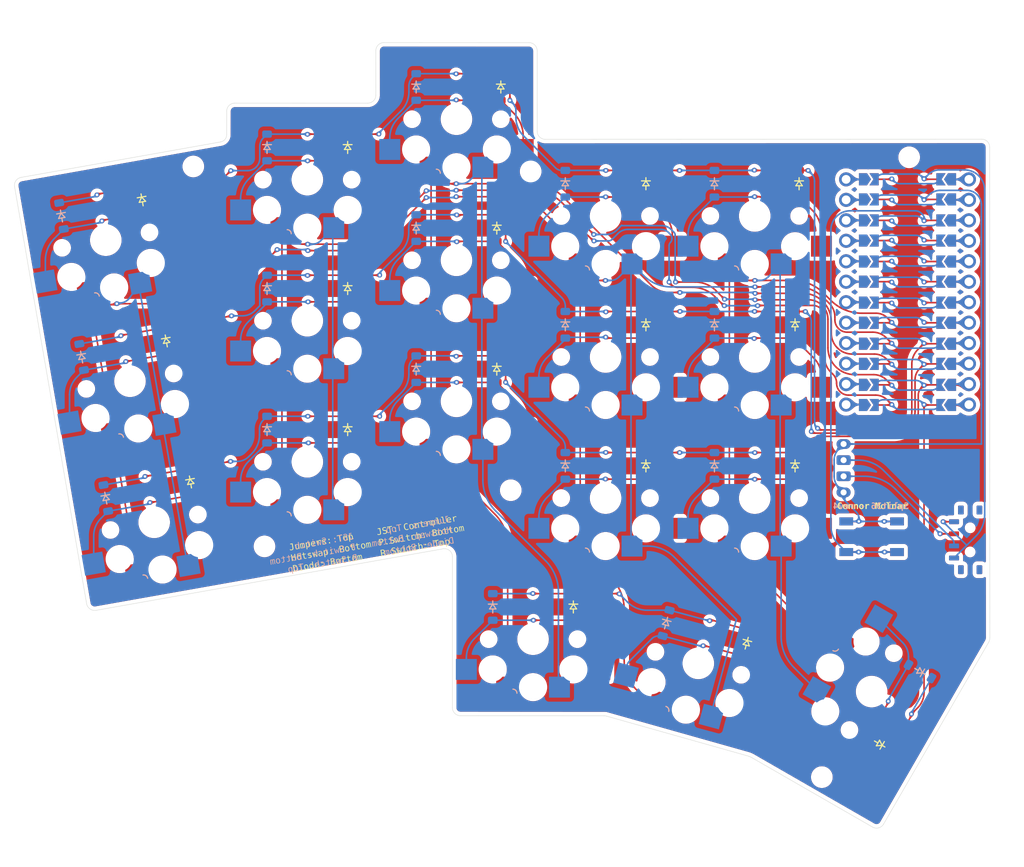
<source format=kicad_pcb>
(kicad_pcb (version 20240108) (generator "pcbnew") (generator_version "8.0")
  (title_block (title "Split36") (date "2024-07-30") (rev "4.0") (company "Connor Molnar"))
  (layers (0 "F.Cu" signal) (31 "B.Cu" signal) (34 "B.Paste" user) (35 "F.Paste" user) (36 "B.SilkS" user "B.Silkscreen") (37 "F.SilkS" user "F.Silkscreen") (38 "B.Mask" user) (39 "F.Mask" user) (44 "Edge.Cuts" user))
  (net 0 "")
  (net 1 "Net-(BT1-+)")
  (net 2 "GND")
  (net 3 "Net-(BT2-+)")
  (net 4 "P15")
  (net 5 "Net-(D1-A)")
  (net 6 "Net-(D2-A)")
  (net 7 "P14")
  (net 8 "Net-(D10-A)")
  (net 9 "Net-(D11-A)")
  (net 10 "P16")
  (net 11 "Net-(D12-A)")
  (net 12 "Net-(D13-A)")
  (net 13 "Net-(D14-A)")
  (net 14 "Net-(D15-A)")
  (net 15 "P10")
  (net 16 "Net-(D16-A)")
  (net 17 "Net-(D17-A)")
  (net 18 "Net-(D18-A)")
  (net 19 "P1")
  (net 20 "P0")
  (net 21 "P2")
  (net 22 "P3")
  (net 23 "P4")
  (net 24 "P5")
  (net 25 "P6")
  (net 26 "P7")
  (net 27 "P8")
  (net 28 "P9")
  (net 29 "+BATT")
  (net 30 "RST")
  (net 31 "VCC")
  (net 32 "P21")
  (net 33 "P20")
  (net 34 "P19")
  (net 35 "P18")
  (net 38 "Net-(D21-A)")
  (net 39 "Net-(D22-A)")
  (net 40 "Net-(D23-A)")
  (net 41 "Net-(D24-A)")
  (net 42 "Net-(D25-A)")
  (net 43 "Net-(D26-A)")
  (net 44 "Net-(D27-A)")
  (net 45 "Via14")
  (net 46 "Via21")
  (net 47 "Via22")
  (net 48 "Via23")
  (net 49 "Via24")
  (net 50 "Via1")
  (net 51 "Via2")
  (net 52 "Via3")
  (net 53 "Via4")
  (net 54 "Via5")
  (net 55 "Via6")
  (net 56 "Via7")
  (net 57 "Via8")
  (net 58 "Via9")
  (net 59 "Via10")
  (net 60 "Via11")
  (net 61 "Via12")
  (net 62 "Via13")
  (net 63 "Via15")
  (net 64 "Via16")
  (net 65 "Via17")
  (net 66 "Via18")
  (net 67 "Via19")
  (net 68 "Via20")
  (footprint "Jumper:SolderJumper-2_P1.3mm_Open_TrianglePad1.0x1.5mm" (layer "F.Cu") (at 195.144999 61.799999 180)
    (property "Reference" "JP13" (hide yes))
    (property "Value" "Jumper_Open")
  )
  (footprint "ScottoKeebs_Components:Diode_SOD-123" (layer "F.Cu") (at 101.395004 99.35 -80)
    (property "Reference" "D29" (hide yes))
    (property "Value" "Diode")
  )
  (footprint "ScottoKeebs_Scotto:Standoff_M2x6mm" (layer "F.Cu") (at 101.75 60.21)
    (property "Reference" "H5" (hide yes))
    (property "Value" "MountingHole" (hide yes))
  )
  (footprint "Reversible:Kailh_socket_PG1350_reversible" (layer "F.Cu") (at 134.395003 89.349997)
    (property "Reference" "S13" (hide yes))
    (property "Value" "Keyswitch")
  )
  (footprint "ScottoKeebs_Scotto:Standoff_M2x6mm" (layer "F.Cu") (at 179.72 135.96)
    (property "Reference" "H2" (hide yes))
    (property "Value" "MountingHole" (hide yes))
  )
  (footprint "Reversible:Kailh_socket_PG1350_reversible" (layer "F.Cu") (at 164.395 121.85 -15)
    (property "Reference" "S17" (hide yes))
    (property "Value" "Keyswitch")
  )
  (footprint "ScottoKeebs_Components:Diode_SOD-123" (layer "F.Cu") (at 120.894998 57.849998 -90)
    (property "Reference" "D20" (hide yes))
    (property "Value" "Diode")
  )
  (footprint "Reversible:Kailh_socket_PG1350_reversible" (layer "F.Cu") (at 134.395001 54.350002)
    (property "Reference" "S3" (hide yes))
    (property "Value" "Keyswitch")
  )
  (footprint "Reversible:Kailh_socket_PG1350_reversible" (layer "F.Cu") (at 171.395001 66.350001)
    (property "Reference" "S5" (hide yes))
    (property "Value" "Keyswitch")
  )
  (footprint "Jumper:SolderJumper-2_P1.3mm_Open_TrianglePad1.0x1.5mm" (layer "F.Cu") (at 195.144997 89.799996 180)
    (property "Reference" "JP24" (hide yes))
    (property "Value" "Jumper_Open")
  )
  (footprint "Jumper:SolderJumper-2_P1.3mm_Open_TrianglePad1.0x1.5mm" (layer "F.Cu") (at 195.145001 82.200004 180)
    (property "Reference" "JP21" (hide yes))
    (property "Value" "Jumper_Open")
  )
  (footprint "Jumper:SolderJumper-2_P1.3mm_Open_TrianglePad1.0x1.5mm" (layer "F.Cu") (at 195.145 87.299999 180)
    (property "Reference" "JP23" (hide yes))
    (property "Value" "Jumper_Open")
  )
  (footprint "Jumper:SolderJumper-2_P1.3mm_Open_TrianglePad1.0x1.5mm" (layer "F.Cu") (at 195.145002 77.100003 180)
    (property "Reference" "JP19" (hide yes))
    (property "Value" "Jumper_Open")
  )
  (footprint "ScottoKeebs_Components:Diode_SOD-123" (layer "F.Cu") (at 120.894999 92.850002 -90)
    (property "Reference" "D30" (hide yes))
    (property "Value" "Diode")
  )
  (footprint "ScottoKeebs_Components:Diode_SOD-123" (layer "F.Cu") (at 176.395 79.850003 -90)
    (property "Reference" "D28" (hide yes))
    (property "Value" "Diode")
  )
  (footprint "ScottoKeebs_Components:Diode_SOD-123" (layer "F.Cu") (at 170.395006 119.349998 -105)
    (property "Reference" "D35" (hide yes))
    (property "Value" "Diode")
  )
  (footprint "ScottoKeebs_Components:Diode_SOD-123" (layer "F.Cu") (at 139.894995 50.350002 -90)
    (property "Reference" "D21" (hide yes))
    (property "Value" "Diode")
  )
  (footprint "Reversible:Kailh_socket_PG1350_reversible" (layer "F.Cu") (at 152.895002 101.350001)
    (property "Reference" "S14" (hide yes))
    (property "Value" "Keyswitch")
  )
  (footprint "ScottoKeebs_Components:Diode_SOD-123" (layer "F.Cu") (at 120.895004 75.350002 -90)
    (property "Reference" "D25" (hide yes))
    (property "Value" "Diode")
  )
  (footprint "ScottoKeebs_Components:Diode_SOD-123" (layer "F.Cu") (at 148.894999 114.849999 -90)
    (property "Reference" "D34" (hide yes))
    (property "Value" "Diode")
  )
  (footprint "Reversible:Kailh_socket_PG1350_reversible" (layer "F.Cu") (at 115.895 79.349999)
    (property "Reference" "S7" (hide yes))
    (property "Value" "Keyswitch")
  )
  (footprint "Jumper:SolderJumper-2_P1.3mm_Open_TrianglePad1.0x1.5mm" (layer "F.Cu") (at 185.545002 82.199998)
    (property "Reference" "JP9" (hide yes))
    (property "Value" "Jumper_Open")
  )
  (footprint "ScottoKeebs_Components:Switch_MSK12C02" (layer "F.Cu") (at 198.115005 106.529997 -90)
    (property "Reference" "SW2" (hide yes))
    (property "Value" "SW_SPDT" (hide yes))
  )
  (footprint "Reversible:Kailh_socket_PG1350_reversible" (layer "F.Cu") (at 152.895 83.849998)
    (property "Reference" "S9" (hide yes))
    (property "Value" "Keyswitch")
  )
  (footprint "ScottoKeebs_Components:Diode_SOD-123" (layer "F.Cu") (at 95.394999 64.35 -80)
    (property "Reference" "D19" (hide yes))
    (property "Value" "Diode")
  )
  (footprint "Jumper:SolderJumper-2_P1.3mm_Open_TrianglePad1.0x1.5mm" (layer "F.Cu") (at 195.145005 74.499998 180)
    (property "Reference" "JP18" (hide yes))
    (property "Value" "Jumper_Open")
  )
  (footprint "Reversible:Kailh_socket_PG1350_reversible" (layer "F.Cu") (at 90.895001 69.350005 10)
    (property "Reference" "S1" (hide yes))
    (property "Value" "Keyswitch")
  )
  (footprint "ScottoKeebs_Components:Diode_SOD-123" (layer "F.Cu") (at 98.395001 81.849997 -80)
    (property "Reference" "D24" (hide yes))
    (property "Value" "Diode")
  )
  (footprint "Button_Switch_SMD:SW_SPST_TL3342" (layer "F.Cu") (at 185.895001 106.140003)
    (property "Reference" "SW3" (hide yes))
    (property "Value" "Switch" (hide yes))
  )
  (footprint "ScottoKeebs_Components:Diode_SOD-123" (layer "F.Cu") (at 157.895 97.350004 -90)
    (property "Reference" "D32" (hide yes))
    (property "Value" "Diode")
  )
  (footprint "Reversible:Kailh_socket_PG1350_reversible" (layer "F.Cu") (at 171.394997 83.849999)
    (property "Reference" "S10" (hide yes))
    (property "Value" "Keyswitch")
  )
  (footprint "Jumper:SolderJumper-2_P1.3mm_Open_TrianglePad1.0x1.5mm" (layer "F.Cu") (at 185.545003 69.399997)
    (property "Reference" "JP4" (hide yes))
    (property "Value" "Jumper_Open")
  )
  (footprint "Jumper:SolderJumper-2_P1.3mm_Open_TrianglePad1.0x1.5mm" (layer "F.Cu") (at 185.545003 64.300002)
    (property "Reference" "JP2" (hide yes))
    (property "Value" "Jumper_Open")
  )
  (footprint "ScottoKeebs_Components:Diode_SOD-123" (layer "F.Cu") (at 157.895001 62.350002 -90)
    (property "Reference" "D22" (hide yes))
    (property "Value" "Diode")
  )
  (footprint "ScottoKeebs_MCU:Nice_Nano_V2" (layer "F.Cu") (at 190.345001 75.500001)
    (property "Reference" "U1" (hide yes))
    (property "Value" "Nice_Nano_V2" (hide yes))
  )
  (footprint "Jumper:SolderJumper-2_P1.3mm_Open_TrianglePad1.0x1.5mm" (layer "F.Cu") (at 185.545005 66.9)
    (property "Reference" "JP3" (hide yes))
    (property "Value" "Jumper_Open")
  )
  (footprint "Reversible:Kailh_socket_PG1350_reversible" (layer "F.Cu") (at 143.895001 118.849995)
    (property "Reference" "S16" (hide yes))
    (property "Value" "Keyswitch")
  )
  (footprint "ScottoKeebs_Components:Diode_SOD-123" (layer "F.Cu") (at 186.894998 131.850001 150)
    (property "Reference" "D36" (hide yes))
    (property "Value" "Diode")
  )
  (footprint "Jumper:SolderJumper-2_P1.3mm_Open_TrianglePad1.0x1.5mm" (layer "F.Cu") (at 195.144999 64.3 180)
    (property "Reference" "JP14" (hide yes))
    (property "Value" "Jumper_Open")
  )
  (footprint "Jumper:SolderJumper-2_P1.3mm_Open_TrianglePad1.0x1.5mm" (layer "F.Cu") (at 185.544996 61.799998)
    (property "Reference" "JP1" (hide yes))
    (property "Value" "Jumper_Open")
  )
  (footprint "ScottoKeebs_Scotto:Standoff_M2x6mm" (layer "F.Cu") (at 143.6 60.83)
    (property "Reference" "H6" (hide yes))
    (property "Value" "MountingHole" (hide yes))
  )
  (footprint "Reversible:Kailh_socket_PG1350_reversible" (layer "F.Cu") (at 93.895004 86.850002 10)
    (property "Reference" "S6" (hide yes))
    (property "Value" "Keyswitch")
  )
  (footprint "ScottoKeebs_Components:Diode_SOD-123" (layer "F.Cu") (at 139.395005 85.349997 -90)
    (property "Reference" "D31" (hide yes))
    (property "Value" "Diode")
  )
  (footprint "Jumper:SolderJumper-2_P1.3mm_Open_TrianglePad1.0x1.5mm" (layer "F.Cu") (at 185.545002 79.599999)
    (property "Reference" "JP8" (hide yes))
    (property "Value" "Jumper_Open")
  )
  (footprint "ScottoKeebs_Components:Diode_SOD-123" (layer "F.Cu") (at 176.395 97.349999 -90)
    (property "Reference" "D33" (hide yes))
    (property "Value" "Diode")
  )
  (footprint "Reversible:Kailh_socket_PG1350_reversible" (layer "F.Cu") (at 115.894998 96.850001)
    (property "Reference" "S12" (hide yes))
    (property "Value" "Keyswitch")
  )
  (footprint "ScottoKeebs_Components:Diode_SOD-123" (layer "F.Cu") (at 157.895002 79.850001 -90)
    (property "Reference" "D27" (hide yes))
    (property "Value" "Diode")
  )
  (footprint "Reversible:Kailh_socket_PG1350_reversible" (layer "F.Cu") (at 152.895005 66.350003)
    (property "Reference" "S4" (hide yes))
    (property "Value" "Keyswitch")
  )
  (footprint "Connector_JST:JST_PH_S2B-PH-K_1x02_P2.00mm_Horizontal" (layer "F.Cu") (at 182.415002 96.640002 90)
    (property "Reference" "BT1" (hide yes))
    (property "Value" "Battery_Cell" (hide yes))
  )
  (footprint "Jumper:SolderJumper-2_P1.3mm_Open_TrianglePad1.0x1.5mm" (layer "F.Cu") (at 195.145 72 180)
    (property "Reference" "JP17" (hide yes))
    (property "Value" "Jumper_Open")
  )
  (footprint "ScottoKeebs_Scotto:Standoff_M2x6mm" (layer "F.Cu") (at 141.13 100.37)
    (property "Reference" "H4" (hide yes))
    (property "Value" "MountingHole" (hide yes))
  )
  (footprint "ScottoKeebs_Components:Diode_SOD-123" (layer "F.Cu") (at 139.395003 67.849998 -90)
    (property "Reference" "D26" (hide yes))
    (property "Value" "Diode")
  )
  (footprint "Jumper:SolderJumper-2_P1.3mm_Open_TrianglePad1.0x1.5mm" (layer "F.Cu") (at 185.545002 84.699998)
    (property "Reference" "JP10" (hide yes))
    (property "Value" "Jumper_Open")
  )
  (footprint "Jumper:SolderJumper-2_P1.3mm_Open_TrianglePad1.0x1.5mm" (layer "F.Cu") (at 195.144998 69.399999 180)
    (property "Reference" "JP16" (hide yes))
    (property "Value" "Jumper_Open")
  )
  (footprint "ScottoKeebs_Components:Diode_SOD-123" (layer "F.Cu") (at 176.894998 62.349999 -90)
    (property "Reference" "D23" (hide yes))
    (property "Value" "Diode")
  )
  (footprint "ScottoKeebs_Scotto:Standoff_M2x6mm" (layer "F.Cu") (at 190.55 59.07)
    (property "Reference" "H1" (hide yes))
    (property "Value" "MountingHole" (hide yes))
  )
  (footprint "Reversible:Kailh_socket_PG1350_reversible" (layer "F.Cu") (at 171.395001 101.350001)
    (property "Reference" "S15" (hide yes))
    (property "Value" "Keyswitch")
  )
  (footprint "Jumper:SolderJumper-2_P1.3mm_Open_TrianglePad1.0x1.5mm" (layer "F.Cu") (at 185.545002 87.3)
    (property "Reference" "JP11" (hide yes))
    (property "Value" "Jumper_Open")
  )
  (footprint "Jumper:SolderJumper-2_P1.3mm_Open_TrianglePad1.0x1.5mm" (layer "F.Cu") (at 185.544998 77.099999)
    (property "Reference" "JP7" (hide yes))
    (property "Value" "Jumper_Open")
  )
  (footprint "ScottoKeebs_Scotto:Standoff_M2x6mm" (layer "F.Cu") (at 110.58 107.34)
    (property "Reference" "H3" (hide yes))
    (property "Value" "MountingHole" (hide yes))
  )
  (footprint "Reversible:Kailh_socket_PG1350_reversible" (layer "F.Cu") (at 185.894998 125.350003 -120)
    (property "Reference" "S18" (hide yes))
    (property "Value" "Keyswitch")
  )
  (footprint "Jumper:SolderJumper-2_P1.3mm_Open_TrianglePad1.0x1.5mm" (layer "F.Cu") (at 185.544997 74.5)
    (property "Reference" "JP6" (hide yes))
    (property "Value" "Jumper_Open")
  )
  (footprint "Jumper:SolderJumper-2_P1.3mm_Open_TrianglePad1.0x1.5mm" (layer "F.Cu") (at 185.545 71.999998)
    (property "Reference" "JP5" (hide yes))
    (property "Value" "Jumper_Open")
  )
  (footprint "Reversible:Kailh_socket_PG1350_reversible" (layer "F.Cu") (at 96.895003 104.349995 10)
    (property "Reference" "S11" (hide yes))
    (property "Value" "Keyswitch")
  )
  (footprint "Reversible:Kailh_socket_PG1350_reversible" (layer "F.Cu") (at 115.894997 61.849998)
    (property "Reference" "S2" (hide yes))
    (property "Value" "Keyswitch")
  )
  (footprint "Jumper:SolderJumper-2_P1.3mm_Open_TrianglePad1.0x1.5mm" (layer "F.Cu") (at 195.145003 79.600001 180)
    (property "Reference" "JP20" (hide yes))
    (property "Value" "Jumper_Open")
  )
  (footprint "Jumper:SolderJumper-2_P1.3mm_Open_TrianglePad1.0x1.5mm" (layer "F.Cu") (at 185.544998 89.800002)
    (property "Reference" "JP12" (hide yes))
    (property "Value" "Jumper_Open")
  )
  (footprint "Reversible:Kailh_socket_PG1350_reversible" (layer "F.Cu") (at 134.394999 71.849999)
    (property "Reference" "S8" (hide yes))
    (property "Value" "Keyswitch")
  )
  (footprint "Jumper:SolderJumper-2_P1.3mm_Open_TrianglePad1.0x1.5mm" (layer "F.Cu") (at 195.145001 84.700001 180)
    (property "Reference" "JP22" (hide yes))
    (property "Value" "Jumper_Open")
  )
  (footprint "Jumper:SolderJumper-2_P1.3mm_Open_TrianglePad1.0x1.5mm" (layer "F.Cu") (at 195.144998 66.900003 180)
    (property "Reference" "JP15" (hide yes))
    (property "Value" "Jumper_Open")
  )
  (footprint "Jumper:SolderJumper-2_P1.3mm_Open_TrianglePad1.0x1.5mm" (layer "B.Cu") (at 185.544998 89.800002)
    (property "Reference" "JP48" (hide yes))
    (property "Value" "Jumper_Open")
  )
  (footprint "ScottoKeebs_Components:Diode_SOD-123" (layer "B.Cu") (at 166.395002 97.350001 -90)
    (property "Reference" "D15" (hide yes))
    (property "Value" "Diode")
  )
  (footprint "ScottoKeebs_Components:Diode_SOD-123" (layer "B.Cu") (at 166.395002 79.849999 -90)
    (property "Reference" "D10" (hide yes))
    (property "Value" "Diode")
  )
  (footprint "ScottoKeebs_Components:Diode_SOD-123" (layer "B.Cu") (at 138.894997 114.850003 -90)
    (property "Reference" "D16" (hide yes))
    (property "Value" "Diode")
  )
  (footprint "Jumper:SolderJumper-2_P1.3mm_Open_TrianglePad1.0x1.5mm" (layer "B.Cu") (at 185.545003 64.300002)
    (property "Reference" "JP38" (hide yes))
    (property "Value" "Jumper_Open")
  )
  (footprint "Jumper:SolderJumper-2_P1.3mm_Open_TrianglePad1.0x1.5mm" (layer "B.Cu") (at 195.145 87.299999 180)
    (property "Reference" "JP35" (hide yes))
    (property "Value" "Jumper_Open")
  )
  (footprint "Jumper:SolderJumper-2_P1.3mm_Open_TrianglePad1.0x1.5mm" (layer "B.Cu") (at 185.545 71.999998)
    (property "Reference" "JP41" (hide yes))
    (property "Value" "Jumper_Open")
  )
  (footprint "ScottoKeebs_Components:Diode_SOD-123" (layer "B.Cu") (at 85.395001 66.35 -80)
    (property "Reference" "D1" (hide yes))
    (property "Value" "Diode")
  )
  (footprint "Jumper:SolderJumper-2_P1.3mm_Open_TrianglePad1.0x1.5mm" (layer "B.Cu") (at 185.545003 69.399997)
    (property "Reference" "JP40" (hide yes))
    (property "Value" "Jumper_Open")
  )
  (footprint "Jumper:SolderJumper-2_P1.3mm_Open_TrianglePad1.0x1.5mm" (layer "B.Cu") (at 185.545002 82.199998)
    (property "Reference" "JP45" (hide yes))
    (property "Value" "Jumper_Open")
  )
  (footprint "ScottoKeebs_Components:Diode_SOD-123" (layer "B.Cu") (at 147.895003 79.849999 -90)
    (property "Reference" "D9" (hide yes))
    (property "Value" "Diode")
  )
  (footprint "Jumper:SolderJumper-2_P1.3mm_Open_TrianglePad1.0x1.5mm" (layer "B.Cu") (at 185.545002 87.3)
    (property "Reference" "JP47" (hide yes))
    (property "Value" "Jumper_Open")
  )
  (footprint "Jumper:SolderJumper-2_P1.3mm_Open_TrianglePad1.0x1.5mm" (layer "B.Cu") (at 185.545002 79.599999)
    (property "Reference" "JP44" (hide yes))
    (property "Value" "Jumper_Open")
  )
  (footprint "Jumper:SolderJumper-2_P1.3mm_Open_TrianglePad1.0x1.5mm" (layer "B.Cu") (at 185.544998 77.099999)
    (property "Reference" "JP43" (hide yes))
    (property "Value" "Jumper_Open")
  )
  (footprint "ScottoKeebs_Components:Diode_SOD-123" (layer "B.Cu") (at 90.895 101.350001 -80)
    (property "Reference" "D11" (hide yes))
    (property "Value" "Diode")
  )
  (footprint "Jumper:SolderJumper-2_P1.3mm_Open_TrianglePad1.0x1.5mm" (layer "B.Cu") (at 195.144998 66.900003 180)
    (property "Reference" "JP27" (hide yes))
    (property "Value" "Jumper_Open")
  )
  (footprint "ScottoKeebs_Components:Diode_SOD-123" (layer "B.Cu") (at 129.395001 50.349996 -90)
    (property "Reference" "D3" (hide yes))
    (property "Value" "Diode")
  )
  (footprint "Button_Switch_SMD:SW_SPST_TL3342" (layer "B.Cu") (at 185.895001 106.140003 180)
    (property "Reference" "SW4" (hide yes))
    (property "Value" "Switch" (hide yes))
  )
  (footprint "Jumper:SolderJumper-2_P1.3mm_Open_TrianglePad1.0x1.5mm" (layer "B.Cu") (at 195.145001 82.200004 180)
    (property "Reference" "JP33" (hide yes))
    (property "Value" "Jumper_Open")
  )
  (footprint "Jumper:SolderJumper-2_P1.3mm_Open_TrianglePad1.0x1.5mm" (layer "B.Cu") (at 195.145002 77.100003 180)
    (property "Reference" "JP31" (hide yes))
    (property "Value" "Jumper_Open")
  )
  (footprint "ScottoKeebs_Components:Diode_SOD-123" (layer "B.Cu") (at 110.894997 92.850001 -90)
    (property "Reference" "D12" (hide yes))
    (property "Value" "Diode")
  )
  (footprint "Jumper:SolderJumper-2_P1.3mm_Open_TrianglePad1.0x1.5mm" (layer "B.Cu") (at 195.144997 89.799996 180)
    (property "Reference" "JP36" (hide yes))
    (property "Value" "Jumper_Open")
  )
  (footprint "Jumper:SolderJumper-2_P1.3mm_Open_TrianglePad1.0x1.5mm" (layer "B.Cu") (at 195.145 72 180)
    (property "Reference" "JP29" (hide yes))
    (property "Value" "Jumper_Open")
  )
  (footprint "Jumper:SolderJumper-2_P1.3mm_Open_TrianglePad1.0x1.5mm" (layer "B.Cu") (at 195.144999 61.799999 180)
    (property "Reference" "JP25" (hide yes))
    (property "Value" "Jumper_Open")
  )
  (footprint "ScottoKeebs_Components:Diode_SOD-123" (layer "B.Cu") (at 147.895003 62.350001 -90)
    (property "Reference" "D4" (hide yes))
    (property "Value" "Diode")
  )
  (footprint "Jumper:SolderJumper-2_P1.3mm_Open_TrianglePad1.0x1.5mm" (layer "B.Cu") (at 185.545005 66.9)
    (property "Reference" "JP39" (hide yes))
    (property "Value" "Jumper_Open")
  )
  (footprint "ScottoKeebs_Components:Diode_SOD-123" (layer "B.Cu") (at 160.395004 116.850002 -105)
    (property "Reference" "D17" (hide yes))
    (property "Value" "Diode")
  )
  (footprint "ScottoKeebs_Components:Diode_SOD-123" (layer "B.Cu") (at 110.895 75.35 -90)
    (property "Reference" "D7" (hide yes))
    (property "Value" "Diode")
  )
  (footprint "Jumper:SolderJumper-2_P1.3mm_Open_TrianglePad1.0x1.5mm" (layer "B.Cu") (at 195.144999 64.3 180)
    (property "Reference" "JP26" (hide yes))
    (property "Value" "Jumper_Open")
  )
  (footprint "Jumper:SolderJumper-2_P1.3mm_Open_TrianglePad1.0x1.5mm" (layer "B.Cu") (at 195.144998 69.399999 180)
    (property "Reference" "JP28" (hide yes))
    (property "Value" "Jumper_Open")
  )
  (footprint "ScottoKeebs_Components:Diode_SOD-123" (layer "B.Cu") (at 87.895003 83.849999 -80)
    (property "Reference" "D6" (hide yes))
    (property "Value" "Diode")
  )
  (footprint "ScottoKeebs_Components:Diode_SOD-123" (layer "B.Cu") (at 129.395001 67.850004 -90)
    (property "Reference" "D8" (hide yes))
    (property "Value" "Diode")
  )
  (footprint "Connector_JST:JST_PH_S2B-PH-K_1x02_P2.00mm_Horizontal" (layer "B.Cu") (at 182.414999 98.640001 -90)
    (property "Reference" "BT2" (hide yes))
    (property "Value" "Battery_Cell" (hide yes))
  )
  (footprint "Jumper:SolderJumper-2_P1.3mm_Open_TrianglePad1.0x1.5mm" (layer "B.Cu") (at 195.145003 79.600001 180)
    (property "Reference" "JP32" (hide yes))
    (property "Value" "Jumper_Open")
  )
  (footprint "Jumper:SolderJumper-2_P1.3mm_Open_TrianglePad1.0x1.5mm" (layer "B.Cu") (at 195.145001 84.700001 180)
    (property "Reference" "JP34" (hide yes))
    (property "Value" "Jumper_Open")
  )
  (footprint "ScottoKeebs_Components:Diode_SOD-123" (layer "B.Cu") (at 110.895003 57.849997 -90)
    (property "Reference" "D2" (hide yes))
    (property "Value" "Diode")
  )
  (footprint "Jumper:SolderJumper-2_P1.3mm_Open_TrianglePad1.0x1.5mm" (layer "B.Cu") (at 185.544997 74.5)
    (property "Reference" "JP42" (hide yes))
    (property "Value" "Jumper_Open")
  )
  (footprint "ScottoKeebs_Components:Diode_SOD-123" (layer "B.Cu") (at 147.895002 97.35 -90)
    (property "Reference" "D14" (hide yes))
    (property "Value" "Diode")
  )
  (footprint "Jumper:SolderJumper-2_P1.3mm_Open_TrianglePad1.0x1.5mm" (layer "B.Cu") (at 195.145005 74.499998 180)
    (property "Reference" "JP30" (hide yes))
    (property "Value" "Jumper_Open")
  )
  (footprint "ScottoKeebs_Components:Diode_SOD-123" (layer "B.Cu") (at 166.395 62.35 -90)
    (property "Reference" "D5" (hide yes))
    (property "Value" "Diode")
  )
  (footprint "ScottoKeebs_Components:Switch_MSK12C02" (layer "B.Cu") (at 198.115005 106.529997 90)
    (property "Reference" "SW1" (hide yes))
    (property "Value" "SW_SPDT" (hide yes))
  )
  (footprint "Jumper:SolderJumper-2_P1.3mm_Open_TrianglePad1.0x1.5mm" (layer "B.Cu") (at 185.545002 84.699998)
    (property "Reference" "JP46" (hide yes))
    (property "Value" "Jumper_Open")
  )
  (footprint "ScottoKeebs_Components:Diode_SOD-123" (layer "B.Cu") (at 191.895001 122.85 150)
    (property "Reference" "D18" (hide yes))
    (property "Value" "Diode")
  )
  (footprint "Jumper:SolderJumper-2_P1.3mm_Open_TrianglePad1.0x1.5mm" (layer "B.Cu") (at 185.544996 61.799998)
    (property "Reference" "JP37" (hide yes))
    (property "Value" "Jumper_Open")
  )
  (footprint "ScottoKeebs_Components:Diode_SOD-123" (layer "B.Cu") (at 129.395003 85.350004 -90)
    (property "Reference" "D13" (hide yes))
    (property "Value" "Diode")
  )
  (gr_line (start 145.416351 56.844291) (end 199.552035 56.822962) (stroke (width 0.05)) (layer "Edge.Cuts"))
  (gr_arc (start 89.684997 115.269998) (mid 88.932852 115.100662) (end 88.517014 114.45145) (stroke (width 0.05)) (layer "Edge.Cuts"))
  (gr_line (start 89.684997 115.269998) (end 132.741913 107.636598) (stroke (width 0.05)) (layer "Edge.Cuts"))
  (gr_line (start 200.532037 57.802963) (end 200.565006 118.644503) (stroke (width 0.05)) (layer "Edge.Cuts"))
  (gr_arc (start 187.375002 141.790002) (mid 186.776891 142.251122) (end 186.026295 142.167603) (stroke (width 0.05)) (layer "Edge.Cuts"))
  (gr_line (start 186.026295 142.167603) (end 171.273584 133.685483) (stroke (width 0.05)) (layer "Edge.Cuts"))
  (gr_line (start 144.404998 45.8499) (end 144.406358 55.812242) (stroke (width 0.05)) (layer "Edge.Cuts"))
  (gr_arc (start 200.565006 118.644503) (mid 200.528984 118.940002) (end 200.423021 119.218191) (stroke (width 0.05)) (layer "Edge.Cuts"))
  (gr_line (start 106.905 52.349999) (end 123.397891 52.352892) (stroke (width 0.05)) (layer "Edge.Cuts"))
  (gr_arc (start 143.384997 44.850003) (mid 144.102069 45.138717) (end 144.404998 45.8499) (stroke (width 0.05)) (layer "Edge.Cuts"))
  (gr_line (start 88.517014 114.45145) (end 79.574998 62.699995) (stroke (width 0.05)) (layer "Edge.Cuts"))
  (gr_arc (start 199.552035 56.822962) (mid 200.244999 57.109998) (end 200.532037 57.802963) (stroke (width 0.05)) (layer "Edge.Cuts"))
  (gr_arc (start 170.625 133.36) (mid 170.957843 133.505702) (end 171.273584 133.685483) (stroke (width 0.05)) (layer "Edge.Cuts"))
  (gr_arc (start 105.883957 56.250367) (mid 105.675014 56.85696) (end 105.114998 57.169998) (stroke (width 0.05)) (layer "Edge.Cuts"))
  (gr_arc (start 79.574998 62.699995) (mid 79.747935 61.971199) (end 80.378097 61.566298) (stroke (width 0.05)) (layer "Edge.Cuts"))
  (gr_arc (start 124.395001 45.829996) (mid 124.697792 45.128641) (end 125.405006 44.839804) (stroke (width 0.05)) (layer "Edge.Cuts"))
  (gr_line (start 125.405006 44.839804) (end 143.384997 44.850003) (stroke (width 0.05)) (layer "Edge.Cuts"))
  (gr_line (start 170.625 133.36) (end 152.997404 128.390712) (stroke (width 0.05)) (layer "Edge.Cuts"))
  (gr_arc (start 134.895144 128.345913) (mid 134.195008 128.059996) (end 133.895144 127.365716) (stroke (width 0.05)) (layer "Edge.Cuts"))
  (gr_line (start 187.375002 141.790002) (end 200.423021 119.218191) (stroke (width 0.05)) (layer "Edge.Cuts"))
  (gr_line (start 133.895144 127.365716) (end 133.894887 108.616594) (stroke (width 0.05)) (layer "Edge.Cuts"))
  (gr_arc (start 105.895002 53.340002) (mid 106.194967 52.635824) (end 106.905003 52.350003) (stroke (width 0.05)) (layer "Edge.Cuts"))
  (gr_line (start 105.894996 53.340001) (end 105.883957 56.250367) (stroke (width 0.05)) (layer "Edge.Cuts"))
  (gr_arc (start 145.416351 56.844291) (mid 144.694997 56.539999) (end 144.406358 55.812242) (stroke (width 0.05)) (layer "Edge.Cuts"))
  (gr_arc (start 152.745001 128.359998) (mid 152.872234 128.366877) (end 152.997404 128.390712) (stroke (width 0.05)) (layer "Edge.Cuts"))
  (gr_arc (start 132.741913 107.636598) (mid 133.545 107.86) (end 133.894887 108.616594) (stroke (width 0.05)) (layer "Edge.Cuts"))
  (gr_line (start 80.378097 61.566298) (end 105.114998 57.169998) (stroke (width 0.05)) (layer "Edge.Cuts"))
  (gr_line (start 152.745001 128.359998) (end 134.895144 128.345913) (stroke (width 0.05)) (layer "Edge.Cuts"))
  (gr_line (start 124.397892 51.35289) (end 124.395001 45.829996) (stroke (width 0.05)) (layer "Edge.Cuts"))
  (gr_arc (start 124.397892 51.35289) (mid 124.104998 52.059996) (end 123.397891 52.352892) (stroke (width 0.05)) (layer "Edge.Cuts"))
  (gr_text "Jumpers: Top\nHotswap: Bottom\nDiode: Bottom" (at 134.15 107.09 10) (layer "B.SilkS") (effects (font (size 0.8 0.8) (thickness 0.1)) (justify left bottom mirror)))
  (gr_text "Split36 - rev4" (at 190.53 102.84 0) (layer "B.SilkS") (effects (font (size 0.8 0.8) (thickness 0.2) (bold yes)) (justify left bottom mirror)))
  (gr_text "JST: Switch\nP.Switch: Bottom\nR.Switch: Top" (at 122.19 109.21 10) (layer "B.SilkS") (effects (font (size 0.8 0.8) (thickness 0.1)) (justify left bottom mirror)))
  (gr_text "JST: Controller\nP.Switch: Bottom\nR.Switch: Top" (at 124.42 105.16 10) (layer "F.SilkS") (effects (font (size 0.8 0.8) (thickness 0.1)) (justify left top)))
  (gr_text "Connor Molnar" (at 181.6 102.84 0) (layer "F.SilkS") (effects (font (size 0.8 0.8) (thickness 0.2) (bold yes)) (justify left bottom)))
  (gr_text "Jumpers: Top\nHotswap: Bottom\nDiode: Bottom" (at 113.55 107.06 10) (layer "F.SilkS") (effects (font (size 0.8 0.8) (thickness 0.1)) (justify left top)))
  (segment (start 195.896315 106.442788) (end 187.394084 97.940554) (width 0.2) (layer "B.Cu") (net 1))
  (segment (start 184.254265 96.64) (end 182.415002 96.640002) (width 0.2) (layer "B.Cu") (net 1))
  (segment (start 196.115001 106.970739) (end 196.115003 107.280005) (width 0.2) (layer "B.Cu") (net 1))
  (arc (start 184.254265 96.64) (mid 185.953523 96.978002) (end 187.394084 97.940554) (width 0.2) (layer "B.Cu") (net 1))
  (arc (start 195.896315 106.442788) (mid 196.058165 106.685014) (end 196.115001 106.970739) (width 0.2) (layer "B.Cu") (net 1))
  (segment (start 195.895 64.325) (end 195.869999 64.299999) (width 0.2) (layer "F.Cu") (net 2))
  (segment (start 184.815001 66.894999) (end 184.82 66.9) (width 0.2) (layer "F.Cu") (net 2))
  (segment (start 184.768792 69.430001) (end 182.725003 69.430001) (width 0.2) (layer "F.Cu") (net 2))
  (segment (start 195.955358 64.350001) (end 197.965 64.350001) (width 0.2) (layer "F.Cu") (net 2))
  (segment (start 184.805002 69.415) (end 184.82 69.399999) (width 0.2) (layer "F.Cu") (net 2))
  (segment (start 184.80293 66.889998) (end 182.725003 66.89) (width 0.2) (layer "F.Cu") (net 2))
  (arc (start 184.815001 66.894999) (mid 184.809463 66.891297) (end 184.80293 66.889998) (width 0.2) (layer "F.Cu") (net 2))
  (arc (start 195.955358 64.350001) (mid 195.922692 64.343503) (end 195.895 64.325) (width 0.2) (layer "F.Cu") (net 2))
  (arc (start 184.805002 69.415) (mid 184.788389 69.426102) (end 184.768792 69.430001) (width 0.2) (layer "F.Cu") (net 2))
  (segment (start 184.768792 69.430001) (end 182.725003 69.430001) (width 0.2) (layer "B.Cu") (net 2))
  (segment (start 184.805002 69.415) (end 184.82 69.399999) (width 0.2) (layer "B.Cu") (net 2))
  (segment (start 195.895 64.325) (end 195.869999 64.299999) (width 0.2) (layer "B.Cu") (net 2))
  (segment (start 184.80293 66.889998) (end 182.725003 66.89) (width 0.2) (layer "B.Cu") (net 2))
  (segment (start 184.815001 66.894999) (end 184.82 66.9) (width 0.2) (layer "B.Cu") (net 2))
  (segment (start 195.955358 64.350001) (end 197.965 64.350001) (width 0.2) (layer "B.Cu") (net 2))
  (arc (start 184.805002 69.415) (mid 184.788389 69.426102) (end 184.768792 69.430001) (width 0.2) (layer "B.Cu") (net 2))
  (arc (start 195.955358 64.350001) (mid 195.922692 64.343503) (end 195.895 64.325) (width 0.2) (layer "B.Cu") (net 2))
  (arc (start 184.815001 66.894999) (mid 184.809463 66.891297) (end 184.80293 66.889998) (width 0.2) (layer "B.Cu") (net 2))
  (segment (start 194.385002 105.779999) (end 196.115007 105.779999) (width 0.2) (layer "F.Cu") (net 3))
  (via (at 194.385002 105.779999) (size 0.6) (drill 0.3) (layers "F.Cu" "B.Cu") (net 3))
  (segment (start 184.991039 98.640002) (end 182.414999 98.640001) (width 0.2) (layer "B.Cu") (net 3))
  (segment (start 188.838796 100.233795) (end 194.385002 105.779999) (width 0.2) (layer "B.Cu") (net 3))
  (arc (start 188.838796 100.233795) (mid 187.07343 99.054215) (end 184.991039 98.640002) (width 0.2) (layer "B.Cu") (net 3))
  (segment (start 195.905004 82.165) (end 195.870006 82.200004) (width 0.2) (layer "F.Cu") (net 4))
  (segment (start 195.989502 82.129996) (end 197.965008 82.130002) (width 0.2) (layer "F.Cu") (net 4))
  (arc (start 195.905004 82.165) (mid 195.943771 82.139093) (end 195.989502 82.129996) (width 0.2) (layer "F.Cu") (net 4))
  (segment (start 195.905004 82.165) (end 195.870006 82.200004) (width 0.2) (layer "B.Cu") (net 4))
  (segment (start 195.989502 82.129996) (end 197.965008 82.130002) (width 0.2) (layer "B.Cu") (net 4))
  (arc (start 195.905004 82.165) (mid 195.943771 82.139093) (end 195.989502 82.129996) (width 0.2) (layer "B.Cu") (net 4))
  (segment (start 90.505038 66.887685) (end 95.681523 65.974931) (width 0.2) (layer "F.Cu") (net 5))
  (segment (start 99.695466 70.797484) (end 99.695467 71.606089) (width 0.2) (layer "F.Cu") (net 5))
  (segment (start 90.434885 66.932378) (end 90.409065 66.969254) (width 0.2) (layer "F.Cu") (net 5))
  (segment (start 99.123695 69.417108) (end 95.681524 65.974937) (width 0.2) (layer "F.Cu") (net 5))
  (via (at 90.409065 66.969254) (size 0.6) (drill 0.3) (layers "F.Cu" "B.Cu") (net 5))
  (arc (start 99.123695 69.417108) (mid 99.546867 70.05043) (end 99.695466 70.797484) (width 0.2) (layer "F.Cu") (net 5))
  (arc (start 90.505038 66.887685) (mid 90.465516 66.903054) (end 90.434885 66.932378) (width 0.2) (layer "F.Cu") (net 5))
  (segment (start 83.396897 71.875025) (end 83.396897 74.479967) (width 0.2) (layer "B.Cu") (net 5))
  (segment (start 90.34033 67.067415) (end 90.409065 66.969254) (width 0.2) (layer "B.Cu") (net 5))
  (segment (start 84.53921 69.117244) (end 85.681522 67.974935) (width 0.2) (layer "B.Cu") (net 5))
  (segment (start 90.153582 67.186385) (end 85.681519 67.974935) (width 0.2) (layer "B.Cu") (net 5))
  (arc (start 83.396897 71.875025) (mid 83.693774 70.382524) (end 84.53921 69.117244) (width 0.2) (layer "B.Cu") (net 5))
  (arc (start 90.34033 67.067415) (mid 90.258788 67.145473) (end 90.153582 67.186385) (width 0.2) (layer "B.Cu") (net 5))
  (segment (start 123.171212 61.776213) (end 120.895001 59.500005) (width 0.2) (layer "F.Cu") (net 6))
  (segment (start 115.93 59.505001) (end 115.925003 59.510002) (width 0.2) (layer "F.Cu") (net 6))
  (segment (start 115.942068 59.5) (end 120.895001 59.500005) (width 0.2) (layer "F.Cu") (net 6))
  (segment (start 124.170003 64.187505) (end 124.170004 65.600007) (width 0.2) (layer "F.Cu") (net 6))
  (via (at 115.925003 59.510002) (size 0.6) (drill 0.3) (layers "F.Cu" "B.Cu") (net 6))
  (arc (start 115.942068 59.5) (mid 115.935536 59.501299) (end 115.93 59.505001) (width 0.2) (layer "F.Cu") (net 6))
  (arc (start 123.171212 61.776213) (mid 123.910425 62.882523) (end 124.170003 64.187505) (width 0.2) (layer "F.Cu") (net 6))
  (segment (start 115.907927 59.5) (end 110.894999 59.5) (width 0.2) (layer "B.Cu") (net 6))
  (segment (start 107.619998 64.187502) (end 107.619997 65.600003) (width 0.2) (layer "B.Cu") (net 6))
  (segment (start 115.920001 59.505001) (end 115.925003 59.510002) (width 0.2) (layer "B.Cu") (net 6))
  (segment (start 108.618788 61.776211) (end 110.894999 59.5) (width 0.2) (layer "B.Cu") (net 6))
  (arc (start 115.920001 59.505001) (mid 115.914461 59.501299) (end 115.907927 59.5) (width 0.2) (layer "B.Cu") (net 6))
  (arc (start 108.618788 61.776211) (mid 107.879575 62.88252) (end 107.619998 64.187502) (width 0.2) (layer "B.Cu") (net 6))
  (segment (start 195.884999 84.684998) (end 195.869998 84.699999) (width 0.2) (layer "F.Cu") (net 7))
  (segment (start 195.921215 84.669998) (end 197.964998 84.670001) (width 0.2) (layer "F.Cu") (net 7))
  (arc (start 195.884999 84.684998) (mid 195.901615 84.673896) (end 195.921215 84.669998) (width 0.2) (layer "F.Cu") (net 7))
  (segment (start 195.921215 84.669998) (end 197.964998 84.670001) (width 0.2) (layer "B.Cu") (net 7))
  (segment (start 195.884999 84.684998) (end 195.869998 84.699999) (width 0.2) (layer "B.Cu") (net 7))
  (arc (start 195.884999 84.684998) (mid 195.901615 84.673896) (end 195.921215 84.669998) (width 0.2) (layer "B.Cu") (net 7))
  (segment (start 179.67 86.263336) (end 179.67 87.6) (width 0.2) (layer "F.Cu") (net 8))
  (segment (start 171.35 81.524997) (end 171.325002 81.549997) (width 0.2) (layer "F.Cu") (net 8))
  (segment (start 171.410352 81.499997) (end 176.319164 81.499997) (width 0.2) (layer "F.Cu") (net 8))
  (segment (start 178.724836 83.981508) (end 176.448622 81.705295) (width 0.2) (layer "F.Cu") (net 8))
  (via (at 171.325002 81.549997) (size 0.6) (drill 0.3) (layers "F.Cu" "B.Cu") (net 8))
  (arc (start 176.395 81.575834) (mid 176.372788 81.522209) (end 176.319164 81.499997) (width 0.2) (layer "F.Cu") (net 8))
  (arc (start 178.724836 83.981508) (mid 179.42436 85.028419) (end 179.67 86.263336) (width 0.2) (layer "F.Cu") (net 8))
  (arc (start 176.448622 81.705295) (mid 176.408934 81.645898) (end 176.395 81.575834) (width 0.2) (layer "F.Cu") (net 8))
  (arc (start 171.35 81.524997) (mid 171.377689 81.506494) (end 171.410352 81.499997) (width 0.2) (layer "F.Cu") (net 8))
  (segment (start 166.470835 81.499998) (end 171.23965 81.499999) (width 0.2) (layer "B.Cu") (net 8))
  (segment (start 164.065162 83.981505) (end 166.341374 81.705294) (width 0.2) (layer "B.Cu") (net 8))
  (segment (start 171.300003 81.524998) (end 171.325002 81.549997) (width 0.2) (layer "B.Cu") (net 8))
  (segment (start 163.119998 86.263334) (end 163.119998 87.599998) (width 0.2) (layer "B.Cu") (net 8))
  (arc (start 166.470835 81.499998) (mid 166.41721 81.522209) (end 166.394999 81.575834) (width 0.2) (layer "B.Cu") (net 8))
  (arc (start 166.341374 81.705294) (mid 166.381062 81.645897) (end 166.394999 81.575834) (width 0.2) (layer "B.Cu") (net 8))
  (arc (start 171.300003 81.524998) (mid 171.272312 81.506496) (end 171.23965 81.499999) (width 0.2) (layer "B.Cu") (net 8))
  (arc (start 164.065162 83.981505) (mid 163.365638 85.028417) (end 163.119998 86.263334) (width 0.2) (layer "B.Cu") (net 8))
  (segment (start 105.123691 104.417105) (end 101.681522 100.974938) (width 0.2) (layer "F.Cu") (net 9))
  (segment (start 96.395054 101.907078) (end 101.681524 100.974932) (width 0.2) (layer "F.Cu") (net 9))
  (segment (start 105.695465 105.797486) (end 105.695466 106.606094) (width 0.2) (layer "F.Cu") (net 9))
  (segment (start 96.364458 101.895727) (end 96.374013 101.902415) (width 0.2) (layer "F.Cu") (net 9))
  (via (at 96.364458 101.895727) (size 0.6) (drill 0.3) (layers "F.Cu" "B.Cu") (net 9))
  (arc (start 105.123691 104.417105) (mid 105.546865 105.050429) (end 105.695465 105.797486) (width 0.2) (layer "F.Cu") (net 9))
  (arc (start 96.374013 101.902415) (mid 96.384069 101.906839) (end 96.395054 101.907078) (width 0.2) (layer "F.Cu") (net 9))
  (segment (start 91.181522 102.974931) (end 90.289208 103.867243) (width 0.2) (layer "B.Cu") (net 9))
  (segment (start 91.181522 102.974931) (end 96.119025 102.104317) (width 0.2) (layer "B.Cu") (net 9))
  (segment (start 89.396894 106.021476) (end 89.396897 109.479964) (width 0.2) (layer "B.Cu") (net 9))
  (segment (start 96.364458 101.895727) (end 96.298427 101.990027) (width 0.2) (layer "B.Cu") (net 9))
  (arc (start 90.289208 103.867243) (mid 89.628798 104.855613) (end 89.396894 106.021476) (width 0.2) (layer "B.Cu") (net 9))
  (arc (start 96.119025 102.104317) (mid 96.220092 102.065014) (end 96.298427 101.990027) (width 0.2) (layer "B.Cu") (net 9))
  (segment (start 197.811358 87.299999) (end 195.869999 87.299998) (width 0.2) (layer "F.Cu") (net 10))
  (segment (start 197.92 87.254998) (end 197.965001 87.209997) (width 0.2) (layer "F.Cu") (net 10))
  (arc (start 197.92 87.254998) (mid 197.870155 87.288304) (end 197.811358 87.299999) (width 0.2) (layer "F.Cu") (net 10))
  (segment (start 195.915 87.254999) (end 195.869999 87.299998) (width 0.2) (layer "B.Cu") (net 10))
  (segment (start 196.023641 87.21) (end 197.965001 87.209997) (width 0.2) (layer "B.Cu") (net 10))
  (arc (start 196.023641 87.21) (mid 195.964845 87.221695) (end 195.915 87.254999) (width 0.2) (layer "B.Cu") (net 10))
  (segment (start 124.169999 99.187497) (end 124.17 100.599996) (width 0.2) (layer "F.Cu") (net 11))
  (segment (start 120.895002 94.499999) (end 123.17121 96.776209) (width 0.2) (layer "F.Cu") (net 11))
  (segment (start 120.895002 94.499999) (end 116.024998 94.500002) (width 0.2) (layer "F.Cu") (net 11))
  (via (at 116.024998 94.500002) (size 0.6) (drill 0.3) (layers "F.Cu" "B.Cu") (net 11))
  (arc (start 124.169999 99.187497) (mid 123.910421 97.882517) (end 123.17121 96.776209) (width 0.2) (layer "F.Cu") (net 11))
  (segment (start 110.894999 94.500002) (end 116.024998 94.500002) (width 0.2) (layer "B.Cu") (net 11))
  (segment (start 110.894999 94.500002) (end 108.618789 96.776211) (width 0.2) (layer "B.Cu") (net 11))
  (segment (start 107.620001 99.1875) (end 107.620001 100.6) (width 0.2) (layer "B.Cu") (net 11))
  (arc (start 108.618789 96.776211) (mid 107.879577 97.882519) (end 107.620001 99.1875) (width 0.2) (layer "B.Cu") (net 11))
  (segment (start 139.395003 87.000001) (end 134.42207 87.000002) (width 0.2) (layer "F.Cu") (net 12))
  (segment (start 134.405001 86.989999) (end 134.41 86.995001) (width 0.2) (layer "F.Cu") (net 12))
  (segment (start 142.670002 91.687502) (end 142.670003 93.1) (width 0.2) (layer "F.Cu") (net 12))
  (segment (start 139.395003 87.000001) (end 141.671215 89.276216) (width 0.2) (layer "F.Cu") (net 12))
  (via (at 134.405001 86.989999) (size 0.6) (drill 0.3) (layers "F.Cu" "B.Cu") (net 12))
  (arc (start 141.671215 89.276216) (mid 142.410425 90.382523) (end 142.670002 91.687502) (width 0.2) (layer "F.Cu") (net 12))
  (arc (start 134.42207 87.000002) (mid 134.415537 86.998702) (end 134.41 86.995001) (width 0.2) (layer "F.Cu") (net 12))
  (segment (start 129.395002 87.000002) (end 134.387928 86.999998) (width 0.2) (layer "B.Cu") (net 12))
  (segment (start 134.4 86.994998) (end 134.405001 86.989999) (width 0.2) (layer "B.Cu") (net 12))
  (segment (start 126.119999 91.687501) (end 126.12 93.099998) (width 0.2) (layer "B.Cu") (net 12))
  (segment (start 129.395002 87.000002) (end 127.118785 89.276217) (width 0.2) (layer "B.Cu") (net 12))
  (arc (start 134.4 86.994998) (mid 134.394461 86.998698) (end 134.387928 86.999998) (width 0.2) (layer "B.Cu") (net 12))
  (arc (start 126.119999 91.687501) (mid 126.379575 90.382523) (end 127.118785 89.276217) (width 0.2) (layer "B.Cu") (net 12))
  (segment (start 152.875 98.979997) (end 152.885 98.989997) (width 0.2) (layer "F.Cu") (net 13))
  (segment (start 161.169999 103.687502) (end 161.169995 105.100001) (width 0.2) (layer "F.Cu") (net 13))
  (segment (start 160.171216 101.276214) (end 157.895004 98.999998) (width 0.2) (layer "F.Cu") (net 13))
  (segment (start 157.895004 98.999998) (end 152.909142 98.999997) (width 0.2) (layer "F.Cu") (net 13))
  (via (at 152.875 98.979997) (size 0.6) (drill 0.3) (layers "F.Cu" "B.Cu") (net 13))
  (arc (start 152.885 98.989997) (mid 152.896076 98.997398) (end 152.909142 98.999997) (width 0.2) (layer "F.Cu") (net 13))
  (arc (start 160.171216 101.276214) (mid 160.910425 102.382522) (end 161.169999 103.687502) (width 0.2) (layer "F.Cu") (net 13))
  (segment (start 152.865001 98.989999) (end 152.875 98.979997) (width 0.2) (layer "B.Cu") (net 13))
  (segment (start 144.620002 103.687501) (end 144.62 105.100005) (width 0.2) (layer "B.Cu") (net 13))
  (segment (start 145.618794 101.276205) (end 147.894998 99.000001) (width 0.2) (layer "B.Cu") (net 13))
  (segment (start 152.84086 99.000001) (end 147.894998 99.000001) (width 0.2) (layer "B.Cu") (net 13))
  (arc (start 144.620002 103.687501) (mid 144.87958 102.382517) (end 145.618794 101.276205) (width 0.2) (layer "B.Cu") (net 13))
  (arc (start 152.865001 98.989999) (mid 152.853925 98.997401) (end 152.84086 99.000001) (width 0.2) (layer "B.Cu") (net 13))
  (segment (start 171.394997 99.009997) (end 171.399999 99.004998) (width 0.2) (layer "F.Cu") (net 14))
  (segment (start 179.669997 103.687499) (end 179.669998 105.099997) (width 0.2) (layer "F.Cu") (net 14))
  (segment (start 176.394998 98.999997) (end 171.412072 98.999999) (width 0.2) (layer "F.Cu") (net 14))
  (segment (start 176.394998 98.999997) (end 178.67121 101.276213) (width 0.2) (layer "F.Cu") (net 14))
  (via (at 171.394997 99.009997) (size 0.6) (drill 0.3) (layers "F.Cu" "B.Cu") (net 14))
  (arc (start 171.399999 99.004998) (mid 171.405538 99.001298) (end 171.412072 98.999999) (width 0.2) (layer "F.Cu") (net 14))
  (arc (start 179.669997 103.687499) (mid 179.41042 102.38252) (end 178.67121 101.276213) (width 0.2) (layer "F.Cu") (net 14))
  (segment (start 171.377934 99.000001) (end 166.394999 99) (width 0.2) (layer "B.Cu") (net 14))
  (segment (start 164.118785 101.276209) (end 166.394999 99) (width 0.2) (layer "B.Cu") (net 14))
  (segment (start 171.389999 99.004999) (end 171.394997 99.009997) (width 0.2) (layer "B.Cu") (net 14))
  (segment (start 163.12 103.687499) (end 163.120005 105.1) (width 0.2) (layer "B.Cu") (net 14))
  (arc (start 163.12 103.687499) (mid 163.379573 102.382518) (end 164.118785 101.276209) (width 0.2) (layer "B.Cu") (net 14))
  (arc (start 171.389999 99.004999) (mid 171.384463 99.0013) (end 171.377934 99.000001) (width 0.2) (layer "B.Cu") (net 14))
  (segment (start 197.939999 89.775002) (end 197.964998 89.750001) (width 0.2) (layer "F.Cu") (net 15))
  (segment (start 197.879644 89.800003) (end 195.869999 89.800003) (width 0.2) (layer "F.Cu") (net 15))
  (arc (start 197.939999 89.775002) (mid 197.912308 89.793505) (end 197.879644 89.800003) (width 0.2) (layer "F.Cu") (net 15))
  (segment (start 195.955352 89.750003) (end 197.964998 89.750001) (width 0.2) (layer "B.Cu") (net 15))
  (segment (start 195.894998 89.775003) (end 195.869999 89.800003) (width 0.2) (layer "B.Cu") (net 15))
  (arc (start 195.894998 89.775003) (mid 195.922688 89.7565) (end 195.955352 89.750003) (width 0.2) (layer "B.Cu") (net 15))
  (segment (start 148.895003 116.500001) (end 143.935 116.499999) (width 0.2) (layer "F.Cu") (net 16))
  (segment (start 148.895003 116.500001) (end 151.171215 118.776214) (width 0.2) (layer "F.Cu") (net 16))
  (segment (start 152.170001 121.187498) (end 152.170001 122.599995) (width 0.2) (layer "F.Cu") (net 16))
  (via (at 143.935 116.499999) (size 0.6) (drill 0.3) (layers "F.Cu" "B.Cu") (net 16))
  (arc (start 151.171215 118.776214) (mid 151.910425 119.88252) (end 152.170001 121.187498) (width 0.2) (layer "F.Cu") (net 16))
  (segment (start 135.619999 121.1875) (end 135.620001 122.600001) (width 0.2) (layer "B.Cu") (net 16))
  (segment (start 138.895001 116.500001) (end 143.935 116.499999) (width 0.2) (layer "B.Cu") (net 16))
  (segment (start 136.618787 118.776211) (end 138.895001 116.500001) (width 0.2) (layer "B.Cu") (net 16))
  (arc (start 136.618787 118.776211) (mid 135.879575 119.88252) (end 135.619999 121.1875) (width 0.2) (layer "B.Cu") (net 16))
  (segment (start 165.095755 119.638277) (end 169.967954 120.943779) (width 0.2) (layer "F.Cu") (net 17))
  (segment (start 171.417463 123.418253) (end 171.417469 127.613953) (width 0.2) (layer "F.Cu") (net 17))
  (segment (start 170.692707 121.668537) (end 169.967953 120.943781) (width 0.2) (layer "F.Cu") (net 17))
  (segment (start 164.994128 119.666194) (end 165.026749 119.647361) (width 0.2) (layer "F.Cu") (net 17))
  (via (at 164.994128 119.666194) (size 0.6) (drill 0.3) (layers "F.Cu" "B.Cu") (net 17))
  (arc (start 171.417463 123.418253) (mid 171.229104 122.471313) (end 170.692707 121.668537) (width 0.2) (layer "F.Cu") (net 17))
  (arc (start 165.026749 119.647361) (mid 165.060348 119.635956) (end 165.095755 119.638277) (width 0.2) (layer "F.Cu") (net 17))
  (segment (start 155.431397 122.657564) (end 155.431402 123.330493) (width 0.2) (layer "B.Cu") (net 17))
  (segment (start 159.470099 118.443781) (end 159.96795 118.443783) (width 0.2) (layer "B.Cu") (net 17))
  (segment (start 164.994128 119.666194) (end 164.920578 119.708659) (width 0.2) (layer "B.Cu") (net 17))
  (segment (start 155.907225 121.508803) (end 158.620215 118.795812) (width 0.2) (layer "B.Cu") (net 17))
  (segment (start 164.764994 119.729142) (end 159.967947 118.443777) (width 0.2) (layer "B.Cu") (net 17))
  (arc (start 164.920578 119.708659) (mid 164.844823 119.734374) (end 164.764994 119.729142) (width 0.2) (layer "B.Cu") (net 17))
  (arc (start 155.907225 121.508803) (mid 155.555058 122.035859) (end 155.431397 122.657564) (width 0.2) (layer "B.Cu") (net 17))
  (arc (start 158.620215 118.795812) (mid 159.010145 118.535269) (end 159.470099 118.443781) (width 0.2) (layer "B.Cu") (net 17))
  (segment (start 178.985738 131.117191) (end 178.509903 130.641356) (width 0.2) (layer "F.Cu") (net 18))
  (segment (start 187.955494 126.549669) (end 187.970456 126.605506) (width 0.2) (layer "F.Cu") (net 18))
  (segment (start 184.496373 131.593028) (end 180.134507 131.593027) (width 0.2) (layer "F.Cu") (net 18))
  (segment (start 187.956515 126.711405) (end 185.466057 131.025003) (width 0.2) (layer "F.Cu") (net 18))
  (segment (start 185.182046 131.309015) (end 185.466062 131.025002) (width 0.2) (layer "F.Cu") (net 18))
  (via (at 187.955494 126.549669) (size 0.6) (drill 0.3) (layers "F.Cu" "B.Cu") (net 18))
  (arc (start 178.985738 131.117191) (mid 179.512797 131.469361) (end 180.134507 131.593027) (width 0.2) (layer "F.Cu") (net 18))
  (arc (start 184.496373 131.593028) (mid 184.867456 131.519215) (end 185.182046 131.309015) (width 0.2) (layer "F.Cu") (net 18))
  (arc (start 187.956515 126.711405) (mid 187.974018 126.659842) (end 187.970456 126.605506) (width 0.2) (layer "F.Cu") (net 18))
  (segment (start 187.954395 126.375322) (end 190.466059 122.025006) (width 0.2) (layer "B.Cu") (net 18))
  (segment (start 190.466059 121.007394) (end 190.466059 122.025) (width 0.2) (layer "B.Cu") (net 18))
  (segment (start 189.746503 119.270232) (end 186.784904 116.308641) (width 0.2) (layer "B.Cu") (net 18))
  (segment (start 187.939366 126.489478) (end 187.955494 126.549669) (width 0.2) (layer "B.Cu") (net 18))
  (arc (start 187.939366 126.489478) (mid 187.935527 126.430905) (end 187.954395 126.375322) (width 0.2) (layer "B.Cu") (net 18))
  (arc (start 190.466059 121.007394) (mid 190.279052 120.067248) (end 189.746503 119.270232) (width 0.2) (layer "B.Cu") (net 18))
  (segment (start 184.802927 61.810001) (end 182.725002 61.809996) (width 0.2) (layer "F.Cu") (net 19))
  (segment (start 184.815002 61.805002) (end 184.820005 61.800003) (width 0.2) (layer "F.Cu") (net 19))
  (arc (start 184.815002 61.805002) (mid 184.809461 61.808702) (end 184.802927 61.810001) (width 0.2) (layer "F.Cu") (net 19))
  (segment (start 184.802927 61.810001) (end 182.725002 61.809996) (width 0.2) (layer "B.Cu") (net 19))
  (segment (start 184.815002 61.805002) (end 184.820005 61.800003) (width 0.2) (layer "B.Cu") (net 19))
  (arc (start 184.815002 61.805002) (mid 184.809461 61.808702) (end 184.802927 61.810001) (width 0.2) (layer "B.Cu") (net 19))
  (segment (start 184.795001 64.325003) (end 184.820001 64.300004) (width 0.2) (layer "F.Cu") (net 20))
  (segment (start 184.734646 64.350002) (end 182.725001 64.350005) (width 0.2) (layer "F.Cu") (net 20))
  (arc (start 184.734646 64.350002) (mid 184.767309 64.343504) (end 184.795001 64.325003) (width 0.2) (layer "F.Cu") (net 20))
  (segment (start 184.795001 64.325003) (end 184.820001 64.300004) (width 0.2) (layer "B.Cu") (net 20))
  (segment (start 184.734646 64.350002) (end 182.725001 64.350005) (width 0.2) (layer "B.Cu") (net 20))
  (arc (start 184.734646 64.350002) (mid 184.767309 64.343504) (end 184.795001 64.325003) (width 0.2) (layer "B.Cu") (net 20))
  (segment (start 184.805 71.984998) (end 184.82 71.999998) (width 0.2) (layer "F.Cu") (net 21))
  (segment (start 184.768787 71.969998) (end 182.724999 71.969997) (width 0.2) (layer "F.Cu") (net 21))
  (arc (start 184.805 71.984998) (mid 184.788385 71.973896) (end 184.768787 71.969998) (width 0.2) (layer "F.Cu") (net 21))
  (segment (start 184.805 71.984998) (end 184.82 71.999998) (width 0.2) (layer "B.Cu") (net 21))
  (segment (start 184.768787 71.969998) (end 182.724999 71.969997) (width 0.2) (layer "B.Cu") (net 21))
  (arc (start 184.805 71.984998) (mid 184.788385 71.973896) (end 184.768787 71.969998) (width 0.2) (layer "B.Cu") (net 21))
  (segment (start 184.815001 74.505001) (end 184.820001 74.500002) (width 0.2) (layer "F.Cu") (net 22))
  (segment (start 184.802931 74.510001) (end 182.724999 74.510002) (width 0.2) (layer "F.Cu") (net 22))
  (arc (start 184.802931 74.510001) (mid 184.809463 74.508701) (end 184.815001 74.505001) (width 0.2) (layer "F.Cu") (net 22))
  (segment (start 184.815001 74.505001) (end 184.820001 74.500002) (width 0.2) (layer "B.Cu") (net 22))
  (segment (start 184.802931 74.510001) (end 182.724999 74.510002) (width 0.2) (layer "B.Cu") (net 22))
  (arc (start 184.802931 74.510001) (mid 184.809463 74.508701) (end 184.815001 74.505001) (width 0.2) (layer "B.Cu") (net 22))
  (segment (start 184.734644 77.050002) (end 182.725002 77.049999) (width 0.2) (layer "F.Cu") (net 23))
  (segment (start 184.794998 77.075001) (end 184.819998 77.099999) (width 0.2) (layer "F.Cu") (net 23))
  (arc (start 184.734644 77.050002) (mid 184.767307 77.056499) (end 184.794998 77.075001) (width 0.2) (layer "F.Cu") (net 23))
  (segment (start 184.734644 77.050002) (end 182.725002 77.049999) (width 0.2) (layer "B.Cu") (net 23))
  (segment (start 184.794998 77.075001) (end 184.819998 77.099999) (width 0.2) (layer "B.Cu") (net 23))
  (arc (start 184.734644 77.050002) (mid 184.767307 77.056499) (end 184.794998 77.075001) (width 0.2) (layer "B.Cu") (net 23))
  (segment (start 184.814999 79.595001) (end 184.819998 79.599999) (width 0.2) (layer "F.Cu") (net 24))
  (segment (start 184.802931 79.590003) (end 182.725003 79.59) (width 0.2) (layer "F.Cu") (net 24))
  (arc (start 184.802931 79.590003) (mid 184.809462 79.591302) (end 184.814999 79.595001) (width 0.2) (layer "F.Cu") (net 24))
  (segment (start 184.802931 79.590003) (end 182.725003 79.59) (width 0.2) (layer "B.Cu") (net 24))
  (segment (start 184.814999 79.595001) (end 184.819998 79.599999) (width 0.2) (layer "B.Cu") (net 24))
  (arc (start 184.802931 79.590003) (mid 184.809462 79.591302) (end 184.814999 79.595001) (width 0.2) (layer "B.Cu") (net 24))
  (segment (start 184.785002 82.164999) (end 184.820001 82.199999) (width 0.2) (layer "F.Cu") (net 25))
  (segment (start 184.700506 82.13) (end 182.725004 82.130003) (width 0.2) (layer "F.Cu") (net 25))
  (arc (start 184.700506 82.13) (mid 184.746235 82.139095) (end 184.785002 82.164999) (width 0.2) (layer "F.Cu") (net 25))
  (segment (start 184.785002 82.164999) (end 184.820001 82.199999) (width 0.2) (layer "B.Cu") (net 25))
  (segment (start 184.700506 82.13) (end 182.725004 82.130003) (width 0.2) (layer "B.Cu") (net 25))
  (arc (start 184.700506 82.13) (mid 184.746235 82.139095) (end 184.785002 82.164999) (width 0.2) (layer "B.Cu") (net 25))
  (segment (start 184.76878 84.669997) (end 182.724999 84.669997) (width 0.2) (layer "F.Cu") (net 26))
  (segment (start 184.805001 84.685) (end 184.820005 84.700003) (width 0.2) (layer "F.Cu") (net 26))
  (arc (start 184.76878 84.669997) (mid 184.788382 84.673896) (end 184.805001 84.685) (width 0.2) (layer "F.Cu") (net 26))
  (segment (start 184.805001 84.685) (end 184.820005 84.700003) (width 0.2) (layer "B.Cu") (net 26))
  (segment (start 184.76878 84.669997) (end 182.724999 84.669997) (width 0.2) (layer "B.Cu") (net 26))
  (arc (start 184.805001 84.685) (mid 184.788382 84.673896) (end 184.76878 84.669997) (width 0.2) (layer "B.Cu") (net 26))
  (segment (start 184.775001 87.255) (end 184.820004 87.3) (width 0.2) (layer "F.Cu") (net 27))
  (segment (start 184.666357 87.21) (end 182.725002 87.21) (width 0.2) (layer "F.Cu") (net 27))
  (arc (start 184.666357 87.21) (mid 184.725154 87.221695) (end 184.775001 87.255) (width 0.2) (layer "F.Cu") (net 27))
  (segment (start 184.666357 87.21) (end 182.725002 87.21) (width 0.2) (layer "B.Cu") (net 27))
  (segment (start 184.775001 87.255) (end 184.820004 87.3) (width 0.2) (layer "B.Cu") (net 27))
  (arc (start 184.666357 87.21) (mid 184.725154 87.221695) (end 184.775001 87.255) (width 0.2) (layer "B.Cu") (net 27))
  (segment (start 184.734643 89.749996) (end 182.724993 89.750001) (width 0.2) (layer "F.Cu") (net 28))
  (segment (start 184.794999 89.774998) (end 184.819999 89.800001) (width 0.2) (layer "F.Cu") (net 28))
  (arc (start 184.734643 89.749996) (mid 184.767308 89.756493) (end 184.794999 89.774998) (width 0.2) (layer "F.Cu") (net 28))
  (segment (start 184.794999 89.774998) (end 184.819999 89.800001) (width 0.2) (layer "B.Cu") (net 28))
  (segment (start 184.734643 89.749996) (end 182.724993 89.750001) (width 0.2) (layer "B.Cu") (net 28))
  (arc (start 184.734643 89.749996) (mid 184.767308 89.756493) (end 184.794999 89.774998) (width 0.2) (layer "B.Cu") (net 28))
  (segment (start 195.887064 61.809998) (end 197.965002 61.809999) (width 0.2) (layer "F.Cu") (net 29))
  (segment (start 195.874998 61.804999) (end 195.87 61.800001) (width 0.2) (layer "F.Cu") (net 29))
  (arc (start 195.887064 61.809998) (mid 195.880533 61.808698) (end 195.874998 61.804999) (width 0.2) (layer "F.Cu") (net 29))
  (segment (start 195.887064 61.809998) (end 197.965002 61.809999) (width 0.2) (layer "B.Cu") (net 29))
  (segment (start 195.874998 61.804999) (end 195.87 61.800001) (width 0.2) (layer "B.Cu") (net 29))
  (arc (start 195.887064 61.809998) (mid 195.880533 61.808698) (end 195.874998 61.804999) (width 0.2) (layer "B.Cu") (net 29))
  (segment (start 195.875001 66.895003) (end 195.87 66.900004) (width 0.2) (layer "F.Cu") (net 30))
  (segment (start 195.887074 66.890001) (end 197.965006 66.890001) (width 0.2) (layer "F.Cu") (net 30))
  (arc (start 195.875001 66.895003) (mid 195.88054 66.891301) (end 195.887074 66.890001) (width 0.2) (layer "F.Cu") (net 30))
  (segment (start 195.887074 66.890001) (end 197.965006 66.890001) (width 0.2) (layer "B.Cu") (net 30))
  (segment (start 195.875001 66.895003) (end 195.87 66.900004) (width 0.2) (layer "B.Cu") (net 30))
  (arc (start 195.875001 66.895003) (mid 195.88054 66.891301) (end 195.887074 66.890001) (width 0.2) (layer "B.Cu") (net 30))
  (segment (start 195.885 69.415001) (end 195.869999 69.399999) (width 0.2) (layer "F.Cu") (net 31))
  (segment (start 195.921217 69.430002) (end 197.965005 69.430002) (width 0.2) (layer "F.Cu") (net 31))
  (arc (start 195.921217 69.430002) (mid 195.901616 69.426103) (end 195.885 69.415001) (width 0.2) (layer "F.Cu") (net 31))
  (segment (start 195.921217 69.430002) (end 197.965005 69.430002) (width 0.2) (layer "B.Cu") (net 31))
  (segment (start 195.885 69.415001) (end 195.869999 69.399999) (width 0.2) (layer "B.Cu") (net 31))
  (arc (start 195.921217 69.430002) (mid 195.901616 69.426103) (end 195.885 69.415001) (width 0.2) (layer "B.Cu") (net 31))
  (segment (start 195.921209 71.969999) (end 197.964996 71.97) (width 0.2) (layer "F.Cu") (net 32))
  (segment (start 195.884995 71.984999) (end 195.869995 72) (width 0.2) (layer "F.Cu") (net 32))
  (arc (start 195.921209 71.969999) (mid 195.90161 71.973897) (end 195.884995 71.984999) (width 0.2) (layer "F.Cu") (net 32))
  (segment (start 195.884995 71.984999) (end 195.869995 72) (width 0.2) (layer "B.Cu") (net 32))
  (segment (start 195.921209 71.969999) (end 197.964996 71.97) (width 0.2) (layer "B.Cu") (net 32))
  (arc (start 195.921209 71.969999) (mid 195.90161 71.973897) (end 195.884995 71.984999) (width 0.2) (layer "B.Cu") (net 32))
  (segment (start 195.875 74.505002) (end 195.87 74.500001) (width 0.2) (layer "F.Cu") (net 33))
  (segment (start 195.887073 74.510002) (end 197.965 74.51) (width 0.2) (layer "F.Cu") (net 33))
  (arc (start 195.875 74.505002) (mid 195.880539 74.508703) (end 195.887073 74.510002) (width 0.2) (layer "F.Cu") (net 33))
  (segment (start 195.887073 74.510002) (end 197.965 74.51) (width 0.2) (layer "B.Cu") (net 33))
  (segment (start 195.875 74.505002) (end 195.87 74.500001) (width 0.2) (layer "B.Cu") (net 33))
  (arc (start 195.887073 74.510002) (mid 195.880539 74.508703) (end 195.875 74.505002) (width 0.2) (layer "B.Cu") (net 33))
  (segment (start 195.895 77.075001) (end 195.87 77.100001) (width 0.2) (layer "F.Cu") (net 34))
  (segment (start 195.955356 77.05) (end 197.965 77.049999) (width 0.2) (layer "F.Cu") (net 34))
  (arc (start 195.895 77.075001) (mid 195.922691 77.056498) (end 195.955356 77.05) (width 0.2) (layer "F.Cu") (net 34))
  (segment (start 195.955356 77.05) (end 197.965 77.049999) (width 0.2) (layer "B.Cu") (net 34))
  (segment (start 195.895 77.075001) (end 195.87 77.100001) (width 0.2) (layer "B.Cu") (net 34))
  (arc (start 195.895 77.075001) (mid 195.922691 77.056498) (end 195.955356 77.05) (width 0.2) (layer "B.Cu") (net 34))
  (segment (start 195.887071 79.590003) (end 197.965005 79.590001) (width 0.2) (layer "F.Cu") (net 35))
  (segment (start 195.874999 79.595003) (end 195.869998 79.600002) (width 0.2) (layer "F.Cu") (net 35))
  (arc (start 195.874999 79.595003) (mid 195.880537 79.591302) (end 195.887071 79.590003) (width 0.2) (layer "F.Cu") (net 35))
  (segment (start 195.874999 79.595003) (end 195.869998 79.600002) (width 0.2) (layer "B.Cu") (net 35))
  (segment (start 195.887071 79.590003) (end 197.965005 79.590001) (width 0.2) (layer "B.Cu") (net 35))
  (arc (start 195.874999 79.595003) (mid 195.880537 79.591302) (end 195.887071 79.590003) (width 0.2) (layer "B.Cu") (net 35))
  (segment (start 141.494436 53.599435) (end 139.895002 52) (width 0.2) (layer "F.Cu") (net 38))
  (segment (start 142.670001 56.4375) (end 142.670002 58.1) (width 0.2) (layer "F.Cu") (net 38))
  (segment (start 134.389998 51.975003) (end 134.364998 51.950005) (width 0.2) (layer "F.Cu") (net 38))
  (segment (start 134.450353 52) (end 139.895002 52) (width 0.2) (layer "F.Cu") (net 38))
  (via (at 134.364998 51.950005) (size 0.6) (drill 0.3) (layers "F.Cu" "B.Cu") (net 38))
  (arc (start 142.670001 56.4375) (mid 142.364481 54.90155) (end 141.494436 53.599435) (width 0.2) (layer "F.Cu") (net 38))
  (arc (start 134.389998 51.975003) (mid 134.417689 51.993504) (end 134.450353 52) (width 0.2) (layer "F.Cu") (net 38))
  (segment (start 134.340003 51.975003) (end 134.364998 51.950005) (width 0.2) (layer "B.Cu") (net 38))
  (segment (start 129.394999 51.999998) (end 127.118789 54.276209) (width 0.2) (layer "B.Cu") (net 38))
  (segment (start 126.119998 56.6875) (end 126.119996 58.100002) (width 0.2) (layer "B.Cu") (net 38))
  (segment (start 134.279657 52) (end 129.394999 51.999998) (width 0.2) (layer "B.Cu") (net 38))
  (arc (start 134.340003 51.975003) (mid 134.312316 51.993503) (end 134.279657 52) (width 0.2) (layer "B.Cu") (net 38))
  (arc (start 126.119998 56.6875) (mid 126.379576 55.382518) (end 127.118789 54.276209) (width 0.2) (layer "B.Cu") (net 38))
  (segment (start 161.169999 68.687499) (end 161.169995 70.099998) (width 0.2) (layer "F.Cu") (net 39))
  (segment (start 152.939149 63.999999) (end 157.895001 64.000001) (width 0.2) (layer "F.Cu") (net 39))
  (segment (start 160.171214 66.276212) (end 157.895001 64.000001) (width 0.2) (layer "F.Cu") (net 39))
  (segment (start 152.915005 63.989999) (end 152.905004 63.98) (width 0.2) (layer "F.Cu") (net 39))
  (via (at 152.905004 63.98) (size 0.6) (drill 0.3) (layers "F.Cu" "B.Cu") (net 39))
  (arc (start 152.939149 63.999999) (mid 152.926082 63.9974) (end 152.915005 63.989999) (width 0.2) (layer "F.Cu") (net 39))
  (arc (start 160.171214 66.276212) (mid 160.910425 67.38252) (end 161.169999 68.687499) (width 0.2) (layer "F.Cu") (net 39))
  (segment (start 152.895001 63.99) (end 152.905004 63.98) (width 0.2) (layer "B.Cu") (net 39))
  (segment (start 147.895001 64.000002) (end 145.618788 66.276213) (width 0.2) (layer "B.Cu") (net 39))
  (segment (start 144.620001 68.6875) (end 144.620001 70.099999) (width 0.2) (layer "B.Cu") (net 39))
  (segment (start 147.895001 64.000002) (end 152.870853 64) (width 0.2) (layer "B.Cu") (net 39))
  (arc (start 144.620001 68.6875) (mid 144.879577 67.38252) (end 145.618788 66.276213) (width 0.2) (layer "B.Cu") (net 39))
  (arc (start 152.895001 63.99) (mid 152.883921 63.997401) (end 152.870853 64) (width 0.2) (layer "B.Cu") (net 39))
  (segment (start 176.895004 64) (end 178.494435 65.599433) (width 0.2) (layer "F.Cu") (net 40))
  (segment (start 176.895004 64) (end 172.103279 63.999998) (width 0.2) (layer "F.Cu") (net 40))
  (segment (start 179.670002 68.437501) (end 179.670003 70.100003) (width 0.2) (layer "F.Cu") (net 40))
  (segment (start 172.006716 63.960001) (end 171.374999 63.960001) (width 0.2) (layer "F.Cu") (net 40))
  (via (at 171.374999 63.960001) (size 0.6) (drill 0.3) (layers "F.Cu" "B.Cu") (net 40))
  (arc (start 172.006716 63.960001) (mid 172.032846 63.965199) (end 172.054998 63.98) (width 0.2) (layer "F.Cu") (net 40))
  (arc (start 172.103279 63.999998) (mid 172.077149 63.9948) (end 172.054998 63.98) (width 0.2) (layer "F.Cu") (net 40))
  (arc (start 179.670002 68.437501) (mid 179.364481 66.90155) (end 178.494435 65.599433) (width 0.2) (layer "F.Cu") (net 40))
  (segment (start 163.12 68.6875) (end 163.120004 70.1) (width 0.2) (layer "B.Cu") (net 40))
  (segment (start 171.374999 63.960001) (end 171.355 63.980001) (width 0.2) (layer "B.Cu") (net 40))
  (segment (start 171.306717 64.000001) (end 166.395 64) (width 0.2) (layer "B.Cu") (net 40))
  (segment (start 164.118785 66.276212) (end 166.395 64) (width 0.2) (layer "B.Cu") (net 40))
  (arc (start 164.118785 66.276212) (mid 163.379574 67.38252) (end 163.12 68.6875) (width 0.2) (layer "B.Cu") (net 40))
  (arc (start 171.355 63.980001) (mid 171.332847 63.994803) (end 171.306717 64.000001) (width 0.2) (layer "B.Cu") (net 40))
  (segment (start 102.123698 86.917108) (end 98.681518 83.474929) (width 0.2) (layer "F.Cu") (net 41))
  (segment (start 102.695468 88.297487) (end 102.695466 89.106094) (width 0.2) (layer "F.Cu") (net 41))
  (segment (start 93.375195 84.41058) (end 98.681522 83.474931) (width 0.2) (layer "F.Cu") (net 41))
  (segment (start 93.373389 84.410179) (end 93.372569 84.409605) (width 0.2) (layer "F.Cu") (net 41))
  (via (at 93.372569 84.409605) (size 0.6) (drill 0.3) (layers "F.Cu" "B.Cu") (net 41))
  (arc (start 102.123698 86.917108) (mid 102.54687 87.550431) (end 102.695468 88.297487) (width 0.2) (layer "F.Cu") (net 41))
  (arc (start 93.373389 84.410179) (mid 93.374252 84.410559) (end 93.375195 84.41058) (width 0.2) (layer "F.Cu") (net 41))
  (segment (start 93.312655 84.495171) (end 93.372569 84.409605) (width 0.2) (layer "B.Cu") (net 41))
  (segment (start 93.149872 84.598875) (end 88.181515 85.474931) (width 0.2) (layer "B.Cu") (net 41))
  (segment (start 87.289205 86.367243) (end 88.181517 85.474932) (width 0.2) (layer "B.Cu") (net 41))
  (segment (start 86.396895 88.521474) (end 86.396898 91.979969) (width 0.2) (layer "B.Cu") (net 41))
  (arc (start 87.289205 86.367243) (mid 86.628798 87.355612) (end 86.396895 88.521474) (width 0.2) (layer "B.Cu") (net 41))
  (arc (start 93.312655 84.495171) (mid 93.241577 84.563213) (end 93.149872 84.598875) (width 0.2) (layer "B.Cu") (net 41))
  (segment (start 123.171211 79.27621) (end 120.894997 76.999998) (width 0.2) (layer "F.Cu") (net 42))
  (segment (start 124.170002 81.687503) (end 124.170001 83.100006) (width 0.2) (layer "F.Cu") (net 42))
  (segment (start 115.975003 77.000001) (end 120.894997 76.999998) (width 0.2) (layer "F.Cu") (net 42))
  (via (at 115.975003 77.000001) (size 0.6) (drill 0.3) (layers "F.Cu" "B.Cu") (net 42))
  (arc (start 123.171211 79.27621) (mid 123.910425 80.38252) (end 124.170002 81.687503) (width 0.2) (layer "F.Cu") (net 42))
  (segment (start 108.565169 79.481503) (end 110.841376 77.205292) (width 0.2) (layer "B.Cu") (net 42))
  (segment (start 107.620006 81.763336) (end 107.620009 83.100003) (width 0.2) (layer "B.Cu") (net 42))
  (segment (start 115.975003 77.000001) (end 110.970837 77.000002) (width 0.2) (layer "B.Cu") (net 42))
  (arc (start 108.565169 79.481503) (mid 107.865644 80.528417) (end 107.620006 81.763336) (width 0.2) (layer "B.Cu") (net 42))
  (arc (start 110.841376 77.205292) (mid 110.881063 77.145897) (end 110.895001 77.075836) (width 0.2) (layer "B.Cu") (net 42))
  (arc (start 110.895001 77.075836) (mid 110.917213 77.022213) (end 110.970837 77.000002) (width 0.2) (layer "B.Cu") (net 42))
  (segment (start 134.510358 69.500002) (end 139.395005 69.500002) (width 0.2) (layer "F.Cu") (net 43))
  (segment (start 141.671213 71.77621) (end 139.395005 69.500002) (width 0.2) (layer "F.Cu") (net 43))
  (segment (start 142.670002 74.1875) (end 142.670002 75.600001) (width 0.2) (layer "F.Cu") (net 43))
  (segment (start 134.424996 69.550002) (end 134.449998 69.525002) (width 0.2) (layer "F.Cu") (net 43))
  (via (at 134.424996 69.550002) (size 0.6) (drill 0.3) (layers "F.Cu" "B.Cu") (net 43))
  (arc (start 134.510358 69.500002) (mid 134.477691 69.506499) (end 134.449998 69.525002) (width 0.2) (layer "F.Cu") (net 43))
  (arc (start 141.671213 71.77621) (mid 142.410425 72.882519) (end 142.670002 74.1875) (width 0.2) (layer "F.Cu") (net 43))
  (segment (start 127.118793 71.776209) (end 129.394999 69.500004) (width 0.2) (layer "B.Cu") (net 43))
  (segment (start 134.399998 69.525001) (end 134.424996 69.550002) (width 0.2) (layer "B.Cu") (net 43))
  (segment (start 126.120002 74.1875) (end 126.12 75.600002) (width 0.2) (layer "B.Cu") (net 43))
  (segment (start 134.339645 69.5) (end 129.394999 69.500004) (width 0.2) (layer "B.Cu") (net 43))
  (arc (start 126.120002 74.1875) (mid 126.37958 72.882518) (end 127.118793 71.776209) (width 0.2) (layer "B.Cu") (net 43))
  (arc (start 134.399998 69.525001) (mid 134.372308 69.506497) (end 134.339645 69.5) (width 0.2) (layer "B.Cu") (net 43))
  (segment (start 161.17 86.187502) (end 161.17 87.600003) (width 0.2) (layer "F.Cu") (net 44))
  (segment (start 157.894994 81.500001) (end 153.10985 81.499998) (width 0.2) (layer "F.Cu") (net 44))
  (segment (start 152.904999 81.379999) (end 152.964998 81.439998) (width 0.2) (layer "F.Cu") (net 44))
  (segment (start 160.17121 83.776213) (end 157.894994 81.500001) (width 0.2) (layer "F.Cu") (net 44))
  (via (at 152.904999 81.379999) (size 0.6) (drill 0.3) (layers "F.Cu" "B.Cu") (net 44))
  (arc (start 153.10985 81.499998) (mid 153.031456 81.484404) (end 152.964998 81.439998) (width 0.2) (layer "F.Cu") (net 44))
  (arc (start 160.17121 83.776213) (mid 160.910423 84.882521) (end 161.17 86.187502) (width 0.2) (layer "F.Cu") (net 44))
  (segment (start 147.895003 81.575835) (end 147.895003 81.570708) (width 0.2) (layer "B.Cu") (net 44))
  (segment (start 147.84138 81.705295) (end 145.565169 83.981506) (width 0.2) (layer "B.Cu") (net 44))
  (segment (start 152.904999 81.379999) (end 152.894999 81.389998) (width 0.2) (layer "B.Cu") (net 44))
  (segment (start 144.620001 86.263337) (end 144.619999 87.600003) (width 0.2) (layer "B.Cu") (net 44))
  (segment (start 152.870857 81.399996) (end 148.065707 81.399996) (width 0.2) (layer "B.Cu") (net 44))
  (arc (start 145.565169 83.981506) (mid 144.865643 85.028419) (end 144.620001 86.263337) (width 0.2) (layer "B.Cu") (net 44))
  (arc (start 148.065707 81.399996) (mid 148.00038 81.41299) (end 147.945 81.449997) (width 0.2) (layer "B.Cu") (net 44))
  (arc (start 147.945 81.449997) (mid 147.907996 81.50538) (end 147.895003 81.570708) (width 0.2) (layer "B.Cu") (net 44))
  (arc (start 147.895003 81.575835) (mid 147.881067 81.645898) (end 147.84138 81.705295) (width 0.2) (layer "B.Cu") (net 44))
  (arc (start 152.870857 81.399996) (mid 152.883922 81.397398) (end 152.894999 81.389998) (width 0.2) (layer "B.Cu") (net 44))
  (segment (start 192.480356 64.299998) (end 194.420002 64.299997) (width 0.2) (layer "F.Cu") (net 45))
  (segment (start 192.395 64.350003) (end 192.42 64.325001) (width 0.2) (layer "F.Cu") (net 45))
  (segment (start 184.287931 104.240001) (end 182.744999 104.240001) (width 0.2) (layer "F.Cu") (net 45))
  (segment (start 184.305002 104.23) (end 184.300002 104.235001) (width 0.2) (layer "F.Cu") (net 45))
  (segment (start 187.455004 104.240001) (end 189.045006 104.24) (width 0.2) (layer "F.Cu") (net 45))
  (via (at 192.395 64.350003) (size 0.6) (drill 0.3) (layers "F.Cu" "B.Cu") (net 45))
  (via (at 184.305002 104.23) (size 0.6) (drill 0.3) (layers "F.Cu" "B.Cu") (net 45))
  (via (at 187.455004 104.240001) (size 0.6) (drill 0.3) (layers "F.Cu" "B.Cu") (net 45))
  (arc (start 184.287931 104.240001) (mid 184.294464 104.238702) (end 184.300002 104.235001) (width 0.2) (layer "F.Cu") (net 45))
  (arc (start 192.42 64.325001) (mid 192.447691 64.306496) (end 192.480356 64.299998) (width 0.2) (layer "F.Cu") (net 45))
  (segment (start 181.8275 100.052501) (end 182.110944 100.335948) (width 0.2) (layer "B.Cu") (net 45))
  (segment (start 184.310001 104.235001) (end 184.305002 104.23) (width 0.2) (layer "B.Cu") (net 45))
  (segment (start 182.75 104.235001) (end 182.744999 104.240001) (width 0.2) (layer "B.Cu") (net 45))
  (segment (start 192.395 64.350003) (end 192.095 64.050001) (width 0.2) (layer "B.Cu") (net 45))
  (segment (start 192.395 64.350003) (end 192.983152 63.761853) (width 0.2) (layer "B.Cu") (net 45))
  (segment (start 186.545001 64.025) (end 186.270003 64.3) (width 0.2) (layer "B.Cu") (net 45))
  (segment (start 194.403074 63.173703) (end 197.700752 63.173701) (width 0.2) (layer "B.Cu") (net 45))
  (segment (start 187.455004 104.240001) (end 189.045006 104.24) (width 0.2) (layer "B.Cu") (net 45))
  (segment (start 187.455004 104.240001) (end 184.322072 104.240001) (width 0.2) (layer "B.Cu") (net 45))
  (segment (start 182.762074 104.23) (end 184.305002 104.23) (width 0.2) (layer "B.Cu") (net 45))
  (segment (start 187.208906 63.75) (end 191.370736 63.75) (width 0.2) (layer "B.Cu") (net 45))
  (segment (start 184.305002 103.81) (end 184.305002 104.23) (width 0.2) (layer "B.Cu") (net 45))
  (segment (start 184.008017 103.093016) (end 182.719052 101.804054) (width 0.2) (layer "B.Cu") (net 45))
  (segment (start 199.515 94.62293) (end 199.515 64.987949) (width 0.2) (layer "B.Cu") (net 45))
  (segment (start 182.121249 94.93375) (end 181.827499 95.2275) (width 0.2) (layer "B.Cu") (net 45))
  (segment (start 199.49793 94.639999) (end 182.830424 94.639999) (width 0.2) (layer "B.Cu") (net 45))
  (segment (start 181.24 96.645851) (end 181.240001 98.634146) (width 0.2) (layer "B.Cu") (net 45))
  (arc (start 182.762074 104.23) (mid 182.755539 104.2313) (end 182.75 104.235001) (width 0.2) (layer "B.Cu") (net 45))
  (arc (start 181.8275 100.052501) (mid 181.392687 99.401753) (end 181.240001 98.634146) (width 0.2) (layer "B.Cu") (net 45))
  (arc (start 182.830424 94.639999) (mid 182.446621 94.716342) (end 182.121249 94.93375) (width 0.2) (layer "B.Cu") (net 45))
  (arc (start 184.008017 103.093016) (mid 184.227818 103.421971) (end 184.305002 103.81) (width 0.2) (layer "B.Cu") (net 45))
  (arc (start 199.515 64.987949) (mid 199.376899 64.293666) (end 198.98362 63.705082) (width 0.2) (layer "B.Cu") (net 45))
  (arc (start 182.719052 101.804054) (mid 182.494019 101.467268) (end 182.414998 101.070002) (width 0.2) (layer "B.Cu") (net 45))
  (arc (start 199.515 94.62293) (mid 199.5137 94.629462) (end 199.51 94.635) (width 0.2) (layer "B.Cu") (net 45))
  (arc (start 184.310001 104.235001) (mid 184.315539 104.238702) (end 184.322072 104.240001) (width 0.2) (layer "B.Cu") (net 45))
  (arc (start 182.110944 100.335948) (mid 182.335976 100.672735) (end 182.414998 101.070002) (width 0.2) (layer "B.Cu") (net 45))
  (arc (start 187.208906 63.75) (mid 186.849602 63.82147) (end 186.545001 64.025) (width 0.2) (layer "B.Cu") (net 45))
  (arc (start 197.700752 63.173701) (mid 198.395035 63.311802) (end 198.98362 63.705082) (width 0.2) (layer "B.Cu") (net 45))
  (arc (start 192.983152 63.761853) (mid 193.634618 63.326558) (end 194.403074 63.173703) (width 0.2) (layer "B.Cu") (net 45))
  (arc (start 181.24 96.645851) (mid 181.392686 95.878245) (end 181.827499 95.2275) (width 0.2) (layer "B.Cu") (net 45))
  (arc (start 192.095 64.050001) (mid 191.762705 63.827967) (end 191.370736 63.75) (width 0.2) (layer "B.Cu") (net 45))
  (arc (start 199.49793 94.639999) (mid 199.504462 94.638699) (end 199.51 94.635) (width 0.2) (layer "B.Cu") (net 45))
  (segment (start 162.07 60.71) (end 162.065001 60.705001) (width 0.2) (layer "F.Cu") (net 46))
  (segment (start 105.399629 61.726512) (end 106.398186 60.727955) (width 0.2) (layer "F.Cu") (net 46))
  (segment (start 102.988899 62.725069) (end 95.108477 62.725069) (width 0.2) (layer "F.Cu") (net 46))
  (segment (start 192.395002 82.149996) (end 192.420003 82.174998) (width 0.2) (layer "F.Cu") (net 46))
  (segment (start 134.379144 48.700001) (end 139.894999 48.700001) (width 0.2) (layer "F.Cu") (net 46))
  (segment (start 134.355001 48.710002) (end 134.345001 48.720003) (width 0.2) (layer "F.Cu") (net 46))
  (segment (start 141.02 50.620511) (end 141.02 52.01) (width 0.2) (layer "F.Cu") (net 46))
  (segment (start 179.534263 92.89) (end 188.573063 92.89) (width 0.2) (layer "F.Cu") (net 46))
  (segment (start 124.765 56.194999) (end 124.77 56.19) (width 0.2) (layer "F.Cu") (net 46))
  (segment (start 124.75293 56.199999) (end 120.894995 56.199999) (width 0.2) (layer "F.Cu") (net 46))
  (segment (start 192.480362 82.2) (end 194.419999 82.2) (width 0.2) (layer "F.Cu") (net 46))
  (segment (start 152.925005 60.700003) (end 157.895002 60.699998) (width 0.2) (layer "F.Cu") (net 46))
  (segment (start 190.88 84.736266) (end 190.88 90.583063) (width 0.2) (layer "F.Cu") (net 46))
  (segment (start 140.457496 49.262507) (end 139.894992 48.700003) (width 0.2) (layer "F.Cu") (net 46))
  (segment (start 192.395002 82.149996) (end 191.637501 82.907497) (width 0.2) (layer "F.Cu") (net 46))
  (segment (start 179.292842 92.79) (end 179.192842 92.69) (width 0.2) (layer "F.Cu") (net 46))
  (segment (start 171.360001 60.685) (end 171.345002 60.670003) (width 0.2) (layer "F.Cu") (net 46))
  (segment (start 171.39621 60.699997) (end 176.895002 60.7) (width 0.2) (layer "F.Cu") (net 46))
  (segment (start 115.915004 56.21) (end 115.905004 56.22) (width 0.2) (layer "F.Cu") (net 46))
  (segment (start 89.798369 63.736181) (end 89.828245 63.693516) (width 0.2) (layer "F.Cu") (net 46))
  (segment (start 115.939145 56.2) (end 120.894999 56.199997) (width 0.2) (layer "F.Cu") (net 46))
  (segment (start 162.052934 60.700003) (end 157.894998 60.700003) (width 0.2) (layer "F.Cu") (net 46))
  (segment (start 106.398186 60.727955) (end 106.393044 60.735296) (width 0.2) (layer "F.Cu") (net 46))
  (segment (start 89.909414 63.641806) (end 95.108479 62.72507) (width 0.2) (layer "F.Cu") (net 46))
  (segment (start 178.02 60.7) (end 176.894995 60.7) (width 0.2) (layer "F.Cu") (net 46))
  (via (at 106.398186 60.727955) (size 0.6) (drill 0.3) (layers "F.Cu" "B.Cu") (net 46))
  (via (at 178.02 60.7) (size 0.6) (drill 0.3) (layers "F.Cu" "B.Cu") (net 46))
  (via (at 89.798369 63.736181) (size 0.6) (drill 0.3) (layers "F.Cu" "B.Cu") (net 46))
  (via (at 134.345001 48.720003) (size 0.6) (drill 0.3) (layers "F.Cu" "B.Cu") (net 46))
  (via (at 171.345002 60.670003) (size 0.6) (drill 0.3) (layers "F.Cu" "B.Cu") (net 46))
  (via (at 115.905004 56.22) (size 0.6) (drill 0.3) (layers "F.Cu" "B.Cu") (net 46))
  (via (at 192.395002 82.149996) (size 0.6) (drill 0.3) (layers "F.Cu" "B.Cu") (net 46))
  (via (at 179.192842 92.69) (size 0.6) (drill 0.3) (layers "F.Cu" "B.Cu") (net 46))
  (via (at 124.77 56.19) (size 0.6) (drill 0.3) (layers "F.Cu" "B.Cu") (net 46))
  (via (at 162.07 60.71) (size 0.6) (drill 0.3) (layers "F.Cu" "B.Cu") (net 46))
  (via (at 152.925005 60.700003) (size 0.6) (drill 0.3) (layers "F.Cu" "B.Cu") (net 46))
  (via (at 141.02 52.01) (size 0.6) (drill 0.3) (layers "F.Cu" "B.Cu") (net 46))
  (arc (start 190.88 90.583063) (mid 190.704394 91.465889) (end 190.204314 92.214314) (width 0.2) (layer "F.Cu") (net 46))
  (arc (start 89.828245 63.693516) (mid 89.863687 63.659588) (end 89.909414 63.641806) (width 0.2) (layer "F.Cu") (net 46))
  (arc (start 162.065001 60.705001) (mid 162.059464 60.701301) (end 162.052934 60.700003) (width 0.2) (layer "F.Cu") (net 46))
  (arc (start 188.573063 92.89) (mid 189.455889 92.714394) (end 190.204314 92.214314) (width 0.2) (layer "F.Cu") (net 46))
  (arc (start 192.420003 82.174998) (mid 192.447696 82.193502) (end 192.480362 82.2) (width 0.2) (layer "F.Cu") (net 46))
  (arc (start 134.355001 48.710002) (mid 134.366078 48.7026) (end 134.379144 48.700001) (width 0.2) (layer "F.Cu") (net 46))
  (arc (start 171.360001 60.685) (mid 171.376614 60.696099) (end 171.39621 60.699997) (width 0.2) (layer "F.Cu") (net 46))
  (arc (start 115.915004 56.21) (mid 115.92608 56.202599) (end 115.939145 56.2) (width 0.2) (layer "F.Cu") (net 46))
  (arc (start 190.88 84.736266) (mid 191.076868 83.746543) (end 191.637501 82.907497) (width 0.2) (layer "F.Cu") (net 46))
  (arc (start 179.292842 92.79) (mid 179.403606 92.86401) (end 179.534263 92.89) (width 0.2) (layer "F.Cu") (net 46))
  (arc (start 124.75293 56.199999) (mid 124.759462 56.198699) (end 124.765 56.194999) (width 0.2) (layer "F.Cu") (net 46))
  (arc (start 102.988899 62.725069) (mid 104.293576 62.465552) (end 105.399629 61.726512) (width 0.2) (layer "F.Cu") (net 46))
  (arc (start 141.02 50.620511) (mid 140.873809 49.885564) (end 140.457496 49.262507) (width 0.2) (layer "F.Cu") (net 46))
  (segment (start 162.087069 60.700001) (end 166.394997 60.700001) (width 0.2) (layer "B.Cu") (net 46))
  (segment (start 134.335004 48.710002) (end 134.345001 48.720003) (width 0.2) (layer "B.Cu") (net 46))
  (segment (start 162.07 60.71) (end 162.074999 60.705) (width 0.2) (layer "B.Cu") (net 46))
  (segment (start 152.925005 60.700003) (end 147.895002 60.700002) (width 0.2) (layer "B.Cu") (net 46))
  (segment (start 110.445003 56.649995) (end 110.895 56.199998) (width 0.2) (layer "B.Cu") (net 46))
  (segment (start 109.995006 57.736383) (end 109.995006 59.202404) (width 0.2) (layer "B.Cu") (net 46))
  (segment (start 108.469455 60.727955) (end 106.398186 60.727955) (width 0.2) (layer "B.Cu") (net 46))
  (segment (start 142.728129 56.428129) (end 146.683572 60.383572) (width 0.2) (layer "B.Cu") (net 46))
  (segment (start 178.81 88.116288) (end 178.81 91.525857) (width 0.2) (layer "B.Cu") (net 46))
  (segment (start 178.83 92.070589) (end 178.83 91.574142) (width 0.2) (layer "B.Cu") (net 46))
  (segment (start 178.81 62.048614) (end 178.81 78.743712) (width 0.2) (layer "B.Cu") (net 46))
  (segment (start 134.310866 48.700002) (end 129.394999 48.700005) (width 0.2) (layer "B.Cu") (net 46))
  (segment (start 128.944827 49.150168) (end 129.394998 48.699997) (width 0.2) (layer "B.Cu") (net 46))
  (segment (start 178.81 78.743712) (end 178.81 83.43) (width 0.2) (layer "B.Cu") (net 46))
  (segment (start 147.447501 60.700002) (end 147.895 60.700002) (width 0.2) (layer "B.Cu") (net 46))
  (segment (start 186.595001 81.874998) (end 186.270003 82.200001) (width 0.2) (layer "B.Cu") (net 46))
  (segment (start 171.330002 60.685003) (end 171.345002 60.670003) (width 0.2) (layer "B.Cu") (net 46))
  (segment (start 115.905004 56.22) (end 115.895003 56.210001) (width 0.2) (layer "B.Cu") (net 46))
  (segment (start 191.370733 81.549997) (end 187.379618 81.549996) (width 0.2) (layer "B.Cu") (net 46))
  (segment (start 89.798369 63.736181) (end 89.733689 63.828551) (width 0.2) (layer "B.Cu") (net 46))
  (segment (start 178.02 60.7) (end 178.415 61.095) (width 0.2) (layer "B.Cu") (net 46))
  (segment (start 141.77 53.29033) (end 141.77 54.115) (width 0.2) (layer "B.Cu") (net 46))
  (segment (start 179.011421 92.508579) (end 179.192842 92.69) (width 0.2) (layer "B.Cu") (net 46))
  (segment (start 89.557959 63.940503) (end 85.108479 64.725069) (width 0.2) (layer "B.Cu") (net 46))
  (segment (start 127.527928 53.301383) (end 124.816205 56.013106) (width 0.2) (layer "B.Cu") (net 46))
  (segment (start 178.81 83.43) (end 178.81 88.116288) (width 0.2) (layer "B.Cu") (net 46))
  (segment (start 115.870859 56.200001) (end 110.894998 56.199999) (width 0.2) (layer "B.Cu") (net 46))
  (segment (start 124.77 56.124656) (end 124.77 56.19) (width 0.2) (layer "B.Cu") (net 46))
  (segment (start 192.395002 82.149996) (end 192.095 81.849997) (width 0.2) (layer "B.Cu") (net 46))
  (segment (start 171.29379 60.700003) (end 166.395002 60.700004) (width 0.2) (layer "B.Cu") (net 46))
  (segment (start 141.02 52.01) (end 141.395 52.385) (width 0.2) (layer "B.Cu") (net 46))
  (segment (start 128.494656 50.967497) (end 128.494656 50.236976) (width 0.2) (layer "B.Cu") (net 46))
  (arc (start 109.995006 57.736383) (mid 110.111956 57.148434) (end 110.445003 56.649995) (width 0.2) (layer "B.Cu") (net 46))
  (arc (start 127.527928 53.301383) (mid 128.243411 52.230587) (end 128.494656 50.967497) (width 0.2) (layer "B.Cu") (net 46))
  (arc (start 186.595001 81.874998) (mid 186.954985 81.634461) (end 187.379618 81.549996) (width 0.2) (layer "B.Cu") (net 46))
  (arc (start 141.77 54.115) (mid 142.019009 55.366856) (end 142.728129 56.428129) (width 0.2) (layer "B.Cu") (net 46))
  (arc (start 128.944827 49.150168) (mid 128.611651 49.648799) (end 128.494656 50.236976) (width 0.2) (layer "B.Cu") (net 46))
  (arc (start 109.995006 59.202404) (mid 109.87888 59.786207) (end 109.548182 60.281131) (width 0.2) (layer "B.Cu") (net 46))
  (arc (start 115.870859 56.200001) (mid 115.883925 56.2026) (end 115.895003 56.210001) (width 0.2) (layer "B.Cu") (net 46))
  (arc (start 178.83 92.070589) (mid 178.877149 92.307627) (end 179.011421 92.508579) (width 0.2) (layer "B.Cu") (net 46))
  (arc (start 171.330002 60.685003) (mid 171.313388 60.696104) (end 171.29379 60.700003) (width 0.2) (layer "B.Cu") (net 46))
  (arc (start 108.469455 60.727955) (mid 109.053258 60.611829) (end 109.548182 60.281131) (width 0.2) (layer "B.Cu") (net 46))
  (arc (start 178.415 61.095) (mid 178.707342 61.532521) (end 178.81 62.048614) (width 0.2) (layer "B.Cu") (net 46))
  (arc (start 191.370733 81.549997) (mid 191.762703 81.627964) (end 192.095 81.849997) (width 0.2) (layer "B.Cu") (net 46))
  (arc (start 134.335004 48.710002) (mid 134.323929 48.7026) (end 134.310866 48.700002) (width 0.2) (layer "B.Cu") (net 46))
  (arc (start 124.816205 56.013106) (mid 124.782008 56.064285) (end 124.77 56.124656) (width 0.2) (layer "B.Cu") (net 46))
  (arc (start 146.683572 60.383572) (mid 147.034065 60.617764) (end 147.447501 60.700002) (width 0.2) (layer "B.Cu") (net 46))
  (arc (start 141.395 52.385) (mid 141.67254 52.800368) (end 141.77 53.29033) (width 0.2) (layer "B.Cu") (net 46))
  (arc (start 89.733689 63.828551) (mid 89.656958 63.902004) (end 89.557959 63.940503) (width 0.2) (layer "B.Cu") (net 46))
  (arc (start 178.83 91.574142) (mid 178.827401 91.561076) (end 178.82 91.55) (width 0.2) (layer "B.Cu") (net 46))
  (arc (start 178.81 91.525857) (mid 178.812598 91.538923) (end 178.82 91.55) (width 0.2) (layer "B.Cu") (net 46))
  (arc (start 162.074999 60.705) (mid 162.080536 60.7013) (end 162.087069 60.700001) (width 0.2) (layer "B.Cu") (net 46))
  (segment (start 106.486625 78.736182) (end 106.481994 78.742794) (width 0.2) (layer "F.Cu") (net 47))
  (segment (start 162.102925 78.200002) (end 157.894999 78.200002) (width 0.2) (layer "F.Cu") (net 47))
  (segment (start 177.662935 78.200004) (end 176.394997 78.200004) (width 0.2) (layer "F.Cu") (net 47))
  (segment (start 153.010355 78.200003) (end 157.894999 78.200007) (width 0.2) (layer "F.Cu") (net 47))
  (segment (start 115.930003 73.715003) (end 115.915001 73.730003) (width 0.2) (layer "F.Cu") (net 47))
  (segment (start 191.837498 85.3075) (end 192.394996 84.750002) (width 0.2) (layer "F.Cu") (net 47))
  (segment (start 162.12 78.19) (end 162.114999 78.195001) (width 0.2) (layer "F.Cu") (net 47))
  (segment (start 124.852923 73.700003) (end 120.895001 73.700003) (width 0.2) (layer "F.Cu") (net 47))
  (segment (start 192.480354 84.700001) (end 194.42 84.7) (width 0.2) (layer "F.Cu") (net 47))
  (segment (start 178.423535 93.093535) (end 178.52 93.19) (width 0.2) (layer "F.Cu") (net 47))
  (segment (start 171.882074 78.199998) (end 176.395002 78.200002) (width 0.2) (layer "F.Cu") (net 47))
  (segment (start 191.28 86.653419) (end 191.28 90.583064) (width 0.2) (layer "F.Cu") (net 47))
  (segment (start 140.495006 68.077826) (end 140.495006 69.52) (width 0.2) (layer "F.Cu") (net 47))
  (segment (start 106.469412 78.750808) (end 98.108485 80.225067) (width 0.2) (layer "F.Cu") (net 47))
  (segment (start 134.769136 66.199999) (end 139.395001 66.200006) (width 0.2) (layer "F.Cu") (net 47))
  (segment (start 98.108485 80.225067) (end 92.825257 81.156643) (width 0.2) (layer "F.Cu") (net 47))
  (segment (start 188.573064 93.29) (end 178.761421 93.29) (width 0.2) (layer "F.Cu") (net 47))
  (segment (start 115.966219 73.700003) (end 120.895003 73.700003) (width 0.2) (layer "F.Cu") (net 47))
  (segment (start 178.415 93.09) (end 178.41 93.09) (width 0.2) (layer "F.Cu") (net 47))
  (segment (start 92.782737 81.18373) (end 92.767086 81.206079) (width 0.2) (layer "F.Cu") (net 47))
  (segment (start 177.675002 78.205002) (end 177.68 78.21) (width 0.2) (layer "F.Cu") (net 47))
  (segment (start 139.945003 66.750002) (end 139.395 66.199999) (width 0.2) (layer "F.Cu") (net 47))
  (segment (start 171.857928 78.189999) (end 171.374995 78.189999) (width 0.2) (layer "F.Cu") (net 47))
  (segment (start 152.925002 78.249999) (end 152.950002 78.225001) (width 0.2) (layer "F.Cu") (net 47))
  (segment (start 134.425003 66.220002) (end 134.720858 66.220001) (width 0.2) (layer "F.Cu") (net 47))
  (segment (start 124.87 73.69) (end 124.864998 73.695001) (width 0.2) (layer "F.Cu") (net 47))
  (segment (start 192.419997 84.725002) (end 192.394996 84.750002) (width 0.2) (layer "F.Cu") (net 47))
  (via (at 92.767086 81.206079) (size 0.6) (drill 0.3) (layers "F.Cu" "B.Cu") (net 47))
  (via (at 124.87 73.69) (size 0.6) (drill 0.3) (layers "F.Cu" "B.Cu") (net 47))
  (via (at 171.374995 78.189999) (size 0.6) (drill 0.3) (layers "F.Cu" "B.Cu") (net 47))
  (via (at 115.915001 73.730003) (size 0.6) (drill 0.3) (layers "F.Cu" "B.Cu") (net 47))
  (via (at 152.925002 78.249999) (size 0.6) (drill 0.3) (layers "F.Cu" "B.Cu") (net 47))
  (via (at 162.12 78.19) (size 0.6) (drill 0.3) (layers "F.Cu" "B.Cu") (net 47))
  (via (at 106.486625 78.736182) (size 0.6) (drill 0.3) (layers "F.Cu" "B.Cu") (net 47))
  (via (at 140.495006 69.52) (size 0.6) (drill 0.3) (layers "F.Cu" "B.Cu") (net 47))
  (via (at 192.394996 84.750002) (size 0.6) (drill 0.3) (layers "F.Cu" "B.Cu") (net 47))
  (via (at 134.425003 66.220002) (size 0.6) (drill 0.3) (layers "F.Cu" "B.Cu") (net 47))
  (via (at 177.68 78.21) (size 0.6) (drill 0.3) (layers "F.Cu" "B.Cu") (net 47))
  (via (at 178.41 93.09) (size 0.6) (drill 0.3) (layers "F.Cu" "B.Cu") (net 47))
  (arc (start 171.857928 78.189999) (mid 171.864461 78.191298) (end 171.870001 78.194998) (width 0.2) (layer "F.Cu") (net 47))
  (arc (start 162.114999 78.195001) (mid 162.109459 78.198702) (end 162.102925 78.200002) (width 0.2) (layer "F.Cu") (net 47))
  (arc (start 92.782737 81.18373) (mid 92.801303 81.165957) (end 92.825257 81.156643) (width 0.2) (layer "F.Cu") (net 47))
  (arc (start 106.469412 78.750808) (mid 106.4765 78.748052) (end 106.481994 78.742794) (width 0.2) (layer "F.Cu") (net 47))
  (arc (start 178.52 93.19) (mid 178.630764 93.26401) (end 178.761421 93.29) (width 0.2) (layer "F.Cu") (net 47))
  (arc (start 191.837498 85.3075) (mid 191.424889 85.925012) (end 191.28 86.653419) (width 0.2) (layer "F.Cu") (net 47))
  (arc (start 171.870001 78.194998) (mid 171.87554 78.198698) (end 171.882074 78.199998) (width 0.2) (layer "F.Cu") (net 47))
  (arc (start 190.487157 92.497157) (mid 191.073946 91.618963) (end 191.28 90.583064) (width 0.2) (layer "F.Cu") (net 47))
  (arc (start 152.950002 78.225001) (mid 152.977692 78.206499) (end 153.010355 78.200003) (width 0.2) (layer "F.Cu") (net 47))
  (arc (start 139.945003 66.750002) (mid 140.352064 67.359212) (end 140.495006 68.077826) (width 0.2) (layer "F.Cu") (net 47))
  (arc (start 178.423535 93.093535) (mid 178.419619 93.090918) (end 178.415 93.09) (width 0.2) (layer "F.Cu") (net 47))
  (arc (start 134.769136 66.199999) (mid 134.756071 66.202598) (end 134.744997 66.21) (width 0.2) (layer "F.Cu") (net 47))
  (arc (start 115.930003 73.715003) (mid 115.946619 73.703901) (end 115.966219 73.700003) (width 0.2) (layer "F.Cu") (net 47))
  (arc (start 190.487157 92.497157) (mid 189.608963 93.083946) (end 188.573064 93.29) (width 0.2) (layer "F.Cu") (net 47))
  (arc (start 134.744997 66.21) (mid 134.733922 66.217401) (end 134.720858 66.220001) (width 0.2) (layer "F.Cu") (net 47))
  (arc (start 124.852923 73.700003) (mid 124.859458 73.698703) (end 124.864998 73.695001) (width 0.2) (layer "F.Cu") (net 47))
  (arc (start 192.480354 84.700001) (mid 192.447689 84.706499) (end 192.419997 84.725002) (width 0.2) (layer "F.Cu") (net 47))
  (arc (start 177.675002 78.205002) (mid 177.669465 78.201302) (end 177.662935 78.200004) (width 0.2) (layer "F.Cu") (net 47))
  (segment (start 147.895 77.559997) (end 147.895 78.2) (width 0.2) (layer "B.Cu") (net 47))
  (segment (start 92.604685 81.3441) (end 87.608483 82.22507) (width 0.2) (layer "B.Cu") (net 47))
  (segment (start 162.125 78.195) (end 162.12 78.19) (width 0.2) (layer "B.Cu") (net 47))
  (segment (start 192.094997 84.450001) (end 192.394996 84.750002) (width 0.2) (layer "B.Cu") (net 47))
  (segment (start 110.445 74.149998) (end 110.894997 73.700001) (width 0.2) (layer "B.Cu") (net 47))
  (segment (start 171.357936 78.200002) (end 166.395002 78.199998) (width 0.2) (layer "B.Cu") (net 47))
  (segment (start 115.863787 73.699999) (end 110.895002 73.700001) (width 0.2) (layer "B.Cu") (net 47))
  (segment (start 128.932499 66.662504) (end 129.394998 66.200005) (width 0.2) (layer "B.Cu") (net 47))
  (segment (start 152.925002 78.249999) (end 152.900003 78.224999) (width 0.2) (layer "B.Cu") (net 47))
  (segment (start 187.208915 84.15) (end 191.370735 84.15) (width 0.2) (layer "B.Cu") (net 47))
  (segment (start 110.000247 77.480737) (end 109.375148 78.105837) (width 0.2) (layer "B.Cu") (net 47))
  (segment (start 124.979601 73.270398) (end 127.531316 70.718683) (width 0.2) (layer "B.Cu") (net 47))
  (segment (start 92.723394 81.268476) (end 92.767086 81.206079) (width 0.2) (layer "B.Cu") (net 47))
  (segment (start 124.87 73.69) (end 124.87 73.535) (width 0.2) (layer "B.Cu") (net 47))
  (segment (start 178.41 79.456187) (end 178.41 93.09) (width 0.2) (layer "B.Cu") (net 47))
  (segment (start 186.545002 84.425001) (end 186.27 84.700002) (width 0.2) (layer "B.Cu") (net 47))
  (segment (start 134.390856 66.200001) (end 129.395001 66.199996) (width 0.2) (layer "B.Cu") (net 47))
  (segment (start 128.47 68.452501) (end 128.47 67.779075) (width 0.2) (layer "B.Cu") (net 47))
  (segment (start 178.045 78.575) (end 177.68 78.21) (width 0.2) (layer "B.Cu") (net 47))
  (segment (start 171.374995 78.189999) (end 171.37 78.195001) (width 0.2) (layer "B.Cu") (net 47))
  (segment (start 152.839649 78.199998) (end 147.895003 78.199998) (width 0.2) (layer "B.Cu") (net 47))
  (segment (start 147.442449 76.467443) (end 140.495006 69.52) (width 0.2) (layer "B.Cu") (net 47))
  (segment (start 107.853363 78.736182) (end 106.486625 78.736182) (width 0.2) (layer "B.Cu") (net 47))
  (segment (start 134.415001 66.210002) (end 134.425003 66.220002) (width 0.2) (layer "B.Cu") (net 47))
  (segment (start 109.995003 75.236386) (end 109.995003 77.457587) (width 0.2) (layer "B.Cu") (net 47))
  (segment (start 162.137071 78.2) (end 166.394999 78.2) (width 0.2) (layer "B.Cu") (net 47))
  (segment (start 115.915001 73.730003) (end 115.900001 73.715001) (width 0.2) (layer "B.Cu") (net 47))
  (arc (start 128.932499 66.662504) (mid 128.590199 67.174791) (end 128.47 67.779075) (width 0.2) (layer "B.Cu") (net 47))
  (arc (start 178.41 79.456187) (mid 178.315139 78.979292) (end 178.045 78.575) (width 0.2) (layer "B.Cu") (net 47))
  (arc (start 152.900003 78.224999) (mid 152.872312 78.206496) (end 152.839649 78.199998) (width 0.2) (layer "B.Cu") (net 47))
  (arc (start 115.863787 73.699999) (mid 115.883386 73.703897) (end 115.900001 73.715001) (width 0.2) (layer "B.Cu") (net 47))
  (arc (start 147.442449 76.467443) (mid 147.777385 76.968711) (end 147.895 77.559997) (width 0.2) (layer "B.Cu") (net 47))
  (arc (start 192.094997 84.450001) (mid 191.762703 84.227967) (end 191.370735 84.15) (width 0.2) (layer "B.Cu") (net 47))
  (arc (start 109.995003 75.236386) (mid 110.111953 74.648437) (end 110.445 74.149998) (width 0.2) (layer "B.Cu") (net 47))
  (arc (start 107.853363 78.736182) (mid 108.676947 78.57236) (end 109.375148 78.105837) (width 0.2) (layer "B.Cu") (net 47))
  (arc (start 187.208915 84.15) (mid 186.849608 84.22147) (end 186.545002 84.425001) (width 0.2) (layer "B.Cu") (net 47))
  (arc (start 124.979601 73.270398) (mid 124.898484 73.391798) (end 124.87 73.535) (width 0.2) (layer "B.Cu") (net 47))
  (arc (start 171.357936 78.200002) (mid 171.364465 78.198702) (end 171.37 78.195001) (width 0.2) (layer "B.Cu") (net 47))
  (arc (start 109.995003 77.457587) (mid 109.996365 77.464439) (end 110.000247 77.470248) (width 0.2) (layer "B.Cu") (net 47))
  (arc (start 162.125 78.195) (mid 162.130538 78.1987) (end 162.137071 78.2) (width 0.2) (layer "B.Cu") (net 47))
  (arc (start 92.723394 81.268476) (mid 92.67156 81.318094) (end 92.604685 81.3441) (width 0.2) (layer "B.Cu") (net 47))
  (arc (start 110.000247 77.480737) (mid 110.002419 77.475492) (end 110.000247 77.470248) (width 0.2) (layer "B.Cu") (net 47))
  (arc (start 134.415001 66.210002) (mid 134.403923 66.2026) (end 134.390856 66.200001) (width 0.2) (layer "B.Cu") (net 47))
  (arc (start 128.47 68.452501) (mid 128.226043 69.67895) (end 127.531316 70.718683) (width 0.2) (layer "B.Cu") (net 47))
  (segment (start 152.915001 95.680004) (end 152.924999 95.690003) (width 0.2) (layer "F.Cu") (net 48))
  (segment (start 124.869997 91.200003) (end 124.87 91.2) (width 0.2) (layer "F.Cu") (net 48))
  (segment (start 139.945005 84.250001) (end 139.395002 83.699998) (width 0.2) (layer "F.Cu") (net 48))
  (segment (start 188.573065 93.69) (end 179.826281 93.69) (width 0.2) (layer "F.Cu") (net 48))
  (segment (start 106.360196 96.799048) (end 101.108483 97.725069) (width 0.2) (layer "F.Cu") (net 48))
  (segment (start 101.108483 97.725069) (end 96.405943 98.55425) (width 0.2) (layer "F.Cu") (net 48))
  (segment (start 192.395 87.349998) (end 192.0375 87.707498) (width 0.2) (layer "F.Cu") (net 48))
  (segment (start 115.954998 91.199995) (end 120.894998 91.200006) (width 0.2) (layer "F.Cu") (net 48))
  (segment (start 140.495008 85.577825) (end 140.495008 86.99) (width 0.2) (layer "F.Cu") (net 48))
  (segment (start 134.467421 83.700004) (end 139.394996 83.700003) (width 0.2) (layer "F.Cu") (net 48))
  (segment (start 95.753763 98.662653) (end 96.389364 98.55058) (width 0.2) (layer "F.Cu") (net 48))
  (segment (start 171.405003 95.710001) (end 171.410001 95.705001) (width 0.2) (layer "F.Cu") (net 48))
  (segment (start 162.079995 95.700005) (end 162.08 95.7) (width 0.2) (layer "F.Cu") (net 48))
  (segment (start 162.079995 95.700005) (end 157.894997 95.700005) (width 0.2) (layer "F.Cu") (net 48))
  (segment (start 171.42207 95.7) (end 176.394998 95.699999) (width 0.2) (layer "F.Cu") (net 48))
  (segment (start 134.394997 83.730004) (end 134.364998 83.760004) (width 0.2) (layer "F.Cu") (net 48))
  (segment (start 124.869997 91.200003) (end 120.894996 91.200003) (width 0.2) (layer "F.Cu") (net 48))
  (segment (start 192.395 87.349998) (end 192.42 87.325) (width 0.2) (layer "F.Cu") (net 48))
  (segment (start 152.949137 95.700002) (end 157.895001 95.7) (width 0.2) (layer "F.Cu") (net 48))
  (segment (start 106.367355 96.794488) (end 106.36999 96.790726) (width 0.2) (layer "F.Cu") (net 48))
  (segment (start 191.68 88.570579) (end 191.68 90.583065) (width 0.2) (layer "F.Cu") (net 48))
  (segment (start 177.399997 94.695) (end 176.394997 95.7) (width 0.2) (layer "F.Cu") (net 48))
  (segment (start 192.480353 87.300002) (end 194.420002 87.299999) (width 0.2) (layer "F.Cu") (net 48))
  (via (at 171.405003 95.710001) (size 0.6) (drill 0.3) (layers "F.Cu" "B.Cu") (net 48))
  (via (at 95.753763 98.662653) (size 0.6) (drill 0.3) (layers "F.Cu" "B.Cu") (net 48))
  (via (at 115.954998 91.199995) (size 0.6) (drill 0.3) (layers "F.Cu" "B.Cu") (net 48))
  (via (at 152.915001 95.680004) (size 0.6) (drill 0.3) (layers "F.Cu" "B.Cu") (net 48))
  (via (at 162.08 95.7) (size 0.6) (drill 0.3) (layers "F.Cu" "B.Cu") (net 48))
  (via (at 124.87 91.2) (size 0.6) (drill 0.3) (layers "F.Cu" "B.Cu") (net 48))
  (via (at 134.364998 83.760004) (size 0.6) (drill 0.3) (layers "F.Cu" "B.Cu") (net 48))
  (via (at 140.495008 86.99) (size 0.6) (drill 0.3) (layers "F.Cu" "B.Cu") (net 48))
  (via (at 192.395 87.349998) (size 0.6) (drill 0.3) (layers "F.Cu" "B.Cu") (net 48))
  (via (at 106.36999 96.790726) (size 0.6) (drill 0.3) (layers "F.Cu" "B.Cu") (net 48))
  (arc (start 190.77 92.78) (mid 191.443498 91.772037) (end 191.68 90.583065) (width 0.2) (layer "F.Cu") (net 48))
  (arc (start 152.949137 95.700002) (mid 152.936073 95.697403) (end 152.924999 95.690003) (width 0.2) (layer "F.Cu") (net 48))
  (arc (start 134.467421 83.700004) (mid 134.428225 83.707801) (end 134.394997 83.730004) (width 0.2) (layer "F.Cu") (net 48))
  (arc (start 106.367355 96.794488) (mid 106.364229 96.79748) (end 106.360196 96.799048) (width 0.2) (layer "F.Cu") (net 48))
  (arc (start 96.397654 98.552415) (mid 96.401616 98.554156) (end 96.405943 98.55425) (width 0.2) (layer "F.Cu") (net 48))
  (arc (start 188.573065 93.69) (mid 189.762037 93.453498) (end 190.77 92.78) (width 0.2) (layer "F.Cu") (net 48))
  (arc (start 179.826281 93.69) (mid 178.513185 93.95119) (end 177.399997 94.695) (width 0.2) (layer "F.Cu") (net 48))
  (arc (start 192.0375 87.707498) (mid 191.772911 88.103482) (end 191.68 88.570579) (width 0.2) (layer "F.Cu") (net 48))
  (arc (start 96.389364 98.55058) (mid 96.393691 98.550674) (end 96.397654 98.552415) (width 0.2) (layer "F.Cu") (net 48))
  (arc (start 139.945005 84.250001) (mid 140.352066 84.859211) (end 140.495008 85.577825) (width 0.2) (layer "F.Cu") (net 48))
  (arc (start 171.410001 95.705001) (mid 171.415538 95.7013) (end 171.42207 95.7) (width 0.2) (layer "F.Cu") (net 48))
  (arc (start 192.480353 87.300002) (mid 192.44769 87.306499) (end 192.42 87.325) (width 0.2) (layer "F.Cu") (net 48))
  (segment (start 106.36999 96.790726) (end 107.204289 96.790726) (width 0.2) (layer "B.Cu") (net 48))
  (segment (start 124.87 91.2) (end 124.87 91.079659) (width 0.2) (layer "B.Cu") (net 48))
  (segment (start 128.942159 84.152846) (end 129.395 83.700005) (width 0.2) (layer "B.Cu") (net 48))
  (segment (start 186.545 87.025002) (end 186.270003 87.300001) (width 0.2) (layer "B.Cu") (net 48))
  (segment (start 110.429826 91.66517) (end 110.894994 91.200002) (width 0.2) (layer "B.Cu") (net 48))
  (segment (start 152.915001 95.680004) (end 152.905001 95.690004) (width 0.2) (layer "B.Cu") (net 48))
  (segment (start 152.88086 95.700003) (end 147.895008 95.700003) (width 0.2) (layer "B.Cu") (net 48))
  (segment (start 95.523403 98.858434) (end 90.608479 99.725069) (width 0.2) (layer "B.Cu") (net 48))
  (segment (start 125.719997 90.109319) (end 125.719999 90.109316) (width 0.2) (layer "B.Cu") (net 48))
  (segment (start 187.208903 86.750004) (end 191.37074 86.750004) (width 0.2) (layer "B.Cu") (net 48))
  (segment (start 162.080002 95.700002) (end 166.394999 95.700002) (width 0.2) (layer "B.Cu") (net 48))
  (segment (start 192.395 87.349998) (end 192.095001 87.050001) (width 0.2) (layer "B.Cu") (net 48))
  (segment (start 147.43184 93.926832) (end 140.495008 86.99) (width 0.2) (layer "B.Cu") (net 48))
  (segment (start 147.894999 95.044996) (end 147.894999 95.700001) (width 0.2) (layer "B.Cu") (net 48))
  (segment (start 162.08 95.7) (end 162.080002 95.700002) (width 0.2) (layer "B.Cu") (net 48))
  (segment (start 95.753763 98.662653) (end 95.691787 98.751162) (width 0.2) (layer "B.Cu") (net 48))
  (segment (start 171.387933 95.699998) (end 166.395004 95.699998) (width 0.2) (layer "B.Cu") (net 48))
  (segment (start 128.489318 85.972843) (end 128.489318 85.2461) (width 0.2) (layer "B.Cu") (net 48))
  (segment (start 134.262573 83.7) (end 129.395002 83.7) (width 0.2) (layer "B.Cu") (net 48))
  (segment (start 115.954998 91.199995) (end 110.894998 91.200001) (width 0.2) (layer "B.Cu") (net 48))
  (segment (start 171.405003 95.710001) (end 171.400004 95.705) (width 0.2) (layer "B.Cu") (net 48))
  (segment (start 125.719999 90.109316) (end 127.522592 88.306725) (width 0.2) (layer "B.Cu") (net 48))
  (segment (start 109.964658 92.788184) (end 109.964658 93.50272) (width 0.2) (layer "B.Cu") (net 48))
  (segment (start 108.628527 96.200787) (end 109.001623 95.827691) (width 0.2) (layer "B.Cu") (net 48))
  (segment (start 125.719997 90.109319) (end 124.955093 90.874224) (width 0.2) (layer "B.Cu") (net 48))
  (segment (start 125.719999 90.109317) (end 125.719998 90.109319) (width 0.2) (layer "B.Cu") (net 48))
  (segment (start 134.334999 83.730002) (end 134.364998 83.760004) (width 0.2) (layer "B.Cu") (net 48))
  (arc (start 125.719999 90.109318) (mid 125.719998 90.109318) (end 125.719997 90.109319) (width 0.2) (layer "B.Cu") (net 48))
  (arc (start 152.88086 95.700003) (mid 152.893925 95.697404) (end 152.905001 95.690004) (width 0.2) (layer "B.Cu") (net 48))
  (arc (start 127.522592 88.306725) (mid 128.238074 87.235931) (end 128.489318 85.972843) (width 0.2) (layer "B.Cu") (net 48))
  (arc (start 125.719999 90.109318) (mid 125.719999 90.109317) (end 125.719999 90.109317) (width 0.2) (layer "B.Cu") (net 48))
  (arc (start 128.489318 85.2461) (mid 128.607007 84.654435) (end 128.942159 84.152846) (width 0.2) (layer "B.Cu") (net 48))
  (arc (start 186.545 87.025002) (mid 186.849601 86.821473) (end 187.208903 86.750004) (width 0.2) (layer "B.Cu") (net 48))
  (arc (start 95.691787 98.751162) (mid 95.618263 98.821545) (end 95.523403 98.858434) (width 0.2) (layer "B.Cu") (net 48))
  (arc (start 192.095001 87.050001) (mid 191.762707 86.82797) (end 191.37074 86.750004) (width 0.2) (layer "B.Cu") (net 48))
  (arc (start 125.719998 90.109319) (mid 125.719998 90.109318) (end 125.719999 90.109318) (width 0.2) (layer "B.Cu") (net 48))
  (arc (start 124.955093 90.874224) (mid 124.892114 90.968478) (end 124.87 91.079659) (width 0.2) (layer "B.Cu") (net 48))
  (arc (start 109.964658 92.788184) (mid 110.085551 92.180413) (end 110.429826 91.66517) (width 0.2) (layer "B.Cu") (net 48))
  (arc (start 147.43184 93.926832) (mid 147.774627 94.43985) (end 147.894999 95.044996) (width 0.2) (layer "B.Cu") (net 48))
  (arc (start 108.628527 96.200787) (mid 107.975081 96.637405) (end 107.204289 96.790726) (width 0.2) (layer "B.Cu") (net 48))
  (arc (start 125.719999 90.109316) (mid 125.719999 90.109317) (end 125.719999 90.109318) (width 0.2) (layer "B.Cu") (net 48))
  (arc (start 134.334999 83.730002) (mid 134.30177 83.707797) (end 134.262573 83.7) (width 0.2) (layer "B.Cu") (net 48))
  (arc (start 109.964658 93.50272) (mid 109.714373 94.760985) (end 109.001623 95.827691) (width 0.2) (layer "B.Cu") (net 48))
  (arc (start 171.400004 95.705) (mid 171.394466 95.701298) (end 171.387933 95.699998) (width 0.2) (layer "B.Cu") (net 48))
  (segment (start 154.545045 113.2) (end 148.894996 113.2) (width 0.2) (layer "F.Cu") (net 49))
  (segment (start 176.546207 131.416207) (end 174.903426 129.773426) (width 0.2) (layer "F.Cu") (net 49))
  (segment (start 173.309634 125.92567) (end 173.309634 122.002778) (width 0.2) (layer "F.Cu") (net 49))
  (segment (start 188.156443 132.8425) (end 188.323943 132.675) (width 0.2) (layer "F.Cu") (net 49))
  (segment (start 192.395001 89.749997) (end 192.420001 89.774997) (width 0.2) (layer "F.Cu") (net 49))
  (segment (start 166.08296 116.486389) (end 170.822053 117.756223) (width 0.2) (layer "F.Cu") (net 49))
  (segment (start 165.80471 116.562823) (end 165.894026 116.51126) (width 0.2) (layer "F.Cu") (net 49))
  (segment (start 180.393963 133.01) (end 187.752062 133.01) (width 0.2) (layer "F.Cu") (net 49))
  (segment (start 191.610528 127.353235) (end 190.826056 128.137708) (width 0.2) (layer "F.Cu") (net 49))
  (segment (start 172.065845 119.000006) (end 170.822056 117.756217) (width 0.2) (layer "F.Cu") (net 49))
  (segment (start 192.395001 89.749997) (end 192.395001 125.459351) (width 0.2) (layer "F.Cu") (net 49))
  (segment (start 143.884998 113.189998) (end 143.875001 113.179999) (width 0.2) (layer "F.Cu") (net 49))
  (segment (start 143.909134 113.199997) (end 148.895001 113.200001) (width 0.2) (layer "F.Cu") (net 49))
  (segment (start 190.827327 128.339014) (end 188.323944 132.674998) (width 0.2) (layer "F.Cu") (net 49))
  (segment (start 154.58037 113.214632) (end 154.595002 113.229264) (width 0.2) (layer "F.Cu") (net 49))
  (segment (start 192.480357 89.799997) (end 194.42 89.799998) (width 0.2) (layer "F.Cu") (net 49))
  (segment (start 190.844679 128.207206) (end 190.826056 128.137708) (width 0.2) (layer "F.Cu") (net 49))
  (via (at 190.826056 128.137708) (size 0.6) (drill 0.3) (layers "F.Cu" "B.Cu") (net 49))
  (via (at 143.875001 113.179999) (size 0.6) (drill 0.3) (layers "F.Cu" "B.Cu") (net 49))
  (via (at 192.395001 89.749997) (size 0.6) (drill 0.3) (layers "F.Cu" "B.Cu") (net 49))
  (via (at 165.80471 116.562823) (size 0.6) (drill 0.3) (layers "F.Cu" "B.Cu") (net 49))
  (via (at 154.595002 113.229264) (size 0.6) (drill 0.3) (layers "F.Cu" "B.Cu") (net 49))
  (arc (start 154.545045 113.2) (mid 154.564162 113.203802) (end 154.58037 113.214632) (width 0.2) (layer "F.Cu") (net 49))
  (arc (start 172.065845 119.000006) (mid 172.986383 120.377689) (end 173.309634 122.002778) (width 0.2) (layer "F.Cu") (net 49))
  (arc (start 143.909134 113.199997) (mid 143.896071 113.197398) (end 143.884998 113.189998) (width 0.2) (layer "F.Cu") (net 49))
  (arc (start 173.309634 125.92567) (mid 173.723847 128.00806) (end 174.903426 129.773426) (width 0.2) (layer "F.Cu") (net 49))
  (arc (start 190.844679 128.207206) (mid 190.849112 128.274835) (end 190.827327 128.339014) (width 0.2) (layer "F.Cu") (net 49))
  (arc (start 191.610528 127.353235) (mid 192.191123 126.484313) (end 192.395001 125.459351) (width 0.2) (layer "F.Cu") (net 49))
  (arc (start 192.480357 89.799997) (mid 192.447692 89.793499) (end 192.420001 89.774997) (width 0.2) (layer "F.Cu") (net 49))
  (arc (start 188.156443 132.8425) (mid 187.970911 132.966468) (end 187.752062 133.01) (width 0.2) (layer "F.Cu") (net 49))
  (arc (start 176.546207 131.416207) (mid 178.311572 132.595786) (end 180.393963 133.01) (width 0.2) (layer "F.Cu") (net 49))
  (arc (start 166.08296 116.486389) (mid 165.986019 116.480034) (end 165.894026 116.51126) (width 0.2) (layer "F.Cu") (net 49))
  (segment (start 190.82521 128.002932) (end 193.323942 123.674999) (width 0.2) (layer "B.Cu") (net 49))
  (segment (start 143.865 113.189999) (end 143.875001 113.179999) (width 0.2) (layer "B.Cu") (net 49))
  (segment (start 155.60848 114.242742) (end 154.595002 113.229264) (width 0.2) (layer "B.Cu") (net 49))
  (segment (start 186.594999 89.475001) (end 186.269997 89.800002) (width 0.2) (layer "B.Cu") (net 49))
  (segment (start 190.826056 128.137708) (end 190.81359 128.091178) (width 0.2) (layer "B.Cu") (net 49))
  (segment (start 165.7522 116.577253) (end 160.822052 115.256219) (width 0.2) (layer "B.Cu") (net 49))
  (segment (start 191.370736 89.150002) (end 187.379623 89.150001) (width 0.2) (layer "B.Cu") (net 49))
  (segment (start 158.055234 115.256221) (end 160.822054 115.256221) (width 0.2) (layer "B.Cu") (net 49))
  (segment (start 143.840857 113.2) (end 138.895 113.2) (width 0.2) (layer "B.Cu") (net 49))
  (segment (start 165.787855 116.572557) (end 165.80471 116.562823) (width 0.2) (layer "B.Cu") (net 49))
  (segment (start 192.095 89.45) (end 192.395001 89.749997) (width 0.2) (layer "B.Cu") (net 49))
  (arc (start 192.095 89.45) (mid 191.762704 89.227969) (end 191.370736 89.150002) (width 0.2) (layer "B.Cu") (net 49))
  (arc (start 143.865 113.189999) (mid 143.853923 113.1974) (end 143.840857 113.2) (width 0.2) (layer "B.Cu") (net 49))
  (arc (start 186.594999 89.475001) (mid 186.954988 89.234465) (end 187.379623 89.150001) (width 0.2) (layer "B.Cu") (net 49))
  (arc (start 165.787855 116.572557) (mid 165.770494 116.578451) (end 165.7522 116.577253) (width 0.2) (layer "B.Cu") (net 49))
  (arc (start 158.055234 115.256221) (mid 156.73106 114.992826) (end 155.60848 114.242742) (width 0.2) (layer "B.Cu") (net 49))
  (arc (start 190.82521 128.002932) (mid 190.810623 128.045899) (end 190.81359 128.091178) (width 0.2) (layer "B.Cu") (net 49))
  (segment (start 188.394996 61.750001) (end 188.369997 61.775) (width 0.2) (layer "F.Cu") (net 50))
  (segment (start 188.309645 61.799999) (end 186.270005 61.800002) (width 0.2) (layer "F.Cu") (net 50))
  (via (at 188.394996 61.750001) (size 0.6) (drill 0.3) (layers "F.Cu" "B.Cu") (net 50))
  (arc (start 188.369997 61.775) (mid 188.342307 61.793501) (end 188.309645 61.799999) (width 0.2) (layer "F.Cu") (net 50))
  (segment (start 188.394996 61.750001) (end 188.694998 62.049999) (width 0.2) (layer "B.Cu") (net 50))
  (segment (start 194.145 62.074998) (end 194.419998 61.8) (width 0.2) (layer "B.Cu") (net 50))
  (segment (start 189.419264 62.349996) (end 193.481097 62.349996) (width 0.2) (layer "B.Cu") (net 50))
  (arc (start 193.481097 62.349996) (mid 193.840399 62.278526) (end 194.145 62.074998) (width 0.2) (layer "B.Cu") (net 50))
  (arc (start 189.419264 62.349996) (mid 189.027294 62.272029) (end 188.694998 62.049999) (width 0.2) (layer "B.Cu") (net 50))
  (segment (start 188.395 64.350003) (end 188.369999 64.324999) (width 0.2) (layer "F.Cu") (net 51))
  (segment (start 188.309639 64.299996) (end 186.270003 64.3) (width 0.2) (layer "F.Cu") (net 51))
  (via (at 188.395 64.350003) (size 0.6) (drill 0.3) (layers "F.Cu" "B.Cu") (net 51))
  (arc (start 188.369999 64.324999) (mid 188.342306 64.306494) (end 188.309639 64.299996) (width 0.2) (layer "F.Cu") (net 51))
  (segment (start 189.419261 64.950001) (end 193.310374 64.950001) (width 0.2) (layer "B.Cu") (net 51))
  (segment (start 188.395 64.350003) (end 188.694999 64.650002) (width 0.2) (layer "B.Cu") (net 51))
  (segment (start 194.094999 64.624999) (end 194.420002 64.299997) (width 0.2) (layer "B.Cu") (net 51))
  (arc (start 194.094999 64.624999) (mid 193.73501 64.865535) (end 193.310374 64.950001) (width 0.2) (layer "B.Cu") (net 51))
  (arc (start 189.419261 64.950001) (mid 189.027293 64.872034) (end 188.694999 64.650002) (width 0.2) (layer "B.Cu") (net 51))
  (segment (start 188.309643 66.899999) (end 186.269997 66.900001) (width 0.2) (layer "F.Cu") (net 52))
  (segment (start 188.369996 66.924997) (end 188.394996 66.949996) (width 0.2) (layer "F.Cu") (net 52))
  (via (at 188.394996 66.949996) (size 0.6) (drill 0.3) (layers "F.Cu" "B.Cu") (net 52))
  (arc (start 188.369996 66.924997) (mid 188.342305 66.906495) (end 188.309643 66.899999) (width 0.2) (layer "F.Cu") (net 52))
  (segment (start 188.394996 66.949996) (end 188.694998 67.249997) (width 0.2) (layer "B.Cu") (net 52))
  (segment (start 194.095003 67.225001) (end 194.420004 66.900001) (width 0.2) (layer "B.Cu") (net 52))
  (segment (start 193.310382 67.550001) (end 189.419267 67.549999) (width 0.2) (layer "B.Cu") (net 52))
  (arc (start 194.095003 67.225001) (mid 193.735016 67.465536) (end 193.310382 67.550001) (width 0.2) (layer "B.Cu") (net 52))
  (arc (start 189.419267 67.549999) (mid 189.027295 67.472031) (end 188.694998 67.249997) (width 0.2) (layer "B.Cu") (net 52))
  (segment (start 188.309638 69.400002) (end 186.27 69.400001) (width 0.2) (layer "F.Cu") (net 53))
  (segment (start 188.394998 69.350003) (end 188.369996 69.375003) (width 0.2) (layer "F.Cu") (net 53))
  (via (at 188.394998 69.350003) (size 0.6) (drill 0.3) (layers "F.Cu" "B.Cu") (net 53))
  (arc (start 188.309638 69.400002) (mid 188.342303 69.393505) (end 188.369996 69.375003) (width 0.2) (layer "F.Cu") (net 53))
  (segment (start 194.145001 69.675) (end 194.420003 69.400001) (width 0.2) (layer "B.Cu") (net 53))
  (segment (start 189.419267 69.949998) (end 193.481089 69.949999) (width 0.2) (layer "B.Cu") (net 53))
  (segment (start 188.695 69.65) (end 188.394998 69.350003) (width 0.2) (layer "B.Cu") (net 53))
  (arc (start 194.145001 69.675) (mid 193.840395 69.878529) (end 193.481089 69.949999) (width 0.2) (layer "B.Cu") (net 53))
  (arc (start 188.695 69.65) (mid 189.027297 69.872031) (end 189.419267 69.949998) (width 0.2) (layer "B.Cu") (net 53))
  (segment (start 188.395001 71.949999) (end 188.370003 71.974999) (width 0.2) (layer "F.Cu") (net 54))
  (segment (start 188.30965 72) (end 186.270002 72.000001) (width 0.2) (layer "F.Cu") (net 54))
  (via (at 188.395001 71.949999) (size 0.6) (drill 0.3) (layers "F.Cu" "B.Cu") (net 54))
  (arc (start 188.30965 72) (mid 188.342313 71.993502) (end 188.370003 71.974999) (width 0.2) (layer "F.Cu") (net 54))
  (segment (start 193.481098 72.550002) (end 189.419269 72.549997) (width 0.2) (layer "B.Cu") (net 54))
  (segment (start 188.695003 72.249998) (end 188.395001 71.949999) (width 0.2) (layer "B.Cu") (net 54))
  (segment (start 194.145002 72.275002) (end 194.419999 72.000002) (width 0.2) (layer "B.Cu") (net 54))
  (arc (start 193.481098 72.550002) (mid 193.8404 72.478532) (end 194.145002 72.275002) (width 0.2) (layer "B.Cu") (net 54))
  (arc (start 188.695003 72.249998) (mid 189.027299 72.472029) (end 189.419269 72.549997) (width 0.2) (layer "B.Cu") (net 54))
  (segment (start 188.309647 74.500002) (end 186.270001 74.499997) (width 0.2) (layer "F.Cu") (net 55))
  (segment (start 188.394996 74.550003) (end 188.369998 74.525003) (width 0.2) (layer "F.Cu") (net 55))
  (via (at 188.394996 74.550003) (size 0.6) (drill 0.3) (layers "F.Cu" "B.Cu") (net 55))
  (arc (start 188.309647 74.500002) (mid 188.342309 74.5065) (end 188.369998 74.525003) (width 0.2) (layer "F.Cu") (net 55))
  (segment (start 193.310381 75.15) (end 189.419271 75.15) (width 0.2) (layer "B.Cu") (net 55))
  (segment (start 194.095 74.825) (end 194.419999 74.499999) (width 0.2) (layer "B.Cu") (net 55))
  (segment (start 188.394996 74.550003) (end 188.695 74.850001) (width 0.2) (layer "B.Cu") (net 55))
  (arc (start 188.695 74.850001) (mid 189.027299 75.072032) (end 189.419271 75.15) (width 0.2) (layer "B.Cu") (net 55))
  (arc (start 193.310381 75.15) (mid 193.735014 75.065535) (end 194.095 74.825) (width 0.2) (layer "B.Cu") (net 55))
  (segment (start 188.309649 77.100002) (end 186.270003 77.100002) (width 0.2) (layer "F.Cu") (net 56))
  (segment (start 188.369996 77.125001) (end 188.394992 77.150001) (width 0.2) (layer "F.Cu") (net 56))
  (via (at 188.394992 77.150001) (size 0.6) (drill 0.3) (layers "F.Cu" "B.Cu") (net 56))
  (arc (start 188.369996 77.125001) (mid 188.342309 77.106499) (end 188.309649 77.100002) (width 0.2) (layer "F.Cu") (net 56))
  (segment (start 189.419273 77.750003) (end 193.310379 77.75) (width 0.2) (layer "B.Cu") (net 56))
  (segment (start 194.094999 77.425) (end 194.419999 77.1) (width 0.2) (layer "B.Cu") (net 56))
  (segment (start 188.694998 77.450002) (end 188.394992 77.150001) (width 0.2) (layer "B.Cu") (net 56))
  (arc (start 189.419273 77.750003) (mid 189.027298 77.672035) (end 188.694998 77.450002) (width 0.2) (layer "B.Cu") (net 56))
  (arc (start 193.310379 77.75) (mid 193.735012 77.665535) (end 194.094999 77.425) (width 0.2) (layer "B.Cu") (net 56))
  (segment (start 188.309647 79.599996) (end 186.269998 79.599998) (width 0.2) (layer "F.Cu") (net 57))
  (segment (start 179.644279 118.824277) (end 168.182502 107.362498) (width 0.2) (layer "F.Cu") (net 57))
  (segment (start 171.40546 74.349973) (end 176.107465 74.349973) (width 0.2) (layer "F.Cu") (net 57))
  (segment (start 187.82685 78.981849) (end 188.394999 79.549998) (width 0.2) (layer "F.Cu") (net 57))
  (segment (start 188.37 79.574997) (end 188.394999 79.549998) (width 0.2) (layer "F.Cu") (net 57))
  (segment (start 168.245001 89.58661) (end 168.244998 72.513386) (width 0.2) (layer "F.Cu") (net 57))
  (segment (start 168.245001 90.01339) (end 168.245006 107.086617) (width 0.2) (layer "F.Cu") (net 57))
  (segment (start 168.1825 72.362499) (end 169.733169 73.913165) (width 0.2) (layer "F.Cu") (net 57))
  (segment (start 171.40546 74.349973) (end 170.787719 74.349973) (width 0.2) (layer "F.Cu") (net 57))
  (segment (start 184.67912 78.413701) (end 186.455218 78.413701) (width 0.2) (layer "F.Cu") (net 57))
  (segment (start 181.369209 119.538767) (end 182.37965 119.538768) (width 0.2) (layer "F.Cu") (net 57))
  (segment (start 180.831364 76.819908) (end 179.955221 75.943765) (width 0.2) (layer "F.Cu") (net 57))
  (via (at 188.394999 79.549998) (size 0.6) (drill 0.3) (layers "F.Cu" "B.Cu") (net 57))
  (via (at 171.40546 74.349973) (size 0.6) (drill 0.3) (layers "F.Cu" "B.Cu") (net 57))
  (arc (start 187.82685 78.981849) (mid 187.19754 78.561357) (end 186.455218 78.413701) (width 0.2) (layer "F.Cu") (net 57))
  (arc (start 188.37 79.574997) (mid 188.342309 79.593498) (end 188.309647 79.599996) (width 0.2) (layer "F.Cu") (net 57))
  (arc (start 169.733169 73.913165) (mid 170.217001 74.23645) (end 170.787719 74.349973) (width 0.2) (layer "F.Cu") (net 57))
  (arc (start 168.245001 90.01339) (mid 168.228757 89.931729) (end 168.1825 89.8625) (width 0.2) (layer "F.Cu") (net 57))
  (arc (start 168.1825 72.3625) (mid 168.228755 72.431727) (end 168.244998 72.513386) (width 0.2) (layer "F.Cu") (net 57))
  (arc (start 176.107465 74.349973) (mid 178.189855 74.764186) (end 179.955221 75.943765) (width 0.2) (layer "F.Cu") (net 57))
  (arc (start 168.245001 89.58661) (mid 168.228758 89.668271) (end 168.182501 89.7375) (width 0.2) (layer "F.Cu") (net 57))
  (arc (start 168.182501 89.7375) (mid 168.156612 89.8) (end 168.1825 89.8625) (width 0.2) (layer "F.Cu") (net 57))
  (arc (start 168.182505 107.237502) (mid 168.156615 107.299999) (end 168.182502 107.362498) (width 0.2) (layer "F.Cu") (net 57))
  (arc (start 168.1825 72.362499) (mid 168.182499 72.362499) (end 168.1825 72.3625) (width 0.2) (layer "F.Cu") (net 57))
  (arc (start 168.182505 107.237502) (mid 168.228762 107.168276) (end 168.245006 107.086617) (width 0.2) (layer "F.Cu") (net 57))
  (arc (start 180.831364 76.819908) (mid 182.596729 77.999487) (end 184.67912 78.413701) (width 0.2) (layer "F.Cu") (net 57))
  (arc (start 179.644279 118.824277) (mid 180.435683 119.353077) (end 181.369209 119.538767) (width 0.2) (layer "F.Cu") (net 57))
  (segment (start 171.40546 74.349973) (end 172.012744 74.349974) (width 0.2) (layer "B.Cu") (net 57))
  (segment (start 194.144999 79.875004) (end 194.420003 79.600004) (width 0.2) (layer "B.Cu") (net 57))
  (segment (start 174.545004 90.013387) (end 174.545 107.086612) (width 0.2) (layer "B.Cu") (net 57))
  (segment (start 174.545 72.513391) (end 174.545005 89.586611) (width 0.2) (layer "B.Cu") (net 57))
  (segment (start 188.694998 79.849999) (end 188.394999 79.549998) (width 0.2) (layer "B.Cu") (net 57))
  (segment (start 176.263795 122.370375) (end 179.10465 125.211231) (width 0.2) (layer "B.Cu") (net 57))
  (segment (start 189.419262 80.15) (end 193.481084 80.150003) (width 0.2) (layer "B.Cu") (net 57))
  (segment (start 174.670002 118.522618) (end 174.669999 107.38839) (width 0.2) (layer "B.Cu") (net 57))
  (segment (start 174.6075 72.3625) (end 173.049442 73.92056) (width 0.2) (layer "B.Cu") (net 57))
  (arc (start 174.607499 107.237501) (mid 174.561242 107.168272) (end 174.545 107.086612) (width 0.2) (layer "B.Cu") (net 57))
  (arc (start 174.545004 90.013387) (mid 174.561247 89.931727) (end 174.607503 89.8625) (width 0.2) (layer "B.Cu") (net 57))
  (arc (start 174.6075 72.3625) (mid 174.6075 72.362499) (end 174.6075 72.3625) (width 0.2) (layer "B.Cu") (net 57))
  (arc (start 189.419262 80.15) (mid 189.027293 80.072032) (end 188.694998 79.849999) (width 0.2) (layer "B.Cu") (net 57))
  (arc (start 174.670002 118.522618) (mid 175.084215 120.605009) (end 176.263795 122.370375) (width 0.2) (layer "B.Cu") (net 57))
  (arc (start 174.607499 107.237501) (mid 174.653755 107.306729) (end 174.669999 107.38839) (width 0.2) (layer "B.Cu") (net 57))
  (arc (start 193.481084 80.150003) (mid 193.840392 80.078533) (end 194.144999 79.875004) (width 0.2) (layer "B.Cu") (net 57))
  (arc (start 174.6075 72.3625) (mid 174.561243 72.431729) (end 174.545 72.513391) (width 0.2) (layer "B.Cu") (net 57))
  (arc (start 174.607503 89.8625) (mid 174.633391 89.799999) (end 174.607504 89.737499) (width 0.2) (layer "B.Cu") (net 57))
  (arc (start 173.049442 73.92056) (mid 172.573801 74.238373) (end 172.012744 74.349974) (width 0.2) (layer "B.Cu") (net 57))
  (arc (start 174.545005 89.586611) (mid 174.561248 89.66827) (end 174.607504 89.737499) (width 0.2) (layer "B.Cu") (net 57))
  (segment (start 149.745 72.513388) (end 149.745001 89.586611) (width 0.2) (layer "F.Cu") (net 58))
  (segment (start 156.77038 125.174244) (end 157.869927 126.273791) (width 0.2) (layer "F.Cu") (net 58))
  (segment (start 188.370004 82.175002) (end 188.395003 82.15) (width 0.2) (layer "F.Cu") (net 58))
  (segment (start 187.703153 81.45815) (end 188.395003 82.15) (width 0.2) (layer "F.Cu") (net 58))
  (segment (start 176.656489 75.149817) (end 171.421391 75.149817) (width 0.2) (layer "F.Cu") (net 58))
  (segment (start 149.682498 72.362501) (end 151.244258 73.924256) (width 0.2) (layer "F.Cu") (net 58))
  (segment (start 153.601209 111.281208) (end 149.682501 107.3625) (width 0.2) (layer "F.Cu") (net 58))
  (segment (start 180.639863 77.194093) (end 179.966736 76.520966) (width 0.2) (layer "F.Cu") (net 58))
  (segment (start 155.195001 115.128964) (end 155.194999 121.370937) (width 0.2) (layer "F.Cu") (net 58))
  (segment (start 182.874083 80.766301) (end 186.032881 80.766301) (width 0.2) (layer "F.Cu") (net 58))
  (segment (start 188.309648 82.200004) (end 186.270003 82.200001) (width 0.2) (layer "F.Cu") (net 58))
  (segment (start 149.745 107.086607) (end 149.744999 90.013391) (width 0.2) (layer "F.Cu") (net 58))
  (segment (start 181.337885 79.230102) (end 181.337885 78.879266) (width 0.2) (layer "F.Cu") (net 58))
  (segment (start 152.873763 74.349893) (end 152.271827 74.349891) (width 0.2) (layer "F.Cu") (net 58))
  (segment (start 159.018693 126.749626) (end 159.691624 126.749626) (width 0.2) (layer "F.Cu") (net 58))
  (via (at 171.421391 75.149817) (size 0.6) (drill 0.3) (layers "F.Cu" "B.Cu") (net 58))
  (via (at 152.873763 74.349893) (size 0.6) (drill 0.3) (layers "F.Cu" "B.Cu") (net 58))
  (via (at 188.395003 82.15) (size 0.6) (drill 0.3) (layers "F.Cu" "B.Cu") (net 58))
  (arc (start 149.745 107.086607) (mid 149.728757 107.168268) (end 149.682501 107.237498) (width 0.2) (layer "F.Cu") (net 58))
  (arc (start 152.271827 74.349891) (mid 151.715711 74.239271) (end 151.244258 73.924256) (width 0.2) (layer "F.Cu") (net 58))
  (arc (start 149.744999 90.013391) (mid 149.728755 89.931729) (end 149.682499 89.8625) (width 0.2) (layer "F.Cu") (net 58))
  (arc (start 149.682499 89.8625) (mid 149.656611 89.799999) (end 149.682501 89.737499) (width 0.2) (layer "F.Cu") (net 58))
  (arc (start 188.370004 82.175002) (mid 188.342313 82.193506) (end 188.309648 82.200004) (width 0.2) (layer "F.Cu") (net 58))
  (arc (start 187.703153 81.45815) (mid 186.936825 80.946106) (end 186.032881 80.766301) (width 0.2) (layer "F.Cu") (net 58))
  (arc (start 149.682501 107.3625) (mid 149.656612 107.299999) (end 149.682501 107.237498) (width 0.2) (layer "F.Cu") (net 58))
  (arc (start 157.869927 126.273791) (mid 158.396985 126.62596) (end 159.018693 126.749626) (width 0.2) (layer "F.Cu") (net 58))
  (arc (start 155.195001 115.128964) (mid 154.780788 113.046573) (end 153.601209 111.281208) (width 0.2) (layer "F.Cu") (net 58))
  (arc (start 156.77038 125.174244) (mid 155.604427 123.429272) (end 155.194999 121.370937) (width 0.2) (layer "F.Cu") (net 58))
  (arc (start 149.745001 89.586611) (mid 149.728758 89.668271) (end 149.682501 89.737499) (width 0.2) (layer "F.Cu") (net 58))
  (arc (start 176.656489 75.149817) (mid 178.447981 75.506167) (end 179.966736 76.520966) (width 0.2) (layer "F.Cu") (net 58))
  (arc (start 181.337885 79.230102) (mid 181.454821 79.81798) (end 181.787827 80.316359) (width 0.2) (layer "F.Cu") (net 58))
  (arc (start 180.639863 77.194093) (mid 181.156474 77.967257) (end 181.337885 78.879266) (width 0.2) (layer "F.Cu") (net 58))
  (arc (start 149.682499 72.3625) (mid 149.728756 72.431728) (end 149.745 72.513388) (width 0.2) (layer "F.Cu") (net 58))
  (arc (start 149.682499 72.3625) (mid 149.682498 72.3625) (end 149.682498 72.362501) (width 0.2) (layer "F.Cu") (net 58))
  (arc (start 182.874083 80.766301) (mid 182.286205 80.649364) (end 181.787827 80.316359) (width 0.2) (layer "F.Cu") (net 58))
  (segment (start 158.102964 107.300001) (end 156.169997 107.300001) (width 0.2) (layer "B.Cu") (net 58))
  (segment (start 161.402745 108.666815) (end 169.098505 116.362575) (width 0.2) (layer "B.Cu") (net 58))
  (segment (start 165.952923 128.206422) (end 169.115664 116.402915) (width 0.2) (layer "B.Cu") (net 58))
  (segment (start 156.107502 107.2375) (end 156.170003 107.300001) (width 0.2) (layer "B.Cu") (net 58))
  (segment (start 157.594907 73.72491) (end 156.2325 72.362503) (width 0.2) (layer "B.Cu") (net 58))
  (segment (start 153.496939 74.349893) (end 152.873763 74.349893) (width 0.2) (layer "B.Cu") (net 58))
  (segment (start 156.045002 89.586616) (end 156.044996 72.513386) (width 0.2) (layer "B.Cu") (net 58))
  (segment (start 156.045001 107.08661) (end 156.044995 90.013392) (width 0.2) (layer "B.Cu") (net 58))
  (segment (start 188.695002 82.449999) (end 188.395003 82.15) (width 0.2) (layer "B.Cu") (net 58))
  (segment (start 189.419265 82.749998) (end 193.481086 82.749998) (width 0.2) (layer "B.Cu") (net 58))
  (segment (start 194.144997 82.474999) (end 194.419999 82.2) (width 0.2) (layer "B.Cu") (net 58))
  (segment (start 161.034936 75.149817) (end 171.421391 75.149817) (width 0.2) (layer "B.Cu") (net 58))
  (segment (start 154.560766 73.90924) (end 156.1075 72.362499) (width 0.2) (layer "B.Cu") (net 58))
  (segment (start 165.974241 128.368345) (end 166.018435 128.444891) (width 0.2) (layer "B.Cu") (net 58))
  (arc (start 161.034936 75.149817) (mid 159.173205 74.779495) (end 157.594907 73.72491) (width 0.2) (layer "B.Cu") (net 58))
  (arc (start 158.102964 107.300001) (mid 159.888792 107.655224) (end 161.402745 108.666815) (width 0.2) (layer "B.Cu") (net 58))
  (arc (start 194.144997 82.474999) (mid 193.840392 82.678528) (end 193.481086 82.749998) (width 0.2) (layer "B.Cu") (net 58))
  (arc (start 156.107502 107.2375) (mid 156.061244 107.168271) (end 156.045001 107.08661) (width 0.2) (layer "B.Cu") (net 58))
  (arc (start 154.560766 73.90924) (mid 154.072678 74.23537) (end 153.496939 74.349893) (width 0.2) (layer "B.Cu") (net 58))
  (arc (start 165.952923 128.206422) (mid 165.947477 128.289503) (end 165.974241 128.368345) (width 0.2) (layer "B.Cu") (net 58))
  (arc (start 156.1075 72.362499) (mid 156.1075 72.362497) (end 156.107498 72.362498) (width 0.2) (layer "B.Cu") (net 58))
  (arc (start 169.112807 116.381212) (mid 169.106266 116.371425) (end 169.098505 116.362575) (width 0.2) (layer "B.Cu") (net 58))
  (arc (start 156.107498 72.362498) (mid 156.061239 72.431725) (end 156.044996 72.513386) (width 0.2) (layer "B.Cu") (net 58))
  (arc (start 156.2325 72.362503) (mid 156.169999 72.336611) (end 156.107498 72.362498) (width 0.2) (layer "B.Cu") (net 58))
  (arc (start 169.115664 116.402915) (mid 169.116394 116.391779) (end 169.112807 116.381212) (width 0.2) (layer "B.Cu") (net 58))
  (arc (start 156.107497 89.8625) (mid 156.133387 89.799999) (end 156.107501 89.7375) (width 0.2) (layer "B.Cu") (net 58))
  (arc (start 156.045002 89.586616) (mid 156.061245 89.668273) (end 156.107501 89.7375) (width 0.2) (layer "B.Cu") (net 58))
  (arc (start 189.419265 82.749998) (mid 189.027296 82.672031) (end 188.695002 82.449999) (width 0.2) (layer "B.Cu") (net 58))
  (arc (start 156.2325 72.362503) (mid 156.17 72.336611) (end 156.1075 72.362499) (width 0.2) (layer "B.Cu") (net 58))
  (arc (start 156.107497 89.8625) (mid 156.061238 89.93173) (end 156.044995 90.013392) (width 0.2) (layer "B.Cu") (net 58))
  (segment (start 188.395005 84.750002) (end 188.370005 84.725002) (width 0.2) (layer "F.Cu") (net 59))
  (segment (start 131.244999 60.513393) (end 131.245002 77.58661) (width 0.2) (layer "F.Cu") (net 59))
  (segment (start 131.182496 95.362501) (end 139.151204 103.331208) (width 0.2) (layer "F.Cu") (net 59))
  (segment (start 131.244994 95.086611) (end 131.245002 78.013393) (width 0.2) (layer "F.Cu") (net 59))
  (segment (start 131.182502 60.362496) (end 132.748228 61.928227) (width 0.2) (layer "F.Cu") (net 59))
  (segment (start 177.372992 75.949718) (end 171.43414 75.949718) (width 0.2) (layer "F.Cu") (net 59))
  (segment (start 160.787679 75.84) (end 162.11 75.84) (width 0.2) (layer "F.Cu") (net 59))
  (segment (start 140.682498 124.737502) (end 140.619998 124.800002) (width 0.2) (layer "F.Cu") (net 59))
  (segment (start 147.568884 63.943526) (end 158.530335 74.904977) (width 0.2) (layer "F.Cu") (net 59))
  (segment (start 188.309651 84.700002) (end 186.27 84.700002) (width 0.2) (layer "F.Cu") (net 59))
  (segment (start 188.395005 84.750002) (end 187.760004 84.115001) (width 0.2) (layer "F.Cu") (net 59))
  (segment (start 140.744998 124.586613) (end 140.744997 107.178964) (width 0.2) (layer "F.Cu") (net 59))
  (segment (start 180.890042 80.88278) (end 180.890042 79.466767) (width 0.2) (layer "F.Cu") (net 59))
  (segment (start 134.36194 62.349734) (end 133.765838 62.349735) (width 0.2) (layer "F.Cu") (net 59))
  (segment (start 183.487261 83.48) (end 186.226975 83.48) (width 0.2) (layer "F.Cu") (net 59))
  (segment (start 134.36194 62.349734) (end 143.721128 62.349734) (width 0.2) (layer "F.Cu") (net 59))
  (via (at 134.36194 62.349734) (size 0.6) (drill 0.3) (layers "F.Cu" "B.Cu") (net 59))
  (via (at 162.11 75.84) (size 0.6) (drill 0.3) (layers "F.Cu" "B.Cu") (net 59))
  (via (at 188.395005 84.750002) (size 0.6) (drill 0.3) (layers "F.Cu" "B.Cu") (net 59))
  (via (at 171.43414 75.949718) (size 0.6) (drill 0.3) (layers "F.Cu" "B.Cu") (net 59))
  (arc (start 131.182502 60.362496) (mid 131.182499 60.362496) (end 131.1825 60.362499) (width 0.2) (layer "F.Cu") (net 59))
  (arc (start 179.859922 76.979838) (mid 180.622322 78.12085) (end 180.890042 79.466767) (width 0.2) (layer "F.Cu") (net 59))
  (arc (start 186.226975 83.48) (mid 187.056644 83.645031) (end 187.760004 84.115001) (width 0.2) (layer "F.Cu") (net 59))
  (arc (start 131.182495 95.237501) (mid 131.228751 95.168271) (end 131.244994 95.086611) (width 0.2) (layer "F.Cu") (net 59))
  (arc (start 132.748228 61.928227) (mid 133.215111 62.240189) (end 133.765838 62.349735) (width 0.2) (layer "F.Cu") (net 59))
  (arc (start 131.245002 77.58661) (mid 131.228758 77.668271) (end 131.182501 77.737499) (width 0.2) (layer "F.Cu") (net 59))
  (arc (start 181.65075 82.719292) (mid 182.493348 83.282298) (end 183.487261 83.48) (width 0.2) (layer "F.Cu") (net 59))
  (arc (start 131.182495 95.237501) (mid 131.156607 95.300001) (end 131.182496 95.362501) (width 0.2) (layer "F.Cu") (net 59))
  (arc (start 143.721128 62.349734) (mid 145.803518 62.763947) (end 147.568884 63.943526) (width 0.2) (layer "F.Cu") (net 59))
  (arc (start 131.1825 60.362499) (mid 131.228756 60.43173) (end 131.244999 60.513393) (width 0.2) (layer "F.Cu") (net 59))
  (arc (start 140.744997 107.178964) (mid 140.330783 105.096573) (end 139.151204 103.331208) (width 0.2) (layer "F.Cu") (net 59))
  (arc (start 188.309651 84.700002) (mid 188.342314 84.706499) (end 188.370005 84.725002) (width 0.2) (layer "F.Cu") (net 59))
  (arc (start 131.182499 77.862498) (mid 131.156611 77.799998) (end 131.182501 77.737499) (width 0.2) (layer "F.Cu") (net 59))
  (arc (start 177.372992 75.949718) (mid 178.718908 76.217437) (end 179.859922 76.979838) (width 0.2) (layer "F.Cu") (net 59))
  (arc (start 140.744998 124.586613) (mid 140.728755 124.668273) (end 140.682498 124.737502) (width 0.2) (layer "F.Cu") (net 59))
  (arc (start 160.787679 75.84) (mid 159.566013 75.596995) (end 158.530335 74.904977) (width 0.2) (layer "F.Cu") (net 59))
  (arc (start 131.182499 77.862498) (mid 131.228758 77.931729) (end 131.245002 78.013393) (width 0.2) (layer "F.Cu") (net 59))
  (arc (start 180.890042 80.88278) (mid 181.087743 81.876693) (end 181.65075 82.719292) (width 0.2) (layer "F.Cu") (net 59))
  (segment (start 145.451206 109.131207) (end 139.263792 102.943793) (width 0.2) (layer "B.Cu") (net 59))
  (segment (start 134.36194 62.349734) (end 134.991102 62.349736) (width 0.2) (layer "B.Cu") (net 59))
  (segment (start 189.419263 85.350001) (end 193.310381 85.350004) (width 0.2) (layer "B.Cu") (net 59))
  (segment (start 137.670001 95.38839) (end 137.67 99.096037) (width 0.2) (layer "B.Cu") (net 59))
  (segment (start 147.045002 124.586607) (end 147.044999 112.978963) (width 0.2) (layer "B.Cu") (net 59))
  (segment (start 137.545001 95.086613) (end 137.545002 78.28839) (width 0.2) (layer "B.Cu") (net 59))
  (segment (start 171.43414 75.949718) (end 171.379281 75.894859) (width 0.2) (layer "B.Cu") (net 59))
  (segment (start 194.095001 85.025002) (end 194.42 84.7) (width 0.2) (layer "B.Cu") (net 59))
  (segment (start 136.065148 61.904854) (end 137.607503 60.3625) (width 0.2) (layer "B.Cu") (net 59))
  (segment (start 137.67 77.986612) (end 137.669999 77.888386) (width 0.2) (layer "B.Cu") (net 59))
  (segment (start 171.246839 75.84) (end 162.11 75.84) (width 0.2) (layer "B.Cu") (net 59))
  (segment (start 188.395005 84.750002) (end 188.695003 85.050001) (width 0.2) (layer "B.Cu") (net 59))
  (segment (start 147.107502 124.737498) (end 147.170002 124.8) (width 0.2) (layer "B.Cu") (net 59))
  (segment (start 137.545001 60.513389) (end 137.545 77.586615) (width 0.2) (layer "B.Cu") (net 59))
  (arc (start 137.607499 77.737501) (mid 137.653755 77.806727) (end 137.669999 77.888386) (width 0.2) (layer "B.Cu") (net 59))
  (arc (start 137.607499 77.737501) (mid 137.561242 77.668273) (end 137.545 77.586615) (width 0.2) (layer "B.Cu") (net 59))
  (arc (start 137.545001 95.086613) (mid 137.561244 95.168273) (end 137.607501 95.237502) (width 0.2) (layer "B.Cu") (net 59))
  (arc (start 137.67 99.096037) (mid 138.084213 101.178427) (end 139.263792 102.943793) (width 0.2) (layer "B.Cu") (net 59))
  (arc (start 137.545001 60.513389) (mid 137.561245 60.431728) (end 137.607503 60.3625) (width 0.2) (layer "B.Cu") (net 59))
  (arc (start 194.095001 85.025002) (mid 193.735014 85.265539) (end 193.310381 85.350004) (width 0.2) (layer "B.Cu") (net 59))
  (arc (start 137.607502 78.137501) (mid 137.561245 78.206729) (end 137.545002 78.28839) (width 0.2) (layer "B.Cu") (net 59))
  (arc (start 189.419263 85.350001) (mid 189.027296 85.272033) (end 188.695003 85.050001) (width 0.2) (layer "B.Cu") (net 59))
  (arc (start 137.607502 78.137501) (mid 137.653758 78.068272) (end 137.67 77.986612) (width 0.2) (layer "B.Cu") (net 59))
  (arc (start 137.670001 95.38839) (mid 137.653758 95.30673) (end 137.607501 95.237502) (width 0.2) (layer "B.Cu") (net 59))
  (arc (start 147.045002 124.586607) (mid 147.061245 124.668268) (end 147.107502 124.737498) (width 0.2) (layer "B.Cu") (net 59))
  (arc (start 171.246839 75.84) (mid 171.318516 75.854257) (end 171.379281 75.894859) (width 0.2) (layer "B.Cu") (net 59))
  (arc (start 136.065148 61.904854) (mid 135.572371 62.234116) (end 134.991102 62.349736) (width 0.2) (layer "B.Cu") (net 59))
  (arc (start 147.044999 112.978963) (mid 146.630785 110.896572) (end 145.451206 109.131207) (width 0.2) (layer "B.Cu") (net 59))
  (arc (start 137.607503 60.3625) (mid 137.607503 60.362499) (end 137.607503 60.3625) (width 0.2) (layer "B.Cu") (net 59))
  (segment (start 112.682499 102.7375) (end 112.620002 102.799999) (width 0.2) (layer "F.Cu") (net 60))
  (segment (start 112.745002 85.086614) (end 112.744999 68.01339) (width 0.2) (layer "F.Cu") (net 60))
  (segment (start 178.066865 76.7497) (end 171.428433 76.7497) (width 0.2) (layer "F.Cu") (net 60))
  (segment (start 115.938607 69.849536) (end 115.304071 69.849537) (width 0.2) (layer "F.Cu") (net 60))
  (segment (start 134.36 63.16) (end 143.682864 63.16) (width 0.2) (layer "F.Cu") (net 60))
  (segment (start 115.938607 69.849536) (end 121.7615 69.849536) (width 0.2) (layer "F.Cu") (net 60))
  (segment (start 112.745003 85.513387) (end 112.744997 102.586615) (width 0.2) (layer "F.Cu") (net 60))
  (segment (start 161.57 74.549817) (end 164.008549 74.549817) (width 0.2) (layer "F.Cu") (net 60))
  (segment (start 187.736848 86.69185) (end 188.394999 87.350001) (width 0.2) (layer "F.Cu") (net 60))
  (segment (start 188.394999 87.350001) (end 188.370001 87.325) (width 0.2) (layer "F.Cu") (net 60))
  (segment (start 167.644999 76.68) (end 166.579907 75.614908) (width 0.2) (layer "F.Cu") (net 60))
  (segment (start 112.682501 67.862499) (end 114.22085 69.400852) (width 0.2) (layer "F.Cu") (net 60))
  (segment (start 151.423414 68.646586) (end 147.53062 64.753792) (width 0.2) (layer "F.Cu") (net 60))
  (segment (start 125.609256 68.255743) (end 130.645 63.22) (width 0.2) (layer "F.Cu") (net 60))
  (segment (start 188.309648 87.3) (end 186.270003 87.300001) (width 0.2) (layer "F.Cu") (net 60))
  (segment (start 186.14793 86.033699) (end 183.80456 86.033699) (width 0.2) (layer "F.Cu") (net 60))
  (segment (start 180.474398 79.157232) (end 180.474398 82.703536) (width 0.2) (layer "F.Cu") (net 60))
  (via (at 151.423414 68.646586) (size 0.6) (drill 0.3) (layers "F.Cu" "B.Cu") (net 60))
  (via (at 115.938607 69.849536) (size 0.6) (drill 0.3) (layers "F.Cu" "B.Cu") (net 60))
  (via (at 167.644999 76.68) (size 0.6) (drill 0.3) (layers "F.Cu" "B.Cu") (net 60))
  (via (at 171.428433 76.7497) (size 0.6) (drill 0.3) (layers "F.Cu" "B.Cu") (net 60))
  (via (at 161.57 74.549817) (size 0.6) (drill 0.3) (layers "F.Cu" "B.Cu") (net 60))
  (via (at 134.36 63.16) (size 0.6) (drill 0.3) (layers "F.Cu" "B.Cu") (net 60))
  (via (at 188.394999 87.350001) (size 0.6) (drill 0.3) (layers "F.Cu" "B.Cu") (net 60))
  (via (at 130.645 63.22) (size 0.6) (drill 0.3) (layers "F.Cu" "B.Cu") (net 60))
  (arc (start 188.309648 87.3) (mid 188.342311 87.306497) (end 188.370001 87.325) (width 0.2) (layer "F.Cu") (net 60))
  (arc (start 181.44978 85.058317) (mid 182.530162 85.780205) (end 183.80456 86.033699) (width 0.2) (layer "F.Cu") (net 60))
  (arc (start 164.008549 74.549817) (mid 165.400158 74.826625) (end 166.579907 75.614908) (width 0.2) (layer "F.Cu") (net 60))
  (arc (start 187.736848 86.69185) (mid 187.007846 86.204746) (end 186.14793 86.033699) (width 0.2) (layer "F.Cu") (net 60))
  (arc (start 115.304071 69.849537) (mid 114.717836 69.732928) (end 114.22085 69.400852) (width 0.2) (layer "F.Cu") (net 60))
  (arc (start 181.44978 85.058317) (mid 180.727891 83.977934) (end 180.474398 82.703536) (width 0.2) (layer "F.Cu") (net 60))
  (arc (start 178.066865 76.7497) (mid 178.988188 76.932962) (end 179.769248 77.45485) (width 0.2) (layer "F.Cu") (net 60))
  (arc (start 112.682502 85.237499) (mid 112.728759 85.168273) (end 112.745002 85.086614) (width 0.2) (layer "F.Cu") (net 60))
  (arc (start 143.682864 63.16) (mid 145.765254 63.574213) (end 147.53062 64.753792) (width 0.2) (layer "F.Cu") (net 60))
  (arc (start 112.682501 67.862499) (mid 112.682499 67.862498) (end 112.6825 67.8625) (width 0.2) (layer "F.Cu") (net 60))
  (arc (start 125.609256 68.255743) (mid 123.84389 69.435322) (end 121.7615 69.849536) (width 0.2) (layer "F.Cu") (net 60))
  (arc (start 112.682502 85.237499) (mid 112.656613 85.299997) (end 112.682502 85.362497) (width 0.2) (layer "F.Cu") (net 60))
  (arc (start 179.769248 77.45485) (mid 180.291135 78.235909) (end 180.474398 79.157232) (width 0.2) (layer "F.Cu") (net 60))
  (arc (start 112.6825 67.8625) (mid 112.728756 67.931729) (end 112.744999 68.01339) (width 0.2) (layer "F.Cu") (net 60))
  (arc (start 112.745003 85.513387) (mid 112.728759 85.431726) (end 112.682502 85.362497) (width 0.2) (layer "F.Cu") (net 60))
  (arc (start 112.682499 102.7375) (mid 112.728754 102.668273) (end 112.744997 102.586615) (width 0.2) (layer "F.Cu") (net 60))
  (segment (start 115.938607 69.849536) (end 116.529535 69.849537) (width 0.2) (layer "B.Cu") (net 60))
  (segment (start 151.423414 68.646586) (end 152.932655 68.646586) (width 0.2) (layer "B.Cu") (net 60))
  (segment (start 119.045002 85.513377) (end 119.045 102.58661) (width 0.2) (layer "B.Cu") (net 60))
  (segment (start 161.520001 68.899999) (end 161.520001 69.279998) (width 0.2) (layer "B.Cu") (net 60))
  (segment (start 167.644999 76.68) (end 171.309447 76.68) (width 0.2) (layer "B.Cu") (net 60))
  (segment (start 171.393583 76.71485) (end 171.428433 76.7497) (width 0.2) (layer "B.Cu") (net 60))
  (segment (start 159.865647 67.550903) (end 154.976896 67.550903) (width 0.2) (layer "B.Cu") (net 60))
  (segment (start 134.36 63.16) (end 134.33 63.19) (width 0.2) (layer "B.Cu") (net 60))
  (segment (start 161.520001 68.899999) (end 161.520001 68.71) (width 0.2) (layer "B.Cu") (net 60))
  (segment (start 119.045001 85.086608) (end 119.045001 68.013388) (width 0.2) (layer "B.Cu") (net 60))
  (segment (start 161.520001 69.279998) (end 161.520001 74.464463) (width 0.2) (layer "B.Cu") (net 60))
  (segment (start 194.095 87.624999) (end 194.420002 87.299999) (width 0.2) (layer "B.Cu") (net 60))
  (segment (start 189.419267 87.95) (end 193.310377 87.949999) (width 0.2) (layer "B.Cu") (net 60))
  (segment (start 119.107503 102.737501) (end 119.170006 102.800002) (width 0.2) (layer "B.Cu") (net 60))
  (segment (start 188.695 87.650001) (end 188.394999 87.350001) (width 0.2) (layer "B.Cu") (net 60))
  (segment (start 161.035452 68.035452) (end 161.385651 68.385651) (width 0.2) (layer "B.Cu") (net 60))
  (segment (start 134.257573 63.22) (end 130.645 63.22) (width 0.2) (layer "B.Cu") (net 60))
  (segment (start 119.107494 67.862494) (end 117.538311 69.431687) (width 0.2) (layer "B.Cu") (net 60))
  (segment (start 154.864548 67.525451) (end 154.316706 68.073292) (width 0.2) (layer "B.Cu") (net 60))
  (segment (start 161.57 74.549817) (end 161.545 74.524817) (width 0.2) (layer "B.Cu") (net 60))
  (arc (start 154.316706 68.073292) (mid 153.681698 68.497591) (end 152.932655 68.646586) (width 0.2) (layer "B.Cu") (net 60))
  (arc (start 194.095 87.624999) (mid 193.735011 87.865534) (end 193.310377 87.949999) (width 0.2) (layer "B.Cu") (net 60))
  (arc (start 119.107497 67.862498) (mid 119.061243 67.931727) (end 119.045001 68.013388) (width 0.2) (layer "B.Cu") (net 60))
  (arc (start 189.419267 87.95) (mid 189.027296 87.872033) (end 188.695 87.650001) (width 0.2) (layer "B.Cu") (net 60))
  (arc (start 116.529535 69.849537) (mid 117.075481 69.740942) (end 117.538311 69.431687) (width 0.2) (layer "B.Cu") (net 60))
  (arc (start 119.107502 85.237501) (mid 119.133388 85.299999) (end 119.107501 85.362496) (width 0.2) (layer "B.Cu") (net 60))
  (arc (start 171.393583 76.71485) (mid 171.354981 76.689057) (end 171.309447 76.68) (width 0.2) (layer "B.Cu") (net 60))
  (arc (start 119.107501 85.362496) (mid 119.061245 85.43172) (end 119.045002 85.513377) (width 0.2) (layer "B.Cu") (net 60))
  (arc (start 119.107502 85.237501) (mid 119.061244 85.168269) (end 119.045001 85.086608) (width 0.2) (layer "B.Cu") (net 60))
  (arc (start 154.976896 67.550903) (mid 154.943642 67.544288) (end 154.915451 67.525451) (width 0.2) (layer "B.Cu") (net 60))
  (arc (start 159.865647 67.550903) (mid 160.49874 67.676833) (end 161.035452 68.035452) (width 0.2) (layer "B.Cu") (net 60))
  (arc (start 119.045 102.58661) (mid 119.061244 102.668272) (end 119.107503 102.737501) (width 0.2) (layer "B.Cu") (net 60))
  (arc (start 161.520001 68.71) (mid 161.485084 68.534463) (end 161.385651 68.385651) (width 0.2) (layer "B.Cu") (net 60))
  (arc (start 161.520001 74.464463) (mid 161.526498 74.497126) (end 161.545 74.524817) (width 0.2) (layer "B.Cu") (net 60))
  (arc (start 119.107497 67.862498) (mid 119.107497 67.862494) (end 119.107494 67.862494) (width 0.2) (layer "B.Cu") (net 60))
  (arc (start 134.257573 63.22) (mid 134.29677 63.212203) (end 134.33 63.19) (width 0.2) (layer "B.Cu") (net 60))
  (arc (start 154.864548 67.525451) (mid 154.889999 67.514908) (end 154.915451 67.525451) (width 0.2) (layer "B.Cu") (net 60))
  (segment (start 141.052712 63.960003) (end 134.36 63.960003) (width 0.2) (layer "F.Cu") (net 61))
  (segment (start 161.070826 74.899172) (end 160.787154 74.6155) (width 0.2) (layer "F.Cu") (net 61))
  (segment (start 151.44782 69.446216) (end 151.411167 69.446216) (width 0.2) (layer "F.Cu") (net 61))
  (segment (start 150.75992 68.831621) (end 151.348597 69.420298) (width 0.2) (layer "F.Cu") (net 61))
  (segment (start 188.369998 89.775) (end 188.394998 89.75) (width 0.2) (layer "F.Cu") (net 61))
  (segment (start 171.765217 77.466367) (end 171.748854 77.482731) (width 0.2) (layer "F.Cu") (net 61))
  (segment (start 181.548699 87.075551) (end 181.548699 87.103372) (width 0.2) (layer "F.Cu") (net 61))
  (segment (start 167.611696 77.479309) (end 167.590502 77.479309) (width 0.2) (layer "F.Cu") (net 61))
  (segment (start 178.582624 77.450004) (end 171.804722 77.450004) (width 0.2) (layer "F.Cu") (net 61))
  (segment (start 88.726467 75.794765) (end 90.58717 77.097641) (width 0.2) (layer "F.Cu") (net 61))
  (segment (start 187.80685 89.161852) (end 188.394998 89.75) (width 0.2) (layer "F.Cu") (net 61))
  (segment (start 103.177923 77.233113) (end 92.256738 77.233113) (width 0.2) (layer "F.Cu") (net 61))
  (segment (start 91.75366 93.205901) (end 91.71942 93.254798) (width 0.2) (layer "F.Cu") (net 61))
  (segment (start 180.070001 83.914403) (end 180.070001 78.93738) (width 0.2) (layer "F.Cu") (net 61))
  (segment (start 115.951083 70.649442) (end 121.810122 70.649442) (width 0.2) (layer "F.Cu") (net 61))
  (segment (start 91.754953 93.339478) (end 94.789007 110.546449) (width 0.2) (layer "F.Cu") (net 61))
  (segment (start 183.019031 88.573705) (end 186.386936 88.573705) (width 0.2) (layer "F.Cu") (net 61))
  (segment (start 88.754958 75.839487) (end 91.789009 93.046454) (width 0.2) (layer "F.Cu") (net 61))
  (segment (start 91.667157 77.33707) (end 92.256738 77.233113) (width 0.2) (layer "F.Cu") (net 61))
  (segment (start 112.145 70.52) (end 107.025679 75.63932) (width 0.2) (layer "F.Cu") (net 61))
  (segment (start 94.753657 110.705899) (end 94.702958 110.778303) (width 0.2) (layer "F.Cu") (net 61))
  (segment (start 160.769998 74.57408) (end 160.769998 74.549817) (width 0.2) (layer "F.Cu") (net 61))
  (segment (start 144.900468 65.553795) (end 146.650957 67.304284) (width 0.2) (layer "F.Cu") (net 61))
  (segment (start 163.678285 75.2) (end 161.797089 75.2) (width 0.2) (layer "F.Cu") (net 61))
  (segment (start 167.554322 77.464322) (end 166.429654 76.339654) (width 0.2) (layer "F.Cu") (net 61))
  (segment (start 148.854513 68.217027) (end 149.276158 68.217027) (width 0.2) (layer "F.Cu") (net 61))
  (segment (start 181.098376 85.988376) (end 180.80935 85.69935) (width 0.2) (layer "F.Cu") (net 61))
  (segment (start 188.309643 89.800001) (end 186.269997 89.800002) (width 0.2) (layer "F.Cu") (net 61))
  (segment (start 130.645 64.068528) (end 125.657878 69.055649) (width 0.2) (layer "F.Cu") (net 61))
  (via (at 130.645 64.068528) (size 0.6) (drill 0.3) (layers "F.Cu" "B.Cu") (net 61))
  (via (at 134.36 63.960003) (size 0.6) (drill 0.3) (layers "F.Cu" "B.Cu") (net 61))
  (via (at 92.256738 77.233113) (size 0.6) (drill 0.3) (layers "F.Cu" "B.Cu") (net 61))
  (via (at 188.394998 89.75) (size 0.6) (drill 0.3) (layers "F.Cu" "B.Cu") (net 61))
  (via (at 115.951083 70.649442) (size 0.6) (drill 0.3) (layers "F.Cu" "B.Cu") (net 61))
  (via (at 151.44782 69.446216) (size 0.6) (drill 0.3) (layers "F.Cu" "B.Cu") (net 61))
  (via (at 167.611696 77.479309) (size 0.6) (drill 0.3) (layers "F.Cu" "B.Cu") (net 61))
  (via (at 171.748854 77.482731) (size 0.6) (drill 0.3) (layers "F.Cu" "B.Cu") (net 61))
  (via (at 112.145 70.52) (size 0.6) (drill 0.3) (layers "F.Cu" "B.Cu") (net 61))
  (via (at 160.769998 74.549817) (size 0.6) (drill 0.3) (layers "F.Cu" "B.Cu") (net 61))
  (arc (start 179.634358 77.885646) (mid 179.956781 78.368185) (end 180.070001 78.93738) (width 0.2) (layer "F.Cu") (net 61))
  (arc (start 88.754958 75.839487) (mid 88.74516 75.814292) (end 88.726467 75.794765) (width 0.2) (layer "F.Cu") (net 61))
  (arc (start 187.80685 89.161852) (mid 187.155388 88.726559) (end 186.386936 88.573705) (width 0.2) (layer "F.Cu") (net 61))
  (arc (start 90.58717 77.097641) (mid 91.103351 77.324766) (end 91.667157 77.33707) (width 0.2) (layer "F.Cu") (net 61))
  (arc (start 167.590502 77.479309) (mid 167.570921 77.475414) (end 167.554322 77.464322) (width 0.2) (layer "F.Cu") (net 61))
  (arc (start 148.854513 68.217027) (mid 147.661957 67.979812) (end 146.650957 67.304284) (width 0.2) (layer "F.Cu") (net 61))
  (arc (start 161.070826 74.899172) (mid 161.404038 75.121817) (end 161.797089 75.2) (width 0.2) (layer "F.Cu") (net 61))
  (arc (start 141.052712 63.960003) (mid 143.135102 64.374216) (end 144.900468 65.553795) (width 0.2) (layer "F.Cu") (net 61))
  (arc (start 160.769998 74.57408) (mid 160.774456 74.596496) (end 160.787154 74.6155) (width 0.2) (layer "F.Cu") (net 61))
  (arc (start 91.726466 93.294761) (mid 91.714666 93.276238) (end 91.71942 93.254798) (width 0.2) (layer "F.Cu") (net 61))
  (arc (start 151.348597 69.420298) (mid 151.377304 69.43948) (end 151.411167 69.446216) (width 0.2) (layer "F.Cu") (net 61))
  (arc (start 150.75992 68.831621) (mid 150.079164 68.376754) (end 149.276158 68.217027) (width 0.2) (layer "F.Cu") (net 61))
  (arc (start 188.369998 89.775) (mid 188.342307 89.793503) (end 188.309643 89.800001) (width 0.2) (layer "F.Cu") (net 61))
  (arc (start 125.657878 69.055649) (mid 123.892512 70.235228) (end 121.810122 70.649442) (width 0.2) (layer "F.Cu") (net 61))
  (arc (start 163.678285 75.2) (mid 165.167315 75.496186) (end 166.429654 76.339654) (width 0.2) (layer "F.Cu") (net 61))
  (arc (start 180.070001 83.914403) (mid 180.262151 84.880409) (end 180.80935 85.69935) (width 0.2) (layer "F.Cu") (net 61))
  (arc (start 94.753657 110.705899) (mid 94.78719 110.62969) (end 94.789007 110.546449) (width 0.2) (layer "F.Cu") (net 61))
  (arc (start 103.177923 77.233113) (mid 105.260313 76.818899) (end 107.025679 75.63932) (width 0.2) (layer "F.Cu") (net 61))
  (arc (start 91.726466 93.294761) (mid 91.745157 93.314286) (end 91.754953 93.339478) (width 0.2) (layer "F.Cu") (net 61))
  (arc (start 181.548699 87.103372) (mid 181.660621 87.666044) (end 181.979349 88.143054) (width 0.2) (layer "F.Cu") (net 61))
  (arc (start 171.765217 77.466367) (mid 171.783342 77.454256) (end 171.804722 77.450004) (width 0.2) (layer "F.Cu") (net 61))
  (arc (start 183.019031 88.573705) (mid 182.456359 88.461782) (end 181.979349 88.143054) (width 0.2) (layer "F.Cu") (net 61))
  (arc (start 91.75366 93.205901) (mid 91.787192 93.129693) (end 91.789009 93.046454) (width 0.2) (layer "F.Cu") (net 61))
  (arc (start 88.726467 75.794765) (mid 88.726466 75.794764) (end 88.726467 75.794765) (width 0.2) (layer "F.Cu") (net 61))
  (arc (start 178.582624 77.450004) (mid 179.151818 77.563223) (end 179.634358 77.885646) (width 0.2) (layer "F.Cu") (net 61))
  (arc (start 181.548699 87.075551) (mid 181.431663 86.487176) (end 181.098376 85.988376) (width 0.2) (layer "F.Cu") (net 61))
  (segment (start 194.145 90.074999) (end 194.42 89.799998) (width 0.2) (layer "B.Cu") (net 61))
  (segment (start 100.993298 109.452473) (end 98.009293 92.529346) (width 0.2) (layer "B.Cu") (net 61))
  (segment (start 189.419268 90.350001) (end 193.481091 90.350001) (width 0.2) (layer "B.Cu") (net 61))
  (segment (start 95.009294 75.02934) (end 97.993297 91.952474) (width 0.2) (layer "B.Cu") (net 61))
  (segment (start 93.850077 76.502317) (end 95.068513 74.762213) (width 0.2) (layer "B.Cu") (net 61))
  (segment (start 171.748854 77.482731) (end 171.747143 77.48102) (width 0.2) (layer "B.Cu") (net 61))
  (segment (start 153.709284 69.246401) (end 153.909097 69.046586) (width 0.2) (layer "B.Cu") (net 61))
  (segment (start 159.746947 68.015685) (end 155.668956 68.015685) (width 0.2) (layer "B.Cu") (net 61))
  (segment (start 153.909098 69.046586) (end 153.9091 69.046585) (width 0.2) (layer "B.Cu") (net 61))
  (segment (start 134.36 63.960003) (end 134.305737 64.014265) (width 0.2) (layer "B.Cu") (net 61))
  (segment (start 101.081049 109.590215) (end 101.153452 109.640912) (width 0.2) (layer "B.Cu") (net 61))
  (segment (start 153.909097 69.046586) (end 153.9091 69.046584) (width 0.2) (layer "B.Cu") (net 61))
  (segment (start 188.695 90.050001) (end 188.394998 89.75) (width 0.2) (layer "B.Cu") (net 61))
  (segment (start 160.717843 68.417843) (end 160.900798 68.600798) (width 0.2) (layer "B.Cu") (net 61))
  (segment (start 115.951083 70.649442) (end 115.886362 70.584721) (width 0.2) (layer "B.Cu") (net 61))
  (segment (start 161.120001 69.13) (end 161.120001 69.19251) (width 0.2) (layer "B.Cu") (net 61))
  (segment (start 92.873731 77.124319) (end 92.256738 77.233113) (width 0.2) (layer "B.Cu") (net 61))
  (segment (start 98.068514 92.262211) (end 98.102754 92.21331) (width 0.2) (layer "B.Cu") (net 61))
  (segment (start 112.145 70.52) (end 115.730111 70.52) (width 0.2) (layer "B.Cu") (net 61))
  (segment (start 153.9091 69.046584) (end 154.424549 68.531135) (width 0.2) (layer "B.Cu") (net 61))
  (segment (start 160.769998 70.037492) (end 160.769998 74.549817) (width 0.2) (layer "B.Cu") (net 61))
  (segment (start 171.743012 77.479309) (end 167.611696 77.479309) (width 0.2) (layer "B.Cu") (net 61))
  (segment (start 134.174736 64.068528) (end 130.645 64.068528) (width 0.2) (layer "B.Cu") (net 61))
  (segment (start 151.44782 69.446216) (end 153.226887 69.446216) (width 0.2) (layer "B.Cu") (net 61))
  (arc (start 134.174736 64.068528) (mid 134.245633 64.054425) (end 134.305737 64.014265) (width 0.2) (layer "B.Cu") (net 61))
  (arc (start 171.743012 77.479309) (mid 171.745247 77.479753) (end 171.747143 77.48102) (width 0.2) (layer "B.Cu") (net 61))
  (arc (start 92.873731 77.124319) (mid 93.423766 76.910421) (end 93.850077 76.502317) (width 0.2) (layer "B.Cu") (net 61))
  (arc (start 153.9091 69.046585) (mid 153.9091 69.046585) (end 153.9091 69.046586) (width 0.2) (layer "B.Cu") (net 61))
  (arc (start 98.068514 92.262211) (mid 98.012335 92.389888) (end 98.009293 92.529346) (width 0.2) (layer "B.Cu") (net 61))
  (arc (start 153.9091 69.046586) (mid 153.909098 69.046586) (end 153.909097 69.046586) (width 0.2) (layer "B.Cu") (net 61))
  (arc (start 95.009294 75.02934) (mid 95.012336 74.889887) (end 95.068514 74.762214) (width 0.2) (layer "B.Cu") (net 61))
  (arc (start 153.9091 69.046586) (mid 153.909099 69.046586) (end 153.909098 69.046586) (width 0.2) (layer "B.Cu") (net 61))
  (arc (start 160.944999 69.615001) (mid 160.815479 69.808841) (end 160.769998 70.037492) (width 0.2) (layer "B.Cu") (net 61))
  (arc (start 101.081049 109.590215) (mid 101.023474 109.530071) (end 100.993298 109.452473) (width 0.2) (layer "B.Cu") (net 61))
  (arc (start 154.424549 68.531135) (mid 154.995488 68.149646) (end 155.668956 68.015685) (width 0.2) (layer "B.Cu") (net 61))
  (arc (start 194.145 90.074999) (mid 193.840396 90.27853) (end 193.481091 90.350001) (width 0.2) (layer "B.Cu") (net 61))
  (arc (start 115.730111 70.52) (mid 115.814673 70.53682) (end 115.886362 70.584721) (width 0.2) (layer "B.Cu") (net 61))
  (arc (start 95.068514 74.762214) (mid 95.068513 74.762213) (end 95.068513 74.762213) (width 0.2) (layer "B.Cu") (net 61))
  (arc (start 153.9091 69.046584) (mid 153.909099 69.046585) (end 153.9091 69.046586) (width 0.2) (layer "B.Cu") (net 61))
  (arc (start 189.419268 90.350001) (mid 189.027297 90.272034) (end 188.695 90.050001) (width 0.2) (layer "B.Cu") (net 61))
  (arc (start 98.081048 92.090213) (mid 98.117395 92.147266) (end 98.102754 92.21331) (width 0.2) (layer "B.Cu") (net 61))
  (arc (start 159.746947 68.015685) (mid 160.272392 68.120202) (end 160.717843 68.417843) (width 0.2) (layer "B.Cu") (net 61))
  (arc (start 160.944999 69.615001) (mid 161.074519 69.42116) (end 161.120001 69.19251) (width 0.2) (layer "B.Cu") (net 61))
  (arc (start 98.081048 92.090213) (mid 98.023473 92.030071) (end 97.993297 91.952474) (width 0.2) (layer "B.Cu") (net 61))
  (arc (start 153.709284 69.246401) (mid 153.487958 69.394285) (end 153.226887 69.446216) (width 0.2) (layer "B.Cu") (net 61))
  (arc (start 161.120001 69.13) (mid 161.063031 68.843598) (end 160.900798 68.600798) (width 0.2) (layer "B.Cu") (net 61))
  (segment (start 192.48036 61.800002) (end 194.419998 61.8) (width 0.2) (layer "F.Cu") (net 62))
  (segment (start 192.395001 61.750004) (end 192.420002 61.775003) (width 0.2) (layer "F.Cu") (net 62))
  (segment (start 194.772069 104.28) (end 196.114995 104.28) (width 0.2) (layer "F.Cu") (net 62))
  (segment (start 194.755001 104.269998) (end 194.759999 104.274999) (width 0.2) (layer "F.Cu") (net 62))
  (via (at 194.755001 104.269998) (size 0.6) (drill 0.3) (layers "F.Cu" "B.Cu") (net 62))
  (via (at 192.395001 61.750004) (size 0.6) (drill 0.3) (layers "F.Cu" "B.Cu") (net 62))
  (arc (start 194.772069 104.28) (mid 194.765536 104.2787) (end 194.759999 104.274999) (width 0.2) (layer "F.Cu") (net 62))
  (arc (start 192.48036 61.800002) (mid 192.447694 61.793505) (end 192.420002 61.775003) (width 0.2) (layer "F.Cu") (net 62))
  (segment (start 191.370737 61.149997) (end 187.37962 61.150001) (width 0.2) (layer "B.Cu") (net 62))
  (segment (start 192.395001 61.750004) (end 192.095002 61.45) (width 0.2) (layer "B.Cu") (net 62))
  (segment (start 186.595003 61.475002) (end 186.270005 61.800002) (width 0.2) (layer "B.Cu") (net 62))
  (segment (start 194.300639 60.633699) (end 197.417909 60.633699) (width 0.2) (layer "B.Cu") (net 62))
  (segment (start 197.724143 107.170858) (end 198.812498 106.0825) (width 0.2) (layer "B.Cu") (net 62))
  (segment (start 197.695858 107.199143) (end 196.115002 108.779996) (width 0.2) (layer "B.Cu") (net 62))
  (segment (start 197.695858 107.199143) (end 197.724143 107.170858) (width 0.2) (layer "B.Cu") (net 62))
  (segment (start 199.914997 103.420831) (end 199.915001 63.130788) (width 0.2) (layer "B.Cu") (net 62))
  (segment (start 192.953148 61.191851) (end 192.395001 61.750004) (width 0.2) (layer "B.Cu") (net 62))
  (segment (start 197.655858 107.170856) (end 194.755001 104.269998) (width 0.2) (layer "B.Cu") (net 62))
  (arc (start 197.417909 60.633699) (mid 198.373504 60.823779) (end 199.18362 61.36508) (width 0.2) (layer "B.Cu") (net 62))
  (arc (start 199.915001 63.130788) (mid 199.724921 62.175193) (end 199.18362 61.36508) (width 0.2) (layer "B.Cu") (net 62))
  (arc (start 197.690001 107.185) (mid 197.697654 107.190114) (end 197.695858 107.199143) (width 0.2) (layer "B.Cu") (net 62))
  (arc (start 187.37962 61.150001) (mid 186.954988 61.234466) (end 186.595003 61.475002) (width 0.2) (layer "B.Cu") (net 62))
  (arc (start 194.300639 60.633699) (mid 193.571381 60.778758) (end 192.953148 61.191851) (width 0.2) (layer "B.Cu") (net 62))
  (arc (start 197.690001 107.185) (mid 197.708478 107.181325) (end 197.724143 107.170858) (width 0.2) (layer "B.Cu") (net 62))
  (arc (start 197.690001 107.185) (mid 197.671523 107.181323) (end 197.655858 107.170856) (width 0.2) (layer "B.Cu") (net 62))
  (arc (start 191.370737 61.149997) (mid 191.762707 61.227965) (end 192.095002 61.45) (width 0.2) (layer "B.Cu") (net 62))
  (arc (start 199.914997 103.420831) (mid 199.628466 104.861316) (end 198.812498 106.0825) (width 0.2) (layer "B.Cu") (net 62))
  (segment (start 192.480357 66.9) (end 194.420004 66.900001) (width 0.2) (layer "F.Cu") (net 63))
  (segment (start 187.495004 108.039997) (end 189.044998 108.039999) (width 0.2) (layer "F.Cu") (net 63))
  (segment (start 184.285 108.040001) (end 182.745 108.039997) (width 0.2) (layer "F.Cu") (net 63))
  (segment (start 192.395 66.949999) (end 192.420001 66.924999) (width 0.2) (layer "F.Cu") (net 63))
  (via (at 184.285 108.040001) (size 0.6) (drill 0.3) (layers "F.Cu" "B.Cu") (net 63))
  (via (at 192.395 66.949999) (size 0.6) (drill 0.3) (layers "F.Cu" "B.Cu") (net 63))
  (via (at 187.495004 108.039997) (size 0.6) (drill 0.3) (layers "F.Cu" "B.Cu") (net 63))
  (arc (start 192.420001 66.924999) (mid 192.447692 66.906497) (end 192.480357 66.9) (width 0.2) (layer "F.Cu") (net 63))
  (segment (start 180.839997 104.787964) (end 180.84 68.102441) (width 0.2) (layer "B.Cu") (net 63))
  (segment (start 192.405002 66.932928) (end 192.404999 66.649998) (width 0.2) (layer "B.Cu") (net 63))
  (segment (start 182.745 108.039997) (end 181.792498 107.087499) (width 0.2) (layer "B.Cu") (net 63))
  (segment (start 187.495004 108.039997) (end 189.044998 108.039999) (width 0.2) (layer "B.Cu") (net 63))
  (segment (start 192.080001 66.034998) (end 192.199935 66.154933) (width 0.2) (layer "B.Cu") (net 63))
  (segment (start 183.232444 65.709999) (end 191.295391 65.709999) (width 0.2) (layer "B.Cu") (net 63))
  (segment (start 186.544997 66.625001) (end 186.269997 66.900001) (width 0.2) (layer "B.Cu") (net 63))
  (segment (start 192.395 66.949999) (end 192.400001 66.944999) (width 0.2) (layer "B.Cu") (net 63))
  (segment (start 184.285 108.040001) (end 187.495004 108.039997) (width 0.2) (layer "B.Cu") (net 63))
  (segment (start 192.395 66.949999) (end 192.095001 66.65) (width 0.2) (layer "B.Cu") (net 63))
  (segment (start 182.745 108.039997) (end 184.285 108.040001) (width 0.2) (layer "B.Cu") (net 63))
  (segment (start 187.208905 66.350001) (end 191.370741 66.350001) (width 0.2) (layer "B.Cu") (net 63))
  (arc (start 191.370741 66.350001) (mid 191.762707 66.427968) (end 192.095001 66.65) (width 0.2) (layer "B.Cu") (net 63))
  (arc (start 181.540731 66.410729) (mid 182.316895 65.892112) (end 183.232444 65.709999) (width 0.2) (layer "B.Cu") (net 63))
  (arc (start 180.839997 104.787964) (mid 181.087543 106.032464) (end 181.792498 107.087499) (width 0.2) (layer "B.Cu") (net 63))
  (arc (start 181.540731 66.410729) (mid 181.022114 67.186893) (end 180.84 68.102441) (width 0.2) (layer "B.Cu") (net 63))
  (arc (start 192.080001 66.034998) (mid 191.720019 65.794464) (end 191.295391 65.709999) (width 0.2) (layer "B.Cu") (net 63))
  (arc (start 192.405002 66.932928) (mid 192.403702 66.939461) (end 192.400001 66.944999) (width 0.2) (layer "B.Cu") (net 63))
  (arc (start 187.208905 66.350001) (mid 186.8496 66.421471) (end 186.544997 66.625001) (width 0.2) (layer "B.Cu") (net 63))
  (arc (start 192.199935 66.154933) (mid 192.351703 66.382071) (end 192.404999 66.649998) (width 0.2) (layer "B.Cu") (net 63))
  (segment (start 192.419999 69.375) (end 192.394999 69.35) (width 0.2) (layer "F.Cu") (net 64))
  (segment (start 192.480355 69.4) (end 194.420003 69.400001) (width 0.2) (layer "F.Cu") (net 64))
  (via (at 192.394999 69.35) (size 0.6) (drill 0.3) (layers "F.Cu" "B.Cu") (net 64))
  (arc (start 192.419999 69.375) (mid 192.44769 69.393502) (end 192.480355 69.4) (width 0.2) (layer "F.Cu") (net 64))
  (segment (start 186.595 69.075) (end 186.27 69.400001) (width 0.2) (layer "B.Cu") (net 64))
  (segment (start 191.370735 68.749999) (end 187.37962 68.749999) (width 0.2) (layer "B.Cu") (net 64))
  (segment (start 192.394999 69.35) (end 192.094999 69.049999) (width 0.2) (layer "B.Cu") (net 64))
  (arc (start 191.370735 68.749999) (mid 191.762704 68.827966) (end 192.094999 69.049999) (width 0.2) (layer "B.Cu") (net 64))
  (arc (start 187.37962 68.749999) (mid 186.954986 68.834464) (end 186.595 69.075) (width 0.2) (layer "B.Cu") (net 64))
  (segment (start 192.419999 71.974999) (end 192.394999 71.95) (width 0.2) (layer "F.Cu") (net 65))
  (segment (start 192.480355 71.999999) (end 194.419999 72.000002) (width 0.2) (layer "F.Cu") (net 65))
  (via (at 192.394999 71.95) (size 0.6) (drill 0.3) (layers "F.Cu" "B.Cu") (net 65))
  (arc (start 192.419999 71.974999) (mid 192.44769 71.993501) (end 192.480355 71.999999) (width 0.2) (layer "F.Cu") (net 65))
  (segment (start 187.379621 71.350002) (end 191.370743 71.350003) (width 0.2) (layer "B.Cu") (net 65))
  (segment (start 192.394999 71.95) (end 192.095001 71.650002) (width 0.2) (layer "B.Cu") (net 65))
  (segment (start 186.595002 71.675001) (end 186.270002 72.000001) (width 0.2) (layer "B.Cu") (net 65))
  (arc (start 187.379621 71.350002) (mid 186.954988 71.434466) (end 186.595002 71.675001) (width 0.2) (layer "B.Cu") (net 65))
  (arc (start 192.095001 71.650002) (mid 191.762708 71.42797) (end 191.370743 71.350003) (width 0.2) (layer "B.Cu") (net 65))
  (segment (start 192.480355 74.5) (end 194.419999 74.499999) (width 0.2) (layer "F.Cu") (net 66))
  (segment (start 192.419999 74.525002) (end 192.395 74.550004) (width 0.2) (layer "F.Cu") (net 66))
  (via (at 192.395 74.550004) (size 0.6) (drill 0.3) (layers "F.Cu" "B.Cu") (net 66))
  (arc (start 192.480355 74.5) (mid 192.44769 74.506498) (end 192.419999 74.525002) (width 0.2) (layer "F.Cu") (net 66))
  (segment (start 191.370739 73.949999) (end 187.208902 73.950002) (width 0.2) (layer "B.Cu") (net 66))
  (segment (start 192.095002 74.250001) (end 192.395 74.550004) (width 0.2) (layer "B.Cu") (net 66))
  (segment (start 186.544999 74.225) (end 186.270001 74.499997) (width 0.2) (layer "B.Cu") (net 66))
  (arc (start 192.095002 74.250001) (mid 191.762708 74.027967) (end 191.370739 73.949999) (width 0.2) (layer "B.Cu") (net 66))
  (arc (start 186.544999 74.225) (mid 186.8496 74.021472) (end 187.208902 73.950002) (width 0.2) (layer "B.Cu") (net 66))
  (segment (start 192.420002 77.125001) (end 192.395 77.150001) (width 0.2) (layer "F.Cu") (net 67))
  (segment (start 192.480362 77.1) (end 194.419999 77.1) (width 0.2) (layer "F.Cu") (net 67))
  (via (at 192.395 77.150001) (size 0.6) (drill 0.3) (layers "F.Cu" "B.Cu") (net 67))
  (arc (start 192.420002 77.125001) (mid 192.447695 77.106497) (end 192.480362 77.1) (width 0.2) (layer "F.Cu") (net 67))
  (segment (start 192.395 77.150001) (end 192.095002 76.850003) (width 0.2) (layer "B.Cu") (net 67))
  (segment (start 187.20891 76.549995) (end 191.370744 76.550004) (width 0.2) (layer "B.Cu") (net 67))
  (segment (start 186.545001 76.824998) (end 186.270003 77.100002) (width 0.2) (layer "B.Cu") (net 67))
  (arc (start 192.095002 76.850003) (mid 191.762709 76.627972) (end 191.370744 76.550004) (width 0.2) (layer "B.Cu") (net 67))
  (arc (start 186.545001 76.824998) (mid 186.849604 76.621466) (end 187.20891 76.549995) (width 0.2) (layer "B.Cu") (net 67))
  (segment (start 192.395 79.549999) (end 192.42 79.574999) (width 0.2) (layer "F.Cu") (net 68))
  (segment (start 192.480356 79.599999) (end 194.420003 79.600004) (width 0.2) (layer "F.Cu") (net 68))
  (via (at 192.395 79.549999) (size 0.6) (drill 0.3) (layers "F.Cu" "B.Cu") (net 68))
  (arc (start 192.480356 79.599999) (mid 192.447691 79.593501) (end 192.42 79.574999) (width 0.2) (layer "F.Cu") (net 68))
  (segment (start 191.370735 78.950001) (end 187.37962 78.950004) (width 0.2) (layer "B.Cu") (net 68))
  (segment (start 186.595 79.275001) (end 186.269998 79.599998) (width 0.2) (layer "B.Cu") (net 68))
  (segment (start 192.395 79.549999) (end 192.094999 79.25) (width 0.2) (layer "B.Cu") (net 68))
  (arc (start 186.595 79.275001) (mid 186.954987 79.034468) (end 187.37962 78.950004) (width 0.2) (layer "B.Cu") (net 68))
  (arc (start 191.370735 78.950001) (mid 191.762703 79.027968) (end 192.094999 79.25) (width 0.2) (layer "B.Cu") (net 68))
  (zone (net 45) (net_name "Via14") (layer "F.Cu") (priority 16962) (connect_pads yes (clearance 0)) (min_thickness 0.0254) (fill yes (thermal_gap 0.5) (thermal_bridge_width 0.5))
    (polygon (pts (xy 183.697931 104.340001) (xy 183.768373 104.342207) (xy 183.82763 104.348577) (xy 183.878069 104.358731) (xy 183.922056 104.372293) (xy 183.96196 104.388887) (xy 184.000148 104.408133) (xy 184.038988 104.429657) (xy 184.080847 104.453079) (xy 184.128093 104.478023) (xy 184.183094 104.504113) (xy 184.454922 104.225118) (xy 184.165516 103.9644) (xy 184.113498 103.9933) (xy 184.068694 104.020562) (xy 184.028838 104.045855) (xy 183.991662 104.068849) (xy 183.954898 104.089212) (xy 183.916281 104.106614) (xy 183.873543 104.120725) (xy 183.824416 104.131213) (xy 183.766634 104.137749) (xy 183.697931 104.140001)))
  )
  (zone (net 67) (net_name "Via19") (layer "F.Cu") (priority 16962) (connect_pads yes (clearance 0)) (min_thickness 0.0254) (fill yes (thermal_gap 0.5) (thermal_bridge_width 0.5))
    (polygon (pts (xy 193.000362 77) (xy 192.926372 76.997904) (xy 192.864058 76.991939) (xy 192.810874 76.982583) (xy 192.764275 76.970315) (xy 192.721715 76.955615) (xy 192.680649 76.938963) (xy 192.638531 76.920838) (xy 192.592817 76.901719) (xy 192.540961 76.882086) (xy 192.480418 76.862419) (xy 192.246972 77.174239) (xy 192.567678 77.395321) (xy 192.613475 77.361632) (xy 192.653244 77.330413) (xy 192.689034 77.301917) (xy 192.722895 77.276399) (xy 192.756878 77.254111) (xy 192.793031 77.235307) (xy 192.833407 77.22024) (xy 192.880053 77.209164) (xy 192.935022 77.202333) (xy 193.000362 77.2)))
  )
  (zone (net 42) (net_name "Net-(D25-A)") (layer "F.Cu") (priority 16962) (connect_pads yes (clearance 0)) (min_thickness 0.0254) (fill yes (thermal_gap 0.5) (thermal_bridge_width 0.5))
    (polygon (pts (xy 116.565001 76.9) (xy 116.497702 76.897689) (xy 116.441202 76.891028) (xy 116.393231 76.880425) (xy 116.351522 76.866286) (xy 116.313808 76.849018) (xy 116.277819 76.829029) (xy 116.241289 76.806726) (xy 116.201949 76.782515) (xy 116.157531 76.756804) (xy 116.105769 76.730001) (xy 115.825003 77.000001) (xy 116.105769 77.270001) (xy 116.157532 77.243197) (xy 116.201949 77.217486) (xy 116.241289 77.193275) (xy 116.27782 77.170971) (xy 116.313808 77.150982) (xy 116.351523 77.133714) (xy 116.393232 77.119575) (xy 116.441202 77.108971) (xy 116.497703 77.10231) (xy 116.565002 77.1)))
  )
  (zone (net 5) (net_name "Net-(D1-A)") (layer "F.Cu") (priority 16962) (connect_pads yes (clearance 0)) (min_thickness 0.0254) (fill yes (thermal_gap 0.5) (thermal_bridge_width 0.5))
    (polygon (pts (xy 90.970228 66.704116) (xy 90.896392 66.715013) (xy 90.833475 66.72011) (xy 90.779023 66.720387) (xy 90.730586 66.716828) (xy 90.685712 66.710415) (xy 90.64195 66.70213) (xy 90.596849 66.692955) (xy 90.547957 66.683873) (xy 90.492823 66.675866) (xy 90.428995 66.669917) (xy 90.27002 67.025524) (xy 90.631568 67.17048) (xy 90.667796 67.128748) (xy 90.699037 67.090568) (xy 90.727254 67.05584) (xy 90.754408 67.024465) (xy 90.782464 66.996344) (xy 90.813383 66.971378) (xy 90.84913 66.949468) (xy 90.891666 66.930513) (xy 90.942954 66.914416) (xy 91.004958 66.901078)))
  )
  (zone (net 19) (net_name "P1") (layer "F.Cu") (priority 16962) (connect_pads yes (clearance 0)) (min_thickness 0.0254) (fill yes (thermal_gap 0.5) (thermal_bridge_width 0.5))
    (polygon (pts (xy 184.471301 61.71) (xy 184.263884 61.698694) (xy 184.094547 61.666743) (xy 183.954925 61.617092) (xy 183.836653 61.552686) (xy 183.731366 61.476469) (xy 183.630701 61.391389) (xy 183.526293 61.300389) (xy 183.409778 61.206416) (xy 183.27279 61.112414) (xy 183.106967 61.02133) (xy 182.286851 61.810002) (xy 183.106973 62.598669) (xy 183.272795 62.507583) (xy 183.409781 62.41358) (xy 183.526296 62.319607) (xy 183.630704 62.228607) (xy 183.731368 62.143526) (xy 183.836654 62.06731) (xy 183.954926 62.002904) (xy 184.094548 61.953254) (xy 184.263884 61.921304) (xy 184.4713 61.91)))
  )
  (zone (net 46) (net_name "Via21") (layer "F.Cu") (priority 16962) (connect_pads yes (clearance 0)) (min_thickness 0.0254) (fill yes (thermal_gap 0.5) (thermal_bridge_width 0.5))
    (polygon (pts (xy 179.736098 92.79) (xy 179.682689 92.786416) (xy 179.639121 92.77609) (xy 179.603725 92.759656) (xy 179.574835 92.737749) (xy 179.550781 92.711006) (xy 179.529896 92.680061) (xy 179.510511 92.645549) (xy 179.490958 92.608107) (xy 179.46957 92.568369) (xy 179.444678 92.526971) (xy 179.064593 92.612206) (xy 179.192842 92.99) (xy 179.256823 92.99) (xy 179.311923 92.99) (xy 179.360667 92.989999) (xy 179.405581 92.99) (xy 179.44919 92.99) (xy 179.494023 92.99) (xy 179.542603 92.99) (xy 179.597459 92.99) (xy 179.661115 92.99) (xy 179.736098 92.99)))
  )
  (zone (net 35) (net_name "P18") (layer "F.Cu") (priority 16962) (connect_pads yes (clearance 0)) (min_thickness 0.0254) (fill yes (thermal_gap 0.5) (thermal_bridge_width 0.5))
    (polygon (pts (xy 196.218706 79.690002) (xy 196.426121 79.701306) (xy 196.595458 79.733256) (xy 196.73508 79.782907) (xy 196.853352 79.847313) (xy 196.958638 79.923529) (xy 197.059303 80.00861) (xy 197.16371 80.099609) (xy 197.280225 80.193583) (xy 197.417212 80.287586) (xy 197.583035 80.378672) (xy 198.403157 79.590005) (xy 197.583041 78.801333) (xy 197.417217 78.892417) (xy 197.280229 78.986419) (xy 197.163713 79.080392) (xy 197.059305 79.171392) (xy 196.95864 79.256472) (xy 196.853353 79.332688) (xy 196.735081 79.397095) (xy 196.595458 79.446746) (xy 196.426121 79.478696) (xy 196.218705 79.490002)))
  )
  (zone (net 47) (net_name "Via22") (layer "F.Cu") (priority 16962) (connect_pads yes (clearance 0)) (min_thickness 0.0254) (fill yes (thermal_gap 0.5) (thermal_bridge_width 0.5))
    (polygon (pts (xy 124.262923 73.800003) (xy 124.333366 73.802209) (xy 124.392624 73.808579) (xy 124.443063 73.818733) (xy 124.487051 73.832295) (xy 124.526956 73.848888) (xy 124.565145 73.868135) (xy 124.603985 73.889658) (xy 124.645845 73.91308) (xy 124.693091 73.938024) (xy 124.748093 73.964114) (xy 125.01992 73.685117) (xy 124.730512 73.424401) (xy 124.678494 73.453302) (xy 124.63369 73.480564) (xy 124.593833 73.505857) (xy 124.556657 73.528851) (xy 124.519893 73.549214) (xy 124.481275 73.566616) (xy 124.438536 73.580727) (xy 124.389409 73.591215) (xy 124.331627 73.597751) (xy 124.262923 73.600003)))
  )
  (zone (net 58) (net_name "Via9") (layer "F.Cu") (priority 16962) (connect_pads yes (clearance 0)) (min_thickness 0.0254) (fill yes (thermal_gap 0.5) (thermal_bridge_width 0.5))
    (polygon (pts (xy 152.283763 74.449891) (xy 152.351061 74.452202) (xy 152.407562 74.458863) (xy 152.455533 74.469466) (xy 152.497242 74.483606) (xy 152.534956 74.500874) (xy 152.570945 74.520863) (xy 152.607476 74.543167) (xy 152.646816 74.567377) (xy 152.691233 74.593088) (xy 152.742997 74.619893) (xy 153.023763 74.349893) (xy 152.742997 74.079893) (xy 152.691233 74.106696) (xy 152.646816 74.132407) (xy 152.607476 74.156618) (xy 152.570946 74.178921) (xy 152.534957 74.19891) (xy 152.497242 74.216178) (xy 152.455533 74.230317) (xy 152.407562 74.24092) (xy 152.351062 74.24758) (xy 152.283764 74.249891)))
  )
  (zone (net 60) (net_name "Via11") (layer "F.Cu") (priority 16962) (connect_pads yes (clearance 0)) (min_thickness 0.0254) (fill yes (thermal_gap 0.5) (thermal_bridge_width 0.5))
    (polygon (pts (xy 130.298518 63.707902) (xy 130.347738 63.661948) (xy 130.3924 63.626706) (xy 130.433818 63.600284) (xy 130.473309 63.580789) (xy 130.512187 63.566331) (xy 130.551769 63.555018) (xy 130.593371 63.544958) (xy 130.638308 63.53426) (xy 130.687896 63.521033) (xy 130.743452 63.503385) (xy 130.751066 63.113934) (xy 130.361615 63.121548) (xy 130.343966 63.177103) (xy 130.330739 63.226691) (xy 130.320041 63.271628) (xy 130.309981 63.31323) (xy 130.298667 63.352812) (xy 130.284209 63.39169) (xy 130.264714 63.43118) (xy 130.238292 63.472598) (xy 130.20305 63.51726) (xy 130.157097 63.566481)))
  )
  (zone (net 61) (net_name "Via12") (layer "F.Cu") (priority 16962) (connect_pads yes (clearance 0)) (min_thickness 0.0254) (fill yes (thermal_gap 0.5) (thermal_bridge_width 0.5))
    (polygon (pts (xy 92.846738 77.133113) (xy 92.779439 77.130802) (xy 92.722938 77.124141) (xy 92.674967 77.113538) (xy 92.633258 77.099399) (xy 92.595544 77.082131) (xy 92.559555 77.062142) (xy 92.523024 77.039838) (xy 92.483684 77.015627) (xy 92.439267 76.989916) (xy 92.387504 76.963113) (xy 92.106738 77.233113) (xy 92.387504 77.503113) (xy 92.439267 77.476309) (xy 92.483684 77.450598) (xy 92.523024 77.426387) (xy 92.559555 77.404083) (xy 92.595544 77.384094) (xy 92.633258 77.366826) (xy 92.674967 77.352687) (xy 92.722938 77.342084) (xy 92.779439 77.335423) (xy 92.846738 77.333113)))
  )
  (zone (net 46) (net_name "Via21") (layer "F.Cu") (priority 16962) (connect_pads yes (clearance 0)) (min_thickness 0.0254) (fill yes (thermal_gap 0.5) (thermal_bridge_width 0.5))
    (polygon (pts (xy 90.354908 63.46171) (xy 90.280375 63.472752) (xy 90.216855 63.478045) (xy 90.161872 63.478614) (xy 90.11295 63.475482) (xy 90.067614 63.469673) (xy 90.02339 63.462213) (xy 89.9778 63.454125) (xy 89.92837 63.446434) (xy 89.872624 63.440163) (xy 89.808087 63.436339) (xy 89.661322 63.797156) (xy 90.0276 63.929708) (xy 90.061854 63.88749) (xy 90.091486 63.848893) (xy 90.118391 63.813817) (xy 90.144466 63.782165) (xy 90.171606 63.75384) (xy 90.201707 63.728742) (xy 90.236665 63.706774) (xy 90.278375 63.687838) (xy 90.328734 63.671837) (xy 90.389638 63.658672)))
  )
  (zone (net 30) (net_name "RST") (layer "F.Cu") (priority 16962) (connect_pads yes (clearance 0)) (min_thickness 0.0254) (fill yes (thermal_gap 0.5) (thermal_bridge_width 0.5))
    (polygon (pts (xy 196.218706 66.990001) (xy 196.426121 67.001305) (xy 196.595458 67.033256) (xy 196.73508 67.082907) (xy 196.853352 67.147313) (xy 196.958639 67.223529) (xy 197.059304 67.308609) (xy 197.163712 67.399608) (xy 197.280228 67.493581) (xy 197.417215 67.587582) (xy 197.583039 67.678667) (xy 198.403152 66.889992) (xy 197.583028 66.101328) (xy 197.417206 66.192413) (xy 197.28022 66.286416) (xy 197.163706 66.38039) (xy 197.059299 66.47139) (xy 196.958635 66.556471) (xy 196.853349 66.632688) (xy 196.735078 66.697094) (xy 196.595456 66.746745) (xy 196.42612 66.778696) (xy 196.218706 66.790001)))
  )
  (zone (net 14) (net_name "Net-(D15-A)") (layer "F.Cu") (priority 16962) (connect_pads yes (clearance 0)) (min_thickness 0.0254) (fill yes (thermal_gap 0.5) (thermal_bridge_width 0.5))
    (polygon (pts (xy 172.00207 98.899998) (xy 171.931627 98.897791) (xy 171.87237 98.891421) (xy 171.821931 98.881267) (xy 171.777944 98.867705) (xy 171.73804 98.851112) (xy 171.699852 98.831865) (xy 171.661012 98.810342) (xy 171.619153 98.786919) (xy 171.571907 98.761974) (xy 171.516908 98.735885) (xy 171.245077 99.014878) (xy 171.53448 99.275598) (xy 171.586498 99.246697) (xy 171.631302 99.219435) (xy 171.671159 99.194143) (xy 171.708336 99.171149) (xy 171.7451 99.150786) (xy 171.783717 99.133384) (xy 171.826456 99.119273) (xy 171.875584 99.108785) (xy 171.933366 99.10225) (xy 172.002071 99.099998)))
  )
  (zone (net 47) (net_name "Via22") (layer "F.Cu") (priority 16962) (connect_pads yes (clearance 0)) (min_thickness 0.0254) (fill yes (thermal_gap 0.5) (thermal_bridge_width 0.5))
    (polygon (pts (xy 135.215508 66.099999) (xy 135.140456 66.105184) (xy 135.070897 66.118403) (xy 135.0067 66.13615) (xy 134.947736 66.154918) (xy 134.893877 66.171202) (xy 134.844993 66.181496) (xy 134.800955 66.182293) (xy 134.761634 66.170087) (xy 134.7269 66.141372) (xy 134.696626 66.092643) (xy 134.308493 66.125529) (xy 134.425003 66.520001) (xy 134.520801 66.51384) (xy 134.601742 66.49712) (xy 134.672 66.47248) (xy 134.735753 66.44256) (xy 134.797177 66.409999) (xy 134.860446 66.377439) (xy 134.929738 66.347519) (xy 135.009228 66.322878) (xy 135.103093 66.306158) (xy 135.215508 66.299999)))
  )
  (zone (net 48) (net_name "Via23") (layer "F.Cu") (priority 16962) (connect_pads yes (clearance 0)) (min_thickness 0.0254) (fill yes (thermal_gap 0.5) (thermal_bridge_width 0.5))
    (polygon (pts (xy 191.93922 87.994824) (xy 191.988872 87.918225) (xy 192.036633 87.857103) (xy 192.083692 87.809026) (xy 192.13124 87.771561) (xy 192.180466 87.742275) (xy 192.232563 87.718735) (xy 192.288719 87.698509) (xy 192.350125 87.679163) (xy 192.417973 87.658265) (xy 192.493452 87.633383) (xy 192.501066 87.243932) (xy 192.111615 87.251546) (xy 192.082385 87.331986) (xy 192.054833 87.400301) (xy 192.027898 87.459673) (xy 192.000521 87.513282) (xy 191.971642 87.564309) (xy 191.940202 87.615936) (xy 191.905141 87.671343) (xy 191.8654 87.733713) (xy 191.819919 87.806226) (xy 191.767639 87.892063)))
  )
  (zone (net 48) (net_name "Via23") (layer "F.Cu") (priority 16962) (connect_pads yes (clearance 0)) (min_thickness 0.0254) (fill yes (thermal_gap 0.5) (thermal_bridge_width 0.5))
    (polygon (pts (xy 172.012068 95.599999) (xy 171.941625 95.597792) (xy 171.882369 95.591422) (xy 171.831931 95.581268) (xy 171.787944 95.567706) (xy 171.748041 95.551112) (xy 171.709853 95.531866) (xy 171.671014 95.510343) (xy 171.629155 95.486921) (xy 171.58191 95.461976) (xy 171.526911 95.435888) (xy 171.255083 95.714883) (xy 171.544489 95.975601) (xy 171.596506 95.9467) (xy 171.641309 95.919438) (xy 171.681164 95.894145) (xy 171.71834 95.871151) (xy 171.755103 95.850788) (xy 171.79372 95.833386) (xy 171.836458 95.819275) (xy 171.885584 95.808786) (xy 171.943365 95.802251) (xy 172.012069 95.799999)))
  )
  (zone (net 29) (net_name "+BATT") (layer "F.Cu") (priority 16962) (connect_pads yes (clearance 0)) (min_thickness 0.0254) (fill yes (thermal_gap 0.5) (thermal_bridge_width 0.5))
    (polygon (pts (xy 196.218702 61.909998) (xy 196.426117 61.921302) (xy 196.595453 61.953253) (xy 196.735075 62.002904) (xy 196.853346 62.067311) (xy 196.958632 62.143527) (xy 197.059297 62.228608) (xy 197.163704 62.319607) (xy 197.280219 62.413581) (xy 197.417206 62.507583) (xy 197.583029 62.598668) (xy 198.403147 61.809998) (xy 197.583027 61.021329) (xy 197.417204 61.112414) (xy 197.280218 61.206416) (xy 197.163704 61.300389) (xy 197.059296 61.391389) (xy 196.958632 61.476469) (xy 196.853346 61.552685) (xy 196.735075 61.617092) (xy 196.595453 61.666743) (xy 196.426117 61.698693) (xy 196.218703 61.709998)))
  )
  (zone (net 61) (net_name "Via12") (layer "F.Cu") (priority 16962) (connect_pads yes (clearance 0)) (min_thickness 0.0254) (fill yes (thermal_gap 0.5) (thermal_bridge_width 0.5))
    (polygon (pts (xy 111.798518 71.007902) (xy 111.847738 70.961948) (xy 111.8924 70.926706) (xy 111.933818 70.900284) (xy 111.973309 70.880789) (xy 112.012187 70.866331) (xy 112.051769 70.855018) (xy 112.093371 70.844958) (xy 112.138308 70.83426) (xy 112.187896 70.821033) (xy 112.243452 70.803385) (xy 112.251066 70.413934) (xy 111.861615 70.421548) (xy 111.843966 70.477103) (xy 111.830739 70.526691) (xy 111.820041 70.571628) (xy 111.809981 70.61323) (xy 111.798667 70.652812) (xy 111.784209 70.69169) (xy 111.764714 70.73118) (xy 111.738292 70.772598) (xy 111.70305 70.81726) (xy 111.657097 70.866481)))
  )
  (zone (net 47) (net_name "Via22") (layer "F.Cu") (priority 16962) (connect_pads yes (clearance 0)) (min_thickness 0.0254) (fill yes (thermal_gap 0.5) (thermal_bridge_width 0.5))
    (polygon (pts (xy 161.512925 78.300002) (xy 161.583368 78.302208) (xy 161.642626 78.308578) (xy 161.693065 78.318732) (xy 161.737052 78.332294) (xy 161.776957 78.348887) (xy 161.815146 78.368134) (xy 161.853986 78.389657) (xy 161.895845 78.413079) (xy 161.943092 78.438023) (xy 161.998093 78.464113) (xy 162.26992 78.185117) (xy 161.980513 77.924401) (xy 161.928495 77.953301) (xy 161.883691 77.980564) (xy 161.843835 78.005857) (xy 161.806658 78.02885) (xy 161.769894 78.049213) (xy 161.731277 78.066615) (xy 161.688538 78.080726) (xy 161.639411 78.091214) (xy 161.581629 78.09775) (xy 161.512925 78.100002)))
  )
  (zone (net 60) (net_name "Via11") (layer "F.Cu") (priority 16962) (connect_pads yes (clearance 0)) (min_thickness 0.0254) (fill yes (thermal_gap 0.5) (thermal_bridge_width 0.5))
    (polygon (pts (xy 162.16 74.449817) (xy 162.092701 74.447506) (xy 162.0362 74.440845) (xy 161.988229 74.430242) (xy 161.94652 74.416103) (xy 161.908806 74.398835) (xy 161.872817 74.378846) (xy 161.836286 74.356542) (xy 161.796946 74.332331) (xy 161.752529 74.30662) (xy 161.700766 74.279817) (xy 161.42 74.549817) (xy 161.700766 74.819817) (xy 161.752529 74.793013) (xy 161.796946 74.767302) (xy 161.836286 74.743091) (xy 161.872817 74.720787) (xy 161.908806 74.700798) (xy 161.94652 74.68353) (xy 161.988229 74.669391) (xy 162.0362 74.658788) (xy 162.092701 74.652127) (xy 162.16 74.649817)))
  )
  (zone (net 21) (net_name "P2") (layer "F.Cu") (priority 16962) (connect_pads yes (clearance 0)) (min_thickness 0.0254) (fill yes (thermal_gap 0.5) (thermal_bridge_width 0.5))
    (polygon (pts (xy 184.471298 71.869997) (xy 184.263882 71.858692) (xy 184.094545 71.826741) (xy 183.954923 71.77709) (xy 183.836652 71.712684) (xy 183.731365 71.636468) (xy 183.630701 71.551387) (xy 183.526293 71.460388) (xy 183.409778 71.366414) (xy 183.272791 71.272412) (xy 183.106969 71.181327) (xy 182.286849 71.969996) (xy 183.106967 72.758666) (xy 183.272789 72.66758) (xy 183.409776 72.573579) (xy 183.526292 72.479605) (xy 183.630699 72.388605) (xy 183.731364 72.303525) (xy 183.83665 72.227309) (xy 183.954922 72.162903) (xy 184.094544 72.113252) (xy 184.263881 72.081301) (xy 184.471297 72.069997)))
  )
  (zone (net 66) (net_name "Via18") (layer "F.Cu") (priority 16962) (connect_pads yes (clearance 0)) (min_thickness 0.0254) (fill yes (thermal_gap 0.5) (thermal_bridge_width 0.5))
    (polygon (pts (xy 193.000353 74.399999) (xy 192.926364 74.397904) (xy 192.86405 74.391938) (xy 192.810867 74.382582) (xy 192.764268 74.370314) (xy 192.721709 74.355614) (xy 192.680643 74.338962) (xy 192.638526 74.320837) (xy 192.592813 74.301719) (xy 192.540957 74.282087) (xy 192.480414 74.262421) (xy 192.246972 74.574244) (xy 192.567681 74.795322) (xy 192.613477 74.761633) (xy 192.653245 74.730414) (xy 192.689033 74.701918) (xy 192.722894 74.676399) (xy 192.756875 74.654111) (xy 192.793028 74.635307) (xy 192.833402 74.62024) (xy 192.880048 74.609164) (xy 192.935015 74.602332) (xy 193.000354 74.599999)))
  )
  (zone (net 3) (net_name "Net-(BT2-+)") (layer "F.Cu") (priority 16962) (connect_pads yes (clearance 0)) (min_thickness 0.0254) (fill yes (thermal_gap 0.5) (thermal_bridge_width 0.5))
    (polygon (pts (xy 194.975002 105.679999) (xy 194.907703 105.677688) (xy 194.851202 105.671027) (xy 194.803231 105.660424) (xy 194.761522 105.646285) (xy 194.723808 105.629017) (xy 194.687819 105.609028) (xy 194.651288 105.586724) (xy 194.611948 105.562513) (xy 194.567531 105.536802) (xy 194.515768 105.509999) (xy 194.235002 105.779999) (xy 194.515768 106.049999) (xy 194.567531 106.023195) (xy 194.611948 105.997484) (xy 194.651288 105.973273) (xy 194.687819 105.950969) (xy 194.723808 105.93098) (xy 194.761522 105.913712) (xy 194.803231 105.899573) (xy 194.851202 105.88897) (xy 194.907703 105.882309) (xy 194.975002 105.879999)))
  )
  (zone (net 61) (net_name "Via12") (layer "F.Cu") (priority 16962) (connect_pads yes (clearance 0)) (min_thickness 0.0254) (fill yes (thermal_gap 0.5) (thermal_bridge_width 0.5))
    (polygon (pts (xy 161.358073 74.989465) (xy 161.288656 74.94821) (xy 161.233626 74.907034) (xy 161.190911 74.865135) (xy 161.158439 74.821712) (xy 161.134141 74.775966) (xy 161.115946 74.727096) (xy 161.101782 74.674301) (xy 161.089578 74.616781) (xy 161.077264 74.553735) (xy 161.06277 74.484364) (xy 160.676736 74.432335) (xy 160.639835 74.820108) (xy 160.715147 74.857167) (xy 160.779361 74.890314) (xy 160.83556 74.920806) (xy 160.886824 74.949903) (xy 160.936235 74.978862) (xy 160.986876 75.00894) (xy 161.041827 75.041397) (xy 161.104171 75.07749) (xy 161.176989 75.118478) (xy 161.263364 75.165618)))
  )
  (zone (net 26) (net_name "P7") (layer "F.Cu") (priority 16962) (connect_pads yes (clearance 0)) (min_thickness 0.0254) (fill yes (thermal_gap 0.5) (thermal_bridge_width 0.5))
    (polygon (pts (xy 184.471299 84.569997) (xy 184.263883 84.558692) (xy 184.094547 84.526741) (xy 183.954925 84.47709) (xy 183.836653 84.412684) (xy 183.731367 84.336468) (xy 183.630702 84.251387) (xy 183.526294 84.160388) (xy 183.409779 84.066414) (xy 183.272792 83.972412) (xy 183.10697 83.881328) (xy 182.286852 84.669998) (xy 183.106972 85.458667) (xy 183.272794 85.367581) (xy 183.409781 85.273579) (xy 183.526295 85.179605) (xy 183.630703 85.088606) (xy 183.731367 85.003525) (xy 183.836653 84.927309) (xy 183.954925 84.862903) (xy 184.094547 84.813252) (xy 184.263883 84.781301) (xy 184.471299 84.769997)))
  )
  (zone (net 47) (net_name "Via22") (layer "F.Cu") (priority 16962) (connect_pads yes (clearance 0)) (min_thickness 0.0254) (fill yes (thermal_gap 0.5) (thermal_bridge_width 0.5))
    (polygon (pts (xy 171.972325 78.099998) (xy 171.903665 78.097459) (xy 171.846149 78.090171) (xy 171.797431 78.078627) (xy 171.755165 78.063318) (xy 171.717008 78.044738) (xy 171.680613 78.023379) (xy 171.643636 77.999733) (xy 171.603731 77.974293) (xy 171.558555 77.94755) (xy 171.505761 77.919999) (xy 171.224995 78.189999) (xy 171.505761 78.459999) (xy 171.558011 78.433315) (xy 171.603054 78.408271) (xy 171.643128 78.385143) (xy 171.680467 78.364205) (xy 171.717309 78.345733) (xy 171.75589 78.330002) (xy 171.798445 78.317288) (xy 171.847212 78.307866) (xy 171.904426 78.30201) (xy 171.972325 78.299998)))
  )
  (zone (net 12) (net_name "Net-(D13-A)") (layer "F.Cu") (priority 16962) (connect_pads yes (clearance 0)) (min_thickness 0.0254) (fill yes (thermal_gap 0.5) (thermal_bridge_width 0.5))
    (polygon (pts (xy 135.012068 86.900001) (xy 134.943364 86.897749) (xy 134.885583 86.891213) (xy 134.836457 86.880725) (xy 134.793719 86.866614) (xy 134.755103 86.849212) (xy 134.71834 86.828849) (xy 134.681164 86.805855) (xy 134.641308 86.780562) (xy 134.596505 86.7533) (xy 134.544489 86.7244) (xy 134.255081 86.985116) (xy 134.526907 87.264113) (xy 134.581907 87.238024) (xy 134.629153 87.21308) (xy 134.671012 87.189657) (xy 134.709851 87.168134) (xy 134.74804 87.148887) (xy 134.787943 87.132294) (xy 134.831931 87.118731) (xy 134.882369 87.108577) (xy 134.941626 87.102207) (xy 135.012069 87.100001)))
  )
  (zone (net 57) (net_name "Via8") (layer "F.Cu") (priority 16962) (connect_pads yes (clearance 0)) (min_thickness 0.0254) (fill yes (thermal_gap 0.5) (thermal_bridge_width 0.5))
    (polygon (pts (xy 171.99546 74.249973) (xy 171.928161 74.247662) (xy 171.87166 74.241001) (xy 171.823689 74.230398) (xy 171.78198 74.216259) (xy 171.744266 74.198991) (xy 171.708277 74.179002) (xy 171.671746 74.156698) (xy 171.632406 74.132487) (xy 171.587989 74.106776) (xy 171.536226 74.079973) (xy 171.25546 74.349973) (xy 171.536226 74.619973) (xy 171.587989 74.593169) (xy 171.632406 74.567458) (xy 171.671746 74.543247) (xy 171.708277 74.520943) (xy 171.744266 74.500954) (xy 171.78198 74.483686) (xy 171.823689 74.469547) (xy 171.87166 74.458944) (xy 171.928161 74.452283) (xy 171.99546 74.449973)))
  )
  (zone (net 48) (net_name "Via23") (layer "F.Cu") (priority 16962) (connect_pads yes (clearance 0)) (min_thickness 0.0254) (fill yes (thermal_gap 0.5) (thermal_bridge_width 0.5))
    (polygon (pts (xy 116.544997 91.099995) (xy 116.477698 91.097684) (xy 116.421197 91.091023) (xy 116.373227 91.08042) (xy 116.331518 91.06628) (xy 116.293803 91.049013) (xy 116.257815 91.029024) (xy 116.221284 91.00672) (xy 116.181944 90.982509) (xy 116.137527 90.956798) (xy 116.085764 90.929995) (xy 115.804998 91.199995) (xy 116.085764 91.469995) (xy 116.137526 91.443191) (xy 116.181944 91.41748) (xy 116.221284 91.393269) (xy 116.257814 91.370965) (xy 116.293803 91.350976) (xy 116.331517 91.333708) (xy 116.373226 91.319569) (xy 116.421197 91.308966) (xy 116.477697 91.302305) (xy 116.544996 91.299995)))
  )
  (zone (net 63) (net_name "Via15") (layer "F.Cu") (priority 16962) (connect_pads yes (clearance 0)) (min_thickness 0.0254) (fill yes (thermal_gap 0.5) (thermal_bridge_width 0.5))
    (polygon (pts (xy 188.085003 107.939997) (xy 188.017704 107.937686) (xy 187.961203 107.931025) (xy 187.913233 107.920422) (xy 187.871524 107.906282) (xy 187.833809 107.889015) (xy 187.797821 107.869026) (xy 187.76129 107.846722) (xy 187.72195 107.822511) (xy 187.677533 107.7968) (xy 187.62577 107.769997) (xy 187.345004 108.039997) (xy 187.62577 108.309997) (xy 187.677532 108.283193) (xy 187.72195 108.257482) (xy 187.76129 108.233271) (xy 187.79782 108.210967) (xy 187.833809 108.190978) (xy 187.871523 108.17371) (xy 187.913232 108.159571) (xy 187.961203 108.148968) (xy 188.017703 108.142307) (xy 188.085002 108.139997)))
  )
  (zone (net 55) (net_name "Via6") (layer "F.Cu") (priority 16962) (connect_pads yes (clearance 0)) (min_thickness 0.0254) (fill yes (thermal_gap 0.5) (thermal_bridge_width 0.5))
    (polygon (pts (xy 187.789647 74.600001) (xy 187.854985 74.602334) (xy 187.909951 74.609166) (xy 187.956597 74.620242) (xy 187.99697 74.635309) (xy 188.033123 74.654113) (xy 188.067104 74.676401) (xy 188.100964 74.70192) (xy 188.136753 74.730415) (xy 188.17652 74.761633) (xy 188.222317 74.795322) (xy 188.543024 74.574242) (xy 188.30958 74.26242) (xy 188.249037 74.282086) (xy 188.197182 74.301719) (xy 188.151469 74.320838) (xy 188.109353 74.338963) (xy 188.068288 74.355615) (xy 188.025729 74.370315) (xy 187.979131 74.382584) (xy 187.925948 74.39194) (xy 187.863635 74.397906) (xy 187.789648 74.400001)))
  )
  (zone (net 2) (net_name "GND") (layer "F.Cu") (priority 16962) (connect_pads yes (clearance 0)) (min_thickness 0.0254) (fill yes (thermal_gap 0.5) (thermal_bridge_width 0.5))
    (polygon (pts (xy 184.471301 66.789998) (xy 184.263885 66.778693) (xy 184.094549 66.746743) (xy 183.954927 66.697092) (xy 183.836656 66.632686) (xy 183.73137 66.55647) (xy 183.630705 66.47139) (xy 183.526297 66.380391) (xy 183.409782 66.286418) (xy 183.272795 66.192417) (xy 183.106973 66.101333) (xy 182.286858 66.890006) (xy 183.10698 67.678672) (xy 183.272801 67.587586) (xy 183.409787 67.493583) (xy 183.526302 67.399609) (xy 183.630709 67.308609) (xy 183.731373 67.223528) (xy 183.836658 67.147312) (xy 183.954929 67.082905) (xy 184.094551 67.033254) (xy 184.263887 67.001303) (xy 184.471302 66.989998)))
  )
  (zone (net 18) (net_name "Net-(D18-A)") (layer "F.Cu") (priority 16962) (connect_pads yes (clearance 0)) (min_thickness 0.0254) (fill yes (thermal_gap 0.5) (thermal_bridge_width 0.5))
    (polygon (pts (xy 187.818117 127.151115) (xy 187.857684 127.086739) (xy 187.894558 127.03451) (xy 187.929509 126.991833) (xy 187.963307 126.956117) (xy 187.996723 126.924768) (xy 188.030528 126.895195) (xy 188.065492 126.864805) (xy 188.102387 126.831005) (xy 188.141984 126.791204) (xy 188.185052 126.742808) (xy 187.992375 126.404274) (xy 187.661631 126.610034) (xy 187.673314 126.661876) (xy 187.68498 126.70812) (xy 187.695522 126.75022) (xy 187.703833 126.789631) (xy 187.708807 126.827809) (xy 187.709339 126.866207) (xy 187.704321 126.906282) (xy 187.692648 126.949488) (xy 187.673214 126.997281) (xy 187.644912 127.051115)))
  )
  (zone (net 59) (net_name "Via10") (layer "F.Cu") (priority 16962) (connect_pads yes (clearance 0)) (min_thickness 0.0254) (fill yes (thermal_gap 0.5) (thermal_bridge_width 0.5))
    (polygon (pts (xy 161.52 75.94) (xy 161.587298 75.94231) (xy 161.643799 75.948971) (xy 161.69177 75.959574) (xy 161.733479 75.973713) (xy 161.771193 75.990981) (xy 161.807182 76.01097) (xy 161.843713 76.033274) (xy 161.883053 76.057485) (xy 161.92747 76.083196) (xy 161.979234 76.11) (xy 162.26 75.84) (xy 161.979234 75.57) (xy 161.92747 75.596803) (xy 161.883053 75.622514) (xy 161.843713 75.646725) (xy 161.807182 75.669029) (xy 161.771193 75.689018) (xy 161.733479 75.706286) (xy 161.69177 75.720425) (xy 161.643799 75.731028) (xy 161.587298 75.737689) (xy 161.52 75.74)))
  )
  (zone (net 57) (net_name "Via8") (layer "F.Cu") (priority 16962) (connect_pads yes (clearance 0)) (min_thickness 0.0254) (fill yes (thermal_gap 0.5) (thermal_bridge_width 0.5))
    (polygon (pts (xy 170.81546 74.449973) (xy 170.882758 74.452283) (xy 170.939259 74.458944) (xy 170.98723 74.469547) (xy 171.028939 74.483686) (xy 171.066653 74.500954) (xy 171.102642 74.520943) (xy 171.139173 74.543247) (xy 171.178513 74.567458) (xy 171.22293 74.593169) (xy 171.274694 74.619973) (xy 171.55546 74.349973) (xy 171.274694 74.079973) (xy 171.22293 74.106776) (xy 171.178513 74.132487) (xy 171.139173 74.156698) (xy 171.102642 74.179002) (xy 171.066653 74.198991) (xy 171.028939 74.216259) (xy 170.98723 74.230398) (xy 170.939259 74.241001) (xy 170.882758 74.247662) (xy 170.81546 74.249973)))
  )
  (zone (net 28) (net_name "P9") (layer "F.Cu") (priority 16962) (connect_pads yes (clearance 0)) (min_thickness 0.0254) (fill yes (thermal_gap 0.5) (thermal_bridge_width 0.5))
    (polygon (pts (xy 184.471291 89.649996) (xy 184.263876 89.638691) (xy 184.09454 89.606741) (xy 183.954918 89.55709) (xy 183.836647 89.492685) (xy 183.731361 89.416469) (xy 183.630696 89.331389) (xy 183.526289 89.24039) (xy 183.409774 89.146417) (xy 183.272787 89.052416) (xy 183.106965 88.961333) (xy 182.286852 89.750008) (xy 183.106976 90.538672) (xy 183.272797 90.447586) (xy 183.409782 90.353583) (xy 183.526296 90.259609) (xy 183.630702 90.168608) (xy 183.731366 90.083527) (xy 183.836651 90.007311) (xy 183.954921 89.942904) (xy 184.094542 89.893252) (xy 184.263877 89.861301) (xy 184.471292 89.849996)))
  )
  (zone (net 46) (net_name "Via21") (layer "F.Cu") (priority 16962) (connect_pads yes (clearance 0)) (min_thickness 0.0254) (fill yes (thermal_gap 0.5) (thermal_bridge_width 0.5))
    (polygon (pts (xy 134.949144 48.600001) (xy 134.878161 48.597803) (xy 134.818453 48.591485) (xy 134.767614 48.581457) (xy 134.723234 48.568133) (xy 134.682905 48.551923) (xy 134.644221 48.53324) (xy 134.604773 48.512494) (xy 134.562153 48.490098) (xy 134.513953 48.466464) (xy 134.457767 48.442004) (xy 134.195325 48.729846) (xy 134.493204 48.980839) (xy 134.543391 48.950751) (xy 134.586676 48.922487) (xy 134.625264 48.896363) (xy 134.661362 48.872696) (xy 134.697173 48.851802) (xy 134.734905 48.833997) (xy 134.776762 48.819598) (xy 134.824951 48.808921) (xy 134.881676 48.802283) (xy 134.949144 48.800001)))
  )
  (zone (net 65) (net_name "Via17") (layer "F.Cu") (priority 16962) (connect_pads yes (clearance 0)) (min_thickness 0.0254) (fill yes (thermal_gap 0.5) (thermal_bridge_width 0.5))
    (polygon (pts (xy 193.000354 71.899999) (xy 192.935014 71.897665) (xy 192.880047 71.890833) (xy 192.833401 71.879758) (xy 192.793026 71.864691) (xy 192.756873 71.845887) (xy 192.722891 71.823599) (xy 192.689031 71.79808) (xy 192.653241 71.769585) (xy 192.613473 71.738367) (xy 192.567676 71.704679) (xy 192.246971 71.925762) (xy 192.480418 72.237582) (xy 192.54096 72.217914) (xy 192.592816 72.198281) (xy 192.638529 72.179162) (xy 192.680645 72.161036) (xy 192.72171 72.144384) (xy 192.76427 72.129684) (xy 192.810868 72.117416) (xy 192.864051 72.108059) (xy 192.926364 72.102093) (xy 193.000353 72.099999)))
  )
  (zone (net 63) (net_name "Via15") (layer "F.Cu") (priority 16962) (connect_pads yes (clearance 0)) (min_thickness 0.0254) (fill yes (thermal_gap 0.5) (thermal_bridge_width 0.5))
    (polygon (pts (xy 183.695 108.14) (xy 183.762298 108.14231) (xy 183.818799 108.148971) (xy 183.86677 108.159575) (xy 183.908479 108.173714) (xy 183.946193 108.190982) (xy 183.982182 108.210971) (xy 184.018713 108.233275) (xy 184.058053 108.257486) (xy 184.10247 108.283197) (xy 184.154234 108.310001) (xy 184.435 108.040001) (xy 184.154234 107.770001) (xy 184.10247 107.796804) (xy 184.058053 107.822515) (xy 184.018713 107.846726) (xy 183.982183 107.86903) (xy 183.946194 107.889019) (xy 183.908479 107.906286) (xy 183.86677 107.920425) (xy 183.8188 107.931029) (xy 183.762299 107.937689) (xy 183.695001 107.94)))
  )
  (zone (net 61) (net_name "Via12") (layer "F.Cu") (priority 16962) (connect_pads yes (clearance 0)) (min_thickness 0.0254) (fill yes (thermal_gap 0.5) (thermal_bridge_width 0.5))
    (polygon (pts (xy 116.541083 70.549442) (xy 116.473784 70.547131) (xy 116.417283 70.54047) (xy 116.369312 70.529867) (xy 116.327603 70.515728) (xy 116.289889 70.49846) (xy 116.2539 70.478471) (xy 116.217369 70.456167) (xy 116.178029 70.431956) (xy 116.133612 70.406245) (xy 116.081849 70.379442) (xy 115.801083 70.649442) (xy 116.081849 70.919442) (xy 116.133612 70.892638) (xy 116.178029 70.866927) (xy 116.217369 70.842716) (xy 116.2539 70.820412) (xy 116.289889 70.800423) (xy 116.327603 70.783155) (xy 116.369312 70.769016) (xy 116.417283 70.758413) (xy 116.473784 70.751752) (xy 116.541083 70.749442)))
  )
  (zone (net 6) (net_name "Net-(D2-A)") (layer "F.Cu") (priority 16962) (connect_pads yes (clearance 0)) (min_thickness 0.0254) (fill yes (thermal_gap 0.5) (thermal_bridge_width 0.5))
    (polygon (pts (xy 116.532067 59.4) (xy 116.461624 59.397792) (xy 116.402368 59.391423) (xy 116.35193 59.381268) (xy 116.307944 59.367706) (xy 116.26804 59.351113) (xy 116.229853 59.331866) (xy 116.191013 59.310343) (xy 116.149155 59.28692) (xy 116.101909 59.261976) (xy 116.04691 59.235888) (xy 115.775083 59.514885) (xy 116.06449 59.775601) (xy 116.116506 59.7467) (xy 116.161308 59.719438) (xy 116.201164 59.694145) (xy 116.23834 59.671152) (xy 116.275102 59.650788) (xy 116.313719 59.633386) (xy 116.356456 59.619275) (xy 116.405582 59.608787) (xy 116.463363 59.602251) (xy 116.532066 59.6)))
  )
  (zone (net 47) (net_name "Via22") (layer "F.Cu") (priority 16962) (connect_pads yes (clearance 0)) (min_thickness 0.0254) (fill yes (thermal_gap 0.5) (thermal_bridge_width 0.5))
    (polygon (pts (xy 177.072935 78.300004) (xy 177.141638 78.302255) (xy 177.199419 78.308791) (xy 177.248546 78.319279) (xy 177.291284 78.33339) (xy 177.329901 78.350792) (xy 177.366664 78.371155) (xy 177.40384 78.394148) (xy 177.443696 78.419441) (xy 177.4885 78.446702) (xy 177.540518 78.475602) (xy 177.82992 78.21488) (xy 177.558088 77.935889) (xy 177.503089 77.961978) (xy 177.455844 77.986923) (xy 177.413986 78.010346) (xy 177.375147 78.031869) (xy 177.336959 78.051116) (xy 177.297056 78.06771) (xy 177.25307 78.081273) (xy 177.202632 78.091427) (xy 177.143376 78.097797) (xy 177.072935 78.100004)))
  )
  (zone (net 15) (net_name "P10") (layer "F.Cu") (priority 16962) (connect_pads yes (clearance 0)) (min_thickness 0.0254) (fill yes (thermal_gap 0.5) (thermal_bridge_width 0.5))
    (polygon (pts (xy 196.213344 89.900003) (xy 196.4254 89.911282) (xy 196.598909 89.943037) (xy 196.742448 89.992142) (xy 196.864595 90.055472) (xy 196.973929 90.129902) (xy 197.079028 90.212307) (xy 197.18847 90.299561) (xy 197.310834 90.38854) (xy 197.454697 90.476117) (xy 197.628638 90.55917) (xy 198.402445 89.725013) (xy 197.538683 88.984398) (xy 197.38007 89.083416) (xy 197.249008 89.183631) (xy 197.137337 89.282306) (xy 197.036901 89.376703) (xy 196.93954 89.464086) (xy 196.837098 89.541718) (xy 196.721415 89.606862) (xy 196.584333 89.656782) (xy 196.417696 89.688741) (xy 196.213344 89.700003)))
  )
  (zone (net 61) (net_name "Via12") (layer "F.Cu") (priority 16962) (connect_pads yes (clearance 0)) (min_thickness 0.0254) (fill yes (thermal_gap 0.5) (thermal_bridge_width 0.5))
    (polygon (pts (xy 91.365164 77.458196) (xy 91.477493 77.460689) (xy 91.573343 77.460906) (xy 91.65628 77.460022) (xy 91.729869 77.459211) (xy 91.797678 77.45965) (xy 91.863273 77.462514) (xy 91.93022 77.468977) (xy 92.002087 77.480215) (xy 92.082438 77.497404) (xy 92.174842 77.521718) (xy 92.404459 77.207067) (xy 92.081074 76.989922) (xy 92.007955 77.043635) (xy 91.943357 77.091507) (xy 91.884268 77.133488) (xy 91.827673 77.16953) (xy 91.770561 77.199582) (xy 91.709917 77.223597) (xy 91.642729 77.241526) (xy 91.565983 77.253319) (xy 91.476668 77.258928) (xy 91.371769 77.258305)))
  )
  (zone (net 47) (net_name "Via22") (layer "F.Cu") (priority 16962) (connect_pads yes (clearance 0)) (min_thickness 0.0254) (fill yes (thermal_gap 0.5) (thermal_bridge_width 0.5))
    (polygon (pts (xy 93.339687 80.964392) (xy 93.267479 80.974959) (xy 93.205946 80.979618) (xy 93.152707 80.979248) (xy 93.105381 80.974724) (xy 93.061585 80.966924) (xy 93.018939 80.956726) (xy 92.975061 80.945007) (xy 92.927568 80.932643) (xy 92.874081 80.920513) (xy 92.812218 80.909494) (xy 92.623787 81.250408) (xy 92.971805 81.425373) (xy 93.013023 81.385178) (xy 93.048353 81.348309) (xy 93.079924 81.314667) (xy 93.109863 81.284156) (xy 93.140298 81.256677) (xy 93.173359 81.232133) (xy 93.211173 81.210426) (xy 93.255868 81.191459) (xy 93.309573 81.175134) (xy 93.374417 81.161354)))
  )
  (zone (net 17) (net_name "Net-(D17-A)") (layer "F.Cu") (priority 16962) (connect_pads yes (clearance 0)) (min_thickness 0.0254) (fill yes (thermal_gap 0.5) (thermal_bridge_width 0.5))
    (polygon (pts (xy 165.614258 119.673682) (xy 165.54351 119.652536) (xy 165.48503 119.630651) (xy 165.436228 119.607855) (xy 165.394508 119.58398) (xy 165.35728 119.558854) (xy 165.321949 119.532308) (xy 165.285925 119.504171) (xy 165.246613 119.474273) (xy 165.201422 119.442445) (xy 165.147759 119.408517) (xy 164.844691 119.65322) (xy 165.10105 119.946493) (xy 165.153048 119.925391) (xy 165.198731 119.905157) (xy 165.239979 119.886561) (xy 165.278673 119.870371) (xy 165.316692 119.857357) (xy 165.355918 119.848289) (xy 165.398231 119.843936) (xy 165.445511 119.845069) (xy 165.499638 119.852456) (xy 165.562494 119.866867)))
  )
  (zone (net 47) (net_name "Via22") (layer "F.Cu") (priority 16962) (connect_pads yes (clearance 0)) (min_thickness 0.0254) (fill yes (thermal_gap 0.5) (thermal_bridge_width 0.5))
    (polygon (pts (xy 105.90574 78.951741) (xy 105.975924 78.941589) (xy 106.035757 78.937461) (xy 106.08752 78.938574) (xy 106.133491 78.944149) (xy 106.175953 78.953405) (xy 106.217185 78.965563) (xy 106.259467 78.979843) (xy 106.30508 78.995464) (xy 106.356306 79.011646) (xy 106.415423 79.027609) (xy 106.633285 78.704708) (xy 106.302116 78.499632) (xy 106.255911 78.53742) (xy 106.216497 78.572273) (xy 106.181584 78.604268) (xy 106.148885 78.633484) (xy 106.116111 78.659998) (xy 106.080972 78.683889) (xy 106.041182 78.705234) (xy 105.99445 78.724112) (xy 105.938489 78.740601) (xy 105.87101 78.754779)))
  )
  (zone (net 49) (net_name "Via24") (layer "F.Cu") (priority 16962) (connect_pads yes (clearance 0)) (min_thickness 0.0254) (fill yes (thermal_gap 0.5) (thermal_bridge_width 0.5))
    (polygon (pts (xy 144.479133 113.099997) (xy 144.411666 113.097713) (xy 144.354942 113.091075) (xy 144.306754 113.080399) (xy 144.264898 113.066) (xy 144.227167 113.048195) (xy 144.191356 113.027301) (xy 144.15526 113.003634) (xy 144.116672 112.977511) (xy 144.073387 112.949247) (xy 144.023201 112.919161) (xy 143.725325 113.170158) (xy 143.98777 113.457997) (xy 144.043955 113.433536) (xy 144.092153 113.409901) (xy 144.134771 113.387505) (xy 144.174218 113.366759) (xy 144.212901 113.348075) (xy 144.253228 113.331865) (xy 144.297607 113.31854) (xy 144.348445 113.308513) (xy 144.408151 113.302194) (xy 144.479132 113.299997)))
  )
  (zone (net 16) (net_name "Net-(D16-A)") (layer "F.Cu") (priority 16962) (connect_pads yes (clearance 0)) (min_thickness 0.0254) (fill yes (thermal_gap 0.5) (thermal_bridge_width 0.5))
    (polygon (pts (xy 144.524999 116.399999) (xy 144.4577 116.397688) (xy 144.401199 116.391027) (xy 144.353229 116.380424) (xy 144.31152 116.366285) (xy 144.273805 116.349017) (xy 144.237817 116.329028) (xy 144.201286 116.306724) (xy 144.161946 116.282513) (xy 144.117529 116.256802) (xy 144.065766 116.229999) (xy 143.785 116.499999) (xy 144.065766 116.769999) (xy 144.117528 116.743195) (xy 144.161946 116.717484) (xy 144.201286 116.693273) (xy 144.237816 116.670969) (xy 144.273805 116.65098) (xy 144.311519 116.633712) (xy 144.353228 116.619573) (xy 144.401199 116.60897) (xy 144.457699 116.602309) (xy 144.524998 116.599999)))
  )
  (zone (net 48) (net_name "Via23") (layer "F.Cu") (priority 16962) (connect_pads yes (clearance 0)) (min_thickness 0.0254) (fill yes (thermal_gap 0.5) (thermal_bridge_width 0.5))
    (polygon (pts (xy 105.796524 96.999981) (xy 105.865212 96.990149) (xy 105.923751 96.986404) (xy 105.974371 96.987959) (xy 106.019303 96.994024) (xy 106.060777 97.003813) (xy 106.101023 97.016537) (xy 106.142272 97.031408) (xy 106.186754 97.047639) (xy 106.236699 97.064442) (xy 106.294338 97.08103) (xy 106.517115 96.7615) (xy 106.189121 96.551381) (xy 106.142888 96.588141) (xy 106.103551 96.622212) (xy 106.068815 96.653634) (xy 106.036387 96.68245) (xy 106.003972 96.708704) (xy 105.969275 96.732437) (xy 105.930003 96.753692) (xy 105.883862 96.772513) (xy 105.828557 96.788941) (xy 105.761794 96.803019)))
  )
  (zone (net 62) (net_name "Via13") (layer "F.Cu") (priority 16962) (connect_pads yes (clearance 0)) (min_thickness 0.0254) (fill yes (thermal_gap 0.5) (thermal_bridge_width 0.5))
    (polygon (pts (xy 195.362069 104.18) (xy 195.293365 104.177748) (xy 195.235584 104.171212) (xy 195.186458 104.160724) (xy 195.14372 104.146613) (xy 195.105102 104.129211) (xy 195.068339 104.108848) (xy 195.031163 104.085854) (xy 194.991307 104.060561) (xy 194.946504 104.033299) (xy 194.894488 104.004399) (xy 194.605081 104.265115) (xy 194.876908 104.544112) (xy 194.931908 104.518023) (xy 194.979153 104.493078) (xy 195.021012 104.469656) (xy 195.059852 104.448133) (xy 195.09804 104.428886) (xy 195.137944 104.412293) (xy 195.181931 104.39873) (xy 195.232369 104.388576) (xy 195.291626 104.382206) (xy 195.362069 104.38)))
  )
  (zone (net 9) (net_name "Net-(D11-A)") (layer "F.Cu") (priority 16962) (connect_pads yes (clearance 0)) (min_thickness 0.0254) (fill yes (thermal_gap 0.5) (thermal_bridge_width 0.5))
    (polygon (pts (xy 96.948877 101.707881) (xy 96.881207 101.717517) (xy 96.823478 101.72102) (xy 96.773541 101.719088) (xy 96.729246 101.712418) (xy 96.688446 101.701706) (xy 96.648992 101.687649) (xy 96.608734 101.670944) (xy 96.565525 101.652288) (xy 96.517216 101.632378) (xy 96.461659 101.611911) (xy 96.215556 101.913842) (xy 96.526875 102.147957) (xy 96.577711 102.113433) (xy 96.620911 102.08127) (xy 96.65891 102.051433) (xy 96.694139 102.023889) (xy 96.729032 101.998602) (xy 96.766021 101.975539) (xy 96.80754 101.954666) (xy 96.856022 101.935948) (xy 96.9139 101.919352) (xy 96.983607 101.904843)))
  )
  (zone (net 60) (net_name "Via11") (layer "F.Cu") (priority 16962) (connect_pads yes (clearance 0)) (min_thickness 0.0254) (fill yes (thermal_gap 0.5) (thermal_bridge_width 0.5))
    (polygon (pts (xy 187.789649 87.4) (xy 187.854987 87.402333) (xy 187.909953 87.409164) (xy 187.956599 87.42024) (xy 187.996973 87.435307) (xy 188.033125 87.454111) (xy 188.067107 87.476399) (xy 188.100967 87.501918) (xy 188.136756 87.530413) (xy 188.176523 87.561631) (xy 188.22232 87.59532) (xy 188.543027 87.37424) (xy 188.309583 87.062419) (xy 188.24904 87.082085) (xy 188.197185 87.101718) (xy 188.151471 87.120837) (xy 188.109355 87.138962) (xy 188.06829 87.155614) (xy 188.02573 87.170314) (xy 187.979132 87.182582) (xy 187.925949 87.191939) (xy 187.863636 87.197904) (xy 187.789648 87.2)))
  )
  (zone (net 61) (net_name "Via12") (layer "F.Cu") (priority 16962) (connect_pads yes (clearance 0)) (min_thickness 0.0254) (fill yes (thermal_gap 0.5) (thermal_bridge_width 0.5))
    (polygon (pts (xy 134.95 63.860003) (xy 134.882701 63.857692) (xy 134.8262 63.851031) (xy 134.778229 63.840428) (xy 134.73652 63.826289) (xy 134.698806 63.809021) (xy 134.662817 63.789032) (xy 134.626286 63.766728) (xy 134.586946 63.742517) (xy 134.542529 63.716806) (xy 134.490766 63.690003) (xy 134.21 63.960003) (xy 134.490766 64.230003) (xy 134.542529 64.203199) (xy 134.586946 64.177488) (xy 134.626286 64.153277) (xy 134.662817 64.130973) (xy 134.698806 64.110984) (xy 134.73652 64.093716) (xy 134.778229 64.079577) (xy 134.8262 64.068974) (xy 134.882701 64.062313) (xy 134.95 64.060003)))
  )
  (zone (net 7) (net_name "P14") (layer "F.Cu") (priority 16962) (connect_pads yes (clearance 0)) (min_thickness 0.0254) (fill yes (thermal_gap 0.5) (thermal_bridge_width 0.5))
    (polygon (pts (xy 196.218698 84.769998) (xy 196.426113 84.781303) (xy 196.59545 84.813253) (xy 196.735073 84.862905) (xy 196.853345 84.927311) (xy 196.958631 85.003527) (xy 197.059296 85.088608) (xy 197.163704 85.179608) (xy 197.280219 85.273582) (xy 197.417206 85.367584) (xy 197.58303 85.45867) (xy 198.40315 84.670001) (xy 197.583032 83.881331) (xy 197.417208 83.972416) (xy 197.280221 84.066417) (xy 197.163706 84.160391) (xy 197.059298 84.25139) (xy 196.958632 84.336471) (xy 196.853346 84.412686) (xy 196.735074 84.477092) (xy 196.595451 84.526743) (xy 196.426114 84.558693) (xy 196.218699 84.569998)))
  )
  (zone (net 10) (net_name "P16") (layer "F.Cu") (priority 16962) (connect_pads yes (clearance 0)) (min_thickness 0.0254) (fill yes (thermal_gap 0.5) (thermal_bridge_width 0.5))
    (polygon (pts (xy 196.215058 87.399998) (xy 196.430211 87.411268) (xy 196.606541 87.442886) (xy 196.752767 87.491563) (xy 196.877608 87.554009) (xy 196.989784 87.626936) (xy 197.098013 87.707054) (xy 197.211016 87.791075) (xy 197.337511 87.875709) (xy 197.486218 87.957668) (xy 197.665857 88.033663) (xy 198.400846 87.165109) (xy 197.504231 86.464626) (xy 197.3521 86.569331) (xy 197.226372 86.674026) (xy 197.11908 86.776119) (xy 197.022258 86.873014) (xy 196.92794 86.962119) (xy 196.828157 87.040838) (xy 196.714945 87.10658) (xy 196.580335 87.15675) (xy 196.416362 87.188753) (xy 196.215059 87.199998)))
  )
  (zone (net 47) (net_name "Via22") (layer "F.Cu") (priority 16962) (connect_pads yes (clearance 0)) (min_thickness 0.0254) (fill yes (thermal_gap 0.5) (thermal_bridge_width 0.5))
    (polygon (pts (xy 193.000352 84.6) (xy 192.926363 84.597905) (xy 192.864049 84.591939) (xy 192.810866 84.582583) (xy 192.764267 84.570315) (xy 192.721707 84.555615) (xy 192.680642 84.538963) (xy 192.638525 84.520838) (xy 192.592811 84.501719) (xy 192.540956 84.482087) (xy 192.480413 84.46242) (xy 192.246968 84.774241) (xy 192.567674 84.995322) (xy 192.613471 84.961633) (xy 192.653239 84.930414) (xy 192.689029 84.901919) (xy 192.722889 84.8764) (xy 192.756871 84.854112) (xy 192.793025 84.835307) (xy 192.833399 84.820241) (xy 192.880046 84.809165) (xy 192.935013 84.802333) (xy 193.000353 84.8)))
  )
  (zone (net 61) (net_name "Via12") (layer "F.Cu") (priority 16962) (connect_pads yes (clearance 0)) (min_thickness 0.0254) (fill yes (thermal_gap 0.5) (thermal_bridge_width 0.5))
    (polygon (pts (xy 150.917262 69.130384) (xy 150.967646 69.18379) (xy 151.007042 69.231767) (xy 151.037605 69.275743) (xy 151.061494 69.31715) (xy 151.080865 69.357416) (xy 151.097876 69.397973) (xy 151.114683 69.44025) (xy 151.133445 69.485677) (xy 151.156317 69.535685) (xy 151.185459 69.591703) (xy 151.570469 69.53257) (xy 151.496334 69.150165) (xy 151.440999 69.142314) (xy 151.391534 69.136921) (xy 151.346703 69.132374) (xy 151.305267 69.127064) (xy 151.265991 69.119379) (xy 151.227635 69.107709) (xy 151.188964 69.090443) (xy 151.14874 69.06597) (xy 151.105725 69.03268) (xy 151.058683 68.988963)))
  )
  (zone (net 61) (net_name "Via12") (layer "F.Cu") (priority 16962) (connect_pads yes (clearance 0)) (min_thickness 0.0254) (fill yes (thermal_gap 0.5) (thermal_bridge_width 0.5))
    (polygon (pts (xy 130.298518 64.55643) (xy 130.347738 64.510476) (xy 130.3924 64.475234) (xy 130.433818 64.448812) (xy 130.473309 64.429317) (xy 130.512187 64.414859) (xy 130.551769 64.403546) (xy 130.593371 64.393486) (xy 130.638308 64.382788) (xy 130.687896 64.369561) (xy 130.743452 64.351913) (xy 130.751066 63.962462) (xy 130.361615 63.970076) (xy 130.343966 64.025631) (xy 130.330739 64.075219) (xy 130.320041 64.120156) (xy 130.309981 64.161758) (xy 130.298667 64.20134) (xy 130.284209 64.240218) (xy 130.264714 64.279708) (xy 130.238292 64.321126) (xy 130.20305 64.365788) (xy 130.157097 64.415009)))
  )
  (zone (net 47) (net_name "Via22") (layer "F.Cu") (priority 16962) (connect_pads yes (clearance 0)) (min_thickness 0.0254) (fill yes (thermal_gap 0.5) (thermal_bridge_width 0.5))
    (polygon (pts (xy 153.530354 78.100003) (xy 153.456366 78.097907) (xy 153.394053 78.091942) (xy 153.34087 78.082585) (xy 153.294272 78.070317) (xy 153.251713 78.055616) (xy 153.210648 78.038964) (xy 153.168532 78.020838) (xy 153.122819 78.001719) (xy 153.070965 77.982085) (xy 153.010423 77.962418) (xy 152.776974 78.274236) (xy 153.097677 78.495321) (xy 153.143474 78.461633) (xy 153.183242 78.430415) (xy 153.219031 78.40192) (xy 153.252892 78.376402) (xy 153.286874 78.354114) (xy 153.323027 78.33531) (xy 153.363401 78.320243) (xy 153.410047 78.309167) (xy 153.465014 78.302336) (xy 153.530353 78.300003)))
  )
  (zone (net 43) (net_name "Net-(D26-A)") (layer "F.Cu") (priority 16962) (connect_pads yes (clearance 0)) (min_thickness 0.0254) (fill yes (thermal_gap 0.5) (thermal_bridge_width 0.5))
    (polygon (pts (xy 135.030358 69.400002) (xy 134.956368 69.397906) (xy 134.894054 69.391941) (xy 134.84087 69.382585) (xy 134.794271 69.370317) (xy 134.751711 69.355617) (xy 134.710645 69.338965) (xy 134.668528 69.320839) (xy 134.622814 69.30172) (xy 134.570958 69.282087) (xy 134.510415 69.26242) (xy 134.276968 69.57424) (xy 134.597673 69.795323) (xy 134.64347 69.761634) (xy 134.683239 69.730415) (xy 134.71903 69.70192) (xy 134.752891 69.676401) (xy 134.786873 69.654113) (xy 134.823027 69.635309) (xy 134.863402 69.620242) (xy 134.910049 69.609166) (xy 134.965018 69.602335) (xy 135.030358 69.600002)))
  )
  (zone (net 34) (net_name "P19") (layer "F.Cu") (priority 16962) (connect_pads yes (clearance 0)) (min_thickness 0.0254) (fill yes (thermal_gap 0.5) (thermal_bridge_width 0.5))
    (polygon (pts (xy 196.218701 77.149999) (xy 196.426117 77.161303) (xy 196.595455 77.193253) (xy 196.735078 77.242904) (xy 196.853351 77.30731) (xy 196.958638 77.383526) (xy 197.059303 77.468606) (xy 197.163712 77.559606) (xy 197.280228 77.653579) (xy 197.417216 77.747581) (xy 197.58304 77.838667) (xy 198.403157 77.049996) (xy 197.583036 76.261328) (xy 197.417212 76.352413) (xy 197.280225 76.446416) (xy 197.163709 76.54039) (xy 197.059301 76.631389) (xy 196.958635 76.71647) (xy 196.853349 76.792686) (xy 196.735076 76.857092) (xy 196.595453 76.906743) (xy 196.426116 76.938694) (xy 196.2187 76.949999)))
  )
  (zone (net 60) (net_name "Via11") (layer "F.Cu") (priority 16962) (connect_pads yes (clearance 0)) (min_thickness 0.0254) (fill yes (thermal_gap 0.5) (thermal_bridge_width 0.5))
    (polygon (pts (xy 150.935511 68.300104) (xy 150.981464 68.349324) (xy 151.016706 68.393986) (xy 151.043129 68.435404) (xy 151.062623 68.474895) (xy 151.077082 68.513773) (xy 151.088395 68.553355) (xy 151.098455 68.594957) (xy 151.109153 68.639894) (xy 151.12238 68.689482) (xy 151.140029 68.745038) (xy 151.52948 68.752652) (xy 151.521866 68.363201) (xy 151.46631 68.345552) (xy 151.416722 68.332325) (xy 151.371785 68.321627) (xy 151.330183 68.311567) (xy 151.290601 68.300254) (xy 151.251723 68.285795) (xy 151.212232 68.266301) (xy 151.170814 68.239878) (xy 151.126152 68.204636) (xy 151.076932 68.158683)))
  )
  (zone (net 68) (net_name "Via20") (layer "F.Cu") (priority 16962) (connect_pads yes (clearance 0)) (min_thickness 0.0254) (fill yes (thermal_gap 0.5) (thermal_bridge_width 0.5))
    (polygon (pts (xy 193.000355 79.499999) (xy 192.935016 79.497665) (xy 192.880048 79.490833) (xy 192.833402 79.479758) (xy 192.793028 79.464691) (xy 192.756874 79.445887) (xy 192.722893 79.423599) (xy 192.689032 79.398081) (xy 192.653243 79.369585) (xy 192.613475 79.338367) (xy 192.567678 79.304679) (xy 192.246972 79.525761) (xy 192.480418 79.837581) (xy 192.54096 79.817913) (xy 192.592816 79.79828) (xy 192.638529 79.779161) (xy 192.680646 79.761036) (xy 192.721711 79.744383) (xy 192.76427 79.729683) (xy 192.810869 79.717415) (xy 192.864052 79.708059) (xy 192.926365 79.702093) (xy 193.000354 79.699999)))
  )
  (zone (net 60) (net_name "Via11") (layer "F.Cu") (priority 16962) (connect_pads yes (clearance 0)) (min_thickness 0.0254) (fill yes (thermal_gap 0.5) (thermal_bridge_width 0.5))
    (polygon (pts (xy 187.907096 87.003519) (xy 187.953049 87.052739) (xy 187.988291 87.097401) (xy 188.014714 87.138819) (xy 188.034208 87.17831) (xy 188.048667 87.217188) (xy 188.05998 87.25677) (xy 188.07004 87.298372) (xy 188.080738 87.343309) (xy 188.093965 87.392897) (xy 188.111614 87.448453) (xy 188.501065 87.456067) (xy 188.493451 87.066616) (xy 188.437895 87.048967) (xy 188.388307 87.03574) (xy 188.34337 87.025042) (xy 188.301768 87.014982) (xy 188.262186 87.003669) (xy 188.223308 86.98921) (xy 188.183817 86.969716) (xy 188.142399 86.943293) (xy 188.097737 86.908051) (xy 188.048517 86.862098)))
  )
  (zone (net 60) (net_name "Via11") (layer "F.Cu") (priority 16962) (connect_pads yes (clearance 0)) (min_thickness 0.0254) (fill yes (thermal_gap 0.5) (thermal_bridge_width 0.5))
    (polygon (pts (xy 116.528607 69.749536) (xy 116.461308 69.747225) (xy 116.404807 69.740564) (xy 116.356836 69.729961) (xy 116.315127 69.715822) (xy 116.277413 69.698554) (xy 116.241424 69.678565) (xy 116.204893 69.656261) (xy 116.165553 69.63205) (xy 116.121136 69.606339) (xy 116.069373 69.579536) (xy 115.788607 69.849536) (xy 116.069373 70.119536) (xy 116.121136 70.092732) (xy 116.165553 70.067021) (xy 116.204893 70.04281) (xy 116.241424 70.020506) (xy 116.277413 70.000517) (xy 116.315127 69.983249) (xy 116.356836 69.96911) (xy 116.404807 69.958507) (xy 116.461308 69.951846) (xy 116.528607 69.949536)))
  )
  (zone (net 40) (net_name "Net-(D23-A)") (layer "F.Cu") (priority 16962) (connect_pads yes (clearance 0)) (min_thickness 0.0254) (fill yes (thermal_gap 0.5) (thermal_bridge_width 0.5))
    (polygon (pts (xy 171.964999 63.860001) (xy 171.8977 63.85769) (xy 171.841199 63.851029) (xy 171.793228 63.840426) (xy 171.751519 63.826287) (xy 171.713805 63.809019) (xy 171.677816 63.78903) (xy 171.641285 63.766726) (xy 171.601945 63.742515) (xy 171.557528 63.716804) (xy 171.505765 63.690001) (xy 171.224999 63.960001) (xy 171.505765 64.230001) (xy 171.557528 64.203197) (xy 171.601945 64.177486) (xy 171.641285 64.153275) (xy 171.677816 64.130971) (xy 171.713805 64.110982) (xy 171.751519 64.093714) (xy 171.793228 64.079575) (xy 171.841199 64.068972) (xy 171.8977 64.062311) (xy 171.964999 64.060001)))
  )
  (zone (net 54) (net_name "Via5") (layer "F.Cu") (priority 16962) (connect_pads yes (clearance 0)) (min_thickness 0.0254) (fill yes (thermal_gap 0.5) (thermal_bridge_width 0.5))
    (polygon (pts (xy 187.789651 72.1) (xy 187.863639 72.102095) (xy 187.925952 72.10806) (xy 187.979135 72.117417) (xy 188.025733 72.129685) (xy 188.068292 72.144385) (xy 188.109357 72.161037) (xy 188.151474 72.179162) (xy 188.197187 72.198281) (xy 188.249042 72.217914) (xy 188.309585 72.237581) (xy 188.543029 71.92576) (xy 188.222322 71.70468) (xy 188.176525 71.738368) (xy 188.136757 71.769586) (xy 188.100969 71.798081) (xy 188.067108 71.8236) (xy 188.033127 71.845888) (xy 187.996974 71.864692) (xy 187.9566 71.879759) (xy 187.909955 71.890835) (xy 187.854988 71.897666) (xy 187.78965 71.9)))
  )
  (zone (net 60) (net_name "Via11") (layer "F.Cu") (priority 16962) (connect_pads yes (clearance 0)) (min_thickness 0.0254) (fill yes (thermal_gap 0.5) (thermal_bridge_width 0.5))
    (polygon (pts (xy 134.95 63.06) (xy 134.882701 63.057689) (xy 134.8262 63.051028) (xy 134.778229 63.040425) (xy 134.73652 63.026286) (xy 134.698806 63.009018) (xy 134.662817 62.989029) (xy 134.626286 62.966725) (xy 134.586946 62.942514) (xy 134.542529 62.916803) (xy 134.490766 62.89) (xy 134.21 63.16) (xy 134.490766 63.43) (xy 134.542529 63.403196) (xy 134.586946 63.377485) (xy 134.626286 63.353274) (xy 134.662817 63.33097) (xy 134.698806 63.310981) (xy 134.73652 63.293713) (xy 134.778229 63.279574) (xy 134.8262 63.268971) (xy 134.882701 63.26231) (xy 134.95 63.26)))
  )
  (zone (net 39) (net_name "Net-(D22-A)") (layer "F.Cu") (priority 16962) (connect_pads yes (clearance 0)) (min_thickness 0.0254) (fill yes (thermal_gap 0.5) (thermal_bridge_width 0.5))
    (polygon (pts (xy 153.509148 63.899999) (xy 153.441679 63.897715) (xy 153.384954 63.891077) (xy 153.336765 63.880401) (xy 153.294908 63.866002) (xy 153.257176 63.848197) (xy 153.221364 63.827303) (xy 153.185266 63.803636) (xy 153.146677 63.777513) (xy 153.103392 63.749249) (xy 153.053204 63.719162) (xy 152.755328 63.970158) (xy 153.017773 64.257998) (xy 153.073959 64.233536) (xy 153.122158 64.209902) (xy 153.164778 64.187506) (xy 153.204226 64.16676) (xy 153.24291 64.148076) (xy 153.283238 64.131866) (xy 153.327618 64.118542) (xy 153.378457 64.108514) (xy 153.438164 64.102196) (xy 153.509147 64.099999)))
  )
  (zone (net 64) (net_name "Via16") (layer "F.Cu") (priority 16962) (connect_pads yes (clearance 0)) (min_thickness 0.0254) (fill yes (thermal_gap 0.5) (thermal_bridge_width 0.5))
    (polygon (pts (xy 193.000354 69.3) (xy 192.935015 69.297666) (xy 192.880047 69.290835) (xy 192.833401 69.279759) (xy 192.793027 69.264692) (xy 192.756873 69.245888) (xy 192.722892 69.2236) (xy 192.689031 69.198082) (xy 192.653242 69.169586) (xy 192.613474 69.138368) (xy 192.567677 69.10468) (xy 192.246971 69.325762) (xy 192.480417 69.637582) (xy 192.540959 69.617914) (xy 192.592815 69.598281) (xy 192.638528 69.579162) (xy 192.680645 69.561037) (xy 192.72171 69.544385) (xy 192.764269 69.529685) (xy 192.810868 69.517417) (xy 192.864051 69.50806) (xy 192.926364 69.502095) (xy 193.000353 69.5)))
  )
  (zone (net 8) (net_name "Net-(D10-A)") (layer "F.Cu") (priority 16962) (connect_pads yes (clearance 0)) (min_thickness 0.0254) (fill yes (thermal_gap 0.5) (thermal_bridge_width 0.5))
    (polygon (pts (xy 171.930352 81.399997) (xy 171.856363 81.397901) (xy 171.794051 81.391936) (xy 171.740868 81.382579) (xy 171.694269 81.370311) (xy 171.65171 81.355611) (xy 171.610646 81.338958) (xy 171.568529 81.320833) (xy 171.522816 81.301714) (xy 171.470961 81.282082) (xy 171.410419 81.262415) (xy 171.176974 81.574236) (xy 171.49768 81.795317) (xy 171.543476 81.761628) (xy 171.583244 81.73041) (xy 171.619033 81.701915) (xy 171.652893 81.676396) (xy 171.686874 81.654108) (xy 171.723027 81.635304) (xy 171.763401 81.620237) (xy 171.810046 81.609161) (xy 171.865013 81.60233) (xy 171.930352 81.599997)))
  )
  (zone (net 46) (net_name "Via21") (layer "F.Cu") (priority 16962) (connect_pads yes (clearance 0)) (min_thickness 0.0254) (fill yes (thermal_gap 0.5) (thermal_bridge_width 0.5))
    (polygon (pts (xy 140.92 51.42) (xy 140.917689 51.487298) (xy 140.911028 51.543799) (xy 140.900425 51.59177) (xy 140.886286 51.633479) (xy 140.869018 51.671193) (xy 140.849029 51.707182) (xy 140.826725 51.743713) (xy 140.802514 51.783053) (xy 140.776803 51.82747) (xy 140.75 51.879234) (xy 141.02 52.16) (xy 141.29 51.879234) (xy 141.263196 51.82747) (xy 141.237485 51.783053) (xy 141.213274 51.743713) (xy 141.19097 51.707182) (xy 141.170981 51.671193) (xy 141.153713 51.633479) (xy 141.139574 51.59177) (xy 141.128971 51.543799) (xy 141.12231 51.487298) (xy 141.12 51.42)))
  )
  (zone (net 49) (net_name "Via24") (layer "F.Cu") (priority 16962) (connect_pads yes (clearance 0)) (min_thickness 0.0254) (fill yes (thermal_gap 0.5) (thermal_bridge_width 0.5))
    (polygon (pts (xy 166.417937 116.472618) (xy 166.342197 116.450754) (xy 166.278761 116.429495) (xy 166.224863 116.408774) (xy 166.177737 116.388522) (xy 166.134618 116.368671) (xy 166.092742 116.349153) (xy 166.049342 116.329899) (xy 166.001655 116.310842) (xy 165.946914 116.291914) (xy 165.882355 116.273046) (xy 165.658835 116.597755) (xy 165.99476 116.794945) (xy 166.031453 116.764228) (xy 166.064809 116.735974) (xy 166.096116 116.710743) (xy 166.126663 116.689095) (xy 166.157739 116.671589) (xy 166.190633 116.658787) (xy 166.226635 116.651246) (xy 166.267033 116.649529) (xy 166.313115 116.654194) (xy 166.366173 116.665803)))
  )
  (zone (net 59) (net_name "Via10") (layer "F.Cu") (priority 16962) (connect_pads yes (clearance 0)) (min_thickness 0.0254) (fill yes (thermal_gap 0.5) (thermal_bridge_width 0.5))
    (polygon (pts (xy 134.95194 62.249734) (xy 134.884641 62.247423) (xy 134.82814 62.240762) (xy 134.780169 62.230159) (xy 134.73846 62.21602) (xy 134.700746 62.198752) (xy 134.664757 62.178763) (xy 134.628226 62.156459) (xy 134.588886 62.132248) (xy 134.544469 62.106537) (xy 134.492706 62.079734) (xy 134.21194 62.349734) (xy 134.492706 62.619734) (xy 134.544469 62.59293) (xy 134.588886 62.567219) (xy 134.628226 62.543008) (xy 134.664757 62.520704) (xy 134.700746 62.500715) (xy 134.73846 62.483447) (xy 134.780169 62.469308) (xy 134.82814 62.458705) (xy 134.884641 62.452044) (xy 134.95194 62.449734)))
  )
  (zone (net 44) (net_name "Net-(D27-A)") (layer "F.Cu") (priority 16962) (connect_pads yes (clearance 0)) (min_thickness 0.0254) (fill yes (thermal_gap 0.5) (thermal_bridge_width 0.5))
    (polygon (pts (xy 153.489849 81.399998) (xy 153.431879 81.397516) (xy 153.383053 81.390205) (xy 153.341775 81.378266) (xy 153.306452 81.361899) (xy 153.275491 81.341305) (xy 153.247297 81.316684) (xy 153.220278 81.288237) (xy 153.192839 81.256164) (xy 153.163388 81.220666) (xy 153.13033 81.181945) (xy 152.766765 81.321765) (xy 152.920687 81.679588) (xy 152.988135 81.674255) (xy 153.045956 81.666405) (xy 153.096882 81.656763) (xy 153.143645 81.646054) (xy 153.188978 81.635003) (xy 153.235615 81.624335) (xy 153.286287 81.614775) (xy 153.343728 81.607049) (xy 153.410671 81.601881) (xy 153.489848 81.599998)))
  )
  (zone (net 59) (net_name "Via10") (layer "F.Cu") (priority 16962) (connect_pads yes (clearance 0)) (min_thickness 0.0254) (fill yes (thermal_gap 0.5) (thermal_bridge_width 0.5))
    (polygon (pts (xy 172.02414 75.849718) (xy 171.956841 75.847407) (xy 171.90034 75.840746) (xy 171.852369 75.830143) (xy 171.81066 75.816004) (xy 171.772946 75.798736) (xy 171.736957 75.778747) (xy 171.700426 75.756443) (xy 171.661086 75.732232) (xy 171.616669 75.706521) (xy 171.564906 75.679718) (xy 171.28414 75.949718) (xy 171.564906 76.219718) (xy 171.616669 76.192914) (xy 171.661086 76.167203) (xy 171.700426 76.142992) (xy 171.736957 76.120688) (xy 171.772946 76.100699) (xy 171.81066 76.083431) (xy 171.852369 76.069292) (xy 171.90034 76.058689) (xy 171.956841 76.052028) (xy 172.02414 76.049718)))
  )
  (zone (net 49) (net_name "Via24") (layer "F.Cu") (priority 16962) (connect_pads yes (clearance 0)) (min_thickness 0.0254) (fill yes (thermal_gap 0.5) (thermal_bridge_width 0.5))
    (polygon (pts (xy 190.708929 128.744083) (xy 190.749235 128.678307) (xy 190.786621 128.624731) (xy 190.821818 128.58068) (xy 190.855558 128.543481) (xy 190.888574 128.510462) (xy 190.921598 128.47895) (xy 190.955363 128.446272) (xy 190.990599 128.409755) (xy 191.028041 128.366726) (xy 191.068419 128.314512) (xy 190.852796 127.990111) (xy 190.53707 128.218248) (xy 190.551713 128.267556) (xy 190.565807 128.311778) (xy 190.578327 128.35226) (xy 190.588246 128.39035) (xy 190.594539 128.427394) (xy 190.596181 128.46474) (xy 190.592146 128.503734) (xy 190.581408 128.545725) (xy 190.562943 128.592059) (xy 190.535724 128.644083)))
  )
  (zone (net 48) (net_name "Via23") (layer "F.Cu") (priority 16962) (connect_pads yes (clearance 0)) (min_thickness 0.0254) (fill yes (thermal_gap 0.5) (thermal_bridge_width 0.5))
    (polygon (pts (xy 96.317434 98.46172) (xy 96.250756 98.47113) (xy 96.193958 98.474382) (xy 96.144875 98.47227) (xy 96.101344 98.465588) (xy 96.061204 98.455132) (xy 96.022291 98.441696) (xy 95.982443 98.426075) (xy 95.939497 98.409063) (xy 95.891289 98.391456) (xy 95.835659 98.374048) (xy 95.606042 98.688699) (xy 95.929427 98.905844) (xy 95.975749 98.870458) (xy 96.015027 98.837425) (xy 96.049565 98.806751) (xy 96.081668 98.778443) (xy 96.113639 98.752508) (xy 96.147782 98.728953) (xy 96.186402 98.707786) (xy 96.231803 98.689014) (xy 96.286289 98.672643) (xy 96.352164 98.658682)))
  )
  (zone (net 48) (net_name "Via23") (layer "F.Cu") (priority 16962) (connect_pads yes (clearance 0)) (min_thickness 0.0254) (fill yes (thermal_gap 0.5) (thermal_bridge_width 0.5))
    (polygon (pts (xy 193.000351 87.200001) (xy 192.926363 87.197906) (xy 192.86405 87.19194) (xy 192.810868 87.182583) (xy 192.76427 87.170315) (xy 192.721711 87.155615) (xy 192.680646 87.138962) (xy 192.63853 87.120837) (xy 192.592817 87.101718) (xy 192.540963 87.082084) (xy 192.480421 87.062417) (xy 192.246972 87.374235) (xy 192.567675 87.59532) (xy 192.613472 87.561632) (xy 192.65324 87.530413) (xy 192.68903 87.501919) (xy 192.72289 87.4764) (xy 192.756872 87.454112) (xy 192.793025 87.435308) (xy 192.8334 87.420242) (xy 192.880045 87.409166) (xy 192.935013 87.402334) (xy 193.000352 87.400001)))
  )
  (zone (net 46) (net_name "Via21") (layer "F.Cu") (priority 16962) (connect_pads yes (clearance 0)) (min_thickness 0.0254) (fill yes (thermal_gap 0.5) (thermal_bridge_width 0.5))
    (polygon (pts (xy 116.509143 56.099999) (xy 116.438161 56.097801) (xy 116.378454 56.091483) (xy 116.327615 56.081456) (xy 116.283235 56.068131) (xy 116.242907 56.051921) (xy 116.204223 56.033238) (xy 116.164776 56.012492) (xy 116.122156 55.990097) (xy 116.073958 55.966462) (xy 116.017772 55.942002) (xy 115.755328 56.229842) (xy 116.053205 56.480837) (xy 116.103392 56.450749) (xy 116.146677 56.422485) (xy 116.185265 56.396362) (xy 116.221363 56.372694) (xy 116.257174 56.3518) (xy 116.294906 56.333995) (xy 116.336763 56.319596) (xy 116.384951 56.30892) (xy 116.441676 56.302282) (xy 116.509144 56.299999)))
  )
  (zone (net 46) (net_name "Via21") (layer "F.Cu") (priority 16962) (connect_pads yes (clearance 0)) (min_thickness 0.0254) (fill yes (thermal_gap 0.5) (thermal_bridge_width 0.5))
    (polygon (pts (xy 192.04852 82.637898) (xy 192.09774 82.591944) (xy 192.142402 82.556702) (xy 192.18382 82.53028) (xy 192.223311 82.510785) (xy 192.262189 82.496327) (xy 192.301771 82.485014) (xy 192.343373 82.474954) (xy 192.38831 82.464256) (xy 192.437898 82.451029) (xy 192.493454 82.433381) (xy 192.501068 82.04393) (xy 192.111617 82.051544) (xy 192.093968 82.107099) (xy 192.080741 82.156687) (xy 192.070043 82.201624) (xy 192.059983 82.243226) (xy 192.048669 82.282808) (xy 192.034211 82.321686) (xy 192.014716 82.361176) (xy 191.988294 82.402594) (xy 191.953052 82.447256) (xy 191.907099 82.496477)))
  )
  (zone (net 48) (net_name "Via23") (layer "F.Cu") (priority 16962) (connect_pads yes (clearance 0)) (min_thickness 0.0254) (fill yes (thermal_gap 0.5) (thermal_bridge_width 0.5))
    (polygon (pts (xy 124.279997 91.300003) (xy 124.347296 91.302313) (xy 124.403797 91.308974) (xy 124.451768 91.319577) (xy 124.493478 91.333716) (xy 124.531193 91.350983) (xy 124.567182 91.370972) (xy 124.603713 91.393276) (xy 124.643053 91.417486) (xy 124.687472 91.443197) (xy 124.739236 91.470001) (xy 125.019999 91.199999) (xy 124.739231 90.930002) (xy 124.687468 90.956806) (xy 124.64305 90.982517) (xy 124.60371 91.006728) (xy 124.56718 91.029032) (xy 124.531191 91.049021) (xy 124.493476 91.066289) (xy 124.451767 91.080428) (xy 124.403796 91.091031) (xy 124.347295 91.097692) (xy 124.279997 91.100003)))
  )
  (zone (net 59) (net_name "Via10") (layer "F.Cu") (priority 16962) (connect_pads yes (clearance 0)) (min_thickness 0.0254) (fill yes (thermal_gap 0.5) (thermal_bridge_width 0.5))
    (polygon (pts (xy 187.907102 84.40352) (xy 187.953055 84.45274) (xy 187.988297 84.497402) (xy 188.01472 84.53882) (xy 188.034214 84.578311) (xy 188.048673 84.617189) (xy 188.059986 84.656771) (xy 188.070046 84.698373) (xy 188.080744 84.74331) (xy 188.093971 84.792898) (xy 188.11162 84.848454) (xy 188.501071 84.856068) (xy 188.493457 84.466617) (xy 188.437901 84.448968) (xy 188.388313 84.435741) (xy 188.343376 84.425043) (xy 188.301774 84.414983) (xy 188.262192 84.40367) (xy 188.223314 84.389211) (xy 188.183823 84.369717) (xy 188.142405 84.343294) (xy 188.097743 84.308052) (xy 188.048523 84.262099)))
  )
  (zone (net 49) (net_name "Via24") (layer "F.Cu") (priority 16962) (connect_pads yes (clearance 0)) (min_thickness 0.0254) (fill yes (thermal_gap 0.5) (thermal_bridge_width 0.5))
    (polygon (pts (xy 153.995045 113.3) (xy 154.061167 113.302312) (xy 154.11674 113.309047) (xy 154.163908 113.319895) (xy 154.204811 113.334552) (xy 154.241592 113.35271) (xy 154.276393 113.374063) (xy 154.311355 113.398304) (xy 154.348622 113.425127) (xy 154.390335 113.454224) (xy 154.438637 113.48529) (xy 154.744293 113.243828) (xy 154.49107 112.947843) (xy 154.433921 112.970666) (xy 154.384957 112.993001) (xy 154.341737 113.014397) (xy 154.301822 113.034403) (xy 154.26277 113.052568) (xy 154.222141 113.068441) (xy 154.177495 113.081572) (xy 154.12639 113.091509) (xy 154.066387 113.097802) (xy 153.995045 113.1)))
  )
  (zone (net 50) (net_name "Via1") (layer "F.Cu") (priority 16962) (connect_pads yes (clearance 0)) (min_thickness 0.0254) (fill yes (thermal_gap 0.5) (thermal_bridge_width 0.5))
    (polygon (pts (xy 187.789646 61.899999) (xy 187.863633 61.902094) (xy 187.925946 61.908059) (xy 187.979129 61.917416) (xy 188.025727 61.929684) (xy 188.068285 61.944384) (xy 188.10935 61.961037) (xy 188.151466 61.979163) (xy 188.197179 61.998282) (xy 188.249034 62.017915) (xy 188.309577 62.037583) (xy 188.543024 61.725763) (xy 188.222319 61.50468) (xy 188.176522 61.538368) (xy 188.136754 61.569586) (xy 188.100965 61.598081) (xy 188.067104 61.623599) (xy 188.033123 61.645887) (xy 187.99697 61.664691) (xy 187.956596 61.679758) (xy 187.90995 61.690833) (xy 187.854983 61.697665) (xy 187.789645 61.699999)))
  )
  (zone (net 60) (net_name "Via11") (layer "F.Cu") (priority 16962) (connect_pads yes (clearance 0)) (min_thickness 0.0254) (fill yes (thermal_gap 0.5) (thermal_bridge_width 0.5))
    (polygon (pts (xy 167.157096 76.333518) (xy 167.203049 76.382738) (xy 167.238291 76.4274) (xy 167.264714 76.468818) (xy 167.284208 76.508309) (xy 167.298667 76.547187) (xy 167.30998 76.586769) (xy 167.32004 76.628371) (xy 167.330738 76.673308) (xy 167.343965 76.722896) (xy 167.361614 76.778452) (xy 167.751065 76.786066) (xy 167.743451 76.396615) (xy 167.687895 76.378966) (xy 167.638307 76.365739) (xy 167.59337 76.355041) (xy 167.551768 76.344981) (xy 167.512186 76.333668) (xy 167.473308 76.319209) (xy 167.433817 76.299715) (xy 167.392399 76.273292) (xy 167.347737 76.23805) (xy 167.298517 76.192097)))
  )
  (zone (net 58) (net_name "Via9") (layer "F.Cu") (priority 16962) (connect_pads yes (clearance 0)) (min_thickness 0.0254) (fill yes (thermal_gap 0.5) (thermal_bridge_width 0.5))
    (polygon (pts (xy 172.011391 75.049817) (xy 171.944092 75.047506) (xy 171.887591 75.040845) (xy 171.83962 75.030242) (xy 171.797911 75.016103) (xy 171.760197 74.998835) (xy 171.724208 74.978846) (xy 171.687677 74.956542) (xy 171.648337 74.932331) (xy 171.60392 74.90662) (xy 171.552157 74.879817) (xy 171.271391 75.149817) (xy 171.552157 75.419817) (xy 171.60392 75.393013) (xy 171.648337 75.367302) (xy 171.687677 75.343091) (xy 171.724208 75.320787) (xy 171.760197 75.300798) (xy 171.797911 75.28353) (xy 171.83962 75.269391) (xy 171.887591 75.258788) (xy 171.944092 75.252127) (xy 172.011391 75.249817)))
  )
  (zone (net 45) (net_name "Via14") (layer "F.Cu") (priority 16962) (connect_pads yes (clearance 0)) (min_thickness 0.0254) (fill yes (thermal_gap 0.5) (thermal_bridge_width 0.5))
    (polygon (pts (xy 193.000354 64.199997) (xy 192.926364 64.197902) (xy 192.864051 64.191936) (xy 192.810867 64.18258) (xy 192.764268 64.170312) (xy 192.721709 64.155613) (xy 192.680643 64.138961) (xy 192.638526 64.120836) (xy 192.592812 64.101718) (xy 192.540956 64.082086) (xy 192.480413 64.06242) (xy 192.246972 64.374244) (xy 192.567682 64.59532) (xy 192.613478 64.56163) (xy 192.653245 64.530411) (xy 192.689034 64.501916) (xy 192.722894 64.476397) (xy 192.756876 64.454109) (xy 192.793029 64.435304) (xy 192.833403 64.420237) (xy 192.880049 64.409162) (xy 192.935016 64.40233) (xy 193.000355 64.399997)))
  )
  (zone (net 25) (net_name "P6") (layer "F.Cu") (priority 16962) (connect_pads yes (clearance 0)) (min_thickness 0.0254) (fill yes (thermal_gap 0.5) (thermal_bridge_width 0.5))
    (polygon (pts (xy 184.471302 82.03) (xy 184.263886 82.018695) (xy 184.094549 81.986745) (xy 183.954926 81.937094) (xy 183.836654 81.872689) (xy 183.731367 81.796473) (xy 183.630702 81.711392) (xy 183.526294 81.620393) (xy 183.409779 81.526419) (xy 183.272792 81.432416) (xy 183.10697 81.341331) (xy 182.286848 82.129998) (xy 183.106964 82.91867) (xy 183.272788 82.827584) (xy 183.409775 82.733583) (xy 183.526291 82.639609) (xy 183.6307 82.54861) (xy 183.731366 82.463529) (xy 183.836653 82.387313) (xy 183.954925 82.322907) (xy 184.094548 82.273255) (xy 184.263886 82.241305) (xy 184.471303 82.23)))
  )
  (zone (net 58) (net_name "Via9") (layer "F.Cu") (priority 16962) (connect_pads yes (clearance 0)) (min_thickness 0.0254) (fill yes (thermal_gap 0.5) (thermal_bridge_width 0.5))
    (polygon (pts (xy 187.789648 82.300003) (xy 187.863637 82.302098) (xy 187.92595 82.308063) (xy 187.979134 82.31742) (xy 188.025733 82.329688) (xy 188.068292 82.344388) (xy 188.109358 82.36104) (xy 188.151475 82.379165) (xy 188.197189 82.398284) (xy 188.249045 82.417916) (xy 188.309589 82.437583) (xy 188.543031 82.12576) (xy 188.222322 81.904682) (xy 188.176525 81.93837) (xy 188.136758 81.969589) (xy 188.100969 81.998085) (xy 188.067108 82.023603) (xy 188.033127 82.045891) (xy 187.996974 82.064695) (xy 187.9566 82.079762) (xy 187.909954 82.090838) (xy 187.854987 82.097669) (xy 187.789649 82.100003)))
  )
  (zone (net 48) (net_name "Via23") (layer "F.Cu") (priority 16962) (connect_pads yes (clearance 0)) (min_thickness 0.0254) (fill yes (thermal_gap 0.5) (thermal_bridge_width 0.5))
    (polygon (pts (xy 153.519135 95.600001) (xy 153.451668 95.597718) (xy 153.394943 95.59108) (xy 153.346756 95.580403) (xy 153.304899 95.566004) (xy 153.267168 95.5482) (xy 153.231357 95.527306) (xy 153.19526 95.503639) (xy 153.156672 95.477516) (xy 153.113388 95.449252) (xy 153.063201 95.419166) (xy 152.765325 95.670163) (xy 153.02777 95.958002) (xy 153.083955 95.93354) (xy 153.132154 95.909906) (xy 153.174772 95.88751) (xy 153.21422 95.866764) (xy 153.252903 95.84808) (xy 153.29323 95.831869) (xy 153.337609 95.818544) (xy 153.388448 95.808517) (xy 153.448154 95.802198) (xy 153.519136 95.800001)))
  )
  (zone (net 47) (net_name "Via22") (layer "F.Cu") (priority 16962) (connect_pads yes (clearance 0)) (min_thickness 0.0254) (fill yes (thermal_gap 0.5) (thermal_bridge_width 0.5))
    (polygon (pts (xy 116.516219 73.600003) (xy 116.444652 73.597814) (xy 116.384452 73.591549) (xy 116.333171 73.581654) (xy 116.288361 73.568577) (xy 116.247575 73.552766) (xy 116.208367 73.534668) (xy 116.168289 73.514732) (xy 116.124894 73.493406) (xy 116.075735 73.471137) (xy 116.018365 73.448373) (xy 115.76574 73.744868) (xy 116.071882 73.985714) (xy 116.120215 73.954505) (xy 116.161968 73.9253) (xy 116.199284 73.898399) (xy 116.234306 73.874106) (xy 116.269174 73.852721) (xy 116.306033 73.834548) (xy 116.347025 73.819887) (xy 116.394291 73.809041) (xy 116.449975 73.802313) (xy 116.516219 73.800003)))
  )
  (zone (net 46) (net_name "Via21") (layer "F.Cu") (priority 16962) (connect_pads yes (clearance 0)) (min_thickness 0.0254) (fill yes (thermal_gap 0.5) (thermal_bridge_width 0.5))
    (polygon (pts (xy 193.000362 82.1) (xy 192.935022 82.097666) (xy 192.880054 82.090835) (xy 192.833408 82.079759) (xy 192.793033 82.064692) (xy 192.756879 82.045888) (xy 192.722897 82.0236) (xy 192.689036 81.998081) (xy 192.653247 81.969586) (xy 192.613479 81.938367) (xy 192.567682 81.904678) (xy 192.246974 82.125756) (xy 192.480417 82.437579) (xy 192.54096 82.417912) (xy 192.592817 82.398279) (xy 192.638531 82.379161) (xy 192.680648 82.361036) (xy 192.721714 82.344384) (xy 192.764274 82.329684) (xy 192.810874 82.317416) (xy 192.864058 82.30806) (xy 192.926372 82.302095) (xy 193.000362 82.3)))
  )
  (zone (net 46) (net_name "Via21") (layer "F.Cu") (priority 16962) (connect_pads yes (clearance 0)) (min_thickness 0.0254) (fill yes (thermal_gap 0.5) (thermal_bridge_width 0.5))
    (polygon (pts (xy 153.515003 60.600002) (xy 153.447704 60.597691) (xy 153.391204 60.59103) (xy 153.343233 60.580427) (xy 153.301524 60.566288) (xy 153.26381 60.54902) (xy 153.227821 60.529031) (xy 153.191291 60.506728) (xy 153.151951 60.482517) (xy 153.107533 60.456806) (xy 153.055771 60.430003) (xy 152.775005 60.700003) (xy 153.055771 60.970003) (xy 153.107534 60.943199) (xy 153.151951 60.917488) (xy 153.191291 60.893277) (xy 153.227822 60.870973) (xy 153.26381 60.850984) (xy 153.301525 60.833716) (xy 153.343234 60.819577) (xy 153.391204 60.808973) (xy 153.447705 60.802312) (xy 153.515004 60.800002)))
  )
  (zone (net 48) (net_name "Via23") (layer "F.Cu") (priority 16962) (connect_pads yes (clearance 0)) (min_thickness 0.0254) (fill yes (thermal_gap 0.5) (thermal_bridge_width 0.5))
    (polygon (pts (xy 134.967419 83.600003) (xy 134.892773 83.597926) (xy 134.829888 83.592041) (xy 134.776185 83.582862) (xy 134.729085 83.570905) (xy 134.686009 83.556687) (xy 134.644378 83.540723) (xy 134.601613 83.523528) (xy 134.555134 83.505618) (xy 134.502363 83.48751) (xy 134.440721 83.469719) (xy 134.217866 83.789194) (xy 134.545808 83.999394) (xy 134.589751 83.964781) (xy 134.628005 83.932783) (xy 134.662554 83.903642) (xy 134.695384 83.8776) (xy 134.728479 83.854899) (xy 134.763825 83.835783) (xy 134.803407 83.820492) (xy 134.84921 83.809271) (xy 134.903219 83.80236) (xy 134.96742 83.800003)))
  )
  (zone (net 46) (net_name "Via21") (layer "F.Cu") (priority 16962) (connect_pads yes (clearance 0)) (min_thickness 0.0254) (fill yes (thermal_gap 0.5) (thermal_bridge_width 0.5))
    (polygon (pts (xy 177.43 60.8) (xy 177.497298 60.80231) (xy 177.553799 60.808971) (xy 177.60177 60.819574) (xy 177.643479 60.833713) (xy 177.681193 60.850981) (xy 177.717182 60.87097) (xy 177.753713 60.893274) (xy 177.793053 60.917485) (xy 177.83747 60.943196) (xy 177.889234 60.97) (xy 178.17 60.7) (xy 177.889234 60.43) (xy 177.83747 60.456803) (xy 177.793053 60.482514) (xy 177.753713 60.506725) (xy 177.717182 60.529029) (xy 177.681193 60.549018) (xy 177.643479 60.566286) (xy 177.60177 60.580425) (xy 177.553799 60.591028) (xy 177.497298 60.597689) (xy 177.43 60.6)))
  )
  (zone (net 20) (net_name "P0") (layer "F.Cu") (priority 16962) (connect_pads yes (clearance 0)) (min_thickness 0.0254) (fill yes (thermal_gap 0.5) (thermal_bridge_width 0.5))
    (polygon (pts (xy 184.471299 64.250002) (xy 184.263884 64.238697) (xy 184.094548 64.206747) (xy 183.954927 64.157096) (xy 183.836655 64.09269) (xy 183.73137 64.016474) (xy 183.630705 63.931393) (xy 183.526298 63.840393) (xy 183.409784 63.74642) (xy 183.272798 63.652417) (xy 183.106977 63.561332) (xy 182.286854 64.349997) (xy 183.106968 65.138671) (xy 183.272791 65.047586) (xy 183.409778 64.953585) (xy 183.526294 64.859612) (xy 183.630702 64.768612) (xy 183.731367 64.683532) (xy 183.836653 64.607315) (xy 183.954925 64.542909) (xy 184.094547 64.493258) (xy 184.263884 64.461307) (xy 184.4713 64.450002)))
  )
  (zone (net 11) (net_name "Net-(D12-A)") (layer "F.Cu") (priority 16962) (connect_pads yes (clearance 0)) (min_thickness 0.0254) (fill yes (thermal_gap 0.5) (thermal_bridge_width 0.5))
    (polygon (pts (xy 116.614996 94.400001) (xy 116.547697 94.39769) (xy 116.491197 94.391029) (xy 116.443226 94.380426) (xy 116.401517 94.366287) (xy 116.363803 94.349019) (xy 116.327814 94.32903) (xy 116.291284 94.306727) (xy 116.251944 94.282516) (xy 116.207526 94.256805) (xy 116.155764 94.230002) (xy 115.874998 94.500002) (xy 116.155764 94.770002) (xy 116.207527 94.743198) (xy 116.251944 94.717487) (xy 116.291284 94.693276) (xy 116.327815 94.670972) (xy 116.363803 94.650983) (xy 116.401518 94.633715) (xy 116.443227 94.619576) (xy 116.491197 94.608972) (xy 116.547698 94.602311) (xy 116.614997 94.600001)))
  )
  (zone (net 48) (net_name "Via23") (layer "F.Cu") (priority 16962) (connect_pads yes (clearance 0)) (min_thickness 0.0254) (fill yes (thermal_gap 0.5) (thermal_bridge_width 0.5))
    (polygon (pts (xy 140.395008 86.4) (xy 140.392697 86.467298) (xy 140.386036 86.523799) (xy 140.375433 86.57177) (xy 140.361294 86.613479) (xy 140.344026 86.651193) (xy 140.324037 86.687182) (xy 140.301733 86.723713) (xy 140.277522 86.763053) (xy 140.251811 86.80747) (xy 140.225008 86.859234) (xy 140.495008 87.14) (xy 140.765008 86.859234) (xy 140.738204 86.80747) (xy 140.712493 86.763053) (xy 140.688282 86.723713) (xy 140.665978 86.687182) (xy 140.645989 86.651193) (xy 140.628721 86.613479) (xy 140.614582 86.57177) (xy 140.603979 86.523799) (xy 140.597318 86.467298) (xy 140.595008 86.4)))
  )
  (zone (net 58) (net_name "Via9") (layer "F.Cu") (priority 16962) (connect_pads yes (clearance 0)) (min_thickness 0.0254) (fill yes (thermal_gap 0.5) (thermal_bridge_width 0.5))
    (polygon (pts (xy 187.9071 81.803518) (xy 187.953053 81.852738) (xy 187.988295 81.8974) (xy 188.014718 81.938818) (xy 188.034212 81.978309) (xy 188.048671 82.017187) (xy 188.059984 82.056769) (xy 188.070044 82.098371) (xy 188.080742 82.143308) (xy 188.093969 82.192896) (xy 188.111618 82.248452) (xy 188.501069 82.256066) (xy 188.493455 81.866615) (xy 188.437899 81.848966) (xy 188.388311 81.835739) (xy 188.343374 81.825041) (xy 188.301772 81.814981) (xy 188.26219 81.803668) (xy 188.223312 81.789209) (xy 188.183821 81.769715) (xy 188.142403 81.743292) (xy 188.097741 81.70805) (xy 188.048521 81.662097)))
  )
  (zone (net 46) (net_name "Via21") (layer "F.Cu") (priority 16962) (connect_pads yes (clearance 0)) (min_thickness 0.0254) (fill yes (thermal_gap 0.5) (thermal_bridge_width 0.5))
    (polygon (pts (xy 171.946209 60.599997) (xy 171.879966 60.597686) (xy 171.824283 60.590957) (xy 171.777018 60.580112) (xy 171.736027 60.565451) (xy 171.699169 60.547278) (xy 171.664301 60.525894) (xy 171.62928 60.501601) (xy 171.591964 60.474701) (xy 171.550211 60.445497) (xy 171.501879 60.41429) (xy 171.195741 60.65514) (xy 171.448371 60.951631) (xy 171.505739 60.928866) (xy 171.554896 60.906596) (xy 171.59829 60.885269) (xy 171.638366 60.865333) (xy 171.677573 60.847235) (xy 171.718357 60.831423) (xy 171.763165 60.818346) (xy 171.814445 60.80845) (xy 171.874643 60.802185) (xy 171.946208 60.799997)))
  )
  (zone (net 61) (net_name "Via12") (layer "F.Cu") (priority 16962) (connect_pads yes (clearance 0)) (min_thickness 0.0254) (fill yes (thermal_gap 0.5) (thermal_bridge_width 0.5))
    (polygon (pts (xy 167.094703 77.146124) (xy 167.143754 77.19827) (xy 167.181885 77.245263) (xy 167.211143 77.288518) (xy 167.233575 77.329447) (xy 167.251229 77.369464) (xy 167.26615 77.409982) (xy 167.280386 77.452416) (xy 167.295984 77.498177) (xy 167.314991 77.548681) (xy 167.339454 77.605341) (xy 167.727744 77.574349) (xy 167.6816 77.187568) (xy 167.62536 77.175456) (xy 167.575189 77.166582) (xy 167.529785 77.159216) (xy 167.487847 77.151631) (xy 167.448072 77.142097) (xy 167.409162 77.128886) (xy 167.369812 77.11027) (xy 167.328724 77.08452) (xy 167.284595 77.049907) (xy 167.236124 77.004703)))
  )
  (zone (net 57) (net_name "Via8") (layer "F.Cu") (priority 16962) (connect_pads yes (clearance 0)) (min_thickness 0.0254) (fill yes (thermal_gap 0.5) (thermal_bridge_width 0.5))
    (polygon (pts (xy 187.907096 79.203516) (xy 187.953049 79.252736) (xy 187.988291 79.297398) (xy 188.014714 79.338816) (xy 188.034208 79.378307) (xy 188.048667 79.417185) (xy 188.05998 79.456767) (xy 188.07004 79.498369) (xy 188.080738 79.543306) (xy 188.093965 79.592894) (xy 188.111614 79.64845) (xy 188.501065 79.656064) (xy 188.493451 79.266613) (xy 188.437895 79.248964) (xy 188.388307 79.235737) (xy 188.34337 79.225039) (xy 188.301768 79.214979) (xy 188.262186 79.203666) (xy 188.223308 79.189207) (xy 188.183817 79.169713) (xy 188.142399 79.14329) (xy 188.097737 79.108048) (xy 188.048517 79.062095)))
  )
  (zone (net 59) (net_name "Via10") (layer "F.Cu") (priority 16962) (connect_pads yes (clearance 0)) (min_thickness 0.0254) (fill yes (thermal_gap 0.5) (thermal_bridge_width 0.5))
    (polygon (pts (xy 187.789651 84.800002) (xy 187.854989 84.802335) (xy 187.909957 84.809166) (xy 187.956602 84.820242) (xy 187.996977 84.835309) (xy 188.03313 84.854113) (xy 188.067112 84.876401) (xy 188.100972 84.901919) (xy 188.136761 84.930415) (xy 188.17653 84.961633) (xy 188.222327 84.995322) (xy 188.543033 84.77424) (xy 188.309587 84.46242) (xy 188.249044 84.482087) (xy 188.197188 84.50172) (xy 188.151475 84.520839) (xy 188.109358 84.538964) (xy 188.068293 84.555616) (xy 188.025734 84.570316) (xy 187.979135 84.582584) (xy 187.925952 84.591941) (xy 187.863639 84.597906) (xy 187.789651 84.600002)))
  )
  (zone (net 57) (net_name "Via8") (layer "F.Cu") (priority 16962) (connect_pads yes (clearance 0)) (min_thickness 0.0254) (fill yes (thermal_gap 0.5) (thermal_bridge_width 0.5))
    (polygon (pts (xy 187.789648 79.699996) (xy 187.863636 79.702091) (xy 187.925948 79.708056) (xy 187.979131 79.717413) (xy 188.025729 79.729681) (xy 188.068288 79.744381) (xy 188.109353 79.761034) (xy 188.151469 79.77916) (xy 188.197182 79.798279) (xy 188.249037 79.817912) (xy 188.30958 79.83758) (xy 188.543027 79.52576) (xy 188.222322 79.304677) (xy 188.176525 79.338365) (xy 188.136756 79.369583) (xy 188.100967 79.398078) (xy 188.067107 79.423596) (xy 188.033125 79.445884) (xy 187.996972 79.464688) (xy 187.956598 79.479755) (xy 187.909952 79.490831) (xy 187.854985 79.497662) (xy 187.789647 79.499996)))
  )
  (zone (net 61) (net_name "Via12") (layer "F.Cu") (priority 16962) (connect_pads yes (clearance 0)) (min_thickness 0.0254) (fill yes (thermal_gap 0.5) (thermal_bridge_width 0.5))
    (polygon (pts (xy 187.907095 89.403518) (xy 187.953048 89.452738) (xy 187.98829 89.4974) (xy 188.014713 89.538818) (xy 188.034207 89.578309) (xy 188.048666 89.617187) (xy 188.059979 89.656769) (xy 188.070039 89.698371) (xy 188.080737 89.743308) (xy 188.093964 89.792896) (xy 188.111613 89.848452) (xy 188.501064 89.856066) (xy 188.49345 89.466615) (xy 188.437894 89.448966) (xy 188.388306 89.435739) (xy 188.343369 89.425041) (xy 188.301767 89.414981) (xy 188.262185 89.403668) (xy 188.223307 89.389209) (xy 188.183816 89.369715) (xy 188.142398 89.343292) (xy 188.097736 89.30805) (xy 188.048516 89.262097)))
  )
  (zone (net 46) (net_name "Via21") (layer "F.Cu") (priority 16962) (connect_pads yes (clearance 0)) (min_thickness 0.0254) (fill yes (thermal_gap 0.5) (thermal_bridge_width 0.5))
    (polygon (pts (xy 161.462934 60.800003) (xy 161.531637 60.802254) (xy 161.589418 60.80879) (xy 161.638545 60.819278) (xy 161.681283 60.833389) (xy 161.7199 60.850791) (xy 161.756663 60.871154) (xy 161.793839 60.894147) (xy 161.833696 60.919439) (xy 161.878499 60.946701) (xy 161.930517 60.975601) (xy 162.21992 60.71488) (xy 161.948088 60.435888) (xy 161.893088 60.461977) (xy 161.845843 60.486922) (xy 161.803985 60.510345) (xy 161.765146 60.531868) (xy 161.726959 60.551115) (xy 161.687056 60.567709) (xy 161.643069 60.581272) (xy 161.592631 60.591426) (xy 161.533375 60.597796) (xy 161.462934 60.600003)))
  )
  (zone (net 33) (net_name "P20") (layer "F.Cu") (priority 16962) (connect_pads yes (clearance 0)) (min_thickness 0.0254) (fill yes (thermal_gap 0.5) (thermal_bridge_width 0.5))
    (polygon (pts (xy 196.218701 74.610001) (xy 196.426116 74.621305) (xy 196.595452 74.653255) (xy 196.735075 74.702906) (xy 196.853346 74.767312) (xy 196.958633 74.843528) (xy 197.059297 74.928609) (xy 197.163705 75.019608) (xy 197.28022 75.113582) (xy 197.417207 75.207584) (xy 197.58303 75.29867) (xy 198.40315 74.510001) (xy 197.583032 73.721331) (xy 197.417208 73.812416) (xy 197.280221 73.906418) (xy 197.163706 74.000391) (xy 197.059298 74.091391) (xy 196.958633 74.176471) (xy 196.853347 74.252687) (xy 196.735074 74.317094) (xy 196.595452 74.366745) (xy 196.426115 74.398695) (xy 196.2187 74.410001)))
  )
  (zone (net 61) (net_name "Via12") (layer "F.Cu") (priority 16962) (connect_pads yes (clearance 0)) (min_thickness 0.0254) (fill yes (thermal_gap 0.5) (thermal_bridge_width 0.5))
    (polygon (pts (xy 187.789644 89.900001) (xy 187.863632 89.902096) (xy 187.925945 89.908061) (xy 187.979129 89.917418) (xy 188.025727 89.929685) (xy 188.068287 89.944385) (xy 188.109352 89.961038) (xy 188.151469 89.979163) (xy 188.197182 89.998282) (xy 188.249038 90.017914) (xy 188.309581 90.037582) (xy 188.543026 89.725761) (xy 188.222319 89.50468) (xy 188.176522 89.538368) (xy 188.136753 89.569587) (xy 188.100964 89.598082) (xy 188.067104 89.623601) (xy 188.033122 89.645889) (xy 187.996969 89.664693) (xy 187.956595 89.67976) (xy 187.909949 89.690836) (xy 187.854981 89.697667) (xy 187.789643 89.700001)))
  )
  (zone (net 60) (net_name "Via11") (layer "F.Cu") (priority 16962) (connect_pads yes (clearance 0)) (min_thickness 0.0254) (fill yes (thermal_gap 0.5) (thermal_bridge_width 0.5))
    (polygon (pts (xy 115.348608 69.949536) (xy 115.415906 69.951846) (xy 115.472407 69.958507) (xy 115.520377 69.96911) (xy 115.562086 69.983249) (xy 115.599801 70.000517) (xy 115.635789 70.020506) (xy 115.67232 70.04281) (xy 115.71166 70.067021) (xy 115.756077 70.092732) (xy 115.807841 70.119536) (xy 116.088607 69.849536) (xy 115.807841 69.579536) (xy 115.756077 69.606339) (xy 115.71166 69.63205) (xy 115.67232 69.656261) (xy 115.635789 69.678565) (xy 115.5998 69.698554) (xy 115.562086 69.715821) (xy 115.520377 69.72996) (xy 115.472406 69.740564) (xy 115.415905 69.747225) (xy 115.348607 69.749536)))
  )
  (zone (net 52) (net_name "Via3") (layer "F.Cu") (priority 16962) (connect_pads yes (clearance 0)) (min_thickness 0.0254) (fill yes (thermal_gap 0.5) (thermal_bridge_width 0.5))
    (polygon (pts (xy 187.789644 66.999999) (xy 187.854982 67.002332) (xy 187.909949 67.009163) (xy 187.956595 67.020239) (xy 187.996969 67.035306) (xy 188.033122 67.05411) (xy 188.067104 67.076398) (xy 188.100965 67.101916) (xy 188.136754 67.130411) (xy 188.176522 67.16163) (xy 188.22232 67.195318) (xy 188.543024 66.974233) (xy 188.309576 66.662415) (xy 188.249033 66.682082) (xy 188.197178 66.701715) (xy 188.151465 66.720834) (xy 188.109349 66.73896) (xy 188.068284 66.755613) (xy 188.025725 66.770313) (xy 187.979127 66.782581) (xy 187.925944 66.791938) (xy 187.863631 66.797903) (xy 187.789643 66.799999)))
  )
  (zone (net 38) (net_name "Net-(D21-A)") (layer "F.Cu") (priority 16962) (connect_pads yes (clearance 0)) (min_thickness 0.0254) (fill yes (thermal_gap 0.5) (thermal_bridge_width 0.5))
    (polygon (pts (xy 134.970353 51.9) (xy 134.905013 51.897666) (xy 134.850045 51.890835) (xy 134.803399 51.879759) (xy 134.763024 51.864692) (xy 134.726871 51.845888) (xy 134.692889 51.823601) (xy 134.659028 51.798082) (xy 134.623238 51.769588) (xy 134.583469 51.738369) (xy 134.537672 51.704682) (xy 134.216969 51.925769) (xy 134.450421 52.237586) (xy 134.510963 52.217917) (xy 134.562818 52.198284) (xy 134.608531 52.179164) (xy 134.650647 52.161038) (xy 134.691712 52.144385) (xy 134.734271 52.129685) (xy 134.780869 52.117417) (xy 134.834052 52.10806) (xy 134.896364 52.102095) (xy 134.970353 52.1)))
  )
  (zone (net 62) (net_name "Via13") (layer "F.Cu") (priority 16962) (connect_pads yes (clearance 0)) (min_thickness 0.0254) (fill yes (thermal_gap 0.5) (thermal_bridge_width 0.5))
    (polygon (pts (xy 193.000358 61.700001) (xy 192.935018 61.697667) (xy 192.88005 61.690836) (xy 192.833404 61.67976) (xy 192.793029 61.664693) (xy 192.756876 61.645889) (xy 192.722894 61.623602) (xy 192.689033 61.598083) (xy 192.653243 61.569588) (xy 192.613474 61.53837) (xy 192.567677 61.504682) (xy 192.246973 61.725767) (xy 192.480421 62.037585) (xy 192.540963 62.017917) (xy 192.592819 61.998283) (xy 192.638532 61.979164) (xy 192.680649 61.961039) (xy 192.721715 61.944386) (xy 192.764274 61.929686) (xy 192.810873 61.917418) (xy 192.864056 61.908061) (xy 192.92637 61.902096) (xy 193.000359 61.900001)))
  )
  (zone (net 60) (net_name "Via11") (layer "F.Cu") (priority 16962) (connect_pads yes (clearance 0)) (min_thickness 0.0254) (fill yes (thermal_gap 0.5) (thermal_bridge_width 0.5))
    (polygon (pts (xy 172.018433 76.6497) (xy 171.951134 76.647389) (xy 171.894633 76.640728) (xy 171.846662 76.630125) (xy 171.804953 76.615986) (xy 171.767239 76.598718) (xy 171.73125 76.578729) (xy 171.694719 76.556425) (xy 171.655379 76.532214) (xy 171.610962 76.506503) (xy 171.559199 76.4797) (xy 171.278433 76.7497) (xy 171.559199 77.0197) (xy 171.610962 76.992896) (xy 171.655379 76.967185) (xy 171.694719 76.942974) (xy 171.73125 76.92067) (xy 171.767239 76.900681) (xy 171.804953 76.883413) (xy 171.846662 76.869274) (xy 171.894633 76.858671) (xy 171.951134 76.85201) (xy 172.018433 76.8497)))
  )
  (zone (net 13) (net_name "Net-(D14-A)") (layer "F.Cu") (priority 16962) (connect_pads yes (clearance 0)) (min_thickness 0.0254) (fill yes (thermal_gap 0.5) (thermal_bridge_width 0.5))
    (polygon (pts (xy 153.479141 98.899997) (xy 153.411673 98.897714) (xy 153.354948 98.891075) (xy 153.306759 98.880399) (xy 153.264902 98.866) (xy 153.227171 98.848195) (xy 153.191359 98.827301) (xy 153.155262 98.803634) (xy 153.116673 98.777511) (xy 153.073388 98.749247) (xy 153.023201 98.71916) (xy 152.725324 98.970155) (xy 152.987768 99.257995) (xy 153.043954 99.233533) (xy 153.092153 99.209899) (xy 153.134772 99.187503) (xy 153.17422 99.166758) (xy 153.212904 99.148074) (xy 153.253232 99.131864) (xy 153.297611 99.11854) (xy 153.348451 99.108512) (xy 153.408157 99.102194) (xy 153.47914 99.099997)))
  )
  (zone (net 45) (net_name "Via14") (layer "F.Cu") (priority 16962) (connect_pads yes (clearance 0)) (min_thickness 0.0254) (fill yes (thermal_gap 0.5) (thermal_bridge_width 0.5))
    (polygon (pts (xy 188.045002 104.14) (xy 187.977703 104.137689) (xy 187.921203 104.131028) (xy 187.873232 104.120425) (xy 187.831523 104.106286) (xy 187.793809 104.089018) (xy 187.75782 104.069029) (xy 187.72129 104.046726) (xy 187.68195 104.022515) (xy 187.637532 103.996804) (xy 187.58577 103.970001) (xy 187.305004 104.240001) (xy 187.58577 104.510001) (xy 187.637533 104.483197) (xy 187.68195 104.457486) (xy 187.72129 104.433275) (xy 187.757821 104.410971) (xy 187.793809 104.390982) (xy 187.831524 104.373714) (xy 187.873233 104.359575) (xy 187.921203 104.348971) (xy 187.977704 104.34231) (xy 188.045003 104.34)))
  )
  (zone (net 32) (net_name "P21") (layer "F.Cu") (priority 16962) (connect_pads yes (clearance 0)) (min_thickness 0.0254) (fill yes (thermal_gap 0.5) (thermal_bridge_width 0.5))
    (polygon (pts (xy 196.218696 72.069999) (xy 196.426111 72.081303) (xy 196.595447 72.113254) (xy 196.735068 72.162905) (xy 196.85334 72.227312) (xy 196.958626 72.303528) (xy 197.05929 72.388609) (xy 197.163698 72.479609) (xy 197.280212 72.573582) (xy 197.417198 72.667585) (xy 197.583021 72.758671) (xy 198.403143 71.970004) (xy 197.583027 71.181332) (xy 197.417203 71.272416) (xy 197.280216 71.366418) (xy 197.163701 71.460391) (xy 197.059293 71.55139) (xy 196.958629 71.636471) (xy 196.853342 71.712686) (xy 196.73507 71.777093) (xy 196.595448 71.826744) (xy 196.426112 71.858694) (xy 196.218697 71.869999)))
  )
  (zone (net 48) (net_name "Via23") (layer "F.Cu") (priority 16962) (connect_pads yes (clearance 0)) (min_thickness 0.0254) (fill yes (thermal_gap 0.5) (thermal_bridge_width 0.5))
    (polygon (pts (xy 161.489995 95.800005) (xy 161.557294 95.802315) (xy 161.613796 95.808976) (xy 161.661767 95.819579) (xy 161.703477 95.833718) (xy 161.741193 95.850985) (xy 161.777182 95.870974) (xy 161.813713 95.893277) (xy 161.853054 95.917487) (xy 161.897473 95.943198) (xy 161.949238 95.970002) (xy 162.229999 95.699998) (xy 161.949229 95.430003) (xy 161.897466 95.456807) (xy 161.853048 95.482519) (xy 161.813708 95.50673) (xy 161.777178 95.529034) (xy 161.741189 95.549023) (xy 161.703474 95.566291) (xy 161.661765 95.58043) (xy 161.613794 95.591033) (xy 161.557293 95.597694) (xy 161.489995 95.600005)))
  )
  (zone (net 49) (net_name "Via24") (layer "F.Cu") (priority 16962) (connect_pads yes (clearance 0)) (min_thickness 0.0254) (fill yes (thermal_gap 0.5) (thermal_bridge_width 0.5))
    (polygon (pts (xy 192.495001 90.339997) (xy 192.497311 90.272698) (xy 192.503972 90.216197) (xy 192.514575 90.168226) (xy 192.528714 90.126517) (xy 192.545982 90.088803) (xy 192.565971 90.052814) (xy 192.588275 90.016283) (xy 192.612486 89.976943) (xy 192.638197 89.932526) (xy 192.665001 89.880763) (xy 192.395001 89.599997) (xy 192.125001 89.880763) (xy 192.151804 89.932526) (xy 192.177515 89.976943) (xy 192.201726 90.016283) (xy 192.22403 90.052814) (xy 192.244019 90.088803) (xy 192.261287 90.126517) (xy 192.275426 90.168226) (xy 192.286029 90.216197) (xy 192.29269 90.272698) (xy 192.295001 90.339997)))
  )
  (zone (net 4) (net_name "P15") (layer "F.Cu") (priority 16962) (connect_pads yes (clearance 0)) (min_thickness 0.0254) (fill yes (thermal_gap 0.5) (thermal_bridge_width 0.5))
    (polygon (pts (xy 196.218708 82.229996) (xy 196.426122 82.241301) (xy 196.595459 82.273252) (xy 196.73508 82.322904) (xy 196.853351 82.387311) (xy 196.958637 82.463528) (xy 197.059301 82.548609) (xy 197.163708 82.639609) (xy 197.280223 82.733582) (xy 197.417209 82.827584) (xy 197.583032 82.91867) (xy 198.403152 82.13) (xy 197.583032 81.34133) (xy 197.417209 81.432414) (xy 197.280223 81.526416) (xy 197.163709 81.620389) (xy 197.059301 81.711389) (xy 196.958637 81.796469) (xy 196.853351 81.872685) (xy 196.73508 81.937091) (xy 196.595459 81.986742) (xy 196.426123 82.018692) (xy 196.218709 82.029996)))
  )
  (zone (net 47) (net_name "Via22") (layer "F.Cu") (priority 16962) (connect_pads yes (clearance 0)) (min_thickness 0.0254) (fill yes (thermal_gap 0.5) (thermal_bridge_width 0.5))
    (polygon (pts (xy 140.395006 68.93) (xy 140.392695 68.997298) (xy 140.386034 69.053799) (xy 140.375431 69.10177) (xy 140.361292 69.143479) (xy 140.344024 69.181193) (xy 140.324035 69.217182) (xy 140.301731 69.253713) (xy 140.27752 69.293053) (xy 140.251809 69.33747) (xy 140.225006 69.389234) (xy 140.495006 69.67) (xy 140.765006 69.389234) (xy 140.738202 69.33747) (xy 140.712491 69.293053) (xy 140.68828 69.253713) (xy 140.665976 69.217182) (xy 140.645987 69.181193) (xy 140.628719 69.143479) (xy 140.61458 69.10177) (xy 140.603977 69.053799) (xy 140.597316 68.997298) (xy 140.595006 68.93)))
  )
  (zone (net 51) (net_name "Via2") (layer "F.Cu") (priority 16962) (connect_pads yes (clearance 0)) (min_thickness 0.0254) (fill yes (thermal_gap 0.5) (thermal_bridge_width 0.5))
    (polygon (pts (xy 187.78964 64.399996) (xy 187.854979 64.402329) (xy 187.909946 64.40916) (xy 187.956592 64.420236) (xy 187.996967 64.435303) (xy 188.03312 64.454107) (xy 188.067102 64.476396) (xy 188.100963 64.501915) (xy 188.136752 64.530411) (xy 188.17652 64.56163) (xy 188.222317 64.59532) (xy 188.543028 64.374244) (xy 188.309588 64.062419) (xy 188.249043 64.082085) (xy 188.197186 64.101717) (xy 188.151472 64.120835) (xy 188.109354 64.13896) (xy 188.068287 64.155611) (xy 188.025727 64.170311) (xy 187.979128 64.182579) (xy 187.925943 64.191935) (xy 187.863629 64.1979) (xy 187.789639 64.199996)))
  )
  (zone (net 59) (net_name "Via10") (layer "F.Cu") (priority 16962) (connect_pads yes (clearance 0)) (min_thickness 0.0254) (fill yes (thermal_gap 0.5) (thermal_bridge_width 0.5))
    (polygon (pts (xy 133.447271 62.416381) (xy 133.557123 62.438388) (xy 133.651183 62.455307) (xy 133.732753 62.468906) (xy 133.805132 62.480956) (xy 133.871619 62.493223) (xy 133.935514 62.507477) (xy 134.000117 62.525486) (xy 134.068728 62.54902) (xy 134.144647 62.579846) (xy 134.231174 62.619734) (xy 134.51194 62.349734) (xy 134.231174 62.079734) (xy 134.150118 62.119815) (xy 134.078436 62.155666) (xy 134.013179 62.186709) (xy 133.9514 62.212364) (xy 133.890151 62.232052) (xy 133.826483 62.245194) (xy 133.757448 62.251209) (xy 133.680098 62.24952) (xy 133.591485 62.239547) (xy 133.488662 62.22071)))
  )
  (zone (net 46) (net_name "Via21") (layer "F.Cu") (priority 16962) (connect_pads yes (clearance 0)) (min_thickness 0.0254) (fill yes (thermal_gap 0.5) (thermal_bridge_width 0.5))
    (polygon (pts (xy 124.16293 56.299999) (xy 124.233372 56.302205) (xy 124.292629 56.308575) (xy 124.343067 56.318729) (xy 124.387054 56.332292) (xy 124.426958 56.348885) (xy 124.465146 56.368132) (xy 124.503985 56.389655) (xy 124.545844 56.413077) (xy 124.59309 56.438022) (xy 124.64809 56.464112) (xy 124.91992 56.185119) (xy 124.630516 55.924399) (xy 124.578498 55.953299) (xy 124.533694 55.98056) (xy 124.493838 56.005853) (xy 124.456661 56.028847) (xy 124.419898 56.04921) (xy 124.38128 56.066612) (xy 124.338542 56.080723) (xy 124.289415 56.091211) (xy 124.231633 56.097747) (xy 124.16293 56.099999)))
  )
  (zone (net 49) (net_name "Via24") (layer "F.Cu") (priority 16962) (connect_pads yes (clearance 0)) (min_thickness 0.0254) (fill yes (thermal_gap 0.5) (thermal_bridge_width 0.5))
    (polygon (pts (xy 191.172537 127.649804) (xy 191.123315 127.695757) (xy 191.078654 127.730999) (xy 191.037236 127.757422) (xy 190.997745 127.776917) (xy 190.958867 127.791375) (xy 190.919285 127.802689) (xy 190.877683 127.812749) (xy 190.832746 127.823447) (xy 190.783158 127.836675) (xy 190.727603 127.854324) (xy 190.719991 128.243774) (xy 191.109441 128.236159) (xy 191.127089 128.180603) (xy 191.140316 128.131015) (xy 191.151014 128.086078) (xy 191.161074 128.044476) (xy 191.172387 128.004894) (xy 191.186845 127.966016) (xy 191.20634 127.926525) (xy 191.232762 127.885107) (xy 191.268004 127.840445) (xy 191.313958 127.791225)))
  )
  (zone (net 24) (net_name "P5") (layer "F.Cu") (priority 16962) (connect_pads yes (clearance 0)) (min_thickness 0.0254) (fill yes (thermal_gap 0.5) (thermal_bridge_width 0.5))
    (polygon (pts (xy 184.471302 79.490002) (xy 184.263887 79.478696) (xy 184.094551 79.446746) (xy 183.95493 79.397094) (xy 183.836658 79.332688) (xy 183.731373 79.256471) (xy 183.630709 79.171391) (xy 183.526302 79.080391) (xy 183.409787 78.986417) (xy 183.272801 78.892415) (xy 183.106979 78.801331) (xy 182.286859 79.590001) (xy 183.106979 80.378671) (xy 183.272801 80.287586) (xy 183.409787 80.193584) (xy 183.526301 80.09961) (xy 183.630708 80.00861) (xy 183.731372 79.92353) (xy 183.836658 79.847314) (xy 183.954929 79.782907) (xy 184.09455 79.733256) (xy 184.263886 79.701306) (xy 184.471301 79.690002)))
  )
  (zone (net 63) (net_name "Via15") (layer "F.Cu") (priority 16962) (connect_pads yes (clearance 0)) (min_thickness 0.0254) (fill yes (thermal_gap 0.5) (thermal_bridge_width 0.5))
    (polygon (pts (xy 193.000356 66.8) (xy 192.926367 66.797904) (xy 192.864053 66.791939) (xy 192.81087 66.782582) (xy 192.764272 66.770314) (xy 192.721712 66.755614) (xy 192.680647 66.738962) (xy 192.63853 66.720836) (xy 192.592817 66.701717) (xy 192.540961 66.682084) (xy 192.480419 66.662417) (xy 192.246972 66.974237) (xy 192.567677 67.19532) (xy 192.613474 67.161631) (xy 192.653242 67.130413) (xy 192.689032 67.101917) (xy 192.722892 67.076399) (xy 192.756874 67.054111) (xy 192.793027 67.035307) (xy 192.833402 67.02024) (xy 192.880048 67.009164) (xy 192.935015 67.002333) (xy 193.000355 67)))
  )
  (zone (net 53) (net_name "Via4") (layer "F.Cu") (priority 16962) (connect_pads yes (clearance 0)) (min_thickness 0.0254) (fill yes (thermal_gap 0.5) (thermal_bridge_width 0.5))
    (polygon (pts (xy 187.789638 69.500001) (xy 187.863627 69.502096) (xy 187.92594 69.508061) (xy 187.979124 69.517418) (xy 188.025723 69.529685) (xy 188.068283 69.544385) (xy 188.109348 69.561038) (xy 188.151465 69.579163) (xy 188.197179 69.598282) (xy 188.249034 69.617916) (xy 188.309578 69.637584) (xy 188.543026 69.325766) (xy 188.222322 69.104682) (xy 188.176524 69.13837) (xy 188.136755 69.169588) (xy 188.100965 69.198083) (xy 188.067104 69.223602) (xy 188.033122 69.24589) (xy 187.996968 69.264694) (xy 187.956593 69.27976) (xy 187.909946 69.290836) (xy 187.854978 69.297667) (xy 187.789639 69.300001)))
  )
  (zone (net 47) (net_name "Via22") (layer "F.Cu") (priority 16962) (connect_pads yes (clearance 0)) (min_thickness 0.0254) (fill yes (thermal_gap 0.5) (thermal_bridge_width 0.5))
    (polygon (pts (xy 192.048514 85.237904) (xy 192.097734 85.19195) (xy 192.142396 85.156708) (xy 192.183814 85.130286) (xy 192.223305 85.110791) (xy 192.262183 85.096333) (xy 192.301765 85.08502) (xy 192.343367 85.07496) (xy 192.388304 85.064262) (xy 192.437892 85.051035) (xy 192.493448 85.033387) (xy 192.501062 84.643936) (xy 192.111611 84.65155) (xy 192.093962 84.707105) (xy 192.080735 84.756693) (xy 192.070037 84.80163) (xy 192.059977 84.843232) (xy 192.048663 84.882814) (xy 192.034205 84.921692) (xy 192.01471 84.961182) (xy 191.988288 85.0026) (xy 191.953046 85.047262) (xy 191.907093 85.096483)))
  )
  (zone (net 23) (net_name "P4") (layer "F.Cu") (priority 16962) (connect_pads yes (clearance 0)) (min_thickness 0.0254) (fill yes (thermal_gap 0.5) (thermal_bridge_width 0.5))
    (polygon (pts (xy 184.471301 76.950001) (xy 184.263885 76.938695) (xy 184.094548 76.906745) (xy 183.954925 76.857093) (xy 183.836653 76.792687) (xy 183.731366 76.716471) (xy 183.630701 76.631391) (xy 183.526293 76.540391) (xy 183.409777 76.446419) (xy 183.272789 76.352417) (xy 183.106966 76.261334) (xy 182.286854 77.05001) (xy 183.106979 77.838673) (xy 183.2728 77.747586) (xy 183.409786 77.653584) (xy 183.5263 77.559609) (xy 183.630707 77.468609) (xy 183.731371 77.383528) (xy 183.836656 77.307312) (xy 183.954928 77.242906) (xy 184.094549 77.193255) (xy 184.263885 77.161305) (xy 184.4713 77.150001)))
  )
  (zone (net 56) (net_name "Via7") (layer "F.Cu") (priority 16962) (connect_pads yes (clearance 0)) (min_thickness 0.0254) (fill yes (thermal_gap 0.5) (thermal_bridge_width 0.5))
    (polygon (pts (xy 187.789649 77.200002) (xy 187.854986 77.202335) (xy 187.909952 77.209167) (xy 187.956596 77.220242) (xy 187.99697 77.235309) (xy 188.033122 77.254113) (xy 188.067103 77.276401) (xy 188.100962 77.30192) (xy 188.136751 77.330415) (xy 188.176518 77.361633) (xy 188.222314 77.395321) (xy 188.54302 77.17424) (xy 188.309575 76.862419) (xy 188.249033 76.882085) (xy 188.197178 76.901718) (xy 188.151466 76.920837) (xy 188.10935 76.938962) (xy 188.068286 76.955615) (xy 188.025727 76.970315) (xy 187.97913 76.982584) (xy 187.925948 76.991941) (xy 187.863636 76.997906) (xy 187.789649 77.000002)))
  )
  (zone (net 22) (net_name "P3") (layer "F.Cu") (priority 16962) (connect_pads yes (clearance 0)) (min_thickness 0.0254) (fill yes (thermal_gap 0.5) (thermal_bridge_width 0.5))
    (polygon (pts (xy 184.471297 74.410001) (xy 184.263882 74.398696) (xy 184.094546 74.366746) (xy 183.954924 74.317095) (xy 183.836652 74.252688) (xy 183.731367 74.176472) (xy 183.630702 74.091392) (xy 183.526295 74.000392) (xy 183.40978 73.906419) (xy 183.272794 73.812417) (xy 183.106972 73.721332) (xy 182.286852 74.510001) (xy 183.10697 75.298671) (xy 183.272792 75.207586) (xy 183.409779 75.113584) (xy 183.526294 75.01961) (xy 183.630702 74.92861) (xy 183.731366 74.84353) (xy 183.836652 74.767314) (xy 183.954924 74.702907) (xy 184.094546 74.653256) (xy 184.263882 74.621305) (xy 184.471298 74.610001)))
  )
  (zone (net 31) (net_name "VCC") (layer "F.Cu") (priority 16962) (connect_pads yes (clearance 0)) (min_thickness 0.0254) (fill yes (thermal_gap 0.5) (thermal_bridge_width 0.5))
    (polygon (pts (xy 196.218705 69.530002) (xy 196.426119 69.541306) (xy 196.595455 69.573257) (xy 196.735077 69.622908) (xy 196.853348 69.687314) (xy 196.958634 69.76353) (xy 197.059298 69.848611) (xy 197.163706 69.93961) (xy 197.28022 70.033583) (xy 197.417207 70.127584) (xy 197.58303 70.218669) (xy 198.403145 69.429996) (xy 197.583023 68.64133) (xy 197.417201 68.732415) (xy 197.280215 68.826417) (xy 197.163702 68.920391) (xy 197.059295 69.011391) (xy 196.958631 69.096472) (xy 196.853346 69.172688) (xy 196.735075 69.237095) (xy 196.595454 69.286746) (xy 196.426119 69.318697) (xy 196.218705 69.330002)))
  )
  (zone (net 61) (net_name "Via12") (layer "F.Cu") (priority 16962) (connect_pads yes (clearance 0)) (min_thickness 0.0254) (fill yes (thermal_gap 0.5) (thermal_bridge_width 0.5))
    (polygon (pts (xy 172.354722 77.350004) (xy 172.282333 77.347852) (xy 172.221409 77.34169) (xy 172.169478 77.331953) (xy 172.124068 77.319078) (xy 172.082708 77.3035) (xy 172.042926 77.285657) (xy 172.002251 77.265984) (xy 171.958212 77.244918) (xy 171.908336 77.222895) (xy 171.850153 77.200352) (xy 171.599706 77.498689) (xy 171.907604 77.737286) (xy 171.956058 77.70555) (xy 171.997964 77.675945) (xy 172.035464 77.648755) (xy 172.070703 77.624266) (xy 172.105825 77.602762) (xy 172.142975 77.584529) (xy 172.184295 77.569852) (xy 172.23193 77.559015) (xy 172.288024 77.552304) (xy 172.354722 77.550004)))
  )
  (zone (net 2) (net_name "GND") (layer "F.Cu") (priority 16962) (connect_pads yes (clearance 0)) (min_thickness 0.0254) (fill yes (thermal_gap 0.5) (thermal_bridge_width 0.5))
    (polygon (pts (xy 184.471303 69.330001) (xy 184.263886 69.318696) (xy 184.094549 69.286745) (xy 183.954926 69.237094) (xy 183.836653 69.172688) (xy 183.731366 69.096473) (xy 183.630701 69.011392) (xy 183.526292 68.920393) (xy 183.409776 68.82642) (xy 183.272788 68.732418) (xy 183.106965 68.641334) (xy 182.28685 69.430007) (xy 183.106972 70.218673) (xy 183.272794 70.127587) (xy 183.409781 70.033584) (xy 183.526296 69.93961) (xy 183.630704 69.84861) (xy 183.731369 69.763529) (xy 183.836655 69.687313) (xy 183.954927 69.622907) (xy 184.09455 69.573256) (xy 184.263887 69.541305) (xy 184.471303 69.530001)))
  )
  (zone (net 49) (net_name "Via24") (layer "F.Cu") (priority 16962) (connect_pads yes (clearance 0)) (min_thickness 0.0254) (fill yes (thermal_gap 0.5) (thermal_bridge_width 0.5))
    (polygon (pts (xy 193.000356 89.699997) (xy 192.935017 89.697663) (xy 192.880049 89.690832) (xy 192.833403 89.679756) (xy 192.793029 89.664689) (xy 192.756875 89.645885) (xy 192.722894 89.623597) (xy 192.689033 89.598079) (xy 192.653244 89.569583) (xy 192.613476 89.538365) (xy 192.567679 89.504677) (xy 192.246973 89.725759) (xy 192.480419 90.037579) (xy 192.540961 90.017911) (xy 192.592817 89.998278) (xy 192.63853 89.979159) (xy 192.680647 89.961034) (xy 192.721712 89.944382) (xy 192.764271 89.929682) (xy 192.81087 89.917414) (xy 192.864053 89.908057) (xy 192.926366 89.902092) (xy 193.000355 89.899997)))
  )
  (zone (net 46) (net_name "Via21") (layer "F.Cu") (priority 16962) (connect_pads yes (clearance 0)) (min_thickness 0.0254) (fill yes (thermal_gap 0.5) (thermal_bridge_width 0.5))
    (polygon (pts (xy 106.051704 61.215857) (xy 106.100924 61.169903) (xy 106.145586 61.134661) (xy 106.187004 61.108239) (xy 106.226495 61.088744) (xy 106.265373 61.074286) (xy 106.304955 61.062973) (xy 106.346557 61.052913) (xy 106.391494 61.042215) (xy 106.441082 61.028988) (xy 106.496638 61.01134) (xy 106.504252 60.621889) (xy 106.114801 60.629503) (xy 106.097152 60.685058) (xy 106.083925 60.734646) (xy 106.073227 60.779583) (xy 106.063167 60.821185) (xy 106.051853 60.860767) (xy 106.037395 60.899645) (xy 106.0179 60.939135) (xy 105.991478 60.980553) (xy 105.956236 61.025215) (xy 105.910283 61.074436)))
  )
  (zone (net 27) (net_name "P8") (layer "F.Cu") (priority 16962) (connect_pads yes (clearance 0)) (min_thickness 0.0254) (fill yes (thermal_gap 0.5) (thermal_bridge_width 0.5))
    (polygon (pts (xy 184.471302 87.11) (xy 184.263886 87.098695) (xy 184.094549 87.066744) (xy 183.954926 87.017093) (xy 183.836654 86.952687) (xy 183.731368 86.876471) (xy 183.630703 86.791391) (xy 183.526295 86.700391) (xy 183.40978 86.606417) (xy 183.272793 86.512415) (xy 183.10697 86.42133) (xy 182.28685 87.209999) (xy 183.106968 87.998669) (xy 183.272791 87.907583) (xy 183.409778 87.813581) (xy 183.526294 87.719608) (xy 183.630702 87.628608) (xy 183.731367 87.543528) (xy 183.836654 87.467312) (xy 183.954926 87.402906) (xy 184.094548 87.353255) (xy 184.263885 87.321304) (xy 184.471302 87.31)))
  )
  (zone (net 41) (net_name "Net-(D24-A)") (layer "F.Cu") (priority 16962) (connect_pads yes (clearance 0)) (min_thickness 0.0254) (fill yes (thermal_gap 0.5) (thermal_bridge_width 0.5))
    (polygon (pts (xy 93.938866 84.209647) (xy 93.872004 84.219099) (xy 93.815038 84.222401) (xy 93.765805 84.220335) (xy 93.722138 84.213686) (xy 93.681876 84.203236) (xy 93.642852 84.189769) (xy 93.602903 84.174068) (xy 93.559864 84.156917) (xy 93.511571 84.1391) (xy 93.455861 84.1214) (xy 93.224724 84.434936) (xy 93.547053 84.653644) (xy 93.593852 84.618275) (xy 93.633551 84.585273) (xy 93.668464 84.55464) (xy 93.700912 84.526377) (xy 93.733211 84.500484) (xy 93.767679 84.476963) (xy 93.806633 84.455813) (xy 93.852393 84.437037) (xy 93.907274 84.420635) (xy 93.973596 84.406609)))
  )
  (zone (net 47) (net_name "Via22") (layer "F.Cu") (priority 16962) (connect_pads yes (clearance 0)) (min_thickness 0.0254) (fill yes (thermal_gap 0.5) (thermal_bridge_width 0.5))
    (polygon (pts (xy 178.953272 93.19) (xy 178.899498 93.186345) (xy 178.85573 93.175825) (xy 178.820255 93.159105) (xy 178.791357 93.136849) (xy 178.767323 93.109722) (xy 178.746437 93.078391) (xy 178.726986 93.043518) (xy 178.707254 93.005771) (xy 178.685528 92.965813) (xy 178.660093 92.92431) (xy 178.280933 93.01357) (xy 178.41 93.39) (xy 178.473983 93.39) (xy 178.529085 93.39) (xy 178.57783 93.389999) (xy 178.622745 93.39) (xy 178.666356 93.39) (xy 178.711189 93.39) (xy 178.759772 93.39) (xy 178.814628 93.39) (xy 178.878286 93.39) (xy 178.953272 93.39)))
  )
  (zone (net 2) (net_name "GND") (layer "F.Cu") (priority 16962) (connect_pads yes (clearance 0)) (min_thickness 0.0254) (fill yes (thermal_gap 0.5) (thermal_bridge_width 0.5))
    (polygon (pts (xy 196.2187 64.450001) (xy 196.426115 64.461305) (xy 196.595452 64.493256) (xy 196.735074 64.542907) (xy 196.853346 64.607313) (xy 196.958632 64.683529) (xy 197.059297 64.76861) (xy 197.163705 64.85961) (xy 197.28022 64.953583) (xy 197.417207 65.047585) (xy 197.583031 65.138671) (xy 198.403151 64.350001) (xy 197.583031 63.561331) (xy 197.417207 63.652416) (xy 197.28022 63.746418) (xy 197.163705 63.840391) (xy 197.059297 63.931391) (xy 196.958632 64.016472) (xy 196.853346 64.092688) (xy 196.735074 64.157094) (xy 196.595452 64.206745) (xy 196.426115 64.238696) (xy 196.2187 64.250001)))
  )
  (zone (net 0) (net_name "") (layers "F&B.Cu") (connect_pads (clearance 0.5)) (min_thickness 0.25) (fill yes (thermal_gap 0.5) (thermal_bridge_width 0.5) (island_removal_mode 1) (island_area_min 10))
    (polygon (pts (xy 77.77 59.91) (xy 134.84 39.56) (xy 204.31 56.31) (xy 204.81 120.45) (xy 187.19 147.12) (xy 85.34 117.6)))
  )
  (zone (net 62) (net_name "Via13") (layer "B.Cu") (priority 16962) (connect_pads yes (clearance 0)) (min_thickness 0.0254) (fill yes (thermal_gap 0.5) (thermal_bridge_width 0.5))
    (polygon (pts (xy 191.80774 61.359848) (xy 191.875683 61.400347) (xy 191.928984 61.440723) (xy 191.970005 61.481718) (xy 192.001105 61.524075) (xy 192.024648 61.568538) (xy 192.042992 61.61585) (xy 192.0585 61.666754) (xy 192.073533 61.721994) (xy 192.090451 61.782313) (xy 192.111616 61.848454) (xy 192.501066 61.85607) (xy 192.493455 61.46662) (xy 192.420761 61.440666) (xy 192.358659 61.41696) (xy 192.304306 61.394463) (xy 192.254865 61.372137) (xy 192.207494 61.348943) (xy 192.159354 61.323844) (xy 192.107605 61.2958) (xy 192.049408 61.263773) (xy 191.981921 61.226725) (xy 191.902307 61.183617)))
  )
  (zone (net 58) (net_name "Via9") (layer "B.Cu") (priority 16962) (connect_pads yes (clearance 0)) (min_thickness 0.0254) (fill yes (thermal_gap 0.5) (thermal_bridge_width 0.5))
    (polygon (pts (xy 153.463763 74.249893) (xy 153.396464 74.247582) (xy 153.339963 74.240921) (xy 153.291992 74.230318) (xy 153.250283 74.216179) (xy 153.212569 74.198911) (xy 153.17658 74.178922) (xy 153.140049 74.156618) (xy 153.100709 74.132407) (xy 153.056292 74.106696) (xy 153.004529 74.079893) (xy 152.723763 74.349893) (xy 153.004529 74.619893) (xy 153.056292 74.593089) (xy 153.100709 74.567378) (xy 153.140049 74.543167) (xy 153.17658 74.520863) (xy 153.212569 74.500874) (xy 153.250283 74.483606) (xy 153.291992 74.469467) (xy 153.339963 74.458864) (xy 153.396464 74.452203) (xy 153.463763 74.449893)))
  )
  (zone (net 62) (net_name "Via13") (layer "B.Cu") (priority 16962) (connect_pads yes (clearance 0)) (min_thickness 0.0254) (fill yes (thermal_gap 0.5) (thermal_bridge_width 0.5))
    (polygon (pts (xy 195.242903 104.61648) (xy 195.196949 104.567259) (xy 195.161707 104.522597) (xy 195.135285 104.481179) (xy 195.11579 104.441689) (xy 195.101332 104.402811) (xy 195.090019 104.363228) (xy 195.079959 104.321627) (xy 195.069261 104.27669) (xy 195.056034 104.227102) (xy 195.038386 104.171547) (xy 194.648936 104.163932) (xy 194.656548 104.553382) (xy 194.712103 104.57103) (xy 194.761691 104.584258) (xy 194.806628 104.594956) (xy 194.84823 104.605016) (xy 194.887812 104.616329) (xy 194.92669 104.630787) (xy 194.966181 104.650282) (xy 195.007599 104.676705) (xy 195.05226 104.711947) (xy 195.101482 104.757901)))
  )
  (zone (net 45) (net_name "Via14") (layer "B.Cu") (priority 16962) (connect_pads yes (clearance 0)) (min_thickness 0.0254) (fill yes (thermal_gap 0.5) (thermal_bridge_width 0.5))
    (polygon (pts (xy 183.715002 104.33) (xy 183.7823 104.33231) (xy 183.838801 104.338971) (xy 183.886772 104.349574) (xy 183.928481 104.363713) (xy 183.966195 104.380981) (xy 184.002184 104.40097) (xy 184.038715 104.423274) (xy 184.078055 104.447485) (xy 184.122472 104.473196) (xy 184.174236 104.5) (xy 184.455002 104.23) (xy 184.174236 103.96) (xy 184.122472 103.986803) (xy 184.078055 104.012514) (xy 184.038715 104.036725) (xy 184.002184 104.059029) (xy 183.966195 104.079018) (xy 183.928481 104.096286) (xy 183.886772 104.110425) (xy 183.838801 104.121028) (xy 183.7823 104.127689) (xy 183.715002 104.13)))
  )
  (zone (net 2) (net_name "GND") (layer "B.Cu") (priority 16962) (connect_pads yes (clearance 0)) (min_thickness 0.0254) (fill yes (thermal_gap 0.5) (thermal_bridge_width 0.5))
    (polygon (pts (xy 184.471303 69.330001) (xy 184.263886 69.318696) (xy 184.094549 69.286745) (xy 183.954926 69.237094) (xy 183.836653 69.172688) (xy 183.731366 69.096473) (xy 183.630701 69.011392) (xy 183.526292 68.920393) (xy 183.409776 68.82642) (xy 183.272788 68.732418) (xy 183.106965 68.641334) (xy 182.28685 69.430007) (xy 183.106972 70.218673) (xy 183.272794 70.127587) (xy 183.409781 70.033584) (xy 183.526296 69.93961) (xy 183.630704 69.84861) (xy 183.731369 69.763529) (xy 183.836655 69.687313) (xy 183.954927 69.622907) (xy 184.09455 69.573256) (xy 184.263887 69.541305) (xy 184.471303 69.530001)))
  )
  (zone (net 46) (net_name "Via21") (layer "B.Cu") (priority 16962) (connect_pads yes (clearance 0)) (min_thickness 0.0254) (fill yes (thermal_gap 0.5) (thermal_bridge_width 0.5))
    (polygon (pts (xy 152.335005 60.800002) (xy 152.402303 60.802312) (xy 152.458804 60.808973) (xy 152.506775 60.819576) (xy 152.548484 60.833716) (xy 152.586198 60.850984) (xy 152.622187 60.870973) (xy 152.658718 60.893277) (xy 152.698058 60.917487) (xy 152.742475 60.943198) (xy 152.794239 60.970003) (xy 153.075005 60.700003) (xy 152.794239 60.430003) (xy 152.742475 60.456806) (xy 152.698058 60.482517) (xy 152.658718 60.506728) (xy 152.622188 60.529031) (xy 152.586199 60.54902) (xy 152.548484 60.566288) (xy 152.506775 60.580427) (xy 152.458805 60.59103) (xy 152.402304 60.597691) (xy 152.335006 60.600002)))
  )
  (zone (net 54) (net_name "Via5") (layer "B.Cu") (priority 16962) (connect_pads yes (clearance 0)) (min_thickness 0.0254) (fill yes (thermal_gap 0.5) (thermal_bridge_width 0.5))
    (polygon (pts (xy 188.982251 72.340156) (xy 188.914308 72.299655) (xy 188.861008 72.259279) (xy 188.819988 72.218283) (xy 188.788889 72.175925) (xy 188.765349 72.131462) (xy 188.747006 72.084149) (xy 188.731499 72.033244) (xy 188.716468 71.978004) (xy 188.69955 71.917685) (xy 188.678385 71.851545) (xy 188.288935 71.843934) (xy 188.29655 72.233384) (xy 188.369241 72.259336) (xy 188.431343 72.283042) (xy 188.485694 72.305539) (xy 188.535134 72.327865) (xy 188.582504 72.351059) (xy 188.630642 72.376159) (xy 188.68239 72.404203) (xy 188.740586 72.43623) (xy 188.80807 72.473279) (xy 188.887684 72.516387)))
  )
  (zone (net 53) (net_name "Via4") (layer "B.Cu") (priority 16962) (connect_pads yes (clearance 0)) (min_thickness 0.0254) (fill yes (thermal_gap 0.5) (thermal_bridge_width 0.5))
    (polygon (pts (xy 188.982249 69.740159) (xy 188.914306 69.699658) (xy 188.861006 69.659282) (xy 188.819986 69.618287) (xy 188.788887 69.575929) (xy 188.765346 69.531465) (xy 188.747003 69.484152) (xy 188.731497 69.433248) (xy 188.716465 69.378008) (xy 188.699547 69.317689) (xy 188.678382 69.251549) (xy 188.288932 69.243938) (xy 188.296548 69.633388) (xy 188.369239 69.65934) (xy 188.431341 69.683045) (xy 188.485692 69.705542) (xy 188.535132 69.727868) (xy 188.582502 69.751062) (xy 188.63064 69.776162) (xy 188.682388 69.804206) (xy 188.740584 69.836233) (xy 188.808068 69.873282) (xy 188.887682 69.91639)))
  )
  (zone (net 60) (net_name "Via11") (layer "B.Cu") (priority 16962) (connect_pads yes (clearance 0)) (min_thickness 0.0254) (fill yes (thermal_gap 0.5) (thermal_bridge_width 0.5))
    (polygon (pts (xy 170.829447 76.78) (xy 170.892472 76.782379) (xy 170.945494 76.789362) (xy 170.990429 76.800716) (xy 171.029199 76.816206) (xy 171.06372 76.8356) (xy 171.095913 76.858664) (xy 171.127697 76.885166) (xy 171.16099 76.914871) (xy 171.197712 76.947547) (xy 171.239782 76.98296) (xy 171.574516 76.783755) (xy 171.36238 76.457063) (xy 171.299743 76.472941) (xy 171.246139 76.489501) (xy 171.198959 76.506187) (xy 171.155593 76.522446) (xy 171.113435 76.537723) (xy 171.069874 76.551465) (xy 171.022304 76.563118) (xy 170.968115 76.572127) (xy 170.904698 76.577939) (xy 170.829447 76.58)))
  )
  (zone (net 61) (net_name "Via12") (layer "B.Cu") (priority 16962) (connect_pads yes (clearance 0)) (min_thickness 0.0254) (fill yes (thermal_gap 0.5) (thermal_bridge_width 0.5))
    (polygon (pts (xy 171.153012 77.579309) (xy 171.220773 77.581597) (xy 171.277696 77.58821) (xy 171.326049 77.598768) (xy 171.368099 77.61289) (xy 171.406111 77.630197) (xy 171.442355 77.650308) (xy 171.479096 77.672843) (xy 171.518601 77.697424) (xy 171.563137 77.723669) (xy 171.614973 77.7512) (xy 171.898843 77.484465) (xy 171.621219 77.211237) (xy 171.568331 77.2378) (xy 171.522932 77.263256) (xy 171.482719 77.287207) (xy 171.445389 77.309256) (xy 171.408639 77.329003) (xy 171.370168 77.346052) (xy 171.327672 77.360005) (xy 171.278849 77.370464) (xy 171.221397 77.377031) (xy 171.153012 77.379309)))
  )
  (zone (net 47) (net_name "Via22") (layer "B.Cu") (priority 16962) (connect_pads yes (clearance 0)) (min_thickness 0.0254) (fill yes (thermal_gap 0.5) (thermal_bridge_width 0.5))
    (polygon (pts (xy 152.319649 78.299998) (xy 152.384987 78.302331) (xy 152.439954 78.309162) (xy 152.4866 78.320238) (xy 152.526974 78.335305) (xy 152.563127 78.354109) (xy 152.597109 78.376397) (xy 152.630969 78.401915) (xy 152.666758 78.430411) (xy 152.706526 78.461629) (xy 152.752323 78.495318) (xy 153.07303 78.274238) (xy 152.839585 77.962417) (xy 152.779042 77.982084) (xy 152.727186 78.001716) (xy 152.681473 78.020835) (xy 152.639356 78.03896) (xy 152.598291 78.055613) (xy 152.555732 78.070312) (xy 152.509133 78.08258) (xy 152.45595 78.091937) (xy 152.393637 78.097902) (xy 152.319649 78.099998)))
  )
  (zone (net 1) (net_name "Net-(BT1-+)") (layer "B.Cu") (priority 16962) (connect_pads yes (clearance 0)) (min_thickness 0.0254) (fill yes (thermal_gap 0.5) (thermal_bridge_width 0.5))
    (polygon (pts (xy 183.605 96.540001) (xy 183.465153 96.533001) (xy 183.350229 96.513158) (xy 183.254797 96.482204) (xy 183.17343 96.441873) (xy 183.100697 96.393897) (xy 183.031169 96.340009) (xy 182.959418 96.281943) (xy 182.880015 96.221431) (xy 182.78753 96.160206) (xy 182.676535 96.100002) (xy 182.115002 96.640002) (xy 182.676535 97.180002) (xy 182.78753 97.119797) (xy 182.880015 97.058572) (xy 182.959419 96.99806) (xy 183.03117 96.939994) (xy 183.100697 96.886106) (xy 183.17343 96.838129) (xy 183.254798 96.797798) (xy 183.350229 96.766844) (xy 183.465154 96.747) (xy 183.605001 96.740001)))
  )
  (zone (net 46) (net_name "Via21") (layer "B.Cu") (priority 16962) (connect_pads yes (clearance 0)) (min_thickness 0.0254) (fill yes (thermal_gap 0.5) (thermal_bridge_width 0.5))
    (polygon (pts (xy 106.988186 60.627955) (xy 106.920887 60.625644) (xy 106.864386 60.618983) (xy 106.816415 60.60838) (xy 106.774706 60.594241) (xy 106.736992 60.576973) (xy 106.701003 60.556984) (xy 106.664472 60.53468) (xy 106.625132 60.510469) (xy 106.580715 60.484758) (xy 106.528952 60.457955) (xy 106.248186 60.727955) (xy 106.528952 60.997955) (xy 106.580715 60.971151) (xy 106.625132 60.94544) (xy 106.664472 60.921229) (xy 106.701003 60.898925) (xy 106.736992 60.878936) (xy 106.774706 60.861668) (xy 106.816415 60.847529) (xy 106.864386 60.836926) (xy 106.920887 60.830265) (xy 106.988186 60.827955)))
  )
  (zone (net 3) (net_name "Net-(BT2-+)") (layer "B.Cu") (priority 16962) (connect_pads yes (clearance 0)) (min_thickness 0.0254) (fill yes (thermal_gap 0.5) (thermal_bridge_width 0.5))
    (polygon (pts (xy 183.604998 98.540001) (xy 183.465151 98.533001) (xy 183.350227 98.513158) (xy 183.254795 98.482204) (xy 183.173427 98.441872) (xy 183.100694 98.393896) (xy 183.031167 98.340008) (xy 182.959416 98.281942) (xy 182.880012 98.22143) (xy 182.787527 98.160205) (xy 182.676532 98.100001) (xy 182.114999 98.640001) (xy 182.676532 99.180001) (xy 182.787527 99.119796) (xy 182.880012 99.058571) (xy 182.959415 98.998059) (xy 183.031166 98.939993) (xy 183.100694 98.886105) (xy 183.173427 98.838129) (xy 183.254794 98.797797) (xy 183.350226 98.766843) (xy 183.46515 98.747) (xy 183.604997 98.740001)))
  )
  (zone (net 58) (net_name "Via9") (layer "B.Cu") (priority 16962) (connect_pads yes (clearance 0)) (min_thickness 0.0254) (fill yes (thermal_gap 0.5) (thermal_bridge_width 0.5))
    (polygon (pts (xy 188.982262 82.540147) (xy 188.914319 82.499647) (xy 188.861018 82.459272) (xy 188.819998 82.418278) (xy 188.788898 82.375921) (xy 188.765356 82.331459) (xy 188.747011 82.284148) (xy 188.731503 82.233244) (xy 188.716471 82.178005) (xy 188.699552 82.117687) (xy 188.678388 82.051548) (xy 188.288937 82.043934) (xy 188.296551 82.433385) (xy 188.369243 82.459337) (xy 188.431345 82.483042) (xy 188.485697 82.505538) (xy 188.535139 82.527863) (xy 188.582509 82.551055) (xy 188.630649 82.576154) (xy 188.682398 82.604197) (xy 188.740595 82.636223) (xy 188.80808 82.67327) (xy 188.887695 82.716378)))
  )
  (zone (net 47) (net_name "Via22") (layer "B.Cu") (priority 16962) (connect_pads yes (clearance 0)) (min_thickness 0.0254) (fill yes (thermal_gap 0.5) (thermal_bridge_width 0.5))
    (polygon (pts (xy 170.767936 78.300001) (xy 170.838377 78.302208) (xy 170.897633 78.308577) (xy 170.94807 78.318732) (xy 170.992057 78.332294) (xy 171.03196 78.348888) (xy 171.070147 78.368135) (xy 171.108986 78.389658) (xy 171.150844 78.41308) (xy 171.198089 78.438024) (xy 171.253089 78.464113) (xy 171.524915 78.185116) (xy 171.235507 77.9244) (xy 171.183491 77.9533) (xy 171.138689 77.980562) (xy 171.098834 78.005855) (xy 171.061659 78.028848) (xy 171.024897 78.049211) (xy 170.986281 78.066614) (xy 170.943543 78.080724) (xy 170.894418 78.091213) (xy 170.836638 78.097749) (xy 170.767937 78.100001)))
  )
  (zone (net 60) (net_name "Via11") (layer "B.Cu") (priority 16962) (connect_pads yes (clearance 0)) (min_thickness 0.0254) (fill yes (thermal_gap 0.5) (thermal_bridge_width 0.5))
    (polygon (pts (xy 188.98226 87.740148) (xy 188.914317 87.699648) (xy 188.861016 87.659273) (xy 188.819995 87.618278) (xy 188.788895 87.575922) (xy 188.765352 87.531459) (xy 188.747008 87.484148) (xy 188.731499 87.433244) (xy 188.716466 87.378005) (xy 188.699548 87.317687) (xy 188.678383 87.251548) (xy 188.288933 87.243936) (xy 188.296548 87.633386) (xy 188.36924 87.659338) (xy 188.431343 87.683043) (xy 188.485695 87.705539) (xy 188.535136 87.727863) (xy 188.582507 87.751056) (xy 188.630647 87.776154) (xy 188.682395 87.804197) (xy 188.740593 87.836224) (xy 188.808078 87.873271) (xy 188.887693 87.916379)))
  )
  (zone (net 33) (net_name "P20") (layer "B.Cu") (priority 16962) (connect_pads yes (clearance 0)) (min_thickness 0.0254) (fill yes (thermal_gap 0.5) (thermal_bridge_width 0.5))
    (polygon (pts (xy 196.218701 74.610001) (xy 196.426116 74.621305) (xy 196.595452 74.653255) (xy 196.735075 74.702906) (xy 196.853346 74.767312) (xy 196.958633 74.843528) (xy 197.059297 74.928609) (xy 197.163705 75.019608) (xy 197.28022 75.113582) (xy 197.417207 75.207584) (xy 197.58303 75.29867) (xy 198.40315 74.510001) (xy 197.583032 73.721331) (xy 197.417208 73.812416) (xy 197.280221 73.906418) (xy 197.163706 74.000391) (xy 197.059298 74.091391) (xy 196.958633 74.176471) (xy 196.853347 74.252687) (xy 196.735074 74.317094) (xy 196.595452 74.366745) (xy 196.426115 74.398695) (xy 196.2187 74.410001)))
  )
  (zone (net 58) (net_name "Via9") (layer "B.Cu") (priority 16962) (connect_pads yes (clearance 0)) (min_thickness 0.0254) (fill yes (thermal_gap 0.5) (thermal_bridge_width 0.5))
    (polygon (pts (xy 170.831391 75.249817) (xy 170.898689 75.252127) (xy 170.95519 75.258788) (xy 171.003161 75.269391) (xy 171.04487 75.28353) (xy 171.082584 75.300798) (xy 171.118573 75.320787) (xy 171.155104 75.343091) (xy 171.194444 75.367302) (xy 171.238861 75.393013) (xy 171.290625 75.419817) (xy 171.571391 75.149817) (xy 171.290625 74.879817) (xy 171.238861 74.90662) (xy 171.194444 74.932331) (xy 171.155104 74.956542) (xy 171.118573 74.978846) (xy 171.082584 74.998835) (xy 171.04487 75.016103) (xy 171.003161 75.030242) (xy 170.95519 75.040845) (xy 170.898689 75.047506) (xy 170.831391 75.049817)))
  )
  (zone (net 7) (net_name "P14") (layer "B.Cu") (priority 16962) (connect_pads yes (clearance 0)) (min_thickness 0.0254) (fill yes (thermal_gap 0.5) (thermal_bridge_width 0.5))
    (polygon (pts (xy 196.218698 84.769998) (xy 196.426113 84.781303) (xy 196.59545 84.813253) (xy 196.735073 84.862905) (xy 196.853345 84.927311) (xy 196.958631 85.003527) (xy 197.059296 85.088608) (xy 197.163704 85.179608) (xy 197.280219 85.273582) (xy 197.417206 85.367584) (xy 197.58303 85.45867) (xy 198.40315 84.670001) (xy 197.583032 83.881331) (xy 197.417208 83.972416) (xy 197.280221 84.066417) (xy 197.163706 84.160391) (xy 197.059298 84.25139) (xy 196.958632 84.336471) (xy 196.853346 84.412686) (xy 196.735074 84.477092) (xy 196.595451 84.526743) (xy 196.426114 84.558693) (xy 196.218699 84.569998)))
  )
  (zone (net 48) (net_name "Via23") (layer "B.Cu") (priority 16962) (connect_pads yes (clearance 0)) (min_thickness 0.0254) (fill yes (thermal_gap 0.5) (thermal_bridge_width 0.5))
    (polygon (pts (xy 152.31086 95.800003) (xy 152.381842 95.8022) (xy 152.441548 95.808518) (xy 152.492388 95.818546) (xy 152.536767 95.83187) (xy 152.577095 95.84808) (xy 152.615779 95.866764) (xy 152.655227 95.88751) (xy 152.697846 95.909906) (xy 152.746045 95.93354) (xy 152.802232 95.958002) (xy 153.064677 95.670162) (xy 152.766801 95.419166) (xy 152.716613 95.449253) (xy 152.673327 95.477517) (xy 152.634739 95.50364) (xy 152.598641 95.527307) (xy 152.56283 95.548201) (xy 152.525098 95.566006) (xy 152.483241 95.580405) (xy 152.435052 95.591081) (xy 152.378327 95.59772) (xy 152.31086 95.600003)))
  )
  (zone (net 24) (net_name "P5") (layer "B.Cu") (priority 16962) (connect_pads yes (clearance 0)) (min_thickness 0.0254) (fill yes (thermal_gap 0.5) (thermal_bridge_width 0.5))
    (polygon (pts (xy 184.471302 79.490002) (xy 184.263887 79.478696) (xy 184.094551 79.446746) (xy 183.95493 79.397094) (xy 183.836658 79.332688) (xy 183.731373 79.256471) (xy 183.630709 79.171391) (xy 183.526302 79.080391) (xy 183.409787 78.986417) (xy 183.272801 78.892415) (xy 183.106979 78.801331) (xy 182.286859 79.590001) (xy 183.106979 80.378671) (xy 183.272801 80.287586) (xy 183.409787 80.193584) (xy 183.526301 80.09961) (xy 183.630708 80.00861) (xy 183.731372 79.92353) (xy 183.836658 79.847314) (xy 183.954929 79.782907) (xy 184.09455 79.733256) (xy 184.263886 79.701306) (xy 184.471301 79.690002)))
  )
  (zone (net 46) (net_name "Via21") (layer "B.Cu") (priority 16962) (connect_pads yes (clearance 0)) (min_thickness 0.0254) (fill yes (thermal_gap 0.5) (thermal_bridge_width 0.5))
    (polygon (pts (xy 178.747393 92.227837) (xy 178.76488 92.301597) (xy 178.781429 92.363779) (xy 178.797208 92.416975) (xy 178.812383 92.463777) (xy 178.827121 92.506781) (xy 178.841589 92.548578) (xy 178.855954 92.591762) (xy 178.870382 92.638927) (xy 178.88504 92.692665) (xy 178.900096 92.75557) (xy 179.294661 92.800149) (xy 179.302346 92.4107) (xy 179.252645 92.393928) (xy 179.204786 92.381723) (xy 179.159221 92.37188) (xy 179.116405 92.362197) (xy 179.076788 92.350472) (xy 179.040824 92.334502) (xy 179.008967 92.312084) (xy 178.981668 92.281017) (xy 178.959381 92.239098) (xy 178.942558 92.184124)))
  )
  (zone (net 49) (net_name "Via24") (layer "B.Cu") (priority 16962) (connect_pads yes (clearance 0)) (min_thickness 0.0254) (fill yes (thermal_gap 0.5) (thermal_bridge_width 0.5))
    (polygon (pts (xy 143.270857 113.3) (xy 143.341839 113.302197) (xy 143.401547 113.308515) (xy 143.452386 113.318542) (xy 143.496767 113.331867) (xy 143.537095 113.348077) (xy 143.575779 113.36676) (xy 143.615227 113.387506) (xy 143.657847 113.409901) (xy 143.706047 113.433535) (xy 143.762234 113.457997) (xy 144.024677 113.170157) (xy 143.726799 112.919162) (xy 143.676611 112.949249) (xy 143.633325 112.977513) (xy 143.594737 113.003637) (xy 143.558639 113.027304) (xy 143.522828 113.048198) (xy 143.485096 113.066003) (xy 143.443238 113.080402) (xy 143.39505 113.091079) (xy 143.338324 113.097717) (xy 143.270857 113.1)))
  )
  (zone (net 19) (net_name "P1") (layer "B.Cu") (priority 16962) (connect_pads yes (clearance 0)) (min_thickness 0.0254) (fill yes (thermal_gap 0.5) (thermal_bridge_width 0.5))
    (polygon (pts (xy 184.471301 61.71) (xy 184.263884 61.698694) (xy 184.094547 61.666743) (xy 183.954925 61.617092) (xy 183.836653 61.552686) (xy 183.731366 61.476469) (xy 183.630701 61.391389) (xy 183.526293 61.300389) (xy 183.409778 61.206416) (xy 183.27279 61.112414) (xy 183.106967 61.02133) (xy 182.286851 61.810002) (xy 183.106973 62.598669) (xy 183.272795 62.507583) (xy 183.409781 62.41358) (xy 183.526296 62.319607) (xy 183.630704 62.228607) (xy 183.731368 62.143526) (xy 183.836654 62.06731) (xy 183.954926 62.002904) (xy 184.094548 61.953254) (xy 184.263884 61.921304) (xy 184.4713 61.91)))
  )
  (zone (net 45) (net_name "Via14") (layer "B.Cu") (priority 16962) (connect_pads yes (clearance 0)) (min_thickness 0.0254) (fill yes (thermal_gap 0.5) (thermal_bridge_width 0.5))
    (polygon (pts (xy 182.767573 101.710386) (xy 182.696619 101.618024) (xy 182.66046 101.532598) (xy 182.653692 101.452074) (xy 182.67091 101.374418) (xy 182.706709 101.297596) (xy 182.755683 101.219573) (xy 182.812428 101.138314) (xy 182.871539 101.051786) (xy 182.92761 100.957955) (xy 182.975238 100.854786) (xy 182.389554 100.341082) (xy 181.976547 101.049583) (xy 182.06 101.141914) (xy 182.128289 101.223149) (xy 182.18552 101.296398) (xy 182.2358 101.364773) (xy 182.283233 101.431386) (xy 182.331927 101.499348) (xy 182.385987 101.57177) (xy 182.449518 101.651764) (xy 182.526628 101.742441) (xy 182.621422 101.846913)))
  )
  (zone (net 11) (net_name "Net-(D12-A)") (layer "B.Cu") (priority 16962) (connect_pads yes (clearance 0)) (min_thickness 0.0254) (fill yes (thermal_gap 0.5) (thermal_bridge_width 0.5))
    (polygon (pts (xy 115.434998 94.600002) (xy 115.502296 94.602312) (xy 115.558797 94.608973) (xy 115.606768 94.619576) (xy 115.648477 94.633715) (xy 115.686191 94.650983) (xy 115.72218 94.670972) (xy 115.758711 94.693276) (xy 115.798051 94.717487) (xy 115.842468 94.743198) (xy 115.894232 94.770002) (xy 116.174998 94.500002) (xy 115.894232 94.230002) (xy 115.842468 94.256805) (xy 115.798051 94.282516) (xy 115.758711 94.306727) (xy 115.72218 94.329031) (xy 115.686191 94.34902) (xy 115.648477 94.366288) (xy 115.606768 94.380427) (xy 115.558797 94.39103) (xy 115.502296 94.397691) (xy 115.434998 94.400002)))
  )
  (zone (net 61) (net_name "Via12") (layer "B.Cu") (priority 16962) (connect_pads yes (clearance 0)) (min_thickness 0.0254) (fill yes (thermal_gap 0.5) (thermal_bridge_width 0.5))
    (polygon (pts (xy 188.982259 90.140148) (xy 188.914316 90.099648) (xy 188.861015 90.059273) (xy 188.819994 90.018278) (xy 188.788893 89.975921) (xy 188.765351 89.931459) (xy 188.747007 89.884147) (xy 188.731498 89.833244) (xy 188.716465 89.778004) (xy 188.699547 89.717686) (xy 188.678382 89.651547) (xy 188.288932 89.643935) (xy 188.296547 90.033385) (xy 188.369239 90.059337) (xy 188.431342 90.083042) (xy 188.485694 90.105538) (xy 188.535135 90.127863) (xy 188.582506 90.151055) (xy 188.630646 90.176154) (xy 188.682394 90.204197) (xy 188.740592 90.236223) (xy 188.808077 90.273271) (xy 188.887692 90.316379)))
  )
  (zone (net 8) (net_name "Net-(D10-A)") (layer "B.Cu") (priority 16962) (connect_pads yes (clearance 0)) (min_thickness 0.0254) (fill yes (thermal_gap 0.5) (thermal_bridge_width 0.5))
    (polygon (pts (xy 170.71965 81.599998) (xy 170.784988 81.602331) (xy 170.839955 81.609162) (xy 170.886601 81.620238) (xy 170.926975 81.635305) (xy 170.963128 81.654109) (xy 170.99711 81.676397) (xy 171.03097 81.701916) (xy 171.066759 81.730411) (xy 171.106527 81.761629) (xy 171.152325 81.795318) (xy 171.47303 81.574235) (xy 171.239583 81.262415) (xy 171.17904 81.282082) (xy 171.127185 81.301715) (xy 171.081472 81.320834) (xy 171.039356 81.338959) (xy 170.998291 81.355612) (xy 170.955732 81.370312) (xy 170.909134 81.38258) (xy 170.855951 81.391937) (xy 170.793639 81.397902) (xy 170.719651 81.399998)))
  )
  (zone (net 47) (net_name "Via22") (layer "B.Cu") (priority 16962) (connect_pads yes (clearance 0)) (min_thickness 0.0254) (fill yes (thermal_gap 0.5) (thermal_bridge_width 0.5))
    (polygon (pts (xy 178.31 92.5) (xy 178.307689 92.567298) (xy 178.301028 92.623799) (xy 178.290425 92.67177) (xy 178.276286 92.713479) (xy 178.259018 92.751193) (xy 178.239029 92.787182) (xy 178.216725 92.823713) (xy 178.192514 92.863053) (xy 178.166803 92.90747) (xy 178.14 92.959234) (xy 178.41 93.24) (xy 178.68 92.959234) (xy 178.653196 92.90747) (xy 178.627485 92.863053) (xy 178.603274 92.823713) (xy 178.58097 92.787182) (xy 178.560981 92.751193) (xy 178.543713 92.713479) (xy 178.529574 92.67177) (xy 178.518971 92.623799) (xy 178.51231 92.567298) (xy 178.51 92.5)))
  )
  (zone (net 56) (net_name "Via7") (layer "B.Cu") (priority 16962) (connect_pads yes (clearance 0)) (min_thickness 0.0254) (fill yes (thermal_gap 0.5) (thermal_bridge_width 0.5))
    (polygon (pts (xy 188.982255 77.540149) (xy 188.914312 77.499649) (xy 188.86101 77.459273) (xy 188.81999 77.418278) (xy 188.788889 77.375922) (xy 188.765346 77.331459) (xy 188.747002 77.284148) (xy 188.731493 77.233244) (xy 188.71646 77.178005) (xy 188.699541 77.117687) (xy 188.678376 77.051547) (xy 188.288926 77.043936) (xy 188.296542 77.433386) (xy 188.369234 77.459338) (xy 188.431337 77.483043) (xy 188.485689 77.505538) (xy 188.535131 77.527863) (xy 188.582502 77.551056) (xy 188.630641 77.576154) (xy 188.68239 77.604198) (xy 188.740587 77.636224) (xy 188.808073 77.673272) (xy 188.887688 77.71638)))
  )
  (zone (net 50) (net_name "Via1") (layer "B.Cu") (priority 16962) (connect_pads yes (clearance 0)) (min_thickness 0.0254) (fill yes (thermal_gap 0.5) (thermal_bridge_width 0.5))
    (polygon (pts (xy 188.982263 62.140145) (xy 188.914319 62.099645) (xy 188.861018 62.05927) (xy 188.819997 62.018276) (xy 188.788895 61.975919) (xy 188.765352 61.931457) (xy 188.747007 61.884146) (xy 188.731498 61.833243) (xy 188.716464 61.778004) (xy 188.699545 61.717686) (xy 188.67838 61.651547) (xy 188.28893 61.643936) (xy 188.296546 62.033386) (xy 188.369239 62.059338) (xy 188.431342 62.083043) (xy 188.485694 62.105538) (xy 188.535136 62.127862) (xy 188.582507 62.151054) (xy 188.630648 62.176152) (xy 188.682397 62.204195) (xy 188.740595 62.236221) (xy 188.808081 62.273268) (xy 188.887696 62.316376)))
  )
  (zone (net 47) (net_name "Via22") (layer "B.Cu") (priority 16962) (connect_pads yes (clearance 0)) (min_thickness 0.0254) (fill yes (thermal_gap 0.5) (thermal_bridge_width 0.5))
    (polygon (pts (xy 115.313788 73.799999) (xy 115.38003 73.802309) (xy 115.435713 73.809037) (xy 115.482978 73.819883) (xy 115.523969 73.834544) (xy 115.560827 73.852717) (xy 115.595696 73.874102) (xy 115.630716 73.898395) (xy 115.668031 73.925296) (xy 115.709784 73.954502) (xy 115.758116 73.985711) (xy 116.064262 73.744871) (xy 115.811641 73.448371) (xy 115.75427 73.471134) (xy 115.70511 73.493403) (xy 115.661715 73.514729) (xy 115.621637 73.534664) (xy 115.582429 73.552761) (xy 115.541644 73.568572) (xy 115.496834 73.58165) (xy 115.445553 73.591545) (xy 115.385353 73.59781) (xy 115.313787 73.599999)))
  )
  (zone (net 55) (net_name "Via6") (layer "B.Cu") (priority 16962) (connect_pads yes (clearance 0)) (min_thickness 0.0254) (fill yes (thermal_gap 0.5) (thermal_bridge_width 0.5))
    (polygon (pts (xy 188.982247 74.94016) (xy 188.914304 74.899659) (xy 188.861003 74.859282) (xy 188.819984 74.818287) (xy 188.788885 74.775928) (xy 188.765344 74.731464) (xy 188.747001 74.684151) (xy 188.731494 74.633246) (xy 188.716463 74.578006) (xy 188.699544 74.517687) (xy 188.678379 74.451547) (xy 188.288929 74.443939) (xy 188.296547 74.833389) (xy 188.369238 74.859341) (xy 188.43134 74.883046) (xy 188.485691 74.905542) (xy 188.535131 74.927868) (xy 188.582501 74.951061) (xy 188.630639 74.976161) (xy 188.682386 75.004205) (xy 188.740582 75.036233) (xy 188.808067 75.073281) (xy 188.88768 75.116389)))
  )
  (zone (net 61) (net_name "Via12") (layer "B.Cu") (priority 16962) (connect_pads yes (clearance 0)) (min_thickness 0.0254) (fill yes (thermal_gap 0.5) (thermal_bridge_width 0.5))
    (polygon (pts (xy 112.735 70.42) (xy 112.667701 70.417689) (xy 112.6112 70.411028) (xy 112.563229 70.400425) (xy 112.52152 70.386286) (xy 112.483806 70.369018) (xy 112.447817 70.349029) (xy 112.411286 70.326725) (xy 112.371946 70.302514) (xy 112.327529 70.276803) (xy 112.275766 70.25) (xy 111.995 70.52) (xy 112.275766 70.79) (xy 112.327529 70.763196) (xy 112.371946 70.737485) (xy 112.411286 70.713274) (xy 112.447817 70.69097) (xy 112.483806 70.670981) (xy 112.52152 70.653713) (xy 112.563229 70.639574) (xy 112.6112 70.628971) (xy 112.667701 70.62231) (xy 112.735 70.62)))
  )
  (zone (net 48) (net_name "Via23") (layer "B.Cu") (priority 16962) (connect_pads yes (clearance 0)) (min_thickness 0.0254) (fill yes (thermal_gap 0.5) (thermal_bridge_width 0.5))
    (polygon (pts (xy 170.797933 95.799998) (xy 170.866636 95.802249) (xy 170.924417 95.808785) (xy 170.973544 95.819273) (xy 171.016282 95.833384) (xy 171.054899 95.850786) (xy 171.091662 95.87115) (xy 171.128838 95.894143) (xy 171.168694 95.919436) (xy 171.213497 95.946699) (xy 171.265515 95.9756) (xy 171.554923 95.714884) (xy 171.283097 95.435887) (xy 171.228096 95.461975) (xy 171.18085 95.486919) (xy 171.138991 95.510342) (xy 171.100151 95.531865) (xy 171.061963 95.551111) (xy 171.022058 95.567704) (xy 170.978071 95.581267) (xy 170.927633 95.591421) (xy 170.868376 95.597791) (xy 170.797933 95.599998)))
  )
  (zone (net 60) (net_name "Via11") (layer "B.Cu") (priority 16962) (connect_pads yes (clearance 0)) (min_thickness 0.0254) (fill yes (thermal_gap 0.5) (thermal_bridge_width 0.5))
    (polygon (pts (xy 152.013414 68.546586) (xy 151.946115 68.544275) (xy 151.889614 68.537614) (xy 151.841643 68.527011) (xy 151.799934 68.512872) (xy 151.76222 68.495604) (xy 151.726231 68.475615) (xy 151.6897 68.453311) (xy 151.65036 68.4291) (xy 151.605943 68.403389) (xy 151.55418 68.376586) (xy 151.273414 68.646586) (xy 151.55418 68.916586) (xy 151.605943 68.889782) (xy 151.65036 68.864071) (xy 151.6897 68.83986) (xy 151.726231 68.817556) (xy 151.76222 68.797567) (xy 151.799934 68.780299) (xy 151.841643 68.76616) (xy 151.889614 68.755557) (xy 151.946115 68.748896) (xy 152.013414 68.746586)))
  )
  (zone (net 14) (net_name "Net-(D15-A)") (layer "B.Cu") (priority 16962) (connect_pads yes (clearance 0)) (min_thickness 0.0254) (fill yes (thermal_gap 0.5) (thermal_bridge_width 0.5))
    (polygon (pts (xy 170.787934 99.1) (xy 170.856637 99.102252) (xy 170.914418 99.108787) (xy 170.963544 99.119276) (xy 171.006282 99.133386) (xy 171.044899 99.150789) (xy 171.081662 99.171152) (xy 171.118838 99.194145) (xy 171.158694 99.219438) (xy 171.203497 99.246699) (xy 171.255515 99.275599) (xy 171.544917 99.014877) (xy 171.273085 98.735886) (xy 171.218086 98.761975) (xy 171.170842 98.78692) (xy 171.128984 98.810342) (xy 171.090145 98.831866) (xy 171.051958 98.851113) (xy 171.012055 98.867706) (xy 170.968069 98.881269) (xy 170.917631 98.891423) (xy 170.858376 98.897793) (xy 170.787935 98.9)))
  )
  (zone (net 66) (net_name "Via18") (layer "B.Cu") (priority 16962) (connect_pads yes (clearance 0)) (min_thickness 0.0254) (fill yes (thermal_gap 0.5) (thermal_bridge_width 0.5))
    (polygon (pts (xy 191.807749 74.159838) (xy 191.875692 74.200338) (xy 191.928992 74.240715) (xy 191.970012 74.281711) (xy 192.001111 74.324069) (xy 192.024652 74.368533) (xy 192.042995 74.415847) (xy 192.058501 74.466752) (xy 192.073533 74.521993) (xy 192.09045 74.582312) (xy 192.111615 74.648454) (xy 192.501065 74.65607) (xy 192.493454 74.26662) (xy 192.420761 74.240666) (xy 192.358659 74.216959) (xy 192.304308 74.194461) (xy 192.254867 74.172134) (xy 192.207498 74.148939) (xy 192.159359 74.123837) (xy 192.107611 74.095792) (xy 192.049415 74.063764) (xy 191.98193 74.026715) (xy 191.902316 73.983607)))
  )
  (zone (net 17) (net_name "Net-(D17-A)") (layer "B.Cu") (priority 16962) (connect_pads yes (clearance 0)) (min_thickness 0.0254) (fill yes (thermal_gap 0.5) (thermal_bridge_width 0.5))
    (polygon (pts (xy 164.38172 119.729971) (xy 164.456903 119.75216) (xy 164.519491 119.77452) (xy 164.572304 119.796993) (xy 164.618161 119.819524) (xy 164.659883 119.842054) (xy 164.70029 119.864526) (xy 164.742201 119.886884) (xy 164.788436 119.909069) (xy 164.841816 119.931026) (xy 164.905161 119.952698) (xy 165.142444 119.643788) (xy 164.824496 119.418758) (xy 164.784083 119.44734) (xy 164.747789 119.473797) (xy 164.714181 119.497526) (xy 164.68182 119.517928) (xy 164.649273 119.5344) (xy 164.615103 119.546341) (xy 164.577874 119.553152) (xy 164.536152 119.55423) (xy 164.4885 119.548975) (xy 164.433484 119.536786)))
  )
  (zone (net 12) (net_name "Net-(D13-A)") (layer "B.Cu") (priority 16962) (connect_pads yes (clearance 0)) (min_thickness 0.0254) (fill yes (thermal_gap 0.5) (thermal_bridge_width 0.5))
    (polygon (pts (xy 133.797929 87.099998) (xy 133.868371 87.102204) (xy 133.927628 87.108574) (xy 133.978067 87.118728) (xy 134.022054 87.13229) (xy 134.061958 87.148884) (xy 134.100146 87.16813) (xy 134.138986 87.189654) (xy 134.180845 87.213076) (xy 134.228091 87.238021) (xy 134.283091 87.264111) (xy 134.554921 86.985118) (xy 134.265517 86.724398) (xy 134.213498 86.753298) (xy 134.168694 86.78056) (xy 134.128838 86.805853) (xy 134.091661 86.828846) (xy 134.054897 86.849209) (xy 134.01628 86.866611) (xy 133.973541 86.880722) (xy 133.924414 86.89121) (xy 133.866632 86.897745) (xy 133.797928 86.899998)))
  )
  (zone (net 61) (net_name "Via12") (layer "B.Cu") (priority 16962) (connect_pads yes (clearance 0)) (min_thickness 0.0254) (fill yes (thermal_gap 0.5) (thermal_bridge_width 0.5))
    (polygon (pts (xy 131.235 63.968528) (xy 131.167701 63.966217) (xy 131.1112 63.959556) (xy 131.063229 63.948953) (xy 131.02152 63.934814) (xy 130.983806 63.917546) (xy 130.947817 63.897557) (xy 130.911286 63.875253) (xy 130.871946 63.851042) (xy 130.827529 63.825331) (xy 130.775766 63.798528) (xy 130.495 64.068528) (xy 130.775766 64.338528) (xy 130.827529 64.311724) (xy 130.871946 64.286013) (xy 130.911286 64.261802) (xy 130.947817 64.239498) (xy 130.983806 64.219509) (xy 131.02152 64.202241) (xy 131.063229 64.188102) (xy 131.1112 64.177499) (xy 131.167701 64.170838) (xy 131.235 64.168528)))
  )
  (zone (net 61) (net_name "Via12") (layer "B.Cu") (priority 16962) (connect_pads yes (clearance 0)) (min_thickness 0.0254) (fill yes (thermal_gap 0.5) (thermal_bridge_width 0.5))
    (polygon (pts (xy 168.201696 77.379309) (xy 168.134397 77.376998) (xy 168.077896 77.370337) (xy 168.029925 77.359734) (xy 167.988216 77.345595) (xy 167.950502 77.328327) (xy 167.914513 77.308338) (xy 167.877982 77.286034) (xy 167.838642 77.261823) (xy 167.794225 77.236112) (xy 167.742462 77.209309) (xy 167.461696 77.479309) (xy 167.742462 77.749309) (xy 167.794225 77.722505) (xy 167.838642 77.696794) (xy 167.877982 77.672583) (xy 167.914513 77.650279) (xy 167.950502 77.63029) (xy 167.988216 77.613022) (xy 168.029925 77.598883) (xy 168.077896 77.58828) (xy 168.134397 77.581619) (xy 168.201696 77.579309)))
  )
  (zone (net 47) (net_name "Via22") (layer "B.Cu") (priority 16962) (connect_pads yes (clearance 0)) (min_thickness 0.0254) (fill yes (thermal_gap 0.5) (thermal_bridge_width 0.5))
    (polygon (pts (xy 133.820856 66.3) (xy 133.888324 66.302283) (xy 133.94505 66.308921) (xy 133.993239 66.319597) (xy 134.035096 66.333996) (xy 134.072828 66.351801) (xy 134.10864 66.372695) (xy 134.144738 66.396362) (xy 134.183327 66.422486) (xy 134.226612 66.450751) (xy 134.276801 66.480839) (xy 134.574679 66.229844) (xy 134.312236 65.942004) (xy 134.256049 65.966465) (xy 134.207849 65.990099) (xy 134.165229 66.012494) (xy 134.12578 66.03324) (xy 134.087096 66.051923) (xy 134.046767 66.068133) (xy 134.002387 66.081457) (xy 133.951547 66.091484) (xy 133.891839 66.097802) (xy 133.820857 66.1)))
  )
  (zone (net 52) (net_name "Via3") (layer "B.Cu") (priority 16962) (connect_pads yes (clearance 0)) (min_thickness 0.0254) (fill yes (thermal_gap 0.5) (thermal_bridge_width 0.5))
    (polygon (pts (xy 188.982259 67.340146) (xy 188.914315 67.299646) (xy 188.861014 67.25927) (xy 188.819993 67.218275) (xy 188.788892 67.175918) (xy 188.76535 67.131456) (xy 188.747005 67.084144) (xy 188.731497 67.03324) (xy 188.716464 66.978001) (xy 188.699545 66.917683) (xy 188.67838 66.851543) (xy 188.28893 66.843931) (xy 188.296545 67.233381) (xy 188.369238 67.259333) (xy 188.43134 67.283038) (xy 188.485692 67.305534) (xy 188.535134 67.327859) (xy 188.582505 67.351052) (xy 188.630645 67.376151) (xy 188.682394 67.404194) (xy 188.740591 67.436221) (xy 188.808077 67.473269) (xy 188.887692 67.516377)))
  )
  (zone (net 64) (net_name "Via16") (layer "B.Cu") (priority 16962) (connect_pads yes (clearance 0)) (min_thickness 0.0254) (fill yes (thermal_gap 0.5) (thermal_bridge_width 0.5))
    (polygon (pts (xy 191.807738 68.959849) (xy 191.87568 69.000348) (xy 191.928982 69.040723) (xy 191.970002 69.081718) (xy 192.001103 69.124075) (xy 192.024645 69.168537) (xy 192.04299 69.215849) (xy 192.058498 69.266753) (xy 192.07353 69.321992) (xy 192.090449 69.38231) (xy 192.111614 69.448451) (xy 192.501064 69.456066) (xy 192.493452 69.066616) (xy 192.420759 69.040662) (xy 192.358656 69.016957) (xy 192.304304 68.99446) (xy 192.254862 68.972135) (xy 192.207492 68.948942) (xy 192.159352 68.923843) (xy 192.107603 68.895799) (xy 192.049405 68.863773) (xy 191.981919 68.826725) (xy 191.902305 68.783618)))
  )
  (zone (net 22) (net_name "P3") (layer "B.Cu") (priority 16962) (connect_pads yes (clearance 0)) (min_thickness 0.0254) (fill yes (thermal_gap 0.5) (thermal_bridge_width 0.5))
    (polygon (pts (xy 184.471297 74.410001) (xy 184.263882 74.398696) (xy 184.094546 74.366746) (xy 183.954924 74.317095) (xy 183.836652 74.252688) (xy 183.731367 74.176472) (xy 183.630702 74.091392) (xy 183.526295 74.000392) (xy 183.40978 73.906419) (xy 183.272794 73.812417) (xy 183.106972 73.721332) (xy 182.286852 74.510001) (xy 183.10697 75.298671) (xy 183.272792 75.207586) (xy 183.409779 75.113584) (xy 183.526294 75.01961) (xy 183.630702 74.92861) (xy 183.731366 74.84353) (xy 183.836652 74.767314) (xy 183.954924 74.702907) (xy 184.094546 74.653256) (xy 184.263882 74.621305) (xy 184.471298 74.610001)))
  )
  (zone (net 46) (net_name "Via21") (layer "B.Cu") (priority 16962) (connect_pads yes (clearance 0)) (min_thickness 0.0254) (fill yes (thermal_gap 0.5) (thermal_bridge_width 0.5))
    (polygon (pts (xy 191.80774 81.759848) (xy 191.875682 81.800347) (xy 191.928984 81.840723) (xy 191.970004 81.881717) (xy 192.001105 81.924074) (xy 192.024647 81.968537) (xy 192.042992 82.015848) (xy 192.0585 82.066752) (xy 192.073533 82.121991) (xy 192.090452 82.182309) (xy 192.111618 82.24845) (xy 192.501068 82.256061) (xy 192.493453 81.866611) (xy 192.42076 81.840658) (xy 192.358657 81.816953) (xy 192.304305 81.794457) (xy 192.254863 81.772132) (xy 192.207493 81.74894) (xy 192.159353 81.723841) (xy 192.107604 81.695798) (xy 192.049407 81.663772) (xy 191.981921 81.626724) (xy 191.902307 81.583617)))
  )
  (zone (net 39) (net_name "Net-(D22-A)") (layer "B.Cu") (priority 16962) (connect_pads yes (clearance 0)) (min_thickness 0.0254) (fill yes (thermal_gap 0.5) (thermal_bridge_width 0.5))
    (polygon (pts (xy 152.300854 64.1) (xy 152.371837 64.102197) (xy 152.431545 64.108515) (xy 152.482385 64.118542) (xy 152.526765 64.131866) (xy 152.567094 64.148076) (xy 152.605779 64.16676) (xy 152.645227 64.187505) (xy 152.687847 64.209901) (xy 152.736047 64.233536) (xy 152.792235 64.257998) (xy 153.05468 63.970158) (xy 152.756803 63.719163) (xy 152.706614 63.74925) (xy 152.663328 63.777514) (xy 152.624739 63.803638) (xy 152.58864 63.827305) (xy 152.552828 63.848199) (xy 152.515095 63.866004) (xy 152.473237 63.880402) (xy 152.425048 63.891079) (xy 152.368321 63.897717) (xy 152.300853 63.9)))
  )
  (zone (net 59) (net_name "Via10") (layer "B.Cu") (priority 16962) (connect_pads yes (clearance 0)) (min_thickness 0.0254) (fill yes (thermal_gap 0.5) (thermal_bridge_width 0.5))
    (polygon (pts (xy 134.951939 62.249735) (xy 134.88464 62.247423) (xy 134.828139 62.240763) (xy 134.780169 62.230159) (xy 134.73846 62.21602) (xy 134.700745 62.198752) (xy 134.664757 62.178763) (xy 134.628226 62.156459) (xy 134.588886 62.132248) (xy 134.544469 62.106537) (xy 134.492706 62.079734) (xy 134.21194 62.349734) (xy 134.492706 62.619734) (xy 134.544468 62.59293) (xy 134.588886 62.567219) (xy 134.628226 62.543008) (xy 134.664756 62.520704) (xy 134.700745 62.500715) (xy 134.738459 62.483447) (xy 134.780168 62.469308) (xy 134.828139 62.458705) (xy 134.884639 62.452045) (xy 134.951938 62.449735)))
  )
  (zone (net 45) (net_name "Via14") (layer "B.Cu") (priority 16962) (connect_pads yes (clearance 0)) (min_thickness 0.0254) (fill yes (thermal_gap 0.5) (thermal_bridge_width 0.5))
    (polygon (pts (xy 188.045002 104.14) (xy 187.977703 104.137689) (xy 187.921203 104.131028) (xy 187.873232 104.120425) (xy 187.831523 104.106286) (xy 187.793809 104.089018) (xy 187.75782 104.069029) (xy 187.72129 104.046726) (xy 187.68195 104.022515) (xy 187.637532 103.996804) (xy 187.58577 103.970001) (xy 187.305004 104.240001) (xy 187.58577 104.510001) (xy 187.637533 104.483197) (xy 187.68195 104.457486) (xy 187.72129 104.433275) (xy 187.757821 104.410971) (xy 187.793809 104.390982) (xy 187.831524 104.373714) (xy 187.873233 104.359575) (xy 187.921203 104.348971) (xy 187.977704 104.34231) (xy 188.045003 104.34)))
  )
  (zone (net 6) (net_name "Net-(D2-A)") (layer "B.Cu") (priority 16962) (connect_pads yes (clearance 0)) (min_thickness 0.0254) (fill yes (thermal_gap 0.5) (thermal_bridge_width 0.5))
    (polygon (pts (xy 115.317927 59.6) (xy 115.386631 59.602251) (xy 115.444413 59.608787) (xy 115.49354 59.619275) (xy 115.536279 59.633386) (xy 115.574897 59.650788) (xy 115.611661 59.671151) (xy 115.648837 59.694144) (xy 115.688694 59.719437) (xy 115.733498 59.7467) (xy 115.785516 59.775601) (xy 116.074923 59.514885) (xy 115.803096 59.235889) (xy 115.748095 59.261978) (xy 115.700848 59.286922) (xy 115.658989 59.310344) (xy 115.620148 59.331867) (xy 115.58196 59.351114) (xy 115.542055 59.367707) (xy 115.498067 59.381269) (xy 115.447628 59.391423) (xy 115.38837 59.397793) (xy 115.317927 59.4)))
  )
  (zone (net 2) (net_name "GND") (layer "B.Cu") (priority 16962) (connect_pads yes (clearance 0)) (min_thickness 0.0254) (fill yes (thermal_gap 0.5) (thermal_bridge_width 0.5))
    (polygon (pts (xy 196.2187 64.450001) (xy 196.426115 64.461305) (xy 196.595452 64.493256) (xy 196.735074 64.542907) (xy 196.853346 64.607313) (xy 196.958632 64.683529) (xy 197.059297 64.76861) (xy 197.163705 64.85961) (xy 197.28022 64.953583) (xy 197.417207 65.047585) (xy 197.583031 65.138671) (xy 198.403151 64.350001) (xy 197.583031 63.561331) (xy 197.417207 63.652416) (xy 197.28022 63.746418) (xy 197.163705 63.840391) (xy 197.059297 63.931391) (xy 196.958632 64.016472) (xy 196.853346 64.092688) (xy 196.735074 64.157094) (xy 196.595452 64.206745) (xy 196.426115 64.238696) (xy 196.2187 64.250001)))
  )
  (zone (net 46) (net_name "Via21") (layer "B.Cu") (priority 16962) (connect_pads yes (clearance 0)) (min_thickness 0.0254) (fill yes (thermal_gap 0.5) (thermal_bridge_width 0.5))
    (polygon (pts (xy 115.300859 56.3) (xy 115.368327 56.302283) (xy 115.425052 56.308921) (xy 115.473241 56.319597) (xy 115.515099 56.333996) (xy 115.552831 56.351801) (xy 115.588643 56.372695) (xy 115.624741 56.396362) (xy 115.663329 56.422486) (xy 115.706615 56.45075) (xy 115.756804 56.480838) (xy 116.05468 56.229842) (xy 115.792235 55.942002) (xy 115.736048 55.966463) (xy 115.687849 55.990097) (xy 115.645229 56.012493) (xy 115.605781 56.033239) (xy 115.567097 56.051922) (xy 115.526769 56.068132) (xy 115.482389 56.081457) (xy 115.431549 56.091484) (xy 115.371842 56.097802) (xy 115.30086 56.1)))
  )
  (zone (net 60) (net_name "Via11") (layer "B.Cu") (priority 16962) (connect_pads yes (clearance 0)) (min_thickness 0.0254) (fill yes (thermal_gap 0.5) (thermal_bridge_width 0.5))
    (polygon (pts (xy 161.420001 73.944463) (xy 161.417905 74.018451) (xy 161.41194 74.080764) (xy 161.402583 74.133947) (xy 161.390315 74.180545) (xy 161.375615 74.223105) (xy 161.358963 74.26417) (xy 161.340837 74.306286) (xy 161.321718 74.351999) (xy 161.302085 74.403855) (xy 161.282418 74.464398) (xy 161.594238 74.697845) (xy 161.815321 74.37714) (xy 161.781632 74.331342) (xy 161.750414 74.291574) (xy 161.721919 74.255785) (xy 161.6964 74.221924) (xy 161.674112 74.187942) (xy 161.655308 74.151789) (xy 161.640241 74.111415) (xy 161.629165 74.064769) (xy 161.622334 74.009801) (xy 161.620001 73.944463)))
  )
  (zone (net 41) (net_name "Net-(D24-A)") (layer "B.Cu") (priority 16962) (connect_pads yes (clearance 0)) (min_thickness 0.0254) (fill yes (thermal_gap 0.5) (thermal_bridge_width 0.5))
    (polygon (pts (xy 92.861946 84.751186) (xy 92.938879 84.739106) (xy 93.004539 84.731563) (xy 93.061434 84.727476) (xy 93.112066 84.725768) (xy 93.158942 84.725358) (xy 93.204568 84.72517) (xy 93.251447 84.724123) (xy 93.302086 84.721139) (xy 93.358989 84.71514) (xy 93.424663 84.705047) (xy 93.488481 84.314398) (xy 93.100147 84.283963) (xy 93.080998 84.326651) (xy 93.063665 84.365791) (xy 93.04679 84.401408) (xy 93.02901 84.433528) (xy 93.008968 84.462176) (xy 92.985303 84.487377) (xy 92.956654 84.509157) (xy 92.921664 84.527541) (xy 92.878971 84.542555) (xy 92.827216 84.554224)))
  )
  (zone (net 68) (net_name "Via20") (layer "B.Cu") (priority 16962) (connect_pads yes (clearance 0)) (min_thickness 0.0254) (fill yes (thermal_gap 0.5) (thermal_bridge_width 0.5))
    (polygon (pts (xy 191.807737 79.159851) (xy 191.87568 79.20035) (xy 191.928981 79.240725) (xy 191.970002 79.28172) (xy 192.001103 79.324077) (xy 192.024645 79.368539) (xy 192.04299 79.415851) (xy 192.058498 79.466754) (xy 192.073531 79.521993) (xy 192.09045 79.582311) (xy 192.111616 79.648452) (xy 192.501066 79.656064) (xy 192.493451 79.266614) (xy 192.420758 79.240661) (xy 192.358655 79.216956) (xy 192.304303 79.19446) (xy 192.254861 79.172135) (xy 192.20749 79.148943) (xy 192.15935 79.123844) (xy 192.107601 79.095801) (xy 192.049404 79.063775) (xy 191.981918 79.026727) (xy 191.902304 78.98362)))
  )
  (zone (net 4) (net_name "P15") (layer "B.Cu") (priority 16962) (connect_pads yes (clearance 0)) (min_thickness 0.0254) (fill yes (thermal_gap 0.5) (thermal_bridge_width 0.5))
    (polygon (pts (xy 196.218708 82.229996) (xy 196.426122 82.241301) (xy 196.595459 82.273252) (xy 196.73508 82.322904) (xy 196.853351 82.387311) (xy 196.958637 82.463528) (xy 197.059301 82.548609) (xy 197.163708 82.639609) (xy 197.280223 82.733582) (xy 197.417209 82.827584) (xy 197.583032 82.91867) (xy 198.403152 82.13) (xy 197.583032 81.34133) (xy 197.417209 81.432414) (xy 197.280223 81.526416) (xy 197.163709 81.620389) (xy 197.059301 81.711389) (xy 196.958637 81.796469) (xy 196.853351 81.872685) (xy 196.73508 81.937091) (xy 196.595459 81.986742) (xy 196.426123 82.018692) (xy 196.218709 82.029996)))
  )
  (zone (net 61) (net_name "Via12") (layer "B.Cu") (priority 16962) (connect_pads yes (clearance 0)) (min_thickness 0.0254) (fill yes (thermal_gap 0.5) (thermal_bridge_width 0.5))
    (polygon (pts (xy 92.820408 77.032178) (xy 92.753731 77.041588) (xy 92.696932 77.044841) (xy 92.647849 77.042729) (xy 92.604318 77.036047) (xy 92.564178 77.025591) (xy 92.525265 77.012155) (xy 92.485417 76.996534) (xy 92.442471 76.979523) (xy 92.394263 76.961916) (xy 92.338633 76.944508) (xy 92.109017 77.25916) (xy 92.432403 77.476303) (xy 92.478725 77.440917) (xy 92.518003 77.407884) (xy 92.552541 77.377209) (xy 92.584643 77.348901) (xy 92.616614 77.322966) (xy 92.650757 77.299412) (xy 92.689377 77.278245) (xy 92.734778 77.259472) (xy 92.789264 77.243102) (xy 92.855139 77.22914)))
  )
  (zone (net 47) (net_name "Via22") (layer "B.Cu") (priority 16962) (connect_pads yes (clearance 0)) (min_thickness 0.0254) (fill yes (thermal_gap 0.5) (thermal_bridge_width 0.5))
    (polygon (pts (xy 140.982908 69.866481) (xy 140.936954 69.81726) (xy 140.901712 69.772598) (xy 140.87529 69.73118) (xy 140.855795 69.69169) (xy 140.841337 69.652812) (xy 140.830024 69.613229) (xy 140.819964 69.571628) (xy 140.809266 69.526691) (xy 140.796039 69.477103) (xy 140.778391 69.421548) (xy 140.38894 69.413934) (xy 140.396554 69.803385) (xy 140.452109 69.821033) (xy 140.501697 69.83426) (xy 140.546634 69.844958) (xy 140.588235 69.855018) (xy 140.627818 69.866331) (xy 140.666696 69.880789) (xy 140.706186 69.900284) (xy 140.747604 69.926706) (xy 140.792266 69.961948) (xy 140.841487 70.007902)))
  )
  (zone (net 47) (net_name "Via22") (layer "B.Cu") (priority 16962) (connect_pads yes (clearance 0)) (min_thickness 0.0254) (fill yes (thermal_gap 0.5) (thermal_bridge_width 0.5))
    (polygon (pts (xy 92.228127 81.512039) (xy 92.305066 81.500481) (xy 92.370702 81.494455) (xy 92.427568 81.492788) (xy 92.478197 81.494313) (xy 92.525125 81.497858) (xy 92.570883 81.502255) (xy 92.618006 81.506334) (xy 92.669028 81.508925) (xy 92.726482 81.508859) (xy 92.792902 81.504966) (xy 92.895958 81.129321) (xy 92.516573 81.041026) (xy 92.489081 81.084248) (xy 92.464946 81.123741) (xy 92.442507 81.159585) (xy 92.420103 81.19186) (xy 92.396072 81.220647) (xy 92.368755 81.246027) (xy 92.33649 81.268079) (xy 92.297615 81.286885) (xy 92.250471 81.302524) (xy 92.193397 81.315078)))
  )
  (zone (net 43) (net_name "Net-(D26-A)") (layer "B.Cu") (priority 16962) (connect_pads yes (clearance 0)) (min_thickness 0.0254) (fill yes (thermal_gap 0.5) (thermal_bridge_width 0.5))
    (polygon (pts (xy 133.819646 69.6) (xy 133.884984 69.602333) (xy 133.93995 69.609164) (xy 133.986596 69.62024) (xy 134.026969 69.635307) (xy 134.063122 69.654111) (xy 134.097103 69.6764) (xy 134.130963 69.701918) (xy 134.166752 69.730413) (xy 134.206519 69.761632) (xy 134.252316 69.795321) (xy 134.573024 69.574242) (xy 134.339581 69.262419) (xy 134.279038 69.282085) (xy 134.227182 69.301718) (xy 134.181469 69.320836) (xy 134.139352 69.338962) (xy 134.098287 69.355614) (xy 134.055728 69.370314) (xy 134.009129 69.382582) (xy 133.955946 69.391939) (xy 133.893633 69.397904) (xy 133.819645 69.4)))
  )
  (zone (net 65) (net_name "Via17") (layer "B.Cu") (priority 16962) (connect_pads yes (clearance 0)) (min_thickness 0.0254) (fill yes (thermal_gap 0.5) (thermal_bridge_width 0.5))
    (polygon (pts (xy 191.807746 71.559839) (xy 191.875689 71.600339) (xy 191.928989 71.640715) (xy 191.970009 71.681711) (xy 192.001108 71.724069) (xy 192.024649 71.768533) (xy 192.042992 71.815846) (xy 192.058499 71.866751) (xy 192.073531 71.921991) (xy 192.090449 71.98231) (xy 192.111614 72.048452) (xy 192.501065 72.056066) (xy 192.493451 71.666615) (xy 192.420758 71.640661) (xy 192.358656 71.616955) (xy 192.304305 71.594458) (xy 192.254864 71.572131) (xy 192.207495 71.548937) (xy 192.159356 71.523836) (xy 192.107608 71.495792) (xy 192.049412 71.463764) (xy 191.981926 71.426715) (xy 191.902313 71.383608)))
  )
  (zone (net 48) (net_name "Via23") (layer "B.Cu") (priority 16962) (connect_pads yes (clearance 0)) (min_thickness 0.0254) (fill yes (thermal_gap 0.5) (thermal_bridge_width 0.5))
    (polygon (pts (xy 140.98291 87.336481) (xy 140.936956 87.28726) (xy 140.901714 87.242598) (xy 140.875292 87.20118) (xy 140.855797 87.16169) (xy 140.841339 87.122812) (xy 140.830026 87.083229) (xy 140.819966 87.041628) (xy 140.809268 86.996691) (xy 140.796041 86.947103) (xy 140.778393 86.891548) (xy 140.388942 86.883934) (xy 140.396556 87.273385) (xy 140.452111 87.291033) (xy 140.501699 87.30426) (xy 140.546636 87.314958) (xy 140.588237 87.325018) (xy 140.62782 87.336331) (xy 140.666698 87.350789) (xy 140.706188 87.370284) (xy 140.747606 87.396706) (xy 140.792268 87.431948) (xy 140.841489 87.477902)))
  )
  (zone (net 59) (net_name "Via10") (layer "B.Cu") (priority 16962) (connect_pads yes (clearance 0)) (min_thickness 0.0254) (fill yes (thermal_gap 0.5) (thermal_bridge_width 0.5))
    (polygon (pts (xy 162.7 75.74) (xy 162.632701 75.737689) (xy 162.5762 75.731028) (xy 162.528229 75.720425) (xy 162.48652 75.706286) (xy 162.448806 75.689018) (xy 162.412817 75.669029) (xy 162.376286 75.646725) (xy 162.336946 75.622514) (xy 162.292529 75.596803) (xy 162.240766 75.57) (xy 161.96 75.84) (xy 162.240766 76.11) (xy 162.292529 76.083196) (xy 162.336946 76.057485) (xy 162.376286 76.033274) (xy 162.412817 76.01097) (xy 162.448806 75.990981) (xy 162.48652 75.973713) (xy 162.528229 75.959574) (xy 162.5762 75.948971) (xy 162.632701 75.94231) (xy 162.7 75.94)))
  )
  (zone (net 67) (net_name "Via19") (layer "B.Cu") (priority 16962) (connect_pads yes (clearance 0)) (min_thickness 0.0254) (fill yes (thermal_gap 0.5) (thermal_bridge_width 0.5))
    (polygon (pts (xy 191.807746 76.759839) (xy 191.875689 76.800339) (xy 191.92899 76.840715) (xy 191.970009 76.881711) (xy 192.001109 76.924069) (xy 192.02465 76.968533) (xy 192.042993 77.015846) (xy 192.0585 77.066751) (xy 192.073532 77.121992) (xy 192.090449 77.182311) (xy 192.111615 77.248453) (xy 192.501066 77.256067) (xy 192.493452 76.866616) (xy 192.420759 76.840662) (xy 192.358657 76.816956) (xy 192.304305 76.794459) (xy 192.254865 76.772132) (xy 192.207495 76.748937) (xy 192.159356 76.723837) (xy 192.107608 76.695792) (xy 192.049412 76.663764) (xy 191.981926 76.626716) (xy 191.902313 76.583608)))
  )
  (zone (net 29) (net_name "+BATT") (layer "B.Cu") (priority 16962) (connect_pads yes (clearance 0)) (min_thickness 0.0254) (fill yes (thermal_gap 0.5) (thermal_bridge_width 0.5))
    (polygon (pts (xy 196.218702 61.909998) (xy 196.426117 61.921302) (xy 196.595453 61.953253) (xy 196.735075 62.002904) (xy 196.853346 62.067311) (xy 196.958632 62.143527) (xy 197.059297 62.228608) (xy 197.163704 62.319607) (xy 197.280219 62.413581) (xy 197.417206 62.507583) (xy 197.583029 62.598668) (xy 198.403147 61.809998) (xy 197.583027 61.021329) (xy 197.417204 61.112414) (xy 197.280218 61.206416) (xy 197.163704 61.300389) (xy 197.059296 61.391389) (xy 196.958632 61.476469) (xy 196.853346 61.552685) (xy 196.735075 61.617092) (xy 196.595453 61.666743) (xy 196.426117 61.698693) (xy 196.218703 61.709998)))
  )
  (zone (net 45) (net_name "Via14") (layer "B.Cu") (priority 16962) (connect_pads yes (clearance 0)) (min_thickness 0.0254) (fill yes (thermal_gap 0.5) (thermal_bridge_width 0.5))
    (polygon (pts (xy 184.165277 103.543506) (xy 184.184705 103.619509) (xy 184.193833 103.685172) (xy 184.193819 103.74267) (xy 184.185821 103.794177) (xy 184.170997 103.84187) (xy 184.150504 103.887922) (xy 184.1255 103.93451) (xy 184.097143 103.983807) (xy 184.066591 104.03799) (xy 184.035002 104.099234) (xy 184.305002 104.38) (xy 184.575002 104.099234) (xy 184.542113 104.02988) (xy 184.515045 103.969571) (xy 184.492537 103.915577) (xy 184.473326 103.86517) (xy 184.456148 103.815619) (xy 184.439742 103.764196) (xy 184.422845 103.708171) (xy 184.404195 103.644815) (xy 184.38253 103.571398) (xy 184.356586 103.485191)))
  )
  (zone (net 48) (net_name "Via23") (layer "B.Cu") (priority 16962) (connect_pads yes (clearance 0)) (min_thickness 0.0254) (fill yes (thermal_gap 0.5) (thermal_bridge_width 0.5))
    (polygon (pts (xy 191.807747 86.959838) (xy 191.87569 87.000338) (xy 191.92899 87.040714) (xy 191.97001 87.08171) (xy 192.00111 87.124068) (xy 192.02465 87.168532) (xy 192.042994 87.215845) (xy 192.058501 87.26675) (xy 192.073532 87.321991) (xy 192.09045 87.38231) (xy 192.111616 87.448451) (xy 192.501066 87.456063) (xy 192.493451 87.066613) (xy 192.420758 87.04066) (xy 192.358656 87.016954) (xy 192.304305 86.994457) (xy 192.254865 86.97213) (xy 192.207495 86.948936) (xy 192.159356 86.923835) (xy 192.107609 86.895791) (xy 192.049412 86.863763) (xy 191.981927 86.826714) (xy 191.902314 86.783607)))
  )
  (zone (net 16) (net_name "Net-(D16-A)") (layer "B.Cu") (priority 16962) (connect_pads yes (clearance 0)) (min_thickness 0.0254) (fill yes (thermal_gap 0.5) (thermal_bridge_width 0.5))
    (polygon (pts (xy 143.345001 116.599999) (xy 143.412299 116.602309) (xy 143.4688 116.60897) (xy 143.51677 116.619573) (xy 143.558479 116.633712) (xy 143.596194 116.65098) (xy 143.632182 116.670969) (xy 143.668713 116.693273) (xy 143.708053 116.717484) (xy 143.75247 116.743195) (xy 143.804234 116.769999) (xy 144.085 116.499999) (xy 143.804234 116.229999) (xy 143.75247 116.256802) (xy 143.708053 116.282513) (xy 143.668713 116.306724) (xy 143.632182 116.329028) (xy 143.596193 116.349017) (xy 143.558479 116.366285) (xy 143.51677 116.380424) (xy 143.468799 116.391027) (xy 143.412298 116.397688) (xy 143.345 116.399999)))
  )
  (zone (net 28) (net_name "P9") (layer "B.Cu") (priority 16962) (connect_pads yes (clearance 0)) (min_thickness 0.0254) (fill yes (thermal_gap 0.5) (thermal_bridge_width 0.5))
    (polygon (pts (xy 184.471291 89.649996) (xy 184.263876 89.638691) (xy 184.09454 89.606741) (xy 183.954918 89.55709) (xy 183.836647 89.492685) (xy 183.731361 89.416469) (xy 183.630696 89.331389) (xy 183.526289 89.24039) (xy 183.409774 89.146417) (xy 183.272787 89.052416) (xy 183.106965 88.961333) (xy 182.286852 89.750008) (xy 183.106976 90.538672) (xy 183.272797 90.447586) (xy 183.409782 90.353583) (xy 183.526296 90.259609) (xy 183.630702 90.168608) (xy 183.731366 90.083527) (xy 183.836651 90.007311) (xy 183.954921 89.942904) (xy 184.094542 89.893252) (xy 184.263877 89.861301) (xy 184.471292 89.849996)))
  )
  (zone (net 51) (net_name "Via2") (layer "B.Cu") (priority 16962) (connect_pads yes (clearance 0)) (min_thickness 0.0254) (fill yes (thermal_gap 0.5) (thermal_bridge_width 0.5))
    (polygon (pts (xy 188.982261 64.740149) (xy 188.914318 64.699649) (xy 188.861017 64.659274) (xy 188.819997 64.61828) (xy 188.788896 64.575924) (xy 188.765354 64.531462) (xy 188.747009 64.48415) (xy 188.731501 64.433247) (xy 188.716468 64.378008) (xy 188.69955 64.31769) (xy 188.678385 64.251551) (xy 188.288934 64.243937) (xy 188.296548 64.633388) (xy 188.36924 64.65934) (xy 188.431343 64.683045) (xy 188.485695 64.705541) (xy 188.535136 64.727866) (xy 188.582507 64.751058) (xy 188.630647 64.776156) (xy 188.682396 64.804199) (xy 188.740593 64.836225) (xy 188.808079 64.873272) (xy 188.887694 64.91638)))
  )
  (zone (net 3) (net_name "Net-(BT2-+)") (layer "B.Cu") (priority 16962) (connect_pads yes (clearance 0)) (min_thickness 0.0254) (fill yes (thermal_gap 0.5) (thermal_bridge_width 0.5))
    (polygon (pts (xy 193.897098 105.433517) (xy 193.943051 105.482738) (xy 193.978293 105.527399) (xy 194.004716 105.568818) (xy 194.024211 105.608308) (xy 194.038669 105.647187) (xy 194.049983 105.686769) (xy 194.060043 105.728371) (xy 194.070741 105.773308) (xy 194.083969 105.822896) (xy 194.101618 105.878452) (xy 194.491068 105.886064) (xy 194.483453 105.496614) (xy 194.427897 105.478965) (xy 194.378309 105.465738) (xy 194.333372 105.45504) (xy 194.29177 105.44498) (xy 194.252188 105.433667) (xy 194.21331 105.419209) (xy 194.173819 105.399714) (xy 194.132401 105.373291) (xy 194.087739 105.338049) (xy 194.038519 105.292096)))
  )
  (zone (net 46) (net_name "Via21") (layer "B.Cu") (priority 16962) (connect_pads yes (clearance 0)) (min_thickness 0.0254) (fill yes (thermal_gap 0.5) (thermal_bridge_width 0.5))
    (polygon (pts (xy 162.677069 60.600001) (xy 162.606626 60.597794) (xy 162.54737 60.591424) (xy 162.496931 60.58127) (xy 162.452944 60.567707) (xy 162.413041 60.551114) (xy 162.374853 60.531867) (xy 162.336013 60.510344) (xy 162.294155 60.486922) (xy 162.246909 60.461977) (xy 162.19191 60.435888) (xy 161.92008 60.714881) (xy 162.209484 60.975601) (xy 162.261501 60.9467) (xy 162.306305 60.919439) (xy 162.346161 60.894146) (xy 162.383338 60.871152) (xy 162.420101 60.850789) (xy 162.458718 60.833387) (xy 162.501457 60.819276) (xy 162.550583 60.808788) (xy 162.608365 60.802252) (xy 162.677069 60.800001)))
  )
  (zone (net 49) (net_name "Via24") (layer "B.Cu") (priority 16962) (connect_pads yes (clearance 0)) (min_thickness 0.0254) (fill yes (thermal_gap 0.5) (thermal_bridge_width 0.5))
    (polygon (pts (xy 191.807748 89.359839) (xy 191.875691 89.400339) (xy 191.928991 89.440715) (xy 191.970011 89.481711) (xy 192.00111 89.524069) (xy 192.024651 89.568533) (xy 192.042994 89.615846) (xy 192.058501 89.666751) (xy 192.073533 89.721991) (xy 192.090451 89.78231) (xy 192.111617 89.848451) (xy 192.501067 89.856062) (xy 192.493451 89.466612) (xy 192.420758 89.440659) (xy 192.358657 89.416953) (xy 192.304305 89.394457) (xy 192.254865 89.37213) (xy 192.207495 89.348936) (xy 192.159357 89.323836) (xy 192.107609 89.295791) (xy 192.049413 89.263764) (xy 191.981928 89.226715) (xy 191.902315 89.183608)))
  )
  (zone (net 57) (net_name "Via8") (layer "B.Cu") (priority 16962) (connect_pads yes (clearance 0)) (min_thickness 0.0254) (fill yes (thermal_gap 0.5) (thermal_bridge_width 0.5))
    (polygon (pts (xy 188.982261 79.940148) (xy 188.914318 79.899648) (xy 188.861016 79.859273) (xy 188.819996 79.818278) (xy 188.788895 79.775922) (xy 188.765353 79.731459) (xy 188.747008 79.684148) (xy 188.7315 79.633244) (xy 188.716467 79.578005) (xy 188.699548 79.517687) (xy 188.678384 79.451547) (xy 188.288934 79.443932) (xy 188.296546 79.833382) (xy 188.369238 79.859335) (xy 188.431341 79.88304) (xy 188.485693 79.905536) (xy 188.535135 79.927862) (xy 188.582506 79.951054) (xy 188.630646 79.976153) (xy 188.682395 80.004197) (xy 188.740593 80.036223) (xy 188.808079 80.073271) (xy 188.887694 80.116379)))
  )
  (zone (net 60) (net_name "Via11") (layer "B.Cu") (priority 16962) (connect_pads yes (clearance 0)) (min_thickness 0.0254) (fill yes (thermal_gap 0.5) (thermal_bridge_width 0.5))
    (polygon (pts (xy 133.757573 63.32) (xy 133.832219 63.322076) (xy 133.895104 63.327961) (xy 133.948807 63.33714) (xy 133.995908 63.349097) (xy 134.038984 63.363315) (xy 134.080616 63.379279) (xy 134.123382 63.396474) (xy 134.169861 63.414384) (xy 134.222633 63.432493) (xy 134.284276 63.450285) (xy 134.507132 63.13081) (xy 134.179191 62.92061) (xy 134.135246 62.955222) (xy 134.096992 62.98722) (xy 134.062442 63.016361) (xy 134.029612 63.042403) (xy 133.996516 63.065103) (xy 133.961169 63.08422) (xy 133.921587 63.09951) (xy 133.875783 63.110731) (xy 133.821773 63.117642) (xy 133.757573 63.12)))
  )
  (zone (net 61) (net_name "Via12") (layer "B.Cu") (priority 16962) (connect_pads yes (clearance 0)) (min_thickness 0.0254) (fill yes (thermal_gap 0.5) (thermal_bridge_width 0.5))
    (polygon (pts (xy 115.380111 70.62) (xy 115.435307 70.622478) (xy 115.481783 70.629777) (xy 115.521014 70.641686) (xy 115.554476 70.657999) (xy 115.583643 70.678507) (xy 115.609992 70.703003) (xy 115.634997 70.731279) (xy 115.660134 70.763127) (xy 115.686879 70.798338) (xy 115.716707 70.836706) (xy 116.086432 70.714097) (xy 115.949469 70.349447) (xy 115.882022 70.351741) (xy 115.824165 70.357288) (xy 115.773177 70.365264) (xy 115.726337 70.374848) (xy 115.680927 70.385215) (xy 115.634225 70.395543) (xy 115.583513 70.405008) (xy 115.526069 70.412788) (xy 115.459175 70.418059) (xy 115.380111 70.42)))
  )
  (zone (net 49) (net_name "Via24") (layer "B.Cu") (priority 16962) (connect_pads yes (clearance 0)) (min_thickness 0.0254) (fill yes (thermal_gap 0.5) (thermal_bridge_width 0.5))
    (polygon (pts (xy 165.1854 116.528906) (xy 165.254421 116.549636) (xy 165.311374 116.571316) (xy 165.358732 116.594173) (xy 165.398972 116.618437) (xy 165.43457 116.644337) (xy 165.468001 116.672102) (xy 165.501741 116.701961) (xy 165.538266 116.734143) (xy 165.580051 116.768878) (xy 165.629573 116.806394) (xy 165.952487 116.588549) (xy 165.72219 116.274396) (xy 165.666442 116.291709) (xy 165.617705 116.308794) (xy 165.573955 116.324803) (xy 165.533164 116.338893) (xy 165.493309 116.350215) (xy 165.452363 116.357925) (xy 165.408301 116.361177) (xy 165.359097 116.359124) (xy 165.302726 116.35092) (xy 165.237164 116.335721)))
  )
  (zone (net 45) (net_name "Via14") (layer "B.Cu") (priority 16962) (connect_pads yes (clearance 0)) (min_thickness 0.0254) (fill yes (thermal_gap 0.5) (thermal_bridge_width 0.5))
    (polygon (pts (xy 183.620424 94.539999) (xy 183.478598 94.533071) (xy 183.361898 94.513413) (xy 183.264855 94.482708) (xy 183.182 94.442642) (xy 183.107862 94.394899) (xy 183.036974 94.341164) (xy 182.963866 94.283122) (xy 182.883069 94.222458) (xy 182.789113 94.160856) (xy 182.676531 94.100002) (xy 182.115002 94.640004) (xy 182.676538 95.180001) (xy 182.789119 95.119145) (xy 182.883074 95.057542) (xy 182.96387 94.996877) (xy 183.036978 94.938834) (xy 183.107865 94.885099) (xy 183.182002 94.837356) (xy 183.264857 94.797289) (xy 183.3619 94.766584) (xy 183.478599 94.746926) (xy 183.620424 94.739999)))
  )
  (zone (net 46) (net_name "Via21") (layer "B.Cu") (priority 16962) (connect_pads yes (clearance 0)) (min_thickness 0.0254) (fill yes (thermal_gap 0.5) (thermal_bridge_width 0.5))
    (polygon (pts (xy 133.740867 48.800002) (xy 133.808333 48.802284) (xy 133.865057 48.808922) (xy 133.913245 48.819599) (xy 133.955101 48.833998) (xy 133.992832 48.851803) (xy 134.028643 48.872697) (xy 134.064739 48.896364) (xy 134.103327 48.922487) (xy 134.146611 48.950751) (xy 134.196798 48.980839) (xy 134.494677 48.729846) (xy 134.232234 48.442004) (xy 134.176047 48.466464) (xy 134.127849 48.490098) (xy 134.08523 48.512494) (xy 134.045782 48.53324) (xy 134.007099 48.551923) (xy 133.966771 48.568133) (xy 133.922392 48.581458) (xy 133.871553 48.591485) (xy 133.811847 48.597804) (xy 133.740866 48.600002)))
  )
  (zone (net 26) (net_name "P7") (layer "B.Cu") (priority 16962) (connect_pads yes (clearance 0)) (min_thickness 0.0254) (fill yes (thermal_gap 0.5) (thermal_bridge_width 0.5))
    (polygon (pts (xy 184.471299 84.569997) (xy 184.263883 84.558692) (xy 184.094547 84.526741) (xy 183.954925 84.47709) (xy 183.836653 84.412684) (xy 183.731367 84.336468) (xy 183.630702 84.251387) (xy 183.526294 84.160388) (xy 183.409779 84.066414) (xy 183.272792 83.972412) (xy 183.10697 83.881328) (xy 182.286852 84.669998) (xy 183.106972 85.458667) (xy 183.272794 85.367581) (xy 183.409781 85.273579) (xy 183.526295 85.179605) (xy 183.630703 85.088606) (xy 183.731367 85.003525) (xy 183.836653 84.927309) (xy 183.954925 84.862903) (xy 184.094547 84.813252) (xy 184.263883 84.781301) (xy 184.471299 84.769997)))
  )
  (zone (net 63) (net_name "Via15") (layer "B.Cu") (priority 16962) (connect_pads yes (clearance 0)) (min_thickness 0.0254) (fill yes (thermal_gap 0.5) (thermal_bridge_width 0.5))
    (polygon (pts (xy 188.085003 107.939997) (xy 188.017704 107.937686) (xy 187.961203 107.931025) (xy 187.913233 107.920422) (xy 187.871524 107.906282) (xy 187.833809 107.889015) (xy 187.797821 107.869026) (xy 187.76129 107.846722) (xy 187.72195 107.822511) (xy 187.677533 107.7968) (xy 187.62577 107.769997) (xy 187.345004 108.039997) (xy 187.62577 108.309997) (xy 187.677532 108.283193) (xy 187.72195 108.257482) (xy 187.76129 108.233271) (xy 187.79782 108.210967) (xy 187.833809 108.190978) (xy 187.871523 108.17371) (xy 187.913232 108.159571) (xy 187.961203 108.148968) (xy 188.017703 108.142307) (xy 188.085002 108.139997)))
  )
  (zone (net 25) (net_name "P6") (layer "B.Cu") (priority 16962) (connect_pads yes (clearance 0)) (min_thickness 0.0254) (fill yes (thermal_gap 0.5) (thermal_bridge_width 0.5))
    (polygon (pts (xy 184.471302 82.03) (xy 184.263886 82.018695) (xy 184.094549 81.986745) (xy 183.954926 81.937094) (xy 183.836654 81.872689) (xy 183.731367 81.796473) (xy 183.630702 81.711392) (xy 183.526294 81.620393) (xy 183.409779 81.526419) (xy 183.272792 81.432416) (xy 183.10697 81.341331) (xy 182.286848 82.129998) (xy 183.106964 82.91867) (xy 183.272788 82.827584) (xy 183.409775 82.733583) (xy 183.526291 82.639609) (xy 183.6307 82.54861) (xy 183.731366 82.463529) (xy 183.836653 82.387313) (xy 183.954925 82.322907) (xy 184.094548 82.273255) (xy 184.263886 82.241305) (xy 184.471303 82.23)))
  )
  (zone (net 49) (net_name "Via24") (layer "B.Cu") (priority 16962) (connect_pads yes (clearance 0)) (min_thickness 0.0254) (fill yes (thermal_gap 0.5) (thermal_bridge_width 0.5))
    (polygon (pts (xy 190.978606 127.53724) (xy 190.939394 127.600979) (xy 190.902783 127.652612) (xy 190.867961 127.694671) (xy 190.834119 127.729684) (xy 190.800447 127.760183) (xy 190.766134 127.788697) (xy 190.73037 127.817757) (xy 190.692346 127.849893) (xy 190.65125 127.887636) (xy 190.606273 127.933515) (xy 190.78207 128.281113) (xy 191.122532 128.091866) (xy 191.113087 128.037966) (xy 191.103282 127.990047) (xy 191.094283 127.946568) (xy 191.087256 127.90599) (xy 191.083367 127.866774) (xy 191.083782 127.827381) (xy 191.089668 127.78627) (xy 191.102191 127.741902) (xy 191.122516 127.692739) (xy 191.151811 127.63724)))
  )
  (zone (net 48) (net_name "Via23") (layer "B.Cu") (priority 16962) (connect_pads yes (clearance 0)) (min_thickness 0.0254) (fill yes (thermal_gap 0.5) (thermal_bridge_width 0.5))
    (polygon (pts (xy 133.762573 83.8) (xy 133.826773 83.802357) (xy 133.880782 83.809268) (xy 133.926585 83.820489) (xy 133.966167 83.83578) (xy 134.001514 83.854896) (xy 134.034609 83.877597) (xy 134.067439 83.903639) (xy 134.101988 83.93278) (xy 134.140242 83.964779) (xy 134.184186 83.999392) (xy 134.512129 83.789196) (xy 134.289278 83.469718) (xy 134.227634 83.487509) (xy 134.174862 83.505617) (xy 134.128383 83.523526) (xy 134.085617 83.54072) (xy 134.043985 83.556684) (xy 134.000908 83.570903) (xy 133.953808 83.582859) (xy 133.900105 83.592038) (xy 133.837219 83.597923) (xy 133.762573 83.6)))
  )
  (zone (net 57) (net_name "Via8") (layer "B.Cu") (priority 16962) (connect_pads yes (clearance 0)) (min_thickness 0.0254) (fill yes (thermal_gap 0.5) (thermal_bridge_width 0.5))
    (polygon (pts (xy 171.995459 74.249973) (xy 171.92816 74.247662) (xy 171.871659 74.241001) (xy 171.823689 74.230397) (xy 171.78198 74.216258) (xy 171.744265 74.198991) (xy 171.708277 74.179001) (xy 171.671746 74.156698) (xy 171.632406 74.132487) (xy 171.587989 74.106776) (xy 171.536226 74.079973) (xy 171.25546 74.349973) (xy 171.536226 74.619973) (xy 171.587988 74.593169) (xy 171.632406 74.567458) (xy 171.671746 74.543247) (xy 171.708276 74.520943) (xy 171.744265 74.500954) (xy 171.781979 74.483686) (xy 171.823688 74.469547) (xy 171.871659 74.458944) (xy 171.928159 74.452283) (xy 171.995458 74.449973)))
  )
  (zone (net 46) (net_name "Via21") (layer "B.Cu") (priority 16962) (connect_pads yes (clearance 0)) (min_thickness 0.0254) (fill yes (thermal_gap 0.5) (thermal_bridge_width 0.5))
    (polygon (pts (xy 89.293482 64.08868) (xy 89.368916 64.076401) (xy 89.433211 64.06786) (xy 89.48885 64.062211) (xy 89.538317 64.058609) (xy 89.584096 64.056206) (xy 89.628671 64.054158) (xy 89.674525 64.051619) (xy 89.724141 64.047743) (xy 89.780004 64.041684) (xy 89.844598 64.032597) (xy 89.921681 63.650776) (xy 89.537138 63.588675) (xy 89.513918 63.633201) (xy 89.494617 63.675239) (xy 89.477381 63.714538) (xy 89.460354 63.750844) (xy 89.441683 63.783906) (xy 89.419512 63.81347) (xy 89.391988 63.839286) (xy 89.357257 63.861101) (xy 89.313462 63.878662) (xy 89.258752 63.891718)))
  )
  (zone (net 46) (net_name "Via21") (layer "B.Cu") (priority 16962) (connect_pads yes (clearance 0)) (min_thickness 0.0254) (fill yes (thermal_gap 0.5) (thermal_bridge_width 0.5))
    (polygon (pts (xy 178.686454 61.275512) (xy 178.62838 61.185389) (xy 178.57756 61.109422) (xy 178.53292 61.044198) (xy 178.493389 60.9863) (xy 178.457892 60.932314) (xy 178.425358 60.878825) (xy 178.394713 60.822419) (xy 178.364884 60.759681) (xy 178.334799 60.687195) (xy 178.303385 60.601548) (xy 177.913934 60.593934) (xy 177.921548 60.983385) (xy 178.003007 61.010667) (xy 178.075669 61.034162) (xy 178.141009 61.05634) (xy 178.200503 61.079673) (xy 178.255626 61.10663) (xy 178.307854 61.139682) (xy 178.358661 61.181299) (xy 178.409524 61.233952) (xy 178.461917 61.300112) (xy 178.517317 61.382249)))
  )
  (zone (net 5) (net_name "Net-(D1-A)") (layer "B.Cu") (priority 16962) (connect_pads yes (clearance 0)) (min_thickness 0.0254) (fill yes (thermal_gap 0.5) (thermal_bridge_width 0.5))
    (polygon (pts (xy 89.912173 67.330494) (xy 89.987454 67.318087) (xy 90.051598 67.309133) (xy 90.107081 67.302822) (xy 90.156382 67.298346) (xy 90.20198 67.294894) (xy 90.246353 67.291658) (xy 90.291979 67.28783) (xy 90.341336 67.282599) (xy 90.396903 67.275157) (xy 90.461159 67.264696) (xy 90.529315 66.879589) (xy 90.142836 66.830973) (xy 90.121597 66.875386) (xy 90.103984 66.917372) (xy 90.088197 66.956661) (xy 90.072432 66.992984) (xy 90.054889 67.02607) (xy 90.033766 67.055652) (xy 90.007262 67.081458) (xy 89.973574 67.10322) (xy 89.930902 67.120668) (xy 89.877444 67.133533)))
  )
  (zone (net 20) (net_name "P0") (layer "B.Cu") (priority 16962) (connect_pads yes (clearance 0)) (min_thickness 0.0254) (fill yes (thermal_gap 0.5) (thermal_bridge_width 0.5))
    (polygon (pts (xy 184.471299 64.250002) (xy 184.263884 64.238697) (xy 184.094548 64.206747) (xy 183.954927 64.157096) (xy 183.836655 64.09269) (xy 183.73137 64.016474) (xy 183.630705 63.931393) (xy 183.526298 63.840393) (xy 183.409784 63.74642) (xy 183.272798 63.652417) (xy 183.106977 63.561332) (xy 182.286854 64.349997) (xy 183.106968 65.138671) (xy 183.272791 65.047586) (xy 183.409778 64.953585) (xy 183.526294 64.859612) (xy 183.630702 64.768612) (xy 183.731367 64.683532) (xy 183.836653 64.607315) (xy 183.954925 64.542909) (xy 184.094547 64.493258) (xy 184.263884 64.461307) (xy 184.4713 64.450002)))
  )
  (zone (net 30) (net_name "RST") (layer "B.Cu") (priority 16962) (connect_pads yes (clearance 0)) (min_thickness 0.0254) (fill yes (thermal_gap 0.5) (thermal_bridge_width 0.5))
    (polygon (pts (xy 196.218706 66.990001) (xy 196.426121 67.001305) (xy 196.595458 67.033256) (xy 196.73508 67.082907) (xy 196.853352 67.147313) (xy 196.958639 67.223529) (xy 197.059304 67.308609) (xy 197.163712 67.399608) (xy 197.280228 67.493581) (xy 197.417215 67.587582) (xy 197.583039 67.678667) (xy 198.403152 66.889992) (xy 197.583028 66.101328) (xy 197.417206 66.192413) (xy 197.28022 66.286416) (xy 197.163706 66.38039) (xy 197.059299 66.47139) (xy 196.958635 66.556471) (xy 196.853349 66.632688) (xy 196.735078 66.697094) (xy 196.595456 66.746745) (xy 196.42612 66.778696) (xy 196.218706 66.790001)))
  )
  (zone (net 63) (net_name "Via15") (layer "B.Cu") (priority 16962) (connect_pads yes (clearance 0)) (min_thickness 0.0254) (fill yes (thermal_gap 0.5) (thermal_bridge_width 0.5))
    (polygon (pts (xy 184.874998 107.94) (xy 184.807699 107.937689) (xy 184.751199 107.931028) (xy 184.703228 107.920425) (xy 184.661519 107.906286) (xy 184.623805 107.889018) (xy 184.587816 107.869029) (xy 184.551286 107.846726) (xy 184.511946 107.822515) (xy 184.467528 107.796804) (xy 184.415766 107.770001) (xy 184.135 108.040001) (xy 184.415766 108.310001) (xy 184.467529 108.283197) (xy 184.511946 108.257486) (xy 184.551286 108.233275) (xy 184.587817 108.210971) (xy 184.623805 108.190982) (xy 184.66152 108.173714) (xy 184.703229 108.159575) (xy 184.751199 108.148971) (xy 184.8077 108.14231) (xy 184.874999 108.14)))
  )
  (zone (net 48) (net_name "Via23") (layer "B.Cu") (priority 16962) (connect_pads yes (clearance 0)) (min_thickness 0.0254) (fill yes (thermal_gap 0.5) (thermal_bridge_width 0.5))
    (polygon (pts (xy 162.670002 95.600002) (xy 162.602703 95.597691) (xy 162.546202 95.59103) (xy 162.498231 95.580427) (xy 162.456522 95.566288) (xy 162.418807 95.54902) (xy 162.382819 95.529031) (xy 162.346288 95.506727) (xy 162.306948 95.482516) (xy 162.262531 95.456805) (xy 162.210768 95.430001) (xy 161.930001 95.699999) (xy 162.210765 95.97) (xy 162.262528 95.943196) (xy 162.306946 95.917485) (xy 162.346286 95.893274) (xy 162.382817 95.870971) (xy 162.418806 95.850982) (xy 162.456521 95.833715) (xy 162.49823 95.819576) (xy 162.546202 95.808973) (xy 162.602703 95.802312) (xy 162.670002 95.800002)))
  )
  (zone (net 48) (net_name "Via23") (layer "B.Cu") (priority 16962) (connect_pads yes (clearance 0)) (min_thickness 0.0254) (fill yes (thermal_gap 0.5) (thermal_bridge_width 0.5))
    (polygon (pts (xy 115.364999 91.299995) (xy 115.432297 91.302305) (xy 115.488798 91.308966) (xy 115.536768 91.319569) (xy 115.578477 91.333708) (xy 115.616192 91.350976) (xy 115.65218 91.370965) (xy 115.688711 91.393269) (xy 115.728051 91.41748) (xy 115.772468 91.443191) (xy 115.824232 91.469995) (xy 116.104998 91.199995) (xy 115.824232 90.929995) (xy 115.772468 90.956798) (xy 115.728051 90.982509) (xy 115.688711 91.00672) (xy 115.65218 91.029024) (xy 115.616191 91.049013) (xy 115.578477 91.066281) (xy 115.536768 91.08042) (xy 115.488797 91.091023) (xy 115.432296 91.097684) (xy 115.364998 91.099995)))
  )
  (zone (net 23) (net_name "P4") (layer "B.Cu") (priority 16962) (connect_pads yes (clearance 0)) (min_thickness 0.0254) (fill yes (thermal_gap 0.5) (thermal_bridge_width 0.5))
    (polygon (pts (xy 184.471301 76.950001) (xy 184.263885 76.938695) (xy 184.094548 76.906745) (xy 183.954925 76.857093) (xy 183.836653 76.792687) (xy 183.731366 76.716471) (xy 183.630701 76.631391) (xy 183.526293 76.540391) (xy 183.409777 76.446419) (xy 183.272789 76.352417) (xy 183.106966 76.261334) (xy 182.286854 77.05001) (xy 183.106979 77.838673) (xy 183.2728 77.747586) (xy 183.409786 77.653584) (xy 183.5263 77.559609) (xy 183.630707 77.468609) (xy 183.731371 77.383528) (xy 183.836656 77.307312) (xy 183.954928 77.242906) (xy 184.094549 77.193255) (xy 184.263885 77.161305) (xy 184.4713 77.150001)))
  )
  (zone (net 34) (net_name "P19") (layer "B.Cu") (priority 16962) (connect_pads yes (clearance 0)) (min_thickness 0.0254) (fill yes (thermal_gap 0.5) (thermal_bridge_width 0.5))
    (polygon (pts (xy 196.218701 77.149999) (xy 196.426117 77.161303) (xy 196.595455 77.193253) (xy 196.735078 77.242904) (xy 196.853351 77.30731) (xy 196.958638 77.383526) (xy 197.059303 77.468606) (xy 197.163712 77.559606) (xy 197.280228 77.653579) (xy 197.417216 77.747581) (xy 197.58304 77.838667) (xy 198.403157 77.049996) (xy 197.583036 76.261328) (xy 197.417212 76.352413) (xy 197.280225 76.446416) (xy 197.163709 76.54039) (xy 197.059301 76.631389) (xy 196.958635 76.71647) (xy 196.853349 76.792686) (xy 196.735076 76.857092) (xy 196.595453 76.906743) (xy 196.426116 76.938694) (xy 196.2187 76.949999)))
  )
  (zone (net 63) (net_name "Via15") (layer "B.Cu") (priority 16962) (connect_pads yes (clearance 0)) (min_thickness 0.0254) (fill yes (thermal_gap 0.5) (thermal_bridge_width 0.5))
    (polygon (pts (xy 192.250754 66.400656) (xy 192.271215 66.455029) (xy 192.280341 66.502491) (xy 192.279666 66.544519) (xy 192.270725 66.582587) (xy 192.255051 66.618173) (xy 192.234179 66.652751) (xy 192.209644 66.687799) (xy 192.182979 66.724791) (xy 192.155719 66.765204) (xy 192.129399 66.810515) (xy 192.390119 67.099919) (xy 192.667878 66.82535) (xy 192.640417 66.765433) (xy 192.61663 66.713899) (xy 192.595466 66.668365) (xy 192.575878 66.626449) (xy 192.556815 66.58577) (xy 192.537229 66.543945) (xy 192.51607 66.498593) (xy 192.492291 66.447332) (xy 192.464841 66.38778) (xy 192.432673 66.317557)))
  )
  (zone (net 21) (net_name "P2") (layer "B.Cu") (priority 16962) (connect_pads yes (clearance 0)) (min_thickness 0.0254) (fill yes (thermal_gap 0.5) (thermal_bridge_width 0.5))
    (polygon (pts (xy 184.471298 71.869997) (xy 184.263882 71.858692) (xy 184.094545 71.826741) (xy 183.954923 71.77709) (xy 183.836652 71.712684) (xy 183.731365 71.636468) (xy 183.630701 71.551387) (xy 183.526293 71.460388) (xy 183.409778 71.366414) (xy 183.272791 71.272412) (xy 183.106969 71.181327) (xy 182.286849 71.969996) (xy 183.106967 72.758666) (xy 183.272789 72.66758) (xy 183.409776 72.573579) (xy 183.526292 72.479605) (xy 183.630699 72.388605) (xy 183.731364 72.303525) (xy 183.83665 72.227309) (xy 183.954922 72.162903) (xy 184.094544 72.113252) (xy 184.263881 72.081301) (xy 184.471297 72.069997)))
  )
  (zone (net 63) (net_name "Via15") (layer "B.Cu") (priority 16962) (connect_pads yes (clearance 0)) (min_thickness 0.0254) (fill yes (thermal_gap 0.5) (thermal_bridge_width 0.5))
    (polygon (pts (xy 183.695 108.14) (xy 183.762298 108.14231) (xy 183.818799 108.148971) (xy 183.86677 108.159575) (xy 183.908479 108.173714) (xy 183.946193 108.190982) (xy 183.982182 108.210971) (xy 184.018713 108.233275) (xy 184.058053 108.257486) (xy 184.10247 108.283197) (xy 184.154234 108.310001) (xy 184.435 108.040001) (xy 184.154234 107.770001) (xy 184.10247 107.796804) (xy 184.058053 107.822515) (xy 184.018713 107.846726) (xy 183.982183 107.86903) (xy 183.946194 107.889019) (xy 183.908479 107.906286) (xy 183.86677 107.920425) (xy 183.8188 107.931029) (xy 183.762299 107.937689) (xy 183.695001 107.94)))
  )
  (zone (net 18) (net_name "Net-(D18-A)") (layer "B.Cu") (priority 16962) (connect_pads yes (clearance 0)) (min_thickness 0.0254) (fill yes (thermal_gap 0.5) (thermal_bridge_width 0.5))
    (polygon (pts (xy 188.087792 125.944271) (xy 188.047878 126.009325) (xy 188.010776 126.062204) (xy 187.975712 126.105526) (xy 187.94191 126.141908) (xy 187.908595 126.173967) (xy 187.874994 126.20432) (xy 187.840331 126.235585) (xy 187.803833 126.270379) (xy 187.764723 126.311319) (xy 187.722229 126.361024) (xy 187.921443 126.695752) (xy 188.24813 126.48361) (xy 188.235528 126.432169) (xy 188.223124 126.386219) (xy 188.212002 126.344327) (xy 188.203243 126.305058) (xy 188.197933 126.26698) (xy 188.197152 126.228659) (xy 188.201985 126.188661) (xy 188.213515 126.145552) (xy 188.232824 126.0979) (xy 188.260997 126.044271)))
  )
  (zone (net 47) (net_name "Via22") (layer "B.Cu") (priority 16962) (connect_pads yes (clearance 0)) (min_thickness 0.0254) (fill yes (thermal_gap 0.5) (thermal_bridge_width 0.5))
    (polygon (pts (xy 191.807718 84.359805) (xy 191.875666 84.400308) (xy 191.92897 84.440688) (xy 191.969993 84.481686) (xy 192.001095 84.524047) (xy 192.024638 84.568514) (xy 192.042983 84.61583) (xy 192.058492 84.666739) (xy 192.073525 84.721983) (xy 192.090444 84.782307) (xy 192.111611 84.848453) (xy 192.501061 84.856068) (xy 192.493449 84.466618) (xy 192.420752 84.440662) (xy 192.358647 84.416953) (xy 192.304294 84.394453) (xy 192.254851 84.372122) (xy 192.20748 84.348924) (xy 192.15934 84.32382) (xy 192.10759 84.295771) (xy 192.049391 84.263739) (xy 191.981903 84.226687) (xy 191.902285 84.183576)))
  )
  (zone (net 44) (net_name "Net-(D27-A)") (layer "B.Cu") (priority 16962) (connect_pads yes (clearance 0)) (min_thickness 0.0254) (fill yes (thermal_gap 0.5) (thermal_bridge_width 0.5))
    (polygon (pts (xy 152.300857 81.499996) (xy 152.371839 81.502193) (xy 152.431545 81.508511) (xy 152.482385 81.518539) (xy 152.526764 81.531863) (xy 152.567092 81.548073) (xy 152.605776 81.566757) (xy 152.645223 81.587503) (xy 152.687843 81.609899) (xy 152.736041 81.633534) (xy 152.792228 81.657996) (xy 153.054675 81.370158) (xy 152.7568 81.11916) (xy 152.706611 81.149247) (xy 152.663326 81.17751) (xy 152.624737 81.203634) (xy 152.588639 81.227301) (xy 152.552828 81.248195) (xy 152.515096 81.265999) (xy 152.473238 81.280398) (xy 152.42505 81.291075) (xy 152.368324 81.297713) (xy 152.300857 81.299996)))
  )
  (zone (net 46) (net_name "Via21") (layer "B.Cu") (priority 16962) (connect_pads yes (clearance 0)) (min_thickness 0.0254) (fill yes (thermal_gap 0.5) (thermal_bridge_width 0.5))
    (polygon (pts (xy 141.665646 52.567566) (xy 141.610649 52.479748) (xy 141.562665 52.405639) (xy 141.520629 52.341948) (xy 141.483475 52.285387) (xy 141.450137 52.232667) (xy 141.419549 52.180497) (xy 141.390646 52.12559) (xy 141.362361 52.064655) (xy 141.333629 51.994404) (xy 141.303385 51.911548) (xy 140.913934 51.903934) (xy 140.921548 52.293385) (xy 140.999824 52.319388) (xy 141.069925 52.341497) (xy 141.133173 52.362163) (xy 141.190893 52.383836) (xy 141.244408 52.408968) (xy 141.295043 52.440009) (xy 141.344121 52.479411) (xy 141.392967 52.529624) (xy 141.442903 52.593099) (xy 141.495255 52.672289)))
  )
  (zone (net 47) (net_name "Via22") (layer "B.Cu") (priority 16962) (connect_pads yes (clearance 0)) (min_thickness 0.0254) (fill yes (thermal_gap 0.5) (thermal_bridge_width 0.5))
    (polygon (pts (xy 178.315207 78.758692) (xy 178.261759 78.672009) (xy 178.215202 78.598815) (xy 178.174476 78.535881) (xy 178.138516 78.47998) (xy 178.106262 78.427886) (xy 178.07665 78.37637) (xy 178.048618 78.322205) (xy 178.021105 78.262165) (xy 177.993048 78.193021) (xy 177.963385 78.111548) (xy 177.573934 78.103934) (xy 177.581548 78.493385) (xy 177.658227 78.518748) (xy 177.727042 78.540166) (xy 177.789239 78.560077) (xy 177.846066 78.580924) (xy 177.898772 78.605147) (xy 177.948604 78.635186) (xy 177.996809 78.673482) (xy 178.044636 78.722475) (xy 178.093332 78.784607) (xy 178.144146 78.862319)))
  )
  (zone (net 47) (net_name "Via22") (layer "B.Cu") (priority 16962) (connect_pads yes (clearance 0)) (min_thickness 0.0254) (fill yes (thermal_gap 0.5) (thermal_bridge_width 0.5))
    (polygon (pts (xy 162.727071 78.1) (xy 162.658367 78.097748) (xy 162.600585 78.091212) (xy 162.551458 78.080724) (xy 162.508719 78.066613) (xy 162.470102 78.049211) (xy 162.433339 78.028848) (xy 162.396162 78.005855) (xy 162.356306 77.980562) (xy 162.311502 77.9533) (xy 162.259485 77.9244) (xy 161.97008 78.185118) (xy 162.241909 78.464113) (xy 162.296909 78.438023) (xy 162.344154 78.413079) (xy 162.386013 78.389656) (xy 162.424853 78.368133) (xy 162.463041 78.348886) (xy 162.502945 78.332293) (xy 162.546933 78.31873) (xy 162.597371 78.308576) (xy 162.656628 78.302206) (xy 162.727071 78.3)))
  )
  (zone (net 13) (net_name "Net-(D14-A)") (layer "B.Cu") (priority 16962) (connect_pads yes (clearance 0)) (min_thickness 0.0254) (fill yes (thermal_gap 0.5) (thermal_bridge_width 0.5))
    (polygon (pts (xy 152.27086 99.100001) (xy 152.341842 99.102198) (xy 152.401549 99.108516) (xy 152.452389 99.118544) (xy 152.496769 99.131868) (xy 152.537097 99.148078) (xy 152.575781 99.166761) (xy 152.615229 99.187507) (xy 152.657849 99.209902) (xy 152.706048 99.233536) (xy 152.762236 99.257997) (xy 153.024676 98.970153) (xy 152.726795 98.719162) (xy 152.676608 98.74925) (xy 152.633323 98.777514) (xy 152.594735 98.803638) (xy 152.558639 98.827305) (xy 152.522827 98.848199) (xy 152.485096 98.866004) (xy 152.443239 98.880403) (xy 152.395051 98.891079) (xy 152.338327 98.897718) (xy 152.27086 98.900001)))
  )
  (zone (net 45) (net_name "Via14") (layer "B.Cu") (priority 16962) (connect_pads yes (clearance 0)) (min_thickness 0.0254) (fill yes (thermal_gap 0.5) (thermal_bridge_width 0.5))
    (polygon (pts (xy 181.384097 99.618272) (xy 181.466053 99.777833) (xy 181.531298 99.914328) (xy 181.583138 100.033267) (xy 181.624876 100.140156) (xy 181.659817 100.240503) (xy 181.691266 100.339818) (xy 181.722528 100.443608) (xy 181.756906 100.55738) (xy 181.797705 100.686644) (xy 181.848231 100.836907) (xy 182.627132 100.852131) (xy 182.611903 100.07323) (xy 182.470223 100.030426) (xy 182.339987 100.000768) (xy 182.219953 99.978322) (xy 182.108877 99.957155) (xy 182.005515 99.931336) (xy 181.908624 99.894931) (xy 181.816962 99.842008) (xy 181.729284 99.766634) (xy 181.644349 99.662877) (xy 181.560912 99.524805)))
  )
  (zone (net 45) (net_name "Via14") (layer "B.Cu") (priority 16962) (connect_pads yes (clearance 0)) (min_thickness 0.0254) (fill yes (thermal_gap 0.5) (thermal_bridge_width 0.5))
    (polygon (pts (xy 186.865004 104.340001) (xy 186.932302 104.342311) (xy 186.988803 104.348972) (xy 187.036774 104.359575) (xy 187.078483 104.373714) (xy 187.116197 104.390982) (xy 187.152186 104.410971) (xy 187.188717 104.433275) (xy 187.228057 104.457486) (xy 187.272474 104.483197) (xy 187.324238 104.510001) (xy 187.605004 104.240001) (xy 187.324238 103.970001) (xy 187.272474 103.996804) (xy 187.228057 104.022515) (xy 187.188717 104.046726) (xy 187.152186 104.06903) (xy 187.116197 104.089019) (xy 187.078483 104.106287) (xy 187.036774 104.120426) (xy 186.988803 104.131029) (xy 186.932302 104.13769) (xy 186.865004 104.140001)))
  )
  (zone (net 59) (net_name "Via10") (layer "B.Cu") (priority 16962) (connect_pads yes (clearance 0)) (min_thickness 0.0254) (fill yes (thermal_gap 0.5) (thermal_bridge_width 0.5))
    (polygon (pts (xy 170.846839 75.94) (xy 170.905694 75.942459) (xy 170.95525 75.949701) (xy 170.997161 75.961521) (xy 171.033085 75.977715) (xy 171.064678 75.99808) (xy 171.093596 76.022409) (xy 171.121496 76.0505) (xy 171.150034 76.082148) (xy 171.180868 76.117148) (xy 171.215653 76.155298) (xy 171.574269 76.003232) (xy 171.408304 75.650833) (xy 171.341763 75.658385) (xy 171.284765 75.668096) (xy 171.234595 75.679269) (xy 171.188543 75.691208) (xy 171.143897 75.703219) (xy 171.097945 75.714605) (xy 171.047974 75.724672) (xy 170.991274 75.732724) (xy 170.925133 75.738065) (xy 170.846839 75.74)))
  )
  (zone (net 38) (net_name "Net-(D21-A)") (layer "B.Cu") (priority 16962) (connect_pads yes (clearance 0)) (min_thickness 0.0254) (fill yes (thermal_gap 0.5) (thermal_bridge_width 0.5))
    (polygon (pts (xy 133.759657 52.099999) (xy 133.833643 52.102094) (xy 133.895955 52.10806) (xy 133.949136 52.117417) (xy 133.995734 52.129685) (xy 134.038291 52.144386) (xy 134.079355 52.161039) (xy 134.121471 52.179165) (xy 134.167183 52.198285) (xy 134.219036 52.217918) (xy 134.279578 52.237586) (xy 134.513026 51.925768) (xy 134.192322 51.704683) (xy 134.146525 51.73837) (xy 134.106758 51.769587) (xy 134.07097 51.798082) (xy 134.03711 51.8236) (xy 134.00313 51.845887) (xy 133.966978 51.864691) (xy 133.926605 51.879758) (xy 133.87996 51.890834) (xy 133.824995 51.897665) (xy 133.759658 51.899999)))
  )
  (zone (net 61) (net_name "Via12") (layer "B.Cu") (priority 16962) (connect_pads yes (clearance 0)) (min_thickness 0.0254) (fill yes (thermal_gap 0.5) (thermal_bridge_width 0.5))
    (polygon (pts (xy 152.03782 69.346216) (xy 151.970521 69.343905) (xy 151.91402 69.337244) (xy 151.866049 69.326641) (xy 151.82434 69.312502) (xy 151.786626 69.295234) (xy 151.750637 69.275245) (xy 151.714106 69.252941) (xy 151.674766 69.22873) (xy 151.630349 69.203019) (xy 151.578586 69.176216) (xy 151.29782 69.446216) (xy 151.578586 69.716216) (xy 151.630349 69.689412) (xy 151.674766 69.663701) (xy 151.714106 69.63949) (xy 151.750637 69.617186) (xy 151.786626 69.597197) (xy 151.82434 69.579929) (xy 151.866049 69.56579) (xy 151.91402 69.555187) (xy 151.970521 69.548526) (xy 152.03782 69.546216)))
  )
  (zone (net 45) (net_name "Via14") (layer "B.Cu") (priority 16962) (connect_pads yes (clearance 0)) (min_thickness 0.0254) (fill yes (thermal_gap 0.5) (thermal_bridge_width 0.5))
    (polygon (pts (xy 192.741482 63.8621) (xy 192.692261 63.908053) (xy 192.647599 63.943295) (xy 192.606181 63.969718) (xy 192.566691 63.989212) (xy 192.527813 64.003671) (xy 192.48823 64.014984) (xy 192.446629 64.025044) (xy 192.401692 64.035742) (xy 192.352104 64.048969) (xy 192.296549 64.066618) (xy 192.288934 64.456068) (xy 192.678384 64.448456) (xy 192.696032 64.3929) (xy 192.70926 64.343312) (xy 192.719958 64.298375) (xy 192.730018 64.256773) (xy 192.741331 64.217191) (xy 192.755789 64.178313) (xy 192.775284 64.138822) (xy 192.801707 64.097404) (xy 192.836949 64.052742) (xy 192.882903 64.003522)))
  )
  (zone (net 63) (net_name "Via15") (layer "B.Cu") (priority 16962) (connect_pads yes (clearance 0)) (min_thickness 0.0254) (fill yes (thermal_gap 0.5) (thermal_bridge_width 0.5))
    (polygon (pts (xy 191.807735 66.55985) (xy 191.875678 66.600349) (xy 191.928979 66.640724) (xy 191.97 66.681718) (xy 192.001101 66.724075) (xy 192.024644 66.768538) (xy 192.042989 66.815849) (xy 192.058498 66.866753) (xy 192.073531 66.921992) (xy 192.090449 66.98231) (xy 192.111615 67.048451) (xy 192.501066 67.056065) (xy 192.493452 66.666614) (xy 192.420758 66.64066) (xy 192.358655 66.616955) (xy 192.304303 66.594459) (xy 192.254861 66.572134) (xy 192.20749 66.548942) (xy 192.15935 66.523843) (xy 192.107601 66.4958) (xy 192.049403 66.463774) (xy 191.981916 66.426726) (xy 191.902302 66.383619)))
  )
  (zone (net 9) (net_name "Net-(D11-A)") (layer "B.Cu") (priority 16962) (connect_pads yes (clearance 0)) (min_thickness 0.0254) (fill yes (thermal_gap 0.5) (thermal_bridge_width 0.5))
    (polygon (pts (xy 95.858962 102.251715) (xy 95.934935 102.239312) (xy 95.999687 102.2306) (xy 96.055716 102.224729) (xy 96.105524 102.220847) (xy 96.151607 102.218103) (xy 96.196466 102.215646) (xy 96.2426 102.212625) (xy 96.292508 102.208189) (xy 96.348688 102.201486) (xy 96.413642 102.191667) (xy 96.486911 101.809096) (xy 96.101768 101.750835) (xy 96.078939 101.795598) (xy 96.059918 101.837827) (xy 96.042866 101.877273) (xy 96.025945 101.91369) (xy 96.007317 101.94683) (xy 95.985143 101.976448) (xy 95.957586 102.002296) (xy 95.922807 102.024128) (xy 95.878968 102.041696) (xy 95.824232 102.054754)))
  )
  (zone (net 61) (net_name "Via12") (layer "B.Cu") (priority 16962) (connect_pads yes (clearance 0)) (min_thickness 0.0254) (fill yes (thermal_gap 0.5) (thermal_bridge_width 0.5))
    (polygon (pts (xy 160.669998 73.959817) (xy 160.667687 74.027115) (xy 160.661026 74.083616) (xy 160.650423 74.131587) (xy 160.636284 74.173296) (xy 160.619016 74.21101) (xy 160.599027 74.246999) (xy 160.576723 74.28353) (xy 160.552512 74.32287) (xy 160.526801 74.367287) (xy 160.499998 74.419051) (xy 160.769998 74.699817) (xy 161.039998 74.419051) (xy 161.013194 74.367287) (xy 160.987483 74.32287) (xy 160.963272 74.28353) (xy 160.940968 74.246999) (xy 160.920979 74.21101) (xy 160.903711 74.173296) (xy 160.889572 74.131587) (xy 160.878969 74.083616) (xy 160.872308 74.027115) (xy 160.869998 73.959817)))
  )
  (zone (net 40) (net_name "Net-(D23-A)") (layer "B.Cu") (priority 16962) (connect_pads yes (clearance 0)) (min_thickness 0.0254) (fill yes (thermal_gap 0.5) (thermal_bridge_width 0.5))
    (polygon (pts (xy 170.776717 64.1) (xy 170.848907 64.102177) (xy 170.90964 64.108387) (xy 170.961401 64.118143) (xy 171.006677 64.130961) (xy 171.04795 64.146354) (xy 171.087708 64.163839) (xy 171.128434 64.18293) (xy 171.172615 64.203142) (xy 171.222734 64.223988) (xy 171.281279 64.244986) (xy 171.523668 63.940065) (xy 171.209506 63.709777) (xy 171.163047 63.742036) (xy 171.122836 63.77212) (xy 171.086795 63.799743) (xy 171.052845 63.824616) (xy 171.018909 63.846451) (xy 170.982909 63.864961) (xy 170.942768 63.879859) (xy 170.896407 63.890856) (xy 170.84175 63.897666) (xy 170.776718 63.9)))
  )
  (zone (net 46) (net_name "Via21") (layer "B.Cu") (priority 16962) (connect_pads yes (clearance 0)) (min_thickness 0.0254) (fill yes (thermal_gap 0.5) (thermal_bridge_width 0.5))
    (polygon (pts (xy 170.743791 60.800003) (xy 170.815356 60.802191) (xy 170.875555 60.808456) (xy 170.926836 60.818351) (xy 170.971645 60.831429) (xy 171.01243 60.84724) (xy 171.051637 60.865337) (xy 171.091715 60.885273) (xy 171.135109 60.906599) (xy 171.184268 60.928869) (xy 171.241638 60.951633) (xy 171.494263 60.655137) (xy 171.18812 60.414293) (xy 171.139787 60.445501) (xy 171.098034 60.474706) (xy 171.060719 60.501606) (xy 171.025698 60.5259) (xy 170.99083 60.547284) (xy 170.953972 60.565457) (xy 170.912981 60.580118) (xy 170.865715 60.590964) (xy 170.810032 60.597692) (xy 170.74379 60.600003)))
  )
  (zone (net 60) (net_name "Via11") (layer "B.Cu") (priority 16962) (connect_pads yes (clearance 0)) (min_thickness 0.0254) (fill yes (thermal_gap 0.5) (thermal_bridge_width 0.5))
    (polygon (pts (xy 131.235 63.12) (xy 131.167701 63.117689) (xy 131.1112 63.111028) (xy 131.063229 63.100425) (xy 131.02152 63.086286) (xy 130.983806 63.069018) (xy 130.947817 63.049029) (xy 130.911286 63.026725) (xy 130.871946 63.002514) (xy 130.827529 62.976803) (xy 130.775766 62.95) (xy 130.495 63.22) (xy 130.775766 63.49) (xy 130.827529 63.463196) (xy 130.871946 63.437485) (xy 130.911286 63.413274) (xy 130.947817 63.39097) (xy 130.983806 63.370981) (xy 131.02152 63.353713) (xy 131.063229 63.339574) (xy 131.1112 63.328971) (xy 131.167701 63.32231) (xy 131.235 63.32)))
  )
  (zone (net 2) (net_name "GND") (layer "B.Cu") (priority 16962) (connect_pads yes (clearance 0)) (min_thickness 0.0254) (fill yes (thermal_gap 0.5) (thermal_bridge_width 0.5))
    (polygon (pts (xy 184.471301 66.789998) (xy 184.263885 66.778693) (xy 184.094549 66.746743) (xy 183.954927 66.697092) (xy 183.836656 66.632686) (xy 183.73137 66.55647) (xy 183.630705 66.47139) (xy 183.526297 66.380391) (xy 183.409782 66.286418) (xy 183.272795 66.192417) (xy 183.106973 66.101333) (xy 182.286858 66.890006) (xy 183.10698 67.678672) (xy 183.272801 67.587586) (xy 183.409787 67.493583) (xy 183.526302 67.399609) (xy 183.630709 67.308609) (xy 183.731373 67.223528) (xy 183.836658 67.147312) (xy 183.954929 67.082905) (xy 184.094551 67.033254) (xy 184.263887 67.001303) (xy 184.471302 66.989998)))
  )
  (zone (net 32) (net_name "P21") (layer "B.Cu") (priority 16962) (connect_pads yes (clearance 0)) (min_thickness 0.0254) (fill yes (thermal_gap 0.5) (thermal_bridge_width 0.5))
    (polygon (pts (xy 196.218696 72.069999) (xy 196.426111 72.081303) (xy 196.595447 72.113254) (xy 196.735068 72.162905) (xy 196.85334 72.227312) (xy 196.958626 72.303528) (xy 197.05929 72.388609) (xy 197.163698 72.479609) (xy 197.280212 72.573582) (xy 197.417198 72.667585) (xy 197.583021 72.758671) (xy 198.403143 71.970004) (xy 197.583027 71.181332) (xy 197.417203 71.272416) (xy 197.280216 71.366418) (xy 197.163701 71.460391) (xy 197.059293 71.55139) (xy 196.958629 71.636471) (xy 196.853342 71.712686) (xy 196.73507 71.777093) (xy 196.595448 71.826744) (xy 196.426112 71.858694) (xy 196.218697 71.869999)))
  )
  (zone (net 48) (net_name "Via23") (layer "B.Cu") (priority 16962) (connect_pads yes (clearance 0)) (min_thickness 0.0254) (fill yes (thermal_gap 0.5) (thermal_bridge_width 0.5))
    (polygon (pts (xy 95.240273 99.0099) (xy 95.315661 98.997631) (xy 95.379906 98.989133) (xy 95.4355 98.9836) (xy 95.484935 98.980227) (xy 95.530701 98.978208) (xy 95.575291 98.976738) (xy 95.621197 98.975011) (xy 95.670909 98.972223) (xy 95.72692 98.967568) (xy 95.791721 98.960241) (xy 95.879405 98.580714) (xy 95.496741 98.507931) (xy 95.471733 98.552794) (xy 95.450896 98.595098) (xy 95.432324 98.634605) (xy 95.41411 98.67108) (xy 95.394346 98.704283) (xy 95.371126 98.733979) (xy 95.342543 98.75993) (xy 95.306689 98.781898) (xy 95.261658 98.799646) (xy 95.205543 98.812938)))
  )
  (zone (net 10) (net_name "P16") (layer "B.Cu") (priority 16962) (connect_pads yes (clearance 0)) (min_thickness 0.0254) (fill yes (thermal_gap 0.5) (thermal_bridge_width 0.5))
    (polygon (pts (xy 196.218702 87.309999) (xy 196.426117 87.321303) (xy 196.595453 87.353253) (xy 196.735075 87.402904) (xy 196.853346 87.46731) (xy 196.958632 87.543526) (xy 197.059297 87.628607) (xy 197.163704 87.719607) (xy 197.280219 87.813581) (xy 197.417205 87.907584) (xy 197.583027 87.998671) (xy 198.403152 87.210008) (xy 197.58304 86.421332) (xy 197.417215 86.512416) (xy 197.280227 86.606417) (xy 197.163711 86.70039) (xy 197.059302 86.791389) (xy 196.958637 86.876469) (xy 196.85335 86.952685) (xy 196.735077 87.017091) (xy 196.595454 87.066743) (xy 196.426117 87.098693) (xy 196.218701 87.109999)))
  )
  (zone (net 61) (net_name "Via12") (layer "B.Cu") (priority 16962) (connect_pads yes (clearance 0)) (min_thickness 0.0254) (fill yes (thermal_gap 0.5) (thermal_bridge_width 0.5))
    (polygon (pts (xy 133.774736 64.168528) (xy 133.852721 64.170489) (xy 133.918589 64.175903) (xy 133.975045 64.184063) (xy 134.024792 64.194266) (xy 134.070533 64.205804) (xy 134.114972 64.217974) (xy 134.160813 64.230069) (xy 134.210759 64.241385) (xy 134.267515 64.251215) (xy 134.333785 64.258855) (xy 134.500197 63.906667) (xy 134.141774 63.754146) (xy 134.107112 63.792081) (xy 134.076404 63.826902) (xy 134.047995 63.858403) (xy 134.020234 63.886377) (xy 133.991468 63.910615) (xy 133.960045 63.930911) (xy 133.924313 63.947057) (xy 133.882619 63.958847) (xy 133.83331 63.966073) (xy 133.774736 63.968528)))
  )
  (zone (net 45) (net_name "Via14") (layer "B.Cu") (priority 16962) (connect_pads yes (clearance 0)) (min_thickness 0.0254) (fill yes (thermal_gap 0.5) (thermal_bridge_width 0.5))
    (polygon (pts (xy 184.912072 104.140001) (xy 184.843368 104.137749) (xy 184.785586 104.131213) (xy 184.73646 104.120725) (xy 184.693721 104.106614) (xy 184.655104 104.089212) (xy 184.618341 104.068849) (xy 184.581165 104.045855) (xy 184.541308 104.020562) (xy 184.496505 103.9933) (xy 184.444488 103.9644) (xy 184.155082 104.225118) (xy 184.42691 104.504113) (xy 184.48191 104.478023) (xy 184.529155 104.453079) (xy 184.571014 104.429657) (xy 184.609854 104.408133) (xy 184.648042 104.388887) (xy 184.687946 104.372294) (xy 184.731934 104.358731) (xy 184.782372 104.348577) (xy 184.841629 104.342207) (xy 184.912072 104.340001)))
  )
  (zone (net 31) (net_name "VCC") (layer "B.Cu") (priority 16962) (connect_pads yes (clearance 0)) (min_thickness 0.0254) (fill yes (thermal_gap 0.5) (thermal_bridge_width 0.5))
    (polygon (pts (xy 196.218705 69.530002) (xy 196.426119 69.541306) (xy 196.595455 69.573257) (xy 196.735077 69.622908) (xy 196.853348 69.687314) (xy 196.958634 69.76353) (xy 197.059298 69.848611) (xy 197.163706 69.93961) (xy 197.28022 70.033583) (xy 197.417207 70.127584) (xy 197.58303 70.218669) (xy 198.403145 69.429996) (xy 197.583023 68.64133) (xy 197.417201 68.732415) (xy 197.280215 68.826417) (xy 197.163702 68.920391) (xy 197.059295 69.011391) (xy 196.958631 69.096472) (xy 196.853346 69.172688) (xy 196.735075 69.237095) (xy 196.595454 69.286746) (xy 196.426119 69.318697) (xy 196.218705 69.330002)))
  )
  (zone (net 47) (net_name "Via22") (layer "B.Cu") (priority 16962) (connect_pads yes (clearance 0)) (min_thickness 0.0254) (fill yes (thermal_gap 0.5) (thermal_bridge_width 0.5))
    (polygon (pts (xy 107.076625 78.636182) (xy 107.009326 78.633871) (xy 106.952825 78.62721) (xy 106.904854 78.616607) (xy 106.863145 78.602468) (xy 106.825431 78.5852) (xy 106.789442 78.565211) (xy 106.752911 78.542907) (xy 106.713571 78.518696) (xy 106.669154 78.492985) (xy 106.617391 78.466182) (xy 106.336625 78.736182) (xy 106.617391 79.006182) (xy 106.669154 78.979378) (xy 106.713571 78.953667) (xy 106.752911 78.929456) (xy 106.789442 78.907152) (xy 106.825431 78.887163) (xy 106.863145 78.869895) (xy 106.904854 78.855756) (xy 106.952825 78.845153) (xy 107.009326 78.838492) (xy 107.076625 78.836182)))
  )
  (zone (net 45) (net_name "Via14") (layer "B.Cu") (priority 16962) (connect_pads yes (clearance 0)) (min_thickness 0.0254) (fill yes (thermal_gap 0.5) (thermal_bridge_width 0.5))
    (polygon (pts (xy 191.807748 63.95984) (xy 191.875691 64.00034) (xy 191.928991 64.040716) (xy 191.970011 64.081712) (xy 192.00111 64.12407) (xy 192.024651 64.168534) (xy 192.042994 64.215847) (xy 192.058501 64.266753) (xy 192.073532 64.321993) (xy 192.09045 64.382312) (xy 192.111615 64.448454) (xy 192.501065 64.456069) (xy 192.493453 64.066619) (xy 192.42076 64.040665) (xy 192.358658 64.016959) (xy 192.304307 63.994461) (xy 192.254866 63.972134) (xy 192.207497 63.948939) (xy 192.159358 63.923839) (xy 192.10761 63.895793) (xy 192.049414 63.863766) (xy 191.981928 63.826717) (xy 191.902315 63.783609)))
  )
  (zone (net 42) (net_name "Net-(D25-A)") (layer "B.Cu") (priority 16962) (connect_pads yes (clearance 0)) (min_thickness 0.0254) (fill yes (thermal_gap 0.5) (thermal_bridge_width 0.5))
    (polygon (pts (xy 115.385004 77.100001) (xy 115.452302 77.102311) (xy 115.508803 77.108972) (xy 115.556773 77.119575) (xy 115.598482 77.133714) (xy 115.636197 77.150982) (xy 115.672185 77.170971) (xy 115.708716 77.193275) (xy 115.748056 77.217486) (xy 115.792473 77.243197) (xy 115.844237 77.270001) (xy 116.125003 77.000001) (xy 115.844237 76.730001) (xy 115.792473 76.756804) (xy 115.748056 76.782515) (xy 115.708716 76.806726) (xy 115.672185 76.82903) (xy 115.636196 76.849019) (xy 115.598482 76.866287) (xy 115.556773 76.880426) (xy 115.508802 76.891029) (xy 115.452301 76.89769) (xy 115.385003 76.900001)))
  )
  (zone (net 48) (net_name "Via23") (layer "B.Cu") (priority 16962) (connect_pads yes (clearance 0)) (min_thickness 0.0254) (fill yes (thermal_gap 0.5) (thermal_bridge_width 0.5))
    (polygon (pts (xy 125.069505 90.618389) (xy 125.014945 90.671768) (xy 124.967556 90.715953) (xy 124.925765 90.753022) (xy 124.887999 90.785055) (xy 124.852685 90.814129) (xy 124.818252 90.842323) (xy 124.783126 90.871715) (xy 124.745735 90.904385) (xy 124.704507 90.94241) (xy 124.657868 90.987869) (xy 124.823197 91.342511) (xy 125.167322 91.160009) (xy 125.159157 91.111442) (xy 125.149435 91.066939) (xy 125.139782 91.025688) (xy 125.131827 90.986878) (xy 125.127198 90.949697) (xy 125.127523 90.913332) (xy 125.13443 90.876973) (xy 125.149548 90.839807) (xy 125.174504 90.801024) (xy 125.210927 90.759811)))
  )
  (zone (net 62) (net_name "Via13") (layer "B.Cu") (priority 16962) (connect_pads yes (clearance 0)) (min_thickness 0.0254) (fill yes (thermal_gap 0.5) (thermal_bridge_width 0.5))
    (polygon (pts (xy 192.74148 61.262098) (xy 192.692259 61.308051) (xy 192.647597 61.343294) (xy 192.606179 61.369717) (xy 192.566689 61.389212) (xy 192.527811 61.40367) (xy 192.488229 61.414984) (xy 192.446627 61.425044) (xy 192.40169 61.435743) (xy 192.352102 61.448971) (xy 192.296547 61.46662) (xy 192.288936 61.85607) (xy 192.678386 61.848454) (xy 192.696034 61.792898) (xy 192.709261 61.74331) (xy 192.719958 61.698373) (xy 192.730018 61.656771) (xy 192.741331 61.617189) (xy 192.755789 61.57831) (xy 192.775284 61.53882) (xy 192.801706 61.497401) (xy 192.836948 61.45274) (xy 192.882902 61.403519)))
  )
  (zone (net 27) (net_name "P8") (layer "B.Cu") (priority 16962) (connect_pads yes (clearance 0)) (min_thickness 0.0254) (fill yes (thermal_gap 0.5) (thermal_bridge_width 0.5))
    (polygon (pts (xy 184.471302 87.11) (xy 184.263886 87.098695) (xy 184.094549 87.066744) (xy 183.954926 87.017093) (xy 183.836654 86.952687) (xy 183.731368 86.876471) (xy 183.630703 86.791391) (xy 183.526295 86.700391) (xy 183.40978 86.606417) (xy 183.272793 86.512415) (xy 183.10697 86.42133) (xy 182.28685 87.209999) (xy 183.106968 87.998669) (xy 183.272791 87.907583) (xy 183.409778 87.813581) (xy 183.526294 87.719608) (xy 183.630702 87.628608) (xy 183.731367 87.543528) (xy 183.836654 87.467312) (xy 183.954926 87.402906) (xy 184.094548 87.353255) (xy 184.263885 87.321304) (xy 184.471302 87.31)))
  )
  (zone (net 35) (net_name "P18") (layer "B.Cu") (priority 16962) (connect_pads yes (clearance 0)) (min_thickness 0.0254) (fill yes (thermal_gap 0.5) (thermal_bridge_width 0.5))
    (polygon (pts (xy 196.218706 79.690002) (xy 196.426121 79.701306) (xy 196.595458 79.733256) (xy 196.73508 79.782907) (xy 196.853352 79.847313) (xy 196.958638 79.923529) (xy 197.059303 80.00861) (xy 197.16371 80.099609) (xy 197.280225 80.193583) (xy 197.417212 80.287586) (xy 197.583035 80.378672) (xy 198.403157 79.590005) (xy 197.583041 78.801333) (xy 197.417217 78.892417) (xy 197.280229 78.986419) (xy 197.163713 79.080392) (xy 197.059305 79.171392) (xy 196.95864 79.256472) (xy 196.853353 79.332688) (xy 196.735081 79.397095) (xy 196.595458 79.446746) (xy 196.426121 79.478696) (xy 196.218705 79.490002)))
  )
  (zone (net 63) (net_name "Via15") (layer "B.Cu") (priority 16962) (connect_pads yes (clearance 0)) (min_thickness 0.0254) (fill yes (thermal_gap 0.5) (thermal_bridge_width 0.5))
    (polygon (pts (xy 186.905005 108.139997) (xy 186.972303 108.142307) (xy 187.028804 108.148968) (xy 187.076774 108.159571) (xy 187.118483 108.17371) (xy 187.156198 108.190978) (xy 187.192186 108.210967) (xy 187.228717 108.233271) (xy 187.268057 108.257482) (xy 187.312474 108.283193) (xy 187.364238 108.309997) (xy 187.645004 108.039997) (xy 187.364238 107.769997) (xy 187.312474 107.7968) (xy 187.268057 107.822511) (xy 187.228717 107.846722) (xy 187.192186 107.869026) (xy 187.156197 107.889015) (xy 187.118483 107.906283) (xy 187.076774 107.920422) (xy 187.028803 107.931025) (xy 186.972302 107.937686) (xy 186.905004 107.939997)))
  )
  (zone (net 59) (net_name "Via10") (layer "B.Cu") (priority 16962) (connect_pads yes (clearance 0)) (min_thickness 0.0254) (fill yes (thermal_gap 0.5) (thermal_bridge_width 0.5))
    (polygon (pts (xy 188.982261 85.140149) (xy 188.914318 85.099649) (xy 188.861018 85.059274) (xy 188.819998 85.01828) (xy 188.788898 84.975924) (xy 188.765356 84.931461) (xy 188.747012 84.88415) (xy 188.731504 84.833247) (xy 188.716472 84.778008) (xy 188.699554 84.71769) (xy 188.67839 84.651551) (xy 188.28894 84.643936) (xy 188.296552 85.033386) (xy 188.369244 85.059339) (xy 188.431346 85.083044) (xy 188.485697 85.10554) (xy 188.535139 85.127865) (xy 188.582509 85.151057) (xy 188.630648 85.176156) (xy 188.682397 85.204199) (xy 188.740594 85.236225) (xy 188.80808 85.273272) (xy 188.887694 85.31638)))
  )
  (zone (net 60) (net_name "Via11") (layer "B.Cu") (priority 16962) (connect_pads yes (clearance 0)) (min_thickness 0.0254) (fill yes (thermal_gap 0.5) (thermal_bridge_width 0.5))
    (polygon (pts (xy 116.806423 69.720311) (xy 116.704373 69.739153) (xy 116.616425 69.749088) (xy 116.539654 69.750713) (xy 116.471132 69.744625) (xy 116.407934 69.73142) (xy 116.347132 69.711695) (xy 116.285802 69.686047) (xy 116.221016 69.655074) (xy 116.149848 69.619371) (xy 116.069373 69.579536) (xy 115.788607 69.849536) (xy 116.069373 70.119536) (xy 116.155372 70.079865) (xy 116.230815 70.04916) (xy 116.298984 70.025667) (xy 116.363161 70.007633) (xy 116.426628 69.993305) (xy 116.492665 69.980931) (xy 116.564557 69.968756) (xy 116.645584 69.955029) (xy 116.739028 69.937997) (xy 116.848172 69.915906)))
  )
  (zone (net 15) (net_name "P10") (layer "B.Cu") (priority 16962) (connect_pads yes (clearance 0)) (min_thickness 0.0254) (fill yes (thermal_gap 0.5) (thermal_bridge_width 0.5))
    (polygon (pts (xy 196.218699 89.850002) (xy 196.426115 89.861306) (xy 196.595453 89.893256) (xy 196.735076 89.942907) (xy 196.853349 90.007313) (xy 196.958637 90.083528) (xy 197.059303 90.168609) (xy 197.163711 90.259608) (xy 197.280228 90.353582) (xy 197.417215 90.447584) (xy 197.58304 90.53867) (xy 198.403158 89.75) (xy 197.583038 88.961331) (xy 197.417214 89.052416) (xy 197.280226 89.146419) (xy 197.16371 89.240393) (xy 197.059301 89.331392) (xy 196.958636 89.416473) (xy 196.853348 89.492689) (xy 196.735075 89.557095) (xy 196.595452 89.606746) (xy 196.426114 89.638697) (xy 196.218698 89.650002)))
  )
  (zone (net 45) (net_name "Via14") (layer "B.Cu") (priority 16962) (connect_pads yes (clearance 0)) (min_thickness 0.0254) (fill yes (thermal_gap 0.5) (thermal_bridge_width 0.5))
    (polygon (pts (xy 181.560928 95.75521) (xy 181.644363 95.617137) (xy 181.729297 95.51338) (xy 181.816973 95.438005) (xy 181.908633 95.38508) (xy 182.005522 95.348673) (xy 182.108882 95.322851) (xy 182.219956 95.301683) (xy 182.339989 95.279235) (xy 182.470223 95.249576) (xy 182.611902 95.206774) (xy 182.627134 94.427873) (xy 181.848233 94.443095) (xy 181.797707 94.593358) (xy 181.756908 94.722623) (xy 181.722531 94.836396) (xy 181.691271 94.940187) (xy 181.659824 95.039503) (xy 181.624885 95.139852) (xy 181.583149 95.246743) (xy 181.531311 95.365683) (xy 181.466066 95.50218) (xy 181.384111 95.661743)))
  )
  (zone (net 46) (net_name "Via21") (layer "B.Cu") (priority 16962) (connect_pads yes (clearance 0)) (min_thickness 0.0254) (fill yes (thermal_gap 0.5) (thermal_bridge_width 0.5))
    (polygon (pts (xy 125.049549 55.63834) (xy 124.99402 55.690986) (xy 124.944382 55.732599) (xy 124.899221 55.76553) (xy 124.857122 55.792127) (xy 124.81667 55.81474) (xy 124.776452 55.835719) (xy 124.735051 55.857414) (xy 124.691054 55.882175) (xy 124.643047 55.91235) (xy 124.589614 55.950291) (xy 124.701446 56.323417) (xy 125.069916 56.197087) (xy 125.070217 56.144686) (xy 125.069432 56.097538) (xy 125.068951 56.054561) (xy 125.070166 56.014676) (xy 125.074468 55.976801) (xy 125.083247 55.939856) (xy 125.097896 55.90276) (xy 125.119805 55.864432) (xy 125.150366 55.823793) (xy 125.19097 55.779761)))
  )
  (zone (net 60) (net_name "Via11") (layer "B.Cu") (priority 16962) (connect_pads yes (clearance 0)) (min_thickness 0.0254) (fill yes (thermal_gap 0.5) (thermal_bridge_width 0.5))
    (polygon (pts (xy 168.234999 76.58) (xy 168.1677 76.577689) (xy 168.111199 76.571028) (xy 168.063228 76.560425) (xy 168.021519 76.546286) (xy 167.983805 76.529018) (xy 167.947816 76.509029) (xy 167.911285 76.486725) (xy 167.871945 76.462514) (xy 167.827528 76.436803) (xy 167.775765 76.41) (xy 167.494999 76.68) (xy 167.775765 76.95) (xy 167.827528 76.923196) (xy 167.871945 76.897485) (xy 167.911285 76.873274) (xy 167.947816 76.85097) (xy 167.983805 76.830981) (xy 168.021519 76.813713) (xy 168.063228 76.799574) (xy 168.111199 76.788971) (xy 168.1677 76.78231) (xy 168.234999 76.78)))
  )
  (zone (net 47) (net_name "Via22") (layer "B.Cu") (priority 16962) (connect_pads yes (clearance 0)) (min_thickness 0.0254) (fill yes (thermal_gap 0.5) (thermal_bridge_width 0.5))
    (polygon (pts (xy 125.026341 73.082236) (xy 124.973961 73.135375) (xy 124.930216 73.181184) (xy 124.893162 73.22128) (xy 124.860855 73.257281) (xy 124.831352 73.290804) (xy 124.802709 73.323466) (xy 124.772982 73.356886) (xy 124.740229 73.392682) (xy 124.702505 73.432469) (xy 124.657868 73.477868) (xy 124.839664 73.8369) (xy 125.160867 73.616542) (xy 125.147372 73.569946) (xy 125.132544 73.526842) (xy 125.118065 73.48653) (xy 125.105617 73.448309) (xy 125.096882 73.411478) (xy 125.093541 73.375336) (xy 125.097277 73.339184) (xy 125.109771 73.30232) (xy 125.132705 73.264045) (xy 125.167762 73.223657)))
  )
  (zone (net 48) (net_name "Via23") (layer "B.Cu") (priority 16962) (connect_pads yes (clearance 0)) (min_thickness 0.0254) (fill yes (thermal_gap 0.5) (thermal_bridge_width 0.5))
    (polygon (pts (xy 106.95999 96.690726) (xy 106.892691 96.688415) (xy 106.83619 96.681754) (xy 106.788219 96.671151) (xy 106.74651 96.657012) (xy 106.708796 96.639744) (xy 106.672807 96.619755) (xy 106.636276 96.597451) (xy 106.596936 96.57324) (xy 106.552519 96.547529) (xy 106.500756 96.520726) (xy 106.21999 96.790726) (xy 106.500756 97.060726) (xy 106.552519 97.033922) (xy 106.596936 97.008211) (xy 106.636276 96.984) (xy 106.672807 96.961696) (xy 106.708796 96.941707) (xy 106.74651 96.924439) (xy 106.788219 96.9103) (xy 106.83619 96.899697) (xy 106.892691 96.893036) (xy 106.95999 96.890726)))
  )
  (zone (net 49) (net_name "Via24") (layer "B.Cu") (priority 16962) (connect_pads yes (clearance 0)) (min_thickness 0.0254) (fill yes (thermal_gap 0.5) (thermal_bridge_width 0.5))
    (polygon (pts (xy 155.082904 113.575745) (xy 155.03695 113.526524) (xy 155.001708 113.481862) (xy 154.975286 113.440444) (xy 154.955791 113.400954) (xy 154.941333 113.362076) (xy 154.93002 113.322493) (xy 154.91996 113.280892) (xy 154.909262 113.235955) (xy 154.896035 113.186367) (xy 154.878387 113.130812) (xy 154.488936 113.123198) (xy 154.49655 113.512649) (xy 154.552105 113.530297) (xy 154.601693 113.543524) (xy 154.64663 113.554222) (xy 154.688231 113.564282) (xy 154.727814 113.575595) (xy 154.766692 113.590053) (xy 154.806182 113.609548) (xy 154.8476 113.63597) (xy 154.892262 113.671212) (xy 154.941483 113.717166)))
  )
)
</source>
